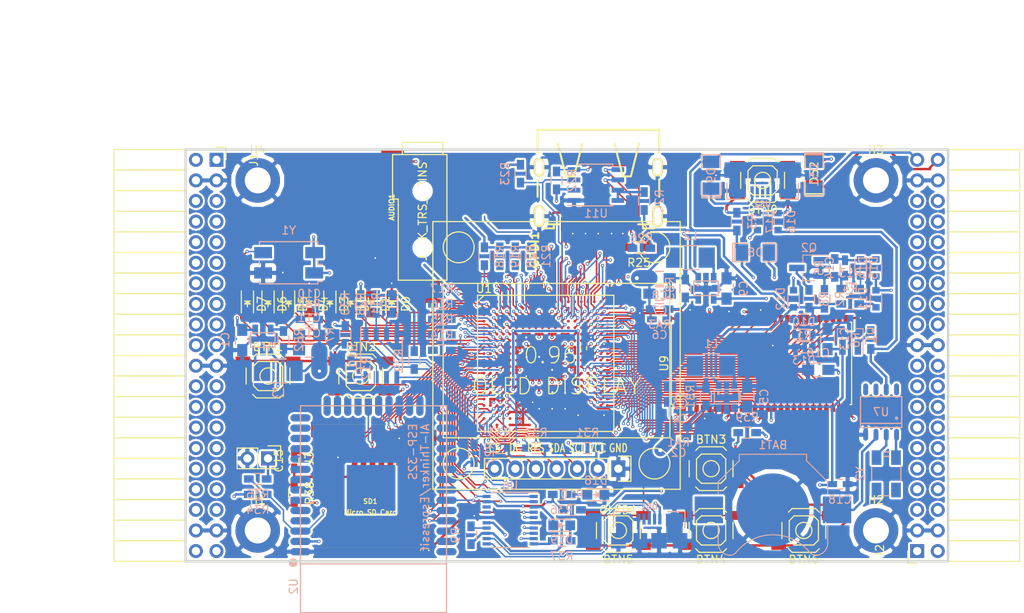
<source format=kicad_pcb>
(kicad_pcb (version 4) (host pcbnew 4.0.5+dfsg1-4)
  (layers (0 F.Cu signal) (1 In1.Cu signal) (2 In2.Cu signal) (31 B.Cu signal) (34 B.Paste user) (35 F.Paste user) (36 B.SilkS user) (37 F.SilkS user) (38 B.Mask user) (39 F.Mask user) (44 Edge.Cuts user))
  (net 0 "")
  (net 1 GND)
  (net 2 +5V)
  (net 3 /gpio/IN5V)
  (net 4 /gpio/OUT5V)
  (net 5 +3V3)
  (net 6 "Net-(L1-Pad1)")
  (net 7 "Net-(L2-Pad1)")
  (net 8 +1V2)
  (net 9 BTN_D)
  (net 10 BTN_F1)
  (net 11 BTN_F2)
  (net 12 BTN_L)
  (net 13 BTN_R)
  (net 14 BTN_U)
  (net 15 /power/FB1)
  (net 16 +2V5)
  (net 17 "Net-(L3-Pad1)")
  (net 18 /power/PWREN)
  (net 19 /power/FB3)
  (net 20 /power/FB2)
  (net 21 "Net-(D9-Pad1)")
  (net 22 /power/VBAT)
  (net 23 JTAG_TDI)
  (net 24 JTAG_TCK)
  (net 25 JTAG_TMS)
  (net 26 JTAG_TDO)
  (net 27 /power/WAKEUPn)
  (net 28 /power/WKUP)
  (net 29 /power/SHUT)
  (net 30 /power/WAKE)
  (net 31 /power/HOLD)
  (net 32 /power/WKn)
  (net 33 /power/OSCI_32k)
  (net 34 /power/OSCO_32k)
  (net 35 "Net-(Q2-Pad3)")
  (net 36 SHUTDOWN)
  (net 37 /analog/AUDIO_L)
  (net 38 /analog/AUDIO_R)
  (net 39 GPDI_5V_SCL)
  (net 40 GPDI_5V_SDA)
  (net 41 GPDI_SDA)
  (net 42 GPDI_SCL)
  (net 43 /gpdi/VREF2)
  (net 44 SD_CMD)
  (net 45 SD_CLK)
  (net 46 SD_D0)
  (net 47 SD_D1)
  (net 48 USB5V)
  (net 49 "Net-(BTN0-Pad1)")
  (net 50 GPDI_CEC)
  (net 51 nRESET)
  (net 52 FTDI_nDTR)
  (net 53 SDRAM_CKE)
  (net 54 SDRAM_A7)
  (net 55 SDRAM_D15)
  (net 56 SDRAM_BA1)
  (net 57 SDRAM_D7)
  (net 58 SDRAM_A6)
  (net 59 SDRAM_CLK)
  (net 60 SDRAM_D13)
  (net 61 SDRAM_BA0)
  (net 62 SDRAM_D6)
  (net 63 SDRAM_A5)
  (net 64 SDRAM_D14)
  (net 65 SDRAM_A11)
  (net 66 SDRAM_D12)
  (net 67 SDRAM_D5)
  (net 68 SDRAM_A4)
  (net 69 SDRAM_A10)
  (net 70 SDRAM_D11)
  (net 71 SDRAM_A3)
  (net 72 SDRAM_D4)
  (net 73 SDRAM_D10)
  (net 74 SDRAM_D9)
  (net 75 SDRAM_A9)
  (net 76 SDRAM_D3)
  (net 77 SDRAM_D8)
  (net 78 SDRAM_A8)
  (net 79 SDRAM_A2)
  (net 80 SDRAM_A1)
  (net 81 SDRAM_A0)
  (net 82 SDRAM_D2)
  (net 83 SDRAM_D1)
  (net 84 SDRAM_D0)
  (net 85 SDRAM_DQM0)
  (net 86 SDRAM_nCS)
  (net 87 SDRAM_nRAS)
  (net 88 SDRAM_DQM1)
  (net 89 SDRAM_nCAS)
  (net 90 SDRAM_nWE)
  (net 91 /flash/FLASH_nWP)
  (net 92 /flash/FLASH_nHOLD)
  (net 93 /flash/FLASH_MOSI)
  (net 94 /flash/FLASH_MISO)
  (net 95 /flash/FLASH_SCK)
  (net 96 /flash/FLASH_nCS)
  (net 97 /flash/FPGA_PROGRAMN)
  (net 98 /flash/FPGA_DONE)
  (net 99 /flash/FPGA_INITN)
  (net 100 OLED_RES)
  (net 101 OLED_DC)
  (net 102 OLED_CS)
  (net 103 WIFI_EN)
  (net 104 FTDI_nRTS)
  (net 105 WIFI_GPIO2)
  (net 106 FTDI_TXD)
  (net 107 FTDI_RXD)
  (net 108 WIFI_RXD)
  (net 109 WIFI_GPIO0)
  (net 110 WIFI_TXD)
  (net 111 GPDI_ETH-)
  (net 112 GPDI_ETH+)
  (net 113 GPDI_D2+)
  (net 114 GPDI_D2-)
  (net 115 GPDI_D1+)
  (net 116 GPDI_D1-)
  (net 117 GPDI_D0+)
  (net 118 GPDI_D0-)
  (net 119 GPDI_CLK+)
  (net 120 GPDI_CLK-)
  (net 121 USB_FPGA_D+)
  (net 122 USB_FPGA_D-)
  (net 123 USB_FTDI_D+)
  (net 124 USB_FTDI_D-)
  (net 125 J1_17-)
  (net 126 J1_17+)
  (net 127 J1_23-)
  (net 128 J1_23+)
  (net 129 J1_25-)
  (net 130 J1_25+)
  (net 131 J1_27-)
  (net 132 J1_27+)
  (net 133 J1_29-)
  (net 134 J1_29+)
  (net 135 J1_31-)
  (net 136 J1_31+)
  (net 137 J1_33-)
  (net 138 J1_33+)
  (net 139 J1_35-)
  (net 140 J1_35+)
  (net 141 J2_5-)
  (net 142 J2_5+)
  (net 143 J2_7-)
  (net 144 J2_7+)
  (net 145 J2_9-)
  (net 146 J2_9+)
  (net 147 J2_13-)
  (net 148 J2_13+)
  (net 149 J2_17-)
  (net 150 J2_17+)
  (net 151 J2_11-)
  (net 152 J2_11+)
  (net 153 J2_23-)
  (net 154 J2_23+)
  (net 155 J1_5-)
  (net 156 J1_5+)
  (net 157 J1_7-)
  (net 158 J1_7+)
  (net 159 J1_9-)
  (net 160 J1_9+)
  (net 161 J1_11-)
  (net 162 J1_11+)
  (net 163 J1_13-)
  (net 164 J1_13+)
  (net 165 J1_15-)
  (net 166 J1_15+)
  (net 167 J2_15-)
  (net 168 J2_15+)
  (net 169 J2_25-)
  (net 170 J2_25+)
  (net 171 J2_27-)
  (net 172 J2_27+)
  (net 173 J2_29-)
  (net 174 J2_29+)
  (net 175 J2_31-)
  (net 176 J2_31+)
  (net 177 J2_33-)
  (net 178 J2_33+)
  (net 179 J2_35-)
  (net 180 J2_35+)
  (net 181 SD_D3)
  (net 182 AUDIO_L3)
  (net 183 AUDIO_L2)
  (net 184 AUDIO_L1)
  (net 185 AUDIO_L0)
  (net 186 AUDIO_R3)
  (net 187 AUDIO_R2)
  (net 188 AUDIO_R1)
  (net 189 AUDIO_R0)
  (net 190 OLED_CLK)
  (net 191 OLED_MOSI)
  (net 192 LED0)
  (net 193 LED1)
  (net 194 LED2)
  (net 195 LED3)
  (net 196 LED4)
  (net 197 LED5)
  (net 198 LED6)
  (net 199 LED7)
  (net 200 BTN_PWRn)
  (net 201 "Net-(J3-Pad1)")
  (net 202 FTDI_nTXLED)
  (net 203 FTDI_nSLEEP)
  (net 204 /blinkey/LED_PWREN)
  (net 205 /blinkey/LED_TXLED)
  (net 206 FT3V3)
  (net 207 /sdcard/SD3V3)
  (net 208 SD_D2)
  (net 209 FTDI_nSUSPEND)
  (net 210 CLK_25MHz)
  (net 211 /blinkey/BTNPUL)
  (net 212 /blinkey/BTNPUR)
  (module lfe5bg381:BGA-381_pitch0.8mm_dia0.4mm (layer F.Cu) (at 138.48 87.8)
    (fp_text reference U1 (at -7.6 -9.2) (layer F.SilkS))
    (fp_text value LFE5U-25F-6BG381C)
    (pad A2 smd circle (at -6.8 -7.6) (size 0.35 0.35) (layers F.Cu F.Paste F.Mask) (net 132 J1_27+))
    (pad A3 smd circle (at -6 -7.6) (size 0.35 0.35) (layers F.Cu F.Paste F.Mask) (net 186 AUDIO_R3))
    (pad A4 smd circle (at -5.2 -7.6) (size 0.35 0.35) (layers F.Cu F.Paste F.Mask) (net 130 J1_25+))
    (pad A5 smd circle (at -4.4 -7.6) (size 0.35 0.35) (layers F.Cu F.Paste F.Mask) (net 129 J1_25-))
    (pad A6 smd circle (at -3.6 -7.6) (size 0.35 0.35) (layers F.Cu F.Paste F.Mask) (net 128 J1_23+))
    (pad A7 smd circle (at -2.8 -7.6) (size 0.35 0.35) (layers F.Cu F.Paste F.Mask) (net 164 J1_13+))
    (pad A8 smd circle (at -2 -7.6) (size 0.35 0.35) (layers F.Cu F.Paste F.Mask) (net 163 J1_13-))
    (pad A9 smd circle (at -1.2 -7.6) (size 0.35 0.35) (layers F.Cu F.Paste F.Mask) (net 159 J1_9-))
    (pad A10 smd circle (at -0.4 -7.6) (size 0.35 0.35) (layers F.Cu F.Paste F.Mask) (net 158 J1_7+))
    (pad A11 smd circle (at 0.4 -7.6) (size 0.35 0.35) (layers F.Cu F.Paste F.Mask) (net 157 J1_7-))
    (pad A12 smd circle (at 1.2 -7.6) (size 0.35 0.35) (layers F.Cu F.Paste F.Mask) (net 112 GPDI_ETH+))
    (pad A13 smd circle (at 2 -7.6) (size 0.35 0.35) (layers F.Cu F.Paste F.Mask) (net 111 GPDI_ETH-))
    (pad A14 smd circle (at 2.8 -7.6) (size 0.35 0.35) (layers F.Cu F.Paste F.Mask) (net 113 GPDI_D2+))
    (pad A15 smd circle (at 3.6 -7.6) (size 0.35 0.35) (layers F.Cu F.Paste F.Mask))
    (pad A16 smd circle (at 4.4 -7.6) (size 0.35 0.35) (layers F.Cu F.Paste F.Mask) (net 115 GPDI_D1+))
    (pad A17 smd circle (at 5.2 -7.6) (size 0.35 0.35) (layers F.Cu F.Paste F.Mask) (net 117 GPDI_D0+))
    (pad A18 smd circle (at 6 -7.6) (size 0.35 0.35) (layers F.Cu F.Paste F.Mask) (net 119 GPDI_CLK+))
    (pad A19 smd circle (at 6.8 -7.6) (size 0.35 0.35) (layers F.Cu F.Paste F.Mask) (net 50 GPDI_CEC))
    (pad B1 smd circle (at -7.6 -6.8) (size 0.35 0.35) (layers F.Cu F.Paste F.Mask) (net 131 J1_27-))
    (pad B2 smd circle (at -6.8 -6.8) (size 0.35 0.35) (layers F.Cu F.Paste F.Mask) (net 192 LED0))
    (pad B3 smd circle (at -6 -6.8) (size 0.35 0.35) (layers F.Cu F.Paste F.Mask) (net 185 AUDIO_L0))
    (pad B4 smd circle (at -5.2 -6.8) (size 0.35 0.35) (layers F.Cu F.Paste F.Mask) (net 133 J1_29-))
    (pad B5 smd circle (at -4.4 -6.8) (size 0.35 0.35) (layers F.Cu F.Paste F.Mask) (net 187 AUDIO_R2))
    (pad B6 smd circle (at -3.6 -6.8) (size 0.35 0.35) (layers F.Cu F.Paste F.Mask) (net 127 J1_23-))
    (pad B7 smd circle (at -2.8 -6.8) (size 0.35 0.35) (layers F.Cu F.Paste F.Mask) (net 1 GND))
    (pad B8 smd circle (at -2 -6.8) (size 0.35 0.35) (layers F.Cu F.Paste F.Mask) (net 165 J1_15-))
    (pad B9 smd circle (at -1.2 -6.8) (size 0.35 0.35) (layers F.Cu F.Paste F.Mask) (net 162 J1_11+))
    (pad B10 smd circle (at -0.4 -6.8) (size 0.35 0.35) (layers F.Cu F.Paste F.Mask) (net 160 J1_9+))
    (pad B11 smd circle (at 0.4 -6.8) (size 0.35 0.35) (layers F.Cu F.Paste F.Mask) (net 156 J1_5+))
    (pad B12 smd circle (at 1.2 -6.8) (size 0.35 0.35) (layers F.Cu F.Paste F.Mask))
    (pad B13 smd circle (at 2 -6.8) (size 0.35 0.35) (layers F.Cu F.Paste F.Mask) (net 178 J2_33+))
    (pad B14 smd circle (at 2.8 -6.8) (size 0.35 0.35) (layers F.Cu F.Paste F.Mask) (net 1 GND))
    (pad B15 smd circle (at 3.6 -6.8) (size 0.35 0.35) (layers F.Cu F.Paste F.Mask) (net 176 J2_31+))
    (pad B16 smd circle (at 4.4 -6.8) (size 0.35 0.35) (layers F.Cu F.Paste F.Mask) (net 116 GPDI_D1-))
    (pad B17 smd circle (at 5.2 -6.8) (size 0.35 0.35) (layers F.Cu F.Paste F.Mask) (net 172 J2_27+))
    (pad B18 smd circle (at 6 -6.8) (size 0.35 0.35) (layers F.Cu F.Paste F.Mask) (net 118 GPDI_D0-))
    (pad B19 smd circle (at 6.8 -6.8) (size 0.35 0.35) (layers F.Cu F.Paste F.Mask) (net 120 GPDI_CLK-))
    (pad B20 smd circle (at 7.6 -6.8) (size 0.35 0.35) (layers F.Cu F.Paste F.Mask) (net 41 GPDI_SDA))
    (pad C1 smd circle (at -7.6 -6) (size 0.35 0.35) (layers F.Cu F.Paste F.Mask) (net 194 LED2))
    (pad C2 smd circle (at -6.8 -6) (size 0.35 0.35) (layers F.Cu F.Paste F.Mask) (net 193 LED1))
    (pad C3 smd circle (at -6 -6) (size 0.35 0.35) (layers F.Cu F.Paste F.Mask) (net 183 AUDIO_L2))
    (pad C4 smd circle (at -5.2 -6) (size 0.35 0.35) (layers F.Cu F.Paste F.Mask) (net 134 J1_29+))
    (pad C5 smd circle (at -4.4 -6) (size 0.35 0.35) (layers F.Cu F.Paste F.Mask) (net 188 AUDIO_R1))
    (pad C6 smd circle (at -3.6 -6) (size 0.35 0.35) (layers F.Cu F.Paste F.Mask) (net 126 J1_17+))
    (pad C7 smd circle (at -2.8 -6) (size 0.35 0.35) (layers F.Cu F.Paste F.Mask) (net 125 J1_17-))
    (pad C8 smd circle (at -2 -6) (size 0.35 0.35) (layers F.Cu F.Paste F.Mask) (net 166 J1_15+))
    (pad C9 smd circle (at -1.2 -6) (size 0.35 0.35) (layers F.Cu F.Paste F.Mask))
    (pad C10 smd circle (at -0.4 -6) (size 0.35 0.35) (layers F.Cu F.Paste F.Mask) (net 161 J1_11-))
    (pad C11 smd circle (at 0.4 -6) (size 0.35 0.35) (layers F.Cu F.Paste F.Mask) (net 155 J1_5-))
    (pad C12 smd circle (at 1.2 -6) (size 0.35 0.35) (layers F.Cu F.Paste F.Mask) (net 42 GPDI_SCL))
    (pad C13 smd circle (at 2 -6) (size 0.35 0.35) (layers F.Cu F.Paste F.Mask) (net 177 J2_33-))
    (pad C14 smd circle (at 2.8 -6) (size 0.35 0.35) (layers F.Cu F.Paste F.Mask) (net 114 GPDI_D2-))
    (pad C15 smd circle (at 3.6 -6) (size 0.35 0.35) (layers F.Cu F.Paste F.Mask) (net 175 J2_31-))
    (pad C16 smd circle (at 4.4 -6) (size 0.35 0.35) (layers F.Cu F.Paste F.Mask) (net 174 J2_29+))
    (pad C17 smd circle (at 5.2 -6) (size 0.35 0.35) (layers F.Cu F.Paste F.Mask) (net 171 J2_27-))
    (pad C18 smd circle (at 6 -6) (size 0.35 0.35) (layers F.Cu F.Paste F.Mask) (net 154 J2_23+))
    (pad C19 smd circle (at 6.8 -6) (size 0.35 0.35) (layers F.Cu F.Paste F.Mask) (net 1 GND))
    (pad C20 smd circle (at 7.6 -6) (size 0.35 0.35) (layers F.Cu F.Paste F.Mask) (net 55 SDRAM_D15))
    (pad D1 smd circle (at -7.6 -5.2) (size 0.35 0.35) (layers F.Cu F.Paste F.Mask) (net 196 LED4))
    (pad D2 smd circle (at -6.8 -5.2) (size 0.35 0.35) (layers F.Cu F.Paste F.Mask) (net 195 LED3))
    (pad D3 smd circle (at -6 -5.2) (size 0.35 0.35) (layers F.Cu F.Paste F.Mask) (net 184 AUDIO_L1))
    (pad D4 smd circle (at -5.2 -5.2) (size 0.35 0.35) (layers F.Cu F.Paste F.Mask) (net 1 GND))
    (pad D5 smd circle (at -4.4 -5.2) (size 0.35 0.35) (layers F.Cu F.Paste F.Mask))
    (pad D6 smd circle (at -3.6 -5.2) (size 0.35 0.35) (layers F.Cu F.Paste F.Mask) (net 200 BTN_PWRn))
    (pad D7 smd circle (at -2.8 -5.2) (size 0.35 0.35) (layers F.Cu F.Paste F.Mask))
    (pad D8 smd circle (at -2 -5.2) (size 0.35 0.35) (layers F.Cu F.Paste F.Mask))
    (pad D9 smd circle (at -1.2 -5.2) (size 0.35 0.35) (layers F.Cu F.Paste F.Mask))
    (pad D10 smd circle (at -0.4 -5.2) (size 0.35 0.35) (layers F.Cu F.Paste F.Mask))
    (pad D11 smd circle (at 0.4 -5.2) (size 0.35 0.35) (layers F.Cu F.Paste F.Mask))
    (pad D12 smd circle (at 1.2 -5.2) (size 0.35 0.35) (layers F.Cu F.Paste F.Mask))
    (pad D13 smd circle (at 2 -5.2) (size 0.35 0.35) (layers F.Cu F.Paste F.Mask) (net 180 J2_35+))
    (pad D14 smd circle (at 2.8 -5.2) (size 0.35 0.35) (layers F.Cu F.Paste F.Mask))
    (pad D15 smd circle (at 3.6 -5.2) (size 0.35 0.35) (layers F.Cu F.Paste F.Mask) (net 170 J2_25+))
    (pad D16 smd circle (at 4.4 -5.2) (size 0.35 0.35) (layers F.Cu F.Paste F.Mask) (net 173 J2_29-))
    (pad D17 smd circle (at 5.2 -5.2) (size 0.35 0.35) (layers F.Cu F.Paste F.Mask) (net 153 J2_23-))
    (pad D18 smd circle (at 6 -5.2) (size 0.35 0.35) (layers F.Cu F.Paste F.Mask) (net 150 J2_17+))
    (pad D19 smd circle (at 6.8 -5.2) (size 0.35 0.35) (layers F.Cu F.Paste F.Mask) (net 64 SDRAM_D14))
    (pad D20 smd circle (at 7.6 -5.2) (size 0.35 0.35) (layers F.Cu F.Paste F.Mask) (net 60 SDRAM_D13))
    (pad E1 smd circle (at -7.6 -4.4) (size 0.35 0.35) (layers F.Cu F.Paste F.Mask) (net 198 LED6))
    (pad E2 smd circle (at -6.8 -4.4) (size 0.35 0.35) (layers F.Cu F.Paste F.Mask) (net 197 LED5))
    (pad E3 smd circle (at -6 -4.4) (size 0.35 0.35) (layers F.Cu F.Paste F.Mask) (net 135 J1_31-))
    (pad E4 smd circle (at -5.2 -4.4) (size 0.35 0.35) (layers F.Cu F.Paste F.Mask))
    (pad E5 smd circle (at -4.4 -4.4) (size 0.35 0.35) (layers F.Cu F.Paste F.Mask) (net 182 AUDIO_L3))
    (pad E6 smd circle (at -3.6 -4.4) (size 0.35 0.35) (layers F.Cu F.Paste F.Mask))
    (pad E7 smd circle (at -2.8 -4.4) (size 0.35 0.35) (layers F.Cu F.Paste F.Mask))
    (pad E8 smd circle (at -2 -4.4) (size 0.35 0.35) (layers F.Cu F.Paste F.Mask))
    (pad E9 smd circle (at -1.2 -4.4) (size 0.35 0.35) (layers F.Cu F.Paste F.Mask))
    (pad E10 smd circle (at -0.4 -4.4) (size 0.35 0.35) (layers F.Cu F.Paste F.Mask))
    (pad E11 smd circle (at 0.4 -4.4) (size 0.35 0.35) (layers F.Cu F.Paste F.Mask))
    (pad E12 smd circle (at 1.2 -4.4) (size 0.35 0.35) (layers F.Cu F.Paste F.Mask))
    (pad E13 smd circle (at 2 -4.4) (size 0.35 0.35) (layers F.Cu F.Paste F.Mask) (net 179 J2_35-))
    (pad E14 smd circle (at 2.8 -4.4) (size 0.35 0.35) (layers F.Cu F.Paste F.Mask))
    (pad E15 smd circle (at 3.6 -4.4) (size 0.35 0.35) (layers F.Cu F.Paste F.Mask) (net 169 J2_25-))
    (pad E16 smd circle (at 4.4 -4.4) (size 0.35 0.35) (layers F.Cu F.Paste F.Mask))
    (pad E17 smd circle (at 5.2 -4.4) (size 0.35 0.35) (layers F.Cu F.Paste F.Mask) (net 149 J2_17-))
    (pad E18 smd circle (at 6 -4.4) (size 0.35 0.35) (layers F.Cu F.Paste F.Mask) (net 72 SDRAM_D4))
    (pad E19 smd circle (at 6.8 -4.4) (size 0.35 0.35) (layers F.Cu F.Paste F.Mask) (net 66 SDRAM_D12))
    (pad E20 smd circle (at 7.6 -4.4) (size 0.35 0.35) (layers F.Cu F.Paste F.Mask) (net 70 SDRAM_D11))
    (pad F1 smd circle (at -7.6 -3.6) (size 0.35 0.35) (layers F.Cu F.Paste F.Mask))
    (pad F2 smd circle (at -6.8 -3.6) (size 0.35 0.35) (layers F.Cu F.Paste F.Mask) (net 210 CLK_25MHz))
    (pad F3 smd circle (at -6 -3.6) (size 0.35 0.35) (layers F.Cu F.Paste F.Mask) (net 137 J1_33-))
    (pad F4 smd circle (at -5.2 -3.6) (size 0.35 0.35) (layers F.Cu F.Paste F.Mask) (net 136 J1_31+))
    (pad F5 smd circle (at -4.4 -3.6) (size 0.35 0.35) (layers F.Cu F.Paste F.Mask) (net 189 AUDIO_R0))
    (pad F6 smd circle (at -3.6 -3.6) (size 0.35 0.35) (layers F.Cu F.Paste F.Mask) (net 16 +2V5))
    (pad F7 smd circle (at -2.8 -3.6) (size 0.35 0.35) (layers F.Cu F.Paste F.Mask) (net 1 GND))
    (pad F8 smd circle (at -2 -3.6) (size 0.35 0.35) (layers F.Cu F.Paste F.Mask) (net 1 GND))
    (pad F9 smd circle (at -1.2 -3.6) (size 0.35 0.35) (layers F.Cu F.Paste F.Mask) (net 5 +3V3))
    (pad F10 smd circle (at -0.4 -3.6) (size 0.35 0.35) (layers F.Cu F.Paste F.Mask) (net 5 +3V3))
    (pad F11 smd circle (at 0.4 -3.6) (size 0.35 0.35) (layers F.Cu F.Paste F.Mask) (net 5 +3V3))
    (pad F12 smd circle (at 1.2 -3.6) (size 0.35 0.35) (layers F.Cu F.Paste F.Mask) (net 5 +3V3))
    (pad F13 smd circle (at 2 -3.6) (size 0.35 0.35) (layers F.Cu F.Paste F.Mask) (net 1 GND))
    (pad F14 smd circle (at 2.8 -3.6) (size 0.35 0.35) (layers F.Cu F.Paste F.Mask) (net 1 GND))
    (pad F15 smd circle (at 3.6 -3.6) (size 0.35 0.35) (layers F.Cu F.Paste F.Mask) (net 16 +2V5))
    (pad F16 smd circle (at 4.4 -3.6) (size 0.35 0.35) (layers F.Cu F.Paste F.Mask))
    (pad F17 smd circle (at 5.2 -3.6) (size 0.35 0.35) (layers F.Cu F.Paste F.Mask) (net 168 J2_15+))
    (pad F18 smd circle (at 6 -3.6) (size 0.35 0.35) (layers F.Cu F.Paste F.Mask) (net 67 SDRAM_D5))
    (pad F19 smd circle (at 6.8 -3.6) (size 0.35 0.35) (layers F.Cu F.Paste F.Mask) (net 73 SDRAM_D10))
    (pad F20 smd circle (at 7.6 -3.6) (size 0.35 0.35) (layers F.Cu F.Paste F.Mask) (net 74 SDRAM_D9))
    (pad G1 smd circle (at -7.6 -2.8) (size 0.35 0.35) (layers F.Cu F.Paste F.Mask))
    (pad G2 smd circle (at -6.8 -2.8) (size 0.35 0.35) (layers F.Cu F.Paste F.Mask) (net 103 WIFI_EN))
    (pad G3 smd circle (at -6 -2.8) (size 0.35 0.35) (layers F.Cu F.Paste F.Mask) (net 138 J1_33+))
    (pad G4 smd circle (at -5.2 -2.8) (size 0.35 0.35) (layers F.Cu F.Paste F.Mask) (net 1 GND))
    (pad G5 smd circle (at -4.4 -2.8) (size 0.35 0.35) (layers F.Cu F.Paste F.Mask) (net 139 J1_35-))
    (pad G6 smd circle (at -3.6 -2.8) (size 0.35 0.35) (layers F.Cu F.Paste F.Mask) (net 1 GND))
    (pad G7 smd circle (at -2.8 -2.8) (size 0.35 0.35) (layers F.Cu F.Paste F.Mask) (net 1 GND))
    (pad G8 smd circle (at -2 -2.8) (size 0.35 0.35) (layers F.Cu F.Paste F.Mask) (net 1 GND))
    (pad G9 smd circle (at -1.2 -2.8) (size 0.35 0.35) (layers F.Cu F.Paste F.Mask) (net 1 GND))
    (pad G10 smd circle (at -0.4 -2.8) (size 0.35 0.35) (layers F.Cu F.Paste F.Mask) (net 1 GND))
    (pad G11 smd circle (at 0.4 -2.8) (size 0.35 0.35) (layers F.Cu F.Paste F.Mask) (net 1 GND))
    (pad G12 smd circle (at 1.2 -2.8) (size 0.35 0.35) (layers F.Cu F.Paste F.Mask) (net 1 GND))
    (pad G13 smd circle (at 2 -2.8) (size 0.35 0.35) (layers F.Cu F.Paste F.Mask) (net 1 GND))
    (pad G14 smd circle (at 2.8 -2.8) (size 0.35 0.35) (layers F.Cu F.Paste F.Mask) (net 1 GND))
    (pad G15 smd circle (at 3.6 -2.8) (size 0.35 0.35) (layers F.Cu F.Paste F.Mask) (net 1 GND))
    (pad G16 smd circle (at 4.4 -2.8) (size 0.35 0.35) (layers F.Cu F.Paste F.Mask))
    (pad G17 smd circle (at 5.2 -2.8) (size 0.35 0.35) (layers F.Cu F.Paste F.Mask) (net 1 GND))
    (pad G18 smd circle (at 6 -2.8) (size 0.35 0.35) (layers F.Cu F.Paste F.Mask) (net 167 J2_15-))
    (pad G19 smd circle (at 6.8 -2.8) (size 0.35 0.35) (layers F.Cu F.Paste F.Mask) (net 77 SDRAM_D8))
    (pad G20 smd circle (at 7.6 -2.8) (size 0.35 0.35) (layers F.Cu F.Paste F.Mask) (net 88 SDRAM_DQM1))
    (pad H1 smd circle (at -7.6 -2) (size 0.35 0.35) (layers F.Cu F.Paste F.Mask) (net 181 SD_D3))
    (pad H2 smd circle (at -6.8 -2) (size 0.35 0.35) (layers F.Cu F.Paste F.Mask) (net 208 SD_D2))
    (pad H3 smd circle (at -6 -2) (size 0.35 0.35) (layers F.Cu F.Paste F.Mask) (net 199 LED7))
    (pad H4 smd circle (at -5.2 -2) (size 0.35 0.35) (layers F.Cu F.Paste F.Mask) (net 140 J1_35+))
    (pad H5 smd circle (at -4.4 -2) (size 0.35 0.35) (layers F.Cu F.Paste F.Mask))
    (pad H6 smd circle (at -3.6 -2) (size 0.35 0.35) (layers F.Cu F.Paste F.Mask) (net 5 +3V3))
    (pad H7 smd circle (at -2.8 -2) (size 0.35 0.35) (layers F.Cu F.Paste F.Mask) (net 5 +3V3))
    (pad H8 smd circle (at -2 -2) (size 0.35 0.35) (layers F.Cu F.Paste F.Mask) (net 8 +1V2))
    (pad H9 smd circle (at -1.2 -2) (size 0.35 0.35) (layers F.Cu F.Paste F.Mask) (net 8 +1V2))
    (pad H10 smd circle (at -0.4 -2) (size 0.35 0.35) (layers F.Cu F.Paste F.Mask) (net 8 +1V2))
    (pad H11 smd circle (at 0.4 -2) (size 0.35 0.35) (layers F.Cu F.Paste F.Mask) (net 8 +1V2))
    (pad H12 smd circle (at 1.2 -2) (size 0.35 0.35) (layers F.Cu F.Paste F.Mask) (net 8 +1V2))
    (pad H13 smd circle (at 2 -2) (size 0.35 0.35) (layers F.Cu F.Paste F.Mask) (net 8 +1V2))
    (pad H14 smd circle (at 2.8 -2) (size 0.35 0.35) (layers F.Cu F.Paste F.Mask) (net 5 +3V3))
    (pad H15 smd circle (at 3.6 -2) (size 0.35 0.35) (layers F.Cu F.Paste F.Mask) (net 5 +3V3))
    (pad H16 smd circle (at 4.4 -2) (size 0.35 0.35) (layers F.Cu F.Paste F.Mask))
    (pad H17 smd circle (at 5.2 -2) (size 0.35 0.35) (layers F.Cu F.Paste F.Mask) (net 147 J2_13-))
    (pad H18 smd circle (at 6 -2) (size 0.35 0.35) (layers F.Cu F.Paste F.Mask) (net 148 J2_13+))
    (pad H19 smd circle (at 6.8 -2) (size 0.35 0.35) (layers F.Cu F.Paste F.Mask) (net 1 GND))
    (pad H20 smd circle (at 7.6 -2) (size 0.35 0.35) (layers F.Cu F.Paste F.Mask) (net 59 SDRAM_CLK))
    (pad J1 smd circle (at -7.6 -1.2) (size 0.35 0.35) (layers F.Cu F.Paste F.Mask) (net 45 SD_CLK))
    (pad J2 smd circle (at -6.8 -1.2) (size 0.35 0.35) (layers F.Cu F.Paste F.Mask) (net 1 GND))
    (pad J3 smd circle (at -6 -1.2) (size 0.35 0.35) (layers F.Cu F.Paste F.Mask) (net 44 SD_CMD))
    (pad J4 smd circle (at -5.2 -1.2) (size 0.35 0.35) (layers F.Cu F.Paste F.Mask) (net 105 WIFI_GPIO2))
    (pad J5 smd circle (at -4.4 -1.2) (size 0.35 0.35) (layers F.Cu F.Paste F.Mask))
    (pad J6 smd circle (at -3.6 -1.2) (size 0.35 0.35) (layers F.Cu F.Paste F.Mask) (net 5 +3V3))
    (pad J7 smd circle (at -2.8 -1.2) (size 0.35 0.35) (layers F.Cu F.Paste F.Mask) (net 1 GND))
    (pad J8 smd circle (at -2 -1.2) (size 0.35 0.35) (layers F.Cu F.Paste F.Mask) (net 8 +1V2))
    (pad J9 smd circle (at -1.2 -1.2) (size 0.35 0.35) (layers F.Cu F.Paste F.Mask) (net 1 GND))
    (pad J10 smd circle (at -0.4 -1.2) (size 0.35 0.35) (layers F.Cu F.Paste F.Mask) (net 1 GND))
    (pad J11 smd circle (at 0.4 -1.2) (size 0.35 0.35) (layers F.Cu F.Paste F.Mask) (net 1 GND))
    (pad J12 smd circle (at 1.2 -1.2) (size 0.35 0.35) (layers F.Cu F.Paste F.Mask) (net 1 GND))
    (pad J13 smd circle (at 2 -1.2) (size 0.35 0.35) (layers F.Cu F.Paste F.Mask) (net 8 +1V2))
    (pad J14 smd circle (at 2.8 -1.2) (size 0.35 0.35) (layers F.Cu F.Paste F.Mask) (net 1 GND))
    (pad J15 smd circle (at 3.6 -1.2) (size 0.35 0.35) (layers F.Cu F.Paste F.Mask) (net 5 +3V3))
    (pad J16 smd circle (at 4.4 -1.2) (size 0.35 0.35) (layers F.Cu F.Paste F.Mask))
    (pad J17 smd circle (at 5.2 -1.2) (size 0.35 0.35) (layers F.Cu F.Paste F.Mask))
    (pad J18 smd circle (at 6 -1.2) (size 0.35 0.35) (layers F.Cu F.Paste F.Mask) (net 76 SDRAM_D3))
    (pad J19 smd circle (at 6.8 -1.2) (size 0.35 0.35) (layers F.Cu F.Paste F.Mask) (net 53 SDRAM_CKE))
    (pad J20 smd circle (at 7.6 -1.2) (size 0.35 0.35) (layers F.Cu F.Paste F.Mask) (net 65 SDRAM_A11))
    (pad K1 smd circle (at -7.6 -0.4) (size 0.35 0.35) (layers F.Cu F.Paste F.Mask) (net 47 SD_D1))
    (pad K2 smd circle (at -6.8 -0.4) (size 0.35 0.35) (layers F.Cu F.Paste F.Mask) (net 46 SD_D0))
    (pad K3 smd circle (at -6 -0.4) (size 0.35 0.35) (layers F.Cu F.Paste F.Mask) (net 108 WIFI_RXD))
    (pad K4 smd circle (at -5.2 -0.4) (size 0.35 0.35) (layers F.Cu F.Paste F.Mask) (net 110 WIFI_TXD))
    (pad K5 smd circle (at -4.4 -0.4) (size 0.35 0.35) (layers F.Cu F.Paste F.Mask) (net 122 USB_FPGA_D-))
    (pad K6 smd circle (at -3.6 -0.4) (size 0.35 0.35) (layers F.Cu F.Paste F.Mask) (net 1 GND))
    (pad K7 smd circle (at -2.8 -0.4) (size 0.35 0.35) (layers F.Cu F.Paste F.Mask) (net 1 GND))
    (pad K8 smd circle (at -2 -0.4) (size 0.35 0.35) (layers F.Cu F.Paste F.Mask) (net 8 +1V2))
    (pad K9 smd circle (at -1.2 -0.4) (size 0.35 0.35) (layers F.Cu F.Paste F.Mask) (net 1 GND))
    (pad K10 smd circle (at -0.4 -0.4) (size 0.35 0.35) (layers F.Cu F.Paste F.Mask) (net 1 GND))
    (pad K11 smd circle (at 0.4 -0.4) (size 0.35 0.35) (layers F.Cu F.Paste F.Mask) (net 1 GND))
    (pad K12 smd circle (at 1.2 -0.4) (size 0.35 0.35) (layers F.Cu F.Paste F.Mask) (net 1 GND))
    (pad K13 smd circle (at 2 -0.4) (size 0.35 0.35) (layers F.Cu F.Paste F.Mask) (net 8 +1V2))
    (pad K14 smd circle (at 2.8 -0.4) (size 0.35 0.35) (layers F.Cu F.Paste F.Mask) (net 1 GND))
    (pad K15 smd circle (at 3.6 -0.4) (size 0.35 0.35) (layers F.Cu F.Paste F.Mask) (net 1 GND))
    (pad K16 smd circle (at 4.4 -0.4) (size 0.35 0.35) (layers F.Cu F.Paste F.Mask))
    (pad K17 smd circle (at 5.2 -0.4) (size 0.35 0.35) (layers F.Cu F.Paste F.Mask))
    (pad K18 smd circle (at 6 -0.4) (size 0.35 0.35) (layers F.Cu F.Paste F.Mask) (net 82 SDRAM_D2))
    (pad K19 smd circle (at 6.8 -0.4) (size 0.35 0.35) (layers F.Cu F.Paste F.Mask) (net 75 SDRAM_A9))
    (pad K20 smd circle (at 7.6 -0.4) (size 0.35 0.35) (layers F.Cu F.Paste F.Mask) (net 78 SDRAM_A8))
    (pad L1 smd circle (at -7.6 0.4) (size 0.35 0.35) (layers F.Cu F.Paste F.Mask))
    (pad L2 smd circle (at -6.8 0.4) (size 0.35 0.35) (layers F.Cu F.Paste F.Mask) (net 109 WIFI_GPIO0))
    (pad L3 smd circle (at -6 0.4) (size 0.35 0.35) (layers F.Cu F.Paste F.Mask))
    (pad L4 smd circle (at -5.2 0.4) (size 0.35 0.35) (layers F.Cu F.Paste F.Mask) (net 107 FTDI_RXD))
    (pad L5 smd circle (at -4.4 0.4) (size 0.35 0.35) (layers F.Cu F.Paste F.Mask) (net 121 USB_FPGA_D+))
    (pad L6 smd circle (at -3.6 0.4) (size 0.35 0.35) (layers F.Cu F.Paste F.Mask) (net 5 +3V3))
    (pad L7 smd circle (at -2.8 0.4) (size 0.35 0.35) (layers F.Cu F.Paste F.Mask) (net 5 +3V3))
    (pad L8 smd circle (at -2 0.4) (size 0.35 0.35) (layers F.Cu F.Paste F.Mask) (net 8 +1V2))
    (pad L9 smd circle (at -1.2 0.4) (size 0.35 0.35) (layers F.Cu F.Paste F.Mask) (net 1 GND))
    (pad L10 smd circle (at -0.4 0.4) (size 0.35 0.35) (layers F.Cu F.Paste F.Mask) (net 1 GND))
    (pad L11 smd circle (at 0.4 0.4) (size 0.35 0.35) (layers F.Cu F.Paste F.Mask) (net 1 GND))
    (pad L12 smd circle (at 1.2 0.4) (size 0.35 0.35) (layers F.Cu F.Paste F.Mask) (net 1 GND))
    (pad L13 smd circle (at 2 0.4) (size 0.35 0.35) (layers F.Cu F.Paste F.Mask) (net 8 +1V2))
    (pad L14 smd circle (at 2.8 0.4) (size 0.35 0.35) (layers F.Cu F.Paste F.Mask) (net 5 +3V3))
    (pad L15 smd circle (at 3.6 0.4) (size 0.35 0.35) (layers F.Cu F.Paste F.Mask) (net 5 +3V3))
    (pad L16 smd circle (at 4.4 0.4) (size 0.35 0.35) (layers F.Cu F.Paste F.Mask) (net 152 J2_11+))
    (pad L17 smd circle (at 5.2 0.4) (size 0.35 0.35) (layers F.Cu F.Paste F.Mask) (net 151 J2_11-))
    (pad L18 smd circle (at 6 0.4) (size 0.35 0.35) (layers F.Cu F.Paste F.Mask) (net 83 SDRAM_D1))
    (pad L19 smd circle (at 6.8 0.4) (size 0.35 0.35) (layers F.Cu F.Paste F.Mask) (net 54 SDRAM_A7))
    (pad L20 smd circle (at 7.6 0.4) (size 0.35 0.35) (layers F.Cu F.Paste F.Mask) (net 58 SDRAM_A6))
    (pad M1 smd circle (at -7.6 1.2) (size 0.35 0.35) (layers F.Cu F.Paste F.Mask) (net 106 FTDI_TXD))
    (pad M2 smd circle (at -6.8 1.2) (size 0.35 0.35) (layers F.Cu F.Paste F.Mask) (net 1 GND))
    (pad M3 smd circle (at -6 1.2) (size 0.35 0.35) (layers F.Cu F.Paste F.Mask) (net 104 FTDI_nRTS))
    (pad M4 smd circle (at -5.2 1.2) (size 0.35 0.35) (layers F.Cu F.Paste F.Mask))
    (pad M5 smd circle (at -4.4 1.2) (size 0.35 0.35) (layers F.Cu F.Paste F.Mask))
    (pad M6 smd circle (at -3.6 1.2) (size 0.35 0.35) (layers F.Cu F.Paste F.Mask) (net 5 +3V3))
    (pad M7 smd circle (at -2.8 1.2) (size 0.35 0.35) (layers F.Cu F.Paste F.Mask) (net 1 GND))
    (pad M8 smd circle (at -2 1.2) (size 0.35 0.35) (layers F.Cu F.Paste F.Mask) (net 8 +1V2))
    (pad M9 smd circle (at -1.2 1.2) (size 0.35 0.35) (layers F.Cu F.Paste F.Mask) (net 1 GND))
    (pad M10 smd circle (at -0.4 1.2) (size 0.35 0.35) (layers F.Cu F.Paste F.Mask) (net 1 GND))
    (pad M11 smd circle (at 0.4 1.2) (size 0.35 0.35) (layers F.Cu F.Paste F.Mask) (net 1 GND))
    (pad M12 smd circle (at 1.2 1.2) (size 0.35 0.35) (layers F.Cu F.Paste F.Mask) (net 1 GND))
    (pad M13 smd circle (at 2 1.2) (size 0.35 0.35) (layers F.Cu F.Paste F.Mask) (net 8 +1V2))
    (pad M14 smd circle (at 2.8 1.2) (size 0.35 0.35) (layers F.Cu F.Paste F.Mask) (net 1 GND))
    (pad M15 smd circle (at 3.6 1.2) (size 0.35 0.35) (layers F.Cu F.Paste F.Mask) (net 5 +3V3))
    (pad M16 smd circle (at 4.4 1.2) (size 0.35 0.35) (layers F.Cu F.Paste F.Mask) (net 1 GND))
    (pad M17 smd circle (at 5.2 1.2) (size 0.35 0.35) (layers F.Cu F.Paste F.Mask) (net 145 J2_9-))
    (pad M18 smd circle (at 6 1.2) (size 0.35 0.35) (layers F.Cu F.Paste F.Mask) (net 84 SDRAM_D0))
    (pad M19 smd circle (at 6.8 1.2) (size 0.35 0.35) (layers F.Cu F.Paste F.Mask) (net 63 SDRAM_A5))
    (pad M20 smd circle (at 7.6 1.2) (size 0.35 0.35) (layers F.Cu F.Paste F.Mask) (net 68 SDRAM_A4))
    (pad N1 smd circle (at -7.6 2) (size 0.35 0.35) (layers F.Cu F.Paste F.Mask) (net 52 FTDI_nDTR))
    (pad N2 smd circle (at -6.8 2) (size 0.35 0.35) (layers F.Cu F.Paste F.Mask) (net 102 OLED_CS))
    (pad N3 smd circle (at -6 2) (size 0.35 0.35) (layers F.Cu F.Paste F.Mask))
    (pad N4 smd circle (at -5.2 2) (size 0.35 0.35) (layers F.Cu F.Paste F.Mask))
    (pad N5 smd circle (at -4.4 2) (size 0.35 0.35) (layers F.Cu F.Paste F.Mask))
    (pad N6 smd circle (at -3.6 2) (size 0.35 0.35) (layers F.Cu F.Paste F.Mask) (net 1 GND))
    (pad N7 smd circle (at -2.8 2) (size 0.35 0.35) (layers F.Cu F.Paste F.Mask) (net 1 GND))
    (pad N8 smd circle (at -2 2) (size 0.35 0.35) (layers F.Cu F.Paste F.Mask) (net 8 +1V2))
    (pad N9 smd circle (at -1.2 2) (size 0.35 0.35) (layers F.Cu F.Paste F.Mask) (net 8 +1V2))
    (pad N10 smd circle (at -0.4 2) (size 0.35 0.35) (layers F.Cu F.Paste F.Mask) (net 8 +1V2))
    (pad N11 smd circle (at 0.4 2) (size 0.35 0.35) (layers F.Cu F.Paste F.Mask) (net 8 +1V2))
    (pad N12 smd circle (at 1.2 2) (size 0.35 0.35) (layers F.Cu F.Paste F.Mask) (net 8 +1V2))
    (pad N13 smd circle (at 2 2) (size 0.35 0.35) (layers F.Cu F.Paste F.Mask) (net 8 +1V2))
    (pad N14 smd circle (at 2.8 2) (size 0.35 0.35) (layers F.Cu F.Paste F.Mask) (net 1 GND))
    (pad N15 smd circle (at 3.6 2) (size 0.35 0.35) (layers F.Cu F.Paste F.Mask) (net 1 GND))
    (pad N16 smd circle (at 4.4 2) (size 0.35 0.35) (layers F.Cu F.Paste F.Mask) (net 146 J2_9+))
    (pad N17 smd circle (at 5.2 2) (size 0.35 0.35) (layers F.Cu F.Paste F.Mask) (net 144 J2_7+))
    (pad N18 smd circle (at 6 2) (size 0.35 0.35) (layers F.Cu F.Paste F.Mask) (net 62 SDRAM_D6))
    (pad N19 smd circle (at 6.8 2) (size 0.35 0.35) (layers F.Cu F.Paste F.Mask) (net 71 SDRAM_A3))
    (pad N20 smd circle (at 7.6 2) (size 0.35 0.35) (layers F.Cu F.Paste F.Mask) (net 79 SDRAM_A2))
    (pad P1 smd circle (at -7.6 2.8) (size 0.35 0.35) (layers F.Cu F.Paste F.Mask) (net 101 OLED_DC))
    (pad P2 smd circle (at -6.8 2.8) (size 0.35 0.35) (layers F.Cu F.Paste F.Mask) (net 100 OLED_RES))
    (pad P3 smd circle (at -6 2.8) (size 0.35 0.35) (layers F.Cu F.Paste F.Mask) (net 191 OLED_MOSI))
    (pad P4 smd circle (at -5.2 2.8) (size 0.35 0.35) (layers F.Cu F.Paste F.Mask) (net 190 OLED_CLK))
    (pad P5 smd circle (at -4.4 2.8) (size 0.35 0.35) (layers F.Cu F.Paste F.Mask))
    (pad P6 smd circle (at -3.6 2.8) (size 0.35 0.35) (layers F.Cu F.Paste F.Mask) (net 16 +2V5))
    (pad P7 smd circle (at -2.8 2.8) (size 0.35 0.35) (layers F.Cu F.Paste F.Mask) (net 1 GND))
    (pad P8 smd circle (at -2 2.8) (size 0.35 0.35) (layers F.Cu F.Paste F.Mask) (net 1 GND))
    (pad P9 smd circle (at -1.2 2.8) (size 0.35 0.35) (layers F.Cu F.Paste F.Mask) (net 5 +3V3))
    (pad P10 smd circle (at -0.4 2.8) (size 0.35 0.35) (layers F.Cu F.Paste F.Mask) (net 5 +3V3))
    (pad P11 smd circle (at 0.4 2.8) (size 0.35 0.35) (layers F.Cu F.Paste F.Mask) (net 1 GND))
    (pad P12 smd circle (at 1.2 2.8) (size 0.35 0.35) (layers F.Cu F.Paste F.Mask) (net 1 GND))
    (pad P13 smd circle (at 2 2.8) (size 0.35 0.35) (layers F.Cu F.Paste F.Mask) (net 1 GND))
    (pad P14 smd circle (at 2.8 2.8) (size 0.35 0.35) (layers F.Cu F.Paste F.Mask) (net 1 GND))
    (pad P15 smd circle (at 3.6 2.8) (size 0.35 0.35) (layers F.Cu F.Paste F.Mask) (net 16 +2V5))
    (pad P16 smd circle (at 4.4 2.8) (size 0.35 0.35) (layers F.Cu F.Paste F.Mask) (net 143 J2_7-))
    (pad P17 smd circle (at 5.2 2.8) (size 0.35 0.35) (layers F.Cu F.Paste F.Mask))
    (pad P18 smd circle (at 6 2.8) (size 0.35 0.35) (layers F.Cu F.Paste F.Mask) (net 57 SDRAM_D7))
    (pad P19 smd circle (at 6.8 2.8) (size 0.35 0.35) (layers F.Cu F.Paste F.Mask) (net 80 SDRAM_A1))
    (pad P20 smd circle (at 7.6 2.8) (size 0.35 0.35) (layers F.Cu F.Paste F.Mask) (net 81 SDRAM_A0))
    (pad R1 smd circle (at -7.6 3.6) (size 0.35 0.35) (layers F.Cu F.Paste F.Mask) (net 10 BTN_F1))
    (pad R2 smd circle (at -6.8 3.6) (size 0.35 0.35) (layers F.Cu F.Paste F.Mask) (net 96 /flash/FLASH_nCS))
    (pad R3 smd circle (at -6 3.6) (size 0.35 0.35) (layers F.Cu F.Paste F.Mask))
    (pad R4 smd circle (at -5.2 3.6) (size 0.35 0.35) (layers F.Cu F.Paste F.Mask) (net 1 GND))
    (pad R5 smd circle (at -4.4 3.6) (size 0.35 0.35) (layers F.Cu F.Paste F.Mask) (net 23 JTAG_TDI))
    (pad R16 smd circle (at 4.4 3.6) (size 0.35 0.35) (layers F.Cu F.Paste F.Mask))
    (pad R17 smd circle (at 5.2 3.6) (size 0.35 0.35) (layers F.Cu F.Paste F.Mask))
    (pad R18 smd circle (at 6 3.6) (size 0.35 0.35) (layers F.Cu F.Paste F.Mask) (net 85 SDRAM_DQM0))
    (pad R19 smd circle (at 6.8 3.6) (size 0.35 0.35) (layers F.Cu F.Paste F.Mask) (net 1 GND))
    (pad R20 smd circle (at 7.6 3.6) (size 0.35 0.35) (layers F.Cu F.Paste F.Mask) (net 69 SDRAM_A10))
    (pad T1 smd circle (at -7.6 4.4) (size 0.35 0.35) (layers F.Cu F.Paste F.Mask) (net 11 BTN_F2))
    (pad T2 smd circle (at -6.8 4.4) (size 0.35 0.35) (layers F.Cu F.Paste F.Mask) (net 5 +3V3))
    (pad T3 smd circle (at -6 4.4) (size 0.35 0.35) (layers F.Cu F.Paste F.Mask) (net 5 +3V3))
    (pad T4 smd circle (at -5.2 4.4) (size 0.35 0.35) (layers F.Cu F.Paste F.Mask) (net 5 +3V3))
    (pad T5 smd circle (at -4.4 4.4) (size 0.35 0.35) (layers F.Cu F.Paste F.Mask) (net 24 JTAG_TCK))
    (pad T6 smd circle (at -3.6 4.4) (size 0.35 0.35) (layers F.Cu F.Paste F.Mask) (net 1 GND))
    (pad T7 smd circle (at -2.8 4.4) (size 0.35 0.35) (layers F.Cu F.Paste F.Mask) (net 1 GND))
    (pad T8 smd circle (at -2 4.4) (size 0.35 0.35) (layers F.Cu F.Paste F.Mask) (net 1 GND))
    (pad T9 smd circle (at -1.2 4.4) (size 0.35 0.35) (layers F.Cu F.Paste F.Mask) (net 1 GND))
    (pad T10 smd circle (at -0.4 4.4) (size 0.35 0.35) (layers F.Cu F.Paste F.Mask) (net 1 GND))
    (pad T11 smd circle (at 0.4 4.4) (size 0.35 0.35) (layers F.Cu F.Paste F.Mask))
    (pad T12 smd circle (at 1.2 4.4) (size 0.35 0.35) (layers F.Cu F.Paste F.Mask))
    (pad T13 smd circle (at 2 4.4) (size 0.35 0.35) (layers F.Cu F.Paste F.Mask))
    (pad T14 smd circle (at 2.8 4.4) (size 0.35 0.35) (layers F.Cu F.Paste F.Mask))
    (pad T15 smd circle (at 3.6 4.4) (size 0.35 0.35) (layers F.Cu F.Paste F.Mask))
    (pad T16 smd circle (at 4.4 4.4) (size 0.35 0.35) (layers F.Cu F.Paste F.Mask))
    (pad T17 smd circle (at 5.2 4.4) (size 0.35 0.35) (layers F.Cu F.Paste F.Mask) (net 89 SDRAM_nCAS))
    (pad T18 smd circle (at 6 4.4) (size 0.35 0.35) (layers F.Cu F.Paste F.Mask) (net 90 SDRAM_nWE))
    (pad T19 smd circle (at 6.8 4.4) (size 0.35 0.35) (layers F.Cu F.Paste F.Mask) (net 56 SDRAM_BA1))
    (pad T20 smd circle (at 7.6 4.4) (size 0.35 0.35) (layers F.Cu F.Paste F.Mask) (net 61 SDRAM_BA0))
    (pad U1 smd circle (at -7.6 5.2) (size 0.35 0.35) (layers F.Cu F.Paste F.Mask) (net 12 BTN_L))
    (pad U2 smd circle (at -6.8 5.2) (size 0.35 0.35) (layers F.Cu F.Paste F.Mask) (net 5 +3V3))
    (pad U3 smd circle (at -6 5.2) (size 0.35 0.35) (layers F.Cu F.Paste F.Mask) (net 95 /flash/FLASH_SCK))
    (pad U4 smd circle (at -5.2 5.2) (size 0.35 0.35) (layers F.Cu F.Paste F.Mask) (net 1 GND))
    (pad U5 smd circle (at -4.4 5.2) (size 0.35 0.35) (layers F.Cu F.Paste F.Mask) (net 25 JTAG_TMS))
    (pad U6 smd circle (at -3.6 5.2) (size 0.35 0.35) (layers F.Cu F.Paste F.Mask) (net 1 GND))
    (pad U7 smd circle (at -2.8 5.2) (size 0.35 0.35) (layers F.Cu F.Paste F.Mask) (net 1 GND))
    (pad U8 smd circle (at -2 5.2) (size 0.35 0.35) (layers F.Cu F.Paste F.Mask) (net 1 GND))
    (pad U9 smd circle (at -1.2 5.2) (size 0.35 0.35) (layers F.Cu F.Paste F.Mask) (net 1 GND))
    (pad U10 smd circle (at -0.4 5.2) (size 0.35 0.35) (layers F.Cu F.Paste F.Mask) (net 1 GND))
    (pad U11 smd circle (at 0.4 5.2) (size 0.35 0.35) (layers F.Cu F.Paste F.Mask) (net 1 GND))
    (pad U12 smd circle (at 1.2 5.2) (size 0.35 0.35) (layers F.Cu F.Paste F.Mask) (net 1 GND))
    (pad U13 smd circle (at 2 5.2) (size 0.35 0.35) (layers F.Cu F.Paste F.Mask) (net 1 GND))
    (pad U14 smd circle (at 2.8 5.2) (size 0.35 0.35) (layers F.Cu F.Paste F.Mask) (net 1 GND))
    (pad U15 smd circle (at 3.6 5.2) (size 0.35 0.35) (layers F.Cu F.Paste F.Mask))
    (pad U16 smd circle (at 4.4 5.2) (size 0.35 0.35) (layers F.Cu F.Paste F.Mask))
    (pad U17 smd circle (at 5.2 5.2) (size 0.35 0.35) (layers F.Cu F.Paste F.Mask) (net 141 J2_5-))
    (pad U18 smd circle (at 6 5.2) (size 0.35 0.35) (layers F.Cu F.Paste F.Mask) (net 142 J2_5+))
    (pad U19 smd circle (at 6.8 5.2) (size 0.35 0.35) (layers F.Cu F.Paste F.Mask) (net 86 SDRAM_nCS))
    (pad U20 smd circle (at 7.6 5.2) (size 0.35 0.35) (layers F.Cu F.Paste F.Mask) (net 87 SDRAM_nRAS))
    (pad V1 smd circle (at -7.6 6) (size 0.35 0.35) (layers F.Cu F.Paste F.Mask) (net 9 BTN_D))
    (pad V2 smd circle (at -6.8 6) (size 0.35 0.35) (layers F.Cu F.Paste F.Mask) (net 94 /flash/FLASH_MISO))
    (pad V3 smd circle (at -6 6) (size 0.35 0.35) (layers F.Cu F.Paste F.Mask) (net 99 /flash/FPGA_INITN))
    (pad V4 smd circle (at -5.2 6) (size 0.35 0.35) (layers F.Cu F.Paste F.Mask) (net 26 JTAG_TDO))
    (pad V5 smd circle (at -4.4 6) (size 0.35 0.35) (layers F.Cu F.Paste F.Mask) (net 1 GND))
    (pad V6 smd circle (at -3.6 6) (size 0.35 0.35) (layers F.Cu F.Paste F.Mask) (net 1 GND))
    (pad V7 smd circle (at -2.8 6) (size 0.35 0.35) (layers F.Cu F.Paste F.Mask) (net 1 GND))
    (pad V8 smd circle (at -2 6) (size 0.35 0.35) (layers F.Cu F.Paste F.Mask) (net 1 GND))
    (pad V9 smd circle (at -1.2 6) (size 0.35 0.35) (layers F.Cu F.Paste F.Mask) (net 1 GND))
    (pad V10 smd circle (at -0.4 6) (size 0.35 0.35) (layers F.Cu F.Paste F.Mask) (net 1 GND))
    (pad V11 smd circle (at 0.4 6) (size 0.35 0.35) (layers F.Cu F.Paste F.Mask) (net 1 GND))
    (pad V12 smd circle (at 1.2 6) (size 0.35 0.35) (layers F.Cu F.Paste F.Mask) (net 1 GND))
    (pad V13 smd circle (at 2 6) (size 0.35 0.35) (layers F.Cu F.Paste F.Mask) (net 1 GND))
    (pad V14 smd circle (at 2.8 6) (size 0.35 0.35) (layers F.Cu F.Paste F.Mask) (net 1 GND))
    (pad V15 smd circle (at 3.6 6) (size 0.35 0.35) (layers F.Cu F.Paste F.Mask) (net 1 GND))
    (pad V16 smd circle (at 4.4 6) (size 0.35 0.35) (layers F.Cu F.Paste F.Mask) (net 1 GND))
    (pad V17 smd circle (at 5.2 6) (size 0.35 0.35) (layers F.Cu F.Paste F.Mask))
    (pad V18 smd circle (at 6 6) (size 0.35 0.35) (layers F.Cu F.Paste F.Mask))
    (pad V19 smd circle (at 6.8 6) (size 0.35 0.35) (layers F.Cu F.Paste F.Mask) (net 1 GND))
    (pad V20 smd circle (at 7.6 6) (size 0.35 0.35) (layers F.Cu F.Paste F.Mask) (net 1 GND))
    (pad W1 smd circle (at -7.6 6.8) (size 0.35 0.35) (layers F.Cu F.Paste F.Mask) (net 14 BTN_U))
    (pad W2 smd circle (at -6.8 6.8) (size 0.35 0.35) (layers F.Cu F.Paste F.Mask) (net 93 /flash/FLASH_MOSI))
    (pad W3 smd circle (at -6 6.8) (size 0.35 0.35) (layers F.Cu F.Paste F.Mask) (net 97 /flash/FPGA_PROGRAMN))
    (pad W4 smd circle (at -5.2 6.8) (size 0.35 0.35) (layers F.Cu F.Paste F.Mask))
    (pad W5 smd circle (at -4.4 6.8) (size 0.35 0.35) (layers F.Cu F.Paste F.Mask))
    (pad W6 smd circle (at -3.6 6.8) (size 0.35 0.35) (layers F.Cu F.Paste F.Mask) (net 1 GND))
    (pad W7 smd circle (at -2.8 6.8) (size 0.35 0.35) (layers F.Cu F.Paste F.Mask) (net 1 GND))
    (pad W8 smd circle (at -2 6.8) (size 0.35 0.35) (layers F.Cu F.Paste F.Mask))
    (pad W9 smd circle (at -1.2 6.8) (size 0.35 0.35) (layers F.Cu F.Paste F.Mask))
    (pad W10 smd circle (at -0.4 6.8) (size 0.35 0.35) (layers F.Cu F.Paste F.Mask))
    (pad W11 smd circle (at 0.4 6.8) (size 0.35 0.35) (layers F.Cu F.Paste F.Mask))
    (pad W12 smd circle (at 1.2 6.8) (size 0.35 0.35) (layers F.Cu F.Paste F.Mask) (net 1 GND))
    (pad W13 smd circle (at 2 6.8) (size 0.35 0.35) (layers F.Cu F.Paste F.Mask))
    (pad W14 smd circle (at 2.8 6.8) (size 0.35 0.35) (layers F.Cu F.Paste F.Mask))
    (pad W15 smd circle (at 3.6 6.8) (size 0.35 0.35) (layers F.Cu F.Paste F.Mask) (net 1 GND))
    (pad W16 smd circle (at 4.4 6.8) (size 0.35 0.35) (layers F.Cu F.Paste F.Mask) (net 1 GND))
    (pad W17 smd circle (at 5.2 6.8) (size 0.35 0.35) (layers F.Cu F.Paste F.Mask))
    (pad W18 smd circle (at 6 6.8) (size 0.35 0.35) (layers F.Cu F.Paste F.Mask))
    (pad W19 smd circle (at 6.8 6.8) (size 0.35 0.35) (layers F.Cu F.Paste F.Mask) (net 1 GND))
    (pad W20 smd circle (at 7.6 6.8) (size 0.35 0.35) (layers F.Cu F.Paste F.Mask))
    (pad Y2 smd circle (at -6.8 7.6) (size 0.35 0.35) (layers F.Cu F.Paste F.Mask) (net 13 BTN_R))
    (pad Y3 smd circle (at -6 7.6) (size 0.35 0.35) (layers F.Cu F.Paste F.Mask) (net 98 /flash/FPGA_DONE))
    (pad Y5 smd circle (at -4.4 7.6) (size 0.35 0.35) (layers F.Cu F.Paste F.Mask) (net 1 GND))
    (pad Y6 smd circle (at -3.6 7.6) (size 0.35 0.35) (layers F.Cu F.Paste F.Mask) (net 1 GND))
    (pad Y7 smd circle (at -2.8 7.6) (size 0.35 0.35) (layers F.Cu F.Paste F.Mask) (net 1 GND))
    (pad Y8 smd circle (at -2 7.6) (size 0.35 0.35) (layers F.Cu F.Paste F.Mask) (net 1 GND))
    (pad Y11 smd circle (at 0.4 7.6) (size 0.35 0.35) (layers F.Cu F.Paste F.Mask) (net 1 GND))
    (pad Y12 smd circle (at 1.2 7.6) (size 0.35 0.35) (layers F.Cu F.Paste F.Mask) (net 1 GND))
    (pad Y14 smd circle (at 2.8 7.6) (size 0.35 0.35) (layers F.Cu F.Paste F.Mask))
    (pad Y15 smd circle (at 3.6 7.6) (size 0.35 0.35) (layers F.Cu F.Paste F.Mask))
    (pad Y16 smd circle (at 4.4 7.6) (size 0.35 0.35) (layers F.Cu F.Paste F.Mask))
    (pad Y17 smd circle (at 5.2 7.6) (size 0.35 0.35) (layers F.Cu F.Paste F.Mask))
    (pad Y19 smd circle (at 6.8 7.6) (size 0.35 0.35) (layers F.Cu F.Paste F.Mask))
  )
  (module Keystone_3000_1x12mm-CoinCell:Keystone_3000_1x12mm-CoinCell (layer B.Cu) (at 166.49 105.87 180)
    (fp_text reference BAT1 (at 0 8 180) (layer B.SilkS) (effects (justify mirror)))
    (fp_text value CR1225)
    (pad 1 smd rect (at -7.9 0 180) (size 3.5 3.3) (layers B.Cu B.Paste B.Mask) (net 22 /power/VBAT))
    (pad 1 smd rect (at 7.9 0 180) (size 3.5 3.3) (layers B.Cu B.Paste B.Mask) (net 22 /power/VBAT))
    (pad 2 smd circle (at 0 0 180) (size 9 9) (layers B.Cu B.Mask) (net 1 GND))
  )
  (module SMD_Packages:SMD-1206_Pol (layer F.Cu) (at 171.57 64.341 90)
    (fp_text reference D52 (at 0 0 90) (layer F.SilkS))
    (fp_text value 2A)
    (pad 1 smd rect (at -1.651 0 90) (size 1.524 2.032) (layers F.Cu F.Paste F.Mask) (net 4 /gpio/OUT5V))
    (pad 2 smd rect (at 1.651 0 90) (size 1.524 2.032) (layers F.Cu F.Paste F.Mask) (net 2 +5V))
  )
  (module SMD_Packages:SMD-1206_Pol (layer B.Cu) (at 171.57 64.595 270)
    (fp_text reference D51 (at 0 0 270) (layer B.SilkS) (effects (justify mirror)))
    (fp_text value 2A)
    (pad 1 smd rect (at -1.651 0 270) (size 1.524 2.032) (layers B.Cu B.Paste B.Mask) (net 2 +5V))
    (pad 2 smd rect (at 1.651 0 270) (size 1.524 2.032) (layers B.Cu B.Paste B.Mask) (net 3 /gpio/IN5V))
  )
  (module micro-sd:MicroSD_TF02D (layer F.Cu) (at 116.87 110.52 180)
    (fp_text reference SD1 (at 0 5.7 180) (layer F.SilkS) (effects (font (size 0.59944 0.59944) (thickness 0.12446))))
    (fp_text value Micro_SD_Card (at 0 4.35 180) (layer F.SilkS) (effects (font (size 0.59944 0.59944) (thickness 0.12446))))
    (pad 1 smd rect (at 1.94 11 180) (size 0.7 1.8) (layers F.Cu F.Paste F.Mask) (net 208 SD_D2))
    (pad 2 smd rect (at 0.84 11 180) (size 0.7 1.8) (layers F.Cu F.Paste F.Mask) (net 181 SD_D3))
    (pad 3 smd rect (at -0.26 11 180) (size 0.7 1.8) (layers F.Cu F.Paste F.Mask) (net 44 SD_CMD))
    (pad 4 smd rect (at -1.36 11 180) (size 0.7 1.8) (layers F.Cu F.Paste F.Mask) (net 207 /sdcard/SD3V3))
    (pad 5 smd rect (at -2.46 11 180) (size 0.7 1.8) (layers F.Cu F.Paste F.Mask) (net 45 SD_CLK))
    (pad 6 smd rect (at -3.56 11 180) (size 0.7 1.8) (layers F.Cu F.Paste F.Mask) (net 1 GND))
    (pad 7 smd rect (at -4.66 11 180) (size 0.7 1.8) (layers F.Cu F.Paste F.Mask) (net 46 SD_D0))
    (pad 8 smd rect (at -5.76 11 180) (size 0.7 1.8) (layers F.Cu F.Paste F.Mask) (net 47 SD_D1))
    (pad S smd rect (at -5.05 0.4 180) (size 1.6 1.4) (layers F.Cu F.Paste F.Mask))
    (pad S smd rect (at 0.75 0.4 180) (size 1.8 1.4) (layers F.Cu F.Paste F.Mask))
    (pad G smd rect (at -7.45 13.55 180) (size 1.4 1.9) (layers F.Cu F.Paste F.Mask))
    (pad G smd rect (at 6.6 14.55 180) (size 1.4 1.9) (layers F.Cu F.Paste F.Mask))
  )
  (module Resistors_SMD:R_1210_HandSoldering (layer B.Cu) (at 158.87 88.09 180)
    (fp_text reference L1 (at 0 2.7 180) (layer B.SilkS) (effects (justify mirror)))
    (fp_text value 2.2uH)
    (pad 1 smd rect (at -2 0 180) (size 2 2.5) (layers B.Cu B.Paste B.Mask) (net 6 "Net-(L1-Pad1)"))
    (pad 2 smd rect (at 2 0 180) (size 2 2.5) (layers B.Cu B.Paste B.Mask) (net 8 +1V2))
  )
  (module TSOT-25:TSOT-25 (layer B.Cu) (at 160.775 91.9)
    (fp_text reference U3 (at 0 -0.5) (layer B.SilkS) (effects (font (size 0.15 0.15) (thickness 0.0375)) (justify mirror)))
    (fp_text value AP3429A)
    (pad 1 smd rect (at -0.95 -1.3) (size 0.7 1.2) (layers B.Cu B.Paste B.Mask) (net 18 /power/PWREN))
    (pad 2 smd rect (at 0 -1.3) (size 0.7 1.2) (layers B.Cu B.Paste B.Mask) (net 1 GND))
    (pad 3 smd rect (at 0.95 -1.3) (size 0.7 1.2) (layers B.Cu B.Paste B.Mask) (net 6 "Net-(L1-Pad1)"))
    (pad 4 smd rect (at 0.95 1.3) (size 0.7 1.2) (layers B.Cu B.Paste B.Mask) (net 2 +5V))
    (pad 5 smd rect (at -0.95 1.3) (size 0.7 1.2) (layers B.Cu B.Paste B.Mask) (net 15 /power/FB1))
  )
  (module Resistors_SMD:R_1210_HandSoldering (layer B.Cu) (at 156.33 74.755 180)
    (fp_text reference L2 (at 0 2.7 180) (layer B.SilkS) (effects (justify mirror)))
    (fp_text value 2.2uH)
    (pad 1 smd rect (at -2 0 180) (size 2 2.5) (layers B.Cu B.Paste B.Mask) (net 7 "Net-(L2-Pad1)"))
    (pad 2 smd rect (at 2 0 180) (size 2 2.5) (layers B.Cu B.Paste B.Mask) (net 5 +3V3))
  )
  (module TSOT-25:TSOT-25 (layer B.Cu) (at 158.235 78.535)
    (fp_text reference U4 (at 0 -0.5) (layer B.SilkS) (effects (font (size 0.15 0.15) (thickness 0.0375)) (justify mirror)))
    (fp_text value AP3429A)
    (pad 1 smd rect (at -0.95 -1.3) (size 0.7 1.2) (layers B.Cu B.Paste B.Mask) (net 18 /power/PWREN))
    (pad 2 smd rect (at 0 -1.3) (size 0.7 1.2) (layers B.Cu B.Paste B.Mask) (net 1 GND))
    (pad 3 smd rect (at 0.95 -1.3) (size 0.7 1.2) (layers B.Cu B.Paste B.Mask) (net 7 "Net-(L2-Pad1)"))
    (pad 4 smd rect (at 0.95 1.3) (size 0.7 1.2) (layers B.Cu B.Paste B.Mask) (net 2 +5V))
    (pad 5 smd rect (at -0.95 1.3) (size 0.7 1.2) (layers B.Cu B.Paste B.Mask) (net 19 /power/FB3))
  )
  (module Buttons_Switches_SMD:SW_SPST_SKQG (layer F.Cu) (at 104.26 89.36)
    (fp_text reference BTN1 (at 0 -3.6) (layer F.SilkS))
    (fp_text value FIRE1)
    (pad 1 smd rect (at -3.1 -1.85) (size 1.8 1.1) (layers F.Cu F.Paste F.Mask) (net 211 /blinkey/BTNPUL))
    (pad 1 smd rect (at 3.1 -1.85) (size 1.8 1.1) (layers F.Cu F.Paste F.Mask) (net 211 /blinkey/BTNPUL))
    (pad 2 smd rect (at -3.1 1.85) (size 1.8 1.1) (layers F.Cu F.Paste F.Mask) (net 10 BTN_F1))
    (pad 2 smd rect (at 3.1 1.85) (size 1.8 1.1) (layers F.Cu F.Paste F.Mask) (net 10 BTN_F1))
  )
  (module Buttons_Switches_SMD:SW_SPST_SKQG (layer F.Cu) (at 115.69 89.36)
    (fp_text reference BTN2 (at 0 -3.6) (layer F.SilkS))
    (fp_text value FIRE2)
    (pad 1 smd rect (at -3.1 -1.85) (size 1.8 1.1) (layers F.Cu F.Paste F.Mask) (net 211 /blinkey/BTNPUL))
    (pad 1 smd rect (at 3.1 -1.85) (size 1.8 1.1) (layers F.Cu F.Paste F.Mask) (net 211 /blinkey/BTNPUL))
    (pad 2 smd rect (at -3.1 1.85) (size 1.8 1.1) (layers F.Cu F.Paste F.Mask) (net 11 BTN_F2))
    (pad 2 smd rect (at 3.1 1.85) (size 1.8 1.1) (layers F.Cu F.Paste F.Mask) (net 11 BTN_F2))
  )
  (module Buttons_Switches_SMD:SW_SPST_SKQG (layer F.Cu) (at 158.87 100.79)
    (fp_text reference BTN3 (at 0 -3.6) (layer F.SilkS))
    (fp_text value UP)
    (pad 1 smd rect (at -3.1 -1.85) (size 1.8 1.1) (layers F.Cu F.Paste F.Mask) (net 212 /blinkey/BTNPUR))
    (pad 1 smd rect (at 3.1 -1.85) (size 1.8 1.1) (layers F.Cu F.Paste F.Mask) (net 212 /blinkey/BTNPUR))
    (pad 2 smd rect (at -3.1 1.85) (size 1.8 1.1) (layers F.Cu F.Paste F.Mask) (net 14 BTN_U))
    (pad 2 smd rect (at 3.1 1.85) (size 1.8 1.1) (layers F.Cu F.Paste F.Mask) (net 14 BTN_U))
  )
  (module Buttons_Switches_SMD:SW_SPST_SKQG (layer F.Cu) (at 158.87 108.41 180)
    (fp_text reference BTN4 (at 0 -3.6 180) (layer F.SilkS))
    (fp_text value DOWN)
    (pad 1 smd rect (at -3.1 -1.85 180) (size 1.8 1.1) (layers F.Cu F.Paste F.Mask) (net 212 /blinkey/BTNPUR))
    (pad 1 smd rect (at 3.1 -1.85 180) (size 1.8 1.1) (layers F.Cu F.Paste F.Mask) (net 212 /blinkey/BTNPUR))
    (pad 2 smd rect (at -3.1 1.85 180) (size 1.8 1.1) (layers F.Cu F.Paste F.Mask) (net 9 BTN_D))
    (pad 2 smd rect (at 3.1 1.85 180) (size 1.8 1.1) (layers F.Cu F.Paste F.Mask) (net 9 BTN_D))
  )
  (module Buttons_Switches_SMD:SW_SPST_SKQG (layer F.Cu) (at 147.44 108.41 180)
    (fp_text reference BTN5 (at 0 -3.6 180) (layer F.SilkS))
    (fp_text value LEFT)
    (pad 1 smd rect (at -3.1 -1.85 180) (size 1.8 1.1) (layers F.Cu F.Paste F.Mask) (net 212 /blinkey/BTNPUR))
    (pad 1 smd rect (at 3.1 -1.85 180) (size 1.8 1.1) (layers F.Cu F.Paste F.Mask) (net 212 /blinkey/BTNPUR))
    (pad 2 smd rect (at -3.1 1.85 180) (size 1.8 1.1) (layers F.Cu F.Paste F.Mask) (net 12 BTN_L))
    (pad 2 smd rect (at 3.1 1.85 180) (size 1.8 1.1) (layers F.Cu F.Paste F.Mask) (net 12 BTN_L))
  )
  (module Buttons_Switches_SMD:SW_SPST_SKQG (layer F.Cu) (at 170.3 108.41 180)
    (fp_text reference BTN6 (at 0 -3.6 180) (layer F.SilkS))
    (fp_text value RIGHT)
    (pad 1 smd rect (at -3.1 -1.85 180) (size 1.8 1.1) (layers F.Cu F.Paste F.Mask) (net 212 /blinkey/BTNPUR))
    (pad 1 smd rect (at 3.1 -1.85 180) (size 1.8 1.1) (layers F.Cu F.Paste F.Mask) (net 212 /blinkey/BTNPUR))
    (pad 2 smd rect (at -3.1 1.85 180) (size 1.8 1.1) (layers F.Cu F.Paste F.Mask) (net 13 BTN_R))
    (pad 2 smd rect (at 3.1 1.85 180) (size 1.8 1.1) (layers F.Cu F.Paste F.Mask) (net 13 BTN_R))
  )
  (module LEDs:LED_0805 (layer F.Cu) (at 119.5 80.47 270)
    (fp_text reference D0 (at 0 -1.75 270) (layer F.SilkS))
    (fp_text value LED)
    (pad 2 smd rect (at 1.04902 0 90) (size 1.19888 1.19888) (layers F.Cu F.Paste F.Mask) (net 192 LED0))
    (pad 1 smd rect (at -1.04902 0 90) (size 1.19888 1.19888) (layers F.Cu F.Paste F.Mask) (net 1 GND))
  )
  (module LEDs:LED_0805 (layer F.Cu) (at 116.96 80.47 270)
    (fp_text reference D1 (at 0 -1.75 270) (layer F.SilkS))
    (fp_text value LED)
    (pad 2 smd rect (at 1.04902 0 90) (size 1.19888 1.19888) (layers F.Cu F.Paste F.Mask) (net 193 LED1))
    (pad 1 smd rect (at -1.04902 0 90) (size 1.19888 1.19888) (layers F.Cu F.Paste F.Mask) (net 1 GND))
  )
  (module LEDs:LED_0805 (layer F.Cu) (at 114.42 80.47 270)
    (fp_text reference D2 (at 0 -1.75 270) (layer F.SilkS))
    (fp_text value LED)
    (pad 2 smd rect (at 1.04902 0 90) (size 1.19888 1.19888) (layers F.Cu F.Paste F.Mask) (net 194 LED2))
    (pad 1 smd rect (at -1.04902 0 90) (size 1.19888 1.19888) (layers F.Cu F.Paste F.Mask) (net 1 GND))
  )
  (module LEDs:LED_0805 (layer F.Cu) (at 111.88 80.47 270)
    (fp_text reference D3 (at 0 -1.75 270) (layer F.SilkS))
    (fp_text value LED)
    (pad 2 smd rect (at 1.04902 0 90) (size 1.19888 1.19888) (layers F.Cu F.Paste F.Mask) (net 195 LED3))
    (pad 1 smd rect (at -1.04902 0 90) (size 1.19888 1.19888) (layers F.Cu F.Paste F.Mask) (net 1 GND))
  )
  (module LEDs:LED_0805 (layer F.Cu) (at 109.34 80.47 270)
    (fp_text reference D4 (at 0 -1.75 270) (layer F.SilkS))
    (fp_text value LED)
    (pad 2 smd rect (at 1.04902 0 90) (size 1.19888 1.19888) (layers F.Cu F.Paste F.Mask) (net 196 LED4))
    (pad 1 smd rect (at -1.04902 0 90) (size 1.19888 1.19888) (layers F.Cu F.Paste F.Mask) (net 1 GND))
  )
  (module LEDs:LED_0805 (layer F.Cu) (at 106.8 80.47 270)
    (fp_text reference D5 (at 0 -1.75 270) (layer F.SilkS))
    (fp_text value LED)
    (pad 2 smd rect (at 1.04902 0 90) (size 1.19888 1.19888) (layers F.Cu F.Paste F.Mask) (net 197 LED5))
    (pad 1 smd rect (at -1.04902 0 90) (size 1.19888 1.19888) (layers F.Cu F.Paste F.Mask) (net 1 GND))
  )
  (module LEDs:LED_0805 (layer F.Cu) (at 104.26 80.47 270)
    (fp_text reference D6 (at 0 -1.75 270) (layer F.SilkS))
    (fp_text value LED)
    (pad 2 smd rect (at 1.04902 0 90) (size 1.19888 1.19888) (layers F.Cu F.Paste F.Mask) (net 198 LED6))
    (pad 1 smd rect (at -1.04902 0 90) (size 1.19888 1.19888) (layers F.Cu F.Paste F.Mask) (net 1 GND))
  )
  (module LEDs:LED_0805 (layer F.Cu) (at 101.72 80.47 270)
    (fp_text reference D7 (at 0 -1.75 270) (layer F.SilkS))
    (fp_text value LED)
    (pad 2 smd rect (at 1.04902 0 90) (size 1.19888 1.19888) (layers F.Cu F.Paste F.Mask) (net 199 LED7))
    (pad 1 smd rect (at -1.04902 0 90) (size 1.19888 1.19888) (layers F.Cu F.Paste F.Mask) (net 1 GND))
  )
  (module Resistors_SMD:R_1210_HandSoldering (layer B.Cu) (at 105.53 88.725)
    (fp_text reference L3 (at 0 2.7) (layer B.SilkS) (effects (justify mirror)))
    (fp_text value 2.2uH)
    (pad 1 smd rect (at -2 0) (size 2 2.5) (layers B.Cu B.Paste B.Mask) (net 17 "Net-(L3-Pad1)"))
    (pad 2 smd rect (at 2 0) (size 2 2.5) (layers B.Cu B.Paste B.Mask) (net 16 +2V5))
  )
  (module TSOT-25:TSOT-25 (layer B.Cu) (at 103.625 84.915 180)
    (fp_text reference U5 (at 0 -0.5 180) (layer B.SilkS) (effects (font (size 0.15 0.15) (thickness 0.0375)) (justify mirror)))
    (fp_text value AP3429A)
    (pad 1 smd rect (at -0.95 -1.3 180) (size 0.7 1.2) (layers B.Cu B.Paste B.Mask) (net 18 /power/PWREN))
    (pad 2 smd rect (at 0 -1.3 180) (size 0.7 1.2) (layers B.Cu B.Paste B.Mask) (net 1 GND))
    (pad 3 smd rect (at 0.95 -1.3 180) (size 0.7 1.2) (layers B.Cu B.Paste B.Mask) (net 17 "Net-(L3-Pad1)"))
    (pad 4 smd rect (at 0.95 1.3 180) (size 0.7 1.2) (layers B.Cu B.Paste B.Mask) (net 2 +5V))
    (pad 5 smd rect (at -0.95 1.3 180) (size 0.7 1.2) (layers B.Cu B.Paste B.Mask) (net 20 /power/FB2))
  )
  (module Capacitors_SMD:C_0805_HandSoldering (layer B.Cu) (at 101.085 84.915 270)
    (fp_text reference C1 (at 0 2.1 270) (layer B.SilkS) (effects (justify mirror)))
    (fp_text value 22uF)
    (pad 1 smd rect (at -1.25 0 270) (size 1.5 1.25) (layers B.Cu B.Paste B.Mask) (net 2 +5V))
    (pad 2 smd rect (at 1.25 0 270) (size 1.5 1.25) (layers B.Cu B.Paste B.Mask) (net 1 GND))
  )
  (module Capacitors_SMD:C_0805_HandSoldering (layer B.Cu) (at 155.06 90.63)
    (fp_text reference C3 (at 0 2.1) (layer B.SilkS) (effects (justify mirror)))
    (fp_text value 22uF)
    (pad 1 smd rect (at -1.25 0) (size 1.5 1.25) (layers B.Cu B.Paste B.Mask) (net 8 +1V2))
    (pad 2 smd rect (at 1.25 0) (size 1.5 1.25) (layers B.Cu B.Paste B.Mask) (net 1 GND))
  )
  (module Capacitors_SMD:C_0805_HandSoldering (layer B.Cu) (at 155.06 92.535)
    (fp_text reference C4 (at 0 2.1) (layer B.SilkS) (effects (justify mirror)))
    (fp_text value 22uF)
    (pad 1 smd rect (at -1.25 0) (size 1.5 1.25) (layers B.Cu B.Paste B.Mask) (net 8 +1V2))
    (pad 2 smd rect (at 1.25 0) (size 1.5 1.25) (layers B.Cu B.Paste B.Mask) (net 1 GND))
  )
  (module Capacitors_SMD:C_0805_HandSoldering (layer B.Cu) (at 163.315 91.9 90)
    (fp_text reference C5 (at 0 2.1 90) (layer B.SilkS) (effects (justify mirror)))
    (fp_text value 22uF)
    (pad 1 smd rect (at -1.25 0 90) (size 1.5 1.25) (layers B.Cu B.Paste B.Mask) (net 2 +5V))
    (pad 2 smd rect (at 1.25 0 90) (size 1.5 1.25) (layers B.Cu B.Paste B.Mask) (net 1 GND))
  )
  (module Capacitors_SMD:C_0805_HandSoldering (layer B.Cu) (at 152.52 79.2)
    (fp_text reference C7 (at 0 2.1) (layer B.SilkS) (effects (justify mirror)))
    (fp_text value 22uF)
    (pad 1 smd rect (at -1.25 0) (size 1.5 1.25) (layers B.Cu B.Paste B.Mask) (net 5 +3V3))
    (pad 2 smd rect (at 1.25 0) (size 1.5 1.25) (layers B.Cu B.Paste B.Mask) (net 1 GND))
  )
  (module Capacitors_SMD:C_0805_HandSoldering (layer B.Cu) (at 152.52 77.295)
    (fp_text reference C8 (at 0 2.1) (layer B.SilkS) (effects (justify mirror)))
    (fp_text value 22uF)
    (pad 1 smd rect (at -1.25 0) (size 1.5 1.25) (layers B.Cu B.Paste B.Mask) (net 5 +3V3))
    (pad 2 smd rect (at 1.25 0) (size 1.5 1.25) (layers B.Cu B.Paste B.Mask) (net 1 GND))
  )
  (module Capacitors_SMD:C_0805_HandSoldering (layer B.Cu) (at 160.775 78.565 90)
    (fp_text reference C9 (at 0 2.1 90) (layer B.SilkS) (effects (justify mirror)))
    (fp_text value 22uF)
    (pad 1 smd rect (at -1.25 0 90) (size 1.5 1.25) (layers B.Cu B.Paste B.Mask) (net 2 +5V))
    (pad 2 smd rect (at 1.25 0 90) (size 1.5 1.25) (layers B.Cu B.Paste B.Mask) (net 1 GND))
  )
  (module Capacitors_SMD:C_0805_HandSoldering (layer B.Cu) (at 109.34 84.28 180)
    (fp_text reference C11 (at 0 2.1 180) (layer B.SilkS) (effects (justify mirror)))
    (fp_text value 22uF)
    (pad 1 smd rect (at -1.25 0 180) (size 1.5 1.25) (layers B.Cu B.Paste B.Mask) (net 16 +2V5))
    (pad 2 smd rect (at 1.25 0 180) (size 1.5 1.25) (layers B.Cu B.Paste B.Mask) (net 1 GND))
  )
  (module Capacitors_SMD:C_0805_HandSoldering (layer B.Cu) (at 109.34 86.185 180)
    (fp_text reference C12 (at 0 2.1 180) (layer B.SilkS) (effects (justify mirror)))
    (fp_text value 22uF)
    (pad 1 smd rect (at -1.25 0 180) (size 1.5 1.25) (layers B.Cu B.Paste B.Mask) (net 16 +2V5))
    (pad 2 smd rect (at 1.25 0 180) (size 1.5 1.25) (layers B.Cu B.Paste B.Mask) (net 1 GND))
  )
  (module SMD_Packages:SMD-1206_Pol (layer B.Cu) (at 164.331 74.12)
    (fp_text reference D8 (at 0 0) (layer B.SilkS) (effects (justify mirror)))
    (fp_text value 2A)
    (pad 1 smd rect (at -1.651 0) (size 1.524 2.032) (layers B.Cu B.Paste B.Mask) (net 2 +5V))
    (pad 2 smd rect (at 1.651 0) (size 1.524 2.032) (layers B.Cu B.Paste B.Mask) (net 48 USB5V))
  )
  (module SMD_Packages:SMD-1206_Pol (layer B.Cu) (at 158.87 64.595 90)
    (fp_text reference D9 (at 0 0 90) (layer B.SilkS) (effects (justify mirror)))
    (fp_text value 2A)
    (pad 1 smd rect (at -1.651 0 90) (size 1.524 2.032) (layers B.Cu B.Paste B.Mask) (net 21 "Net-(D9-Pad1)"))
    (pad 2 smd rect (at 1.651 0 90) (size 1.524 2.032) (layers B.Cu B.Paste B.Mask) (net 2 +5V))
  )
  (module Power_Integrations:SO-8 (layer B.Cu) (at 179.825 93.805 180)
    (fp_text reference U7 (at 0 0 180) (layer B.SilkS) (effects (justify mirror)))
    (fp_text value PCF8523)
    (pad 1 smd oval (at -1.905 -2.794 180) (size 0.6096 1.4732) (layers B.Cu B.Paste B.Mask) (net 33 /power/OSCI_32k))
    (pad 2 smd oval (at -0.635 -2.794 180) (size 0.6096 1.4732) (layers B.Cu B.Paste B.Mask) (net 34 /power/OSCO_32k))
    (pad 3 smd oval (at 0.635 -2.794 180) (size 0.6096 1.4732) (layers B.Cu B.Paste B.Mask) (net 22 /power/VBAT))
    (pad 4 smd oval (at 1.905 -2.794 180) (size 0.6096 1.4732) (layers B.Cu B.Paste B.Mask) (net 1 GND))
    (pad 5 smd oval (at 1.905 2.794 180) (size 0.6096 1.4732) (layers B.Cu B.Paste B.Mask))
    (pad 6 smd oval (at 0.635 2.794 180) (size 0.6096 1.4732) (layers B.Cu B.Paste B.Mask))
    (pad 7 smd oval (at -0.635 2.794 180) (size 0.6096 1.4732) (layers B.Cu B.Paste B.Mask) (net 27 /power/WAKEUPn))
    (pad 8 smd oval (at -1.905 2.794 180) (size 0.6096 1.4732) (layers B.Cu B.Paste B.Mask) (net 16 +2V5))
  )
  (module Capacitors_SMD:C_0805_HandSoldering (layer B.Cu) (at 173.221 84.788 90)
    (fp_text reference C13 (at 0 2.1 90) (layer B.SilkS) (effects (justify mirror)))
    (fp_text value 2.2uF)
    (pad 1 smd rect (at -1.25 0 90) (size 1.5 1.25) (layers B.Cu B.Paste B.Mask) (net 2 +5V))
    (pad 2 smd rect (at 1.25 0 90) (size 1.5 1.25) (layers B.Cu B.Paste B.Mask) (net 28 /power/WKUP))
  )
  (module Diodes_SMD:D_0805 (layer B.Cu) (at 170.3 84.28)
    (fp_text reference D10 (at 0 -1.6) (layer B.SilkS) (effects (justify mirror)))
    (fp_text value 1N4148)
    (pad 1 smd rect (at -1.05 0) (size 0.8 0.9) (layers B.Cu B.Paste B.Mask) (net 30 /power/WAKE))
    (pad 2 smd rect (at 1.05 0) (size 0.8 0.9) (layers B.Cu B.Paste B.Mask) (net 28 /power/WKUP))
  )
  (module Diodes_SMD:D_0805 (layer B.Cu) (at 179.19 79.835 90)
    (fp_text reference D11 (at 0 -1.6 90) (layer B.SilkS) (effects (justify mirror)))
    (fp_text value 1N4148)
    (pad 1 smd rect (at -1.05 0 90) (size 0.8 0.9) (layers B.Cu B.Paste B.Mask) (net 31 /power/HOLD))
    (pad 2 smd rect (at 1.05 0 90) (size 0.8 0.9) (layers B.Cu B.Paste B.Mask) (net 5 +3V3))
  )
  (module Diodes_SMD:D_0805 (layer B.Cu) (at 177.285 76.025 270)
    (fp_text reference D15 (at 0 -1.6 270) (layer B.SilkS) (effects (justify mirror)))
    (fp_text value BAT42)
    (pad 1 smd rect (at -1.05 0 270) (size 0.8 0.9) (layers B.Cu B.Paste B.Mask) (net 29 /power/SHUT))
    (pad 2 smd rect (at 1.05 0 270) (size 0.8 0.9) (layers B.Cu B.Paste B.Mask) (net 36 SHUTDOWN))
  )
  (module Diodes_SMD:D_0805 (layer B.Cu) (at 169.03 79.835 90)
    (fp_text reference D12 (at 0 -1.6 90) (layer B.SilkS) (effects (justify mirror)))
    (fp_text value 1N4148)
    (pad 1 smd rect (at -1.05 0 90) (size 0.8 0.9) (layers B.Cu B.Paste B.Mask) (net 18 /power/PWREN))
    (pad 2 smd rect (at 1.05 0 90) (size 0.8 0.9) (layers B.Cu B.Paste B.Mask) (net 209 FTDI_nSUSPEND))
  )
  (module audio-jack:CUI_SJ-43516-SMT (layer F.Cu) (at 123.31 69.04 270)
    (fp_text reference AUDIO1 (at -0.5 3.8 270) (layer F.SilkS) (effects (font (size 0.6096 0.6096) (thickness 0.1524))))
    (fp_text value JACK_TRS_6PINS (at 0 0 270) (layer F.SilkS))
    (pad 1 smd rect (at -6.4 3.7 270) (size 2.2 2.8) (layers F.Cu F.Paste F.Mask) (net 37 /analog/AUDIO_L))
    (pad 4 smd rect (at -3.6 3.7 270) (size 2.2 2.8) (layers F.Cu F.Paste F.Mask))
    (pad 2 smd rect (at 5.8 3.7 270) (size 2.8 2.8) (layers F.Cu F.Paste F.Mask) (net 1 GND))
    (pad 5 smd rect (at 9.9 -0.75 270) (size 2.8 2.8) (layers F.Cu F.Paste F.Mask))
    (pad 3 smd rect (at -1.7 -3.7 270) (size 2 2.8) (layers F.Cu F.Paste F.Mask) (net 38 /analog/AUDIO_R))
    (pad 6 smd rect (at -4.5 -3.7 270) (size 2 2.8) (layers F.Cu F.Paste F.Mask))
    (pad "" np_thru_hole circle (at -2.5 0 270) (size 1.7 1.7) (drill 1.7) (layers *.Cu *.Mask F.SilkS) (clearance 0.4))
    (pad "" np_thru_hole circle (at 4.5 0 270) (size 1.7 1.7) (drill 1.7) (layers *.Cu *.Mask F.SilkS) (clearance 0.4))
  )
  (module TSOP54:TSOP54 (layer F.Cu) (at 165.08 87.8 90)
    (fp_text reference U9 (at 0 -12 90) (layer F.SilkS))
    (fp_text value MT48LC16M16A2TG)
    (pad 28 smd rect (at 5.53 10.4 90) (size 0.9 0.56) (layers F.Cu F.Paste F.Mask) (net 1 GND))
    (pad 1 smd rect (at -5.53 -10.4 90) (size 0.9 0.56) (layers F.Cu F.Paste F.Mask) (net 5 +3V3))
    (pad 2 smd rect (at -5.53 -9.6 90) (size 0.9 0.56) (layers F.Cu F.Paste F.Mask) (net 84 SDRAM_D0))
    (pad 3 smd rect (at -5.53 -8.8 90) (size 0.9 0.56) (layers F.Cu F.Paste F.Mask) (net 5 +3V3))
    (pad 4 smd rect (at -5.53 -8 90) (size 0.9 0.56) (layers F.Cu F.Paste F.Mask) (net 83 SDRAM_D1))
    (pad 5 smd rect (at -5.53 -7.2 90) (size 0.9 0.56) (layers F.Cu F.Paste F.Mask) (net 82 SDRAM_D2))
    (pad 6 smd rect (at -5.53 -6.4 90) (size 0.9 0.56) (layers F.Cu F.Paste F.Mask) (net 1 GND))
    (pad 7 smd rect (at -5.53 -5.6 90) (size 0.9 0.56) (layers F.Cu F.Paste F.Mask) (net 76 SDRAM_D3))
    (pad 8 smd rect (at -5.53 -4.8 90) (size 0.9 0.56) (layers F.Cu F.Paste F.Mask) (net 72 SDRAM_D4))
    (pad 9 smd rect (at -5.53 -4 90) (size 0.9 0.56) (layers F.Cu F.Paste F.Mask) (net 5 +3V3))
    (pad 10 smd rect (at -5.53 -3.2 90) (size 0.9 0.56) (layers F.Cu F.Paste F.Mask) (net 67 SDRAM_D5))
    (pad 11 smd rect (at -5.53 -2.4 90) (size 0.9 0.56) (layers F.Cu F.Paste F.Mask) (net 62 SDRAM_D6))
    (pad 12 smd rect (at -5.53 -1.6 90) (size 0.9 0.56) (layers F.Cu F.Paste F.Mask) (net 1 GND))
    (pad 13 smd rect (at -5.53 -0.8 90) (size 0.9 0.56) (layers F.Cu F.Paste F.Mask) (net 57 SDRAM_D7))
    (pad 14 smd rect (at -5.53 0 90) (size 0.9 0.56) (layers F.Cu F.Paste F.Mask) (net 5 +3V3))
    (pad 15 smd rect (at -5.53 0.8 90) (size 0.9 0.56) (layers F.Cu F.Paste F.Mask) (net 85 SDRAM_DQM0))
    (pad 16 smd rect (at -5.53 1.6 90) (size 0.9 0.56) (layers F.Cu F.Paste F.Mask) (net 90 SDRAM_nWE))
    (pad 17 smd rect (at -5.53 2.4 90) (size 0.9 0.56) (layers F.Cu F.Paste F.Mask) (net 89 SDRAM_nCAS))
    (pad 18 smd rect (at -5.53 3.2 90) (size 0.9 0.56) (layers F.Cu F.Paste F.Mask) (net 87 SDRAM_nRAS))
    (pad 19 smd rect (at -5.53 4 90) (size 0.9 0.56) (layers F.Cu F.Paste F.Mask) (net 86 SDRAM_nCS))
    (pad 20 smd rect (at -5.53 4.8 90) (size 0.9 0.56) (layers F.Cu F.Paste F.Mask) (net 61 SDRAM_BA0))
    (pad 21 smd rect (at -5.53 5.6 90) (size 0.9 0.56) (layers F.Cu F.Paste F.Mask) (net 56 SDRAM_BA1))
    (pad 22 smd rect (at -5.53 6.4 90) (size 0.9 0.56) (layers F.Cu F.Paste F.Mask) (net 69 SDRAM_A10))
    (pad 23 smd rect (at -5.53 7.2 90) (size 0.9 0.56) (layers F.Cu F.Paste F.Mask) (net 81 SDRAM_A0))
    (pad 24 smd rect (at -5.53 8 90) (size 0.9 0.56) (layers F.Cu F.Paste F.Mask) (net 80 SDRAM_A1))
    (pad 25 smd rect (at -5.53 8.8 90) (size 0.9 0.56) (layers F.Cu F.Paste F.Mask) (net 79 SDRAM_A2))
    (pad 26 smd rect (at -5.53 9.6 90) (size 0.9 0.56) (layers F.Cu F.Paste F.Mask) (net 71 SDRAM_A3))
    (pad 27 smd rect (at -5.53 10.4 90) (size 0.9 0.56) (layers F.Cu F.Paste F.Mask) (net 5 +3V3))
    (pad 29 smd rect (at 5.53 9.6 90) (size 0.9 0.56) (layers F.Cu F.Paste F.Mask) (net 68 SDRAM_A4))
    (pad 30 smd rect (at 5.53 8.8 90) (size 0.9 0.56) (layers F.Cu F.Paste F.Mask) (net 63 SDRAM_A5))
    (pad 31 smd rect (at 5.53 8 90) (size 0.9 0.56) (layers F.Cu F.Paste F.Mask) (net 58 SDRAM_A6))
    (pad 32 smd rect (at 5.53 7.2 90) (size 0.9 0.56) (layers F.Cu F.Paste F.Mask) (net 54 SDRAM_A7))
    (pad 33 smd rect (at 5.53 6.4 90) (size 0.9 0.56) (layers F.Cu F.Paste F.Mask) (net 78 SDRAM_A8))
    (pad 34 smd rect (at 5.53 5.6 90) (size 0.9 0.56) (layers F.Cu F.Paste F.Mask) (net 75 SDRAM_A9))
    (pad 35 smd rect (at 5.53 4.8 90) (size 0.9 0.56) (layers F.Cu F.Paste F.Mask) (net 65 SDRAM_A11))
    (pad 36 smd rect (at 5.53 4 90) (size 0.9 0.56) (layers F.Cu F.Paste F.Mask))
    (pad 37 smd rect (at 5.53 3.2 90) (size 0.9 0.56) (layers F.Cu F.Paste F.Mask) (net 53 SDRAM_CKE))
    (pad 38 smd rect (at 5.53 2.4 90) (size 0.9 0.56) (layers F.Cu F.Paste F.Mask) (net 59 SDRAM_CLK))
    (pad 39 smd rect (at 5.53 1.6 90) (size 0.9 0.56) (layers F.Cu F.Paste F.Mask) (net 88 SDRAM_DQM1))
    (pad 40 smd rect (at 5.53 0.8 90) (size 0.9 0.56) (layers F.Cu F.Paste F.Mask))
    (pad 41 smd rect (at 5.53 0 90) (size 0.9 0.56) (layers F.Cu F.Paste F.Mask) (net 1 GND))
    (pad 42 smd rect (at 5.53 -0.8 90) (size 0.9 0.56) (layers F.Cu F.Paste F.Mask) (net 77 SDRAM_D8))
    (pad 43 smd rect (at 5.53 -1.6 90) (size 0.9 0.56) (layers F.Cu F.Paste F.Mask) (net 5 +3V3))
    (pad 44 smd rect (at 5.53 -2.4 90) (size 0.9 0.56) (layers F.Cu F.Paste F.Mask) (net 74 SDRAM_D9))
    (pad 45 smd rect (at 5.53 -3.2 90) (size 0.9 0.56) (layers F.Cu F.Paste F.Mask) (net 73 SDRAM_D10))
    (pad 46 smd rect (at 5.53 -4 90) (size 0.9 0.56) (layers F.Cu F.Paste F.Mask) (net 1 GND))
    (pad 47 smd rect (at 5.53 -4.8 90) (size 0.9 0.56) (layers F.Cu F.Paste F.Mask) (net 70 SDRAM_D11))
    (pad 48 smd rect (at 5.53 -5.6 90) (size 0.9 0.56) (layers F.Cu F.Paste F.Mask) (net 66 SDRAM_D12))
    (pad 49 smd rect (at 5.53 -6.4 90) (size 0.9 0.56) (layers F.Cu F.Paste F.Mask) (net 5 +3V3))
    (pad 50 smd rect (at 5.53 -7.2 90) (size 0.9 0.56) (layers F.Cu F.Paste F.Mask) (net 60 SDRAM_D13))
    (pad 51 smd rect (at 5.53 -8 90) (size 0.9 0.56) (layers F.Cu F.Paste F.Mask) (net 64 SDRAM_D14))
    (pad 52 smd rect (at 5.53 -8.8 90) (size 0.9 0.56) (layers F.Cu F.Paste F.Mask) (net 1 GND))
    (pad 53 smd rect (at 5.53 -9.6 90) (size 0.9 0.56) (layers F.Cu F.Paste F.Mask) (net 55 SDRAM_D15))
    (pad 54 smd rect (at 5.53 -10.4 90) (size 0.9 0.56) (layers F.Cu F.Paste F.Mask) (net 1 GND))
  )
  (module TO_SOT_Packages_SMD:SOT-23_Handsoldering (layer B.Cu) (at 176.015 84.28 90)
    (fp_text reference Q1 (at 0 2.5 90) (layer B.SilkS) (effects (justify mirror)))
    (fp_text value BC857)
    (pad 1 smd rect (at -1.5 0.95 90) (size 1.9 0.8) (layers B.Cu B.Paste B.Mask) (net 32 /power/WKn))
    (pad 2 smd rect (at -1.5 -0.95 90) (size 1.9 0.8) (layers B.Cu B.Paste B.Mask) (net 2 +5V))
    (pad 3 smd rect (at 1.5 0 90) (size 1.9 0.8) (layers B.Cu B.Paste B.Mask) (net 28 /power/WKUP))
  )
  (module TO_SOT_Packages_SMD:SOT-23_Handsoldering (layer B.Cu) (at 170.935 76.025 180)
    (fp_text reference Q2 (at 0 2.5 180) (layer B.SilkS) (effects (justify mirror)))
    (fp_text value 2N7002)
    (pad 1 smd rect (at -1.5 0.95 180) (size 1.9 0.8) (layers B.Cu B.Paste B.Mask) (net 29 /power/SHUT))
    (pad 2 smd rect (at -1.5 -0.95 180) (size 1.9 0.8) (layers B.Cu B.Paste B.Mask) (net 1 GND))
    (pad 3 smd rect (at 1.5 0 180) (size 1.9 0.8) (layers B.Cu B.Paste B.Mask) (net 35 "Net-(Q2-Pad3)"))
  )
  (module Capacitors_SMD:C_0603_HandSoldering (layer B.Cu) (at 154.86 96.91)
    (fp_text reference C2 (at 0 1.9) (layer B.SilkS) (effects (justify mirror)))
    (fp_text value 470pF)
    (pad 1 smd rect (at -0.95 0) (size 1.2 0.75) (layers B.Cu B.Paste B.Mask) (net 8 +1V2))
    (pad 2 smd rect (at 0.95 0) (size 1.2 0.75) (layers B.Cu B.Paste B.Mask) (net 15 /power/FB1))
  )
  (module Capacitors_SMD:C_0603_HandSoldering (layer B.Cu) (at 152.52 82.375)
    (fp_text reference C6 (at 0 1.9) (layer B.SilkS) (effects (justify mirror)))
    (fp_text value 470pF)
    (pad 1 smd rect (at -0.95 0) (size 1.2 0.75) (layers B.Cu B.Paste B.Mask) (net 5 +3V3))
    (pad 2 smd rect (at 0.95 0) (size 1.2 0.75) (layers B.Cu B.Paste B.Mask) (net 19 /power/FB3))
  )
  (module Capacitors_SMD:C_0603_HandSoldering (layer B.Cu) (at 109.34 81.105 180)
    (fp_text reference C10 (at 0 1.9 180) (layer B.SilkS) (effects (justify mirror)))
    (fp_text value 470pF)
    (pad 1 smd rect (at -0.95 0 180) (size 1.2 0.75) (layers B.Cu B.Paste B.Mask) (net 16 +2V5))
    (pad 2 smd rect (at 0.95 0 180) (size 1.2 0.75) (layers B.Cu B.Paste B.Mask) (net 20 /power/FB2))
  )
  (module Capacitors_SMD:C_0603_HandSoldering (layer B.Cu) (at 175.38 76.025 270)
    (fp_text reference C14 (at 0 1.9 270) (layer B.SilkS) (effects (justify mirror)))
    (fp_text value 100nF)
    (pad 1 smd rect (at -0.95 0 270) (size 1.2 0.75) (layers B.Cu B.Paste B.Mask) (net 29 /power/SHUT))
    (pad 2 smd rect (at 0.95 0 270) (size 1.2 0.75) (layers B.Cu B.Paste B.Mask) (net 1 GND))
  )
  (module Resistors_SMD:R_0603_HandSoldering (layer B.Cu) (at 170.3 82.375)
    (fp_text reference R1 (at 0 1.9) (layer B.SilkS) (effects (justify mirror)))
    (fp_text value 15k)
    (pad 1 smd rect (at -1.1 0) (size 1.2 0.9) (layers B.Cu B.Paste B.Mask) (net 30 /power/WAKE))
    (pad 2 smd rect (at 1.1 0) (size 1.2 0.9) (layers B.Cu B.Paste B.Mask) (net 18 /power/PWREN))
  )
  (module Resistors_SMD:R_0603_HandSoldering (layer B.Cu) (at 172.84 79.835 90)
    (fp_text reference R2 (at 0 1.9 90) (layer B.SilkS) (effects (justify mirror)))
    (fp_text value 47k)
    (pad 1 smd rect (at -1.1 0 90) (size 1.2 0.9) (layers B.Cu B.Paste B.Mask) (net 18 /power/PWREN))
    (pad 2 smd rect (at 1.1 0 90) (size 1.2 0.9) (layers B.Cu B.Paste B.Mask) (net 1 GND))
  )
  (module Resistors_SMD:R_0603_HandSoldering (layer B.Cu) (at 176.015 80.47 180)
    (fp_text reference R4 (at 0 1.9 180) (layer B.SilkS) (effects (justify mirror)))
    (fp_text value 15k)
    (pad 1 smd rect (at -1.1 0 180) (size 1.2 0.9) (layers B.Cu B.Paste B.Mask) (net 31 /power/HOLD))
    (pad 2 smd rect (at 1.1 0 180) (size 1.2 0.9) (layers B.Cu B.Paste B.Mask) (net 18 /power/PWREN))
  )
  (module Resistors_SMD:R_0603_HandSoldering (layer B.Cu) (at 174.11 76.025 270)
    (fp_text reference R5 (at 0 1.9 270) (layer B.SilkS) (effects (justify mirror)))
    (fp_text value 4.7M)
    (pad 1 smd rect (at -1.1 0 270) (size 1.2 0.9) (layers B.Cu B.Paste B.Mask) (net 29 /power/SHUT))
    (pad 2 smd rect (at 1.1 0 270) (size 1.2 0.9) (layers B.Cu B.Paste B.Mask) (net 1 GND))
  )
  (module Resistors_SMD:R_0603_HandSoldering (layer B.Cu) (at 178.555 84.915 270)
    (fp_text reference R6 (at 0 1.9 270) (layer B.SilkS) (effects (justify mirror)))
    (fp_text value 1k)
    (pad 1 smd rect (at -1.1 0 270) (size 1.2 0.9) (layers B.Cu B.Paste B.Mask) (net 32 /power/WKn))
    (pad 2 smd rect (at 1.1 0 270) (size 1.2 0.9) (layers B.Cu B.Paste B.Mask) (net 27 /power/WAKEUPn))
  )
  (module Resistors_SMD:R_0603_HandSoldering (layer B.Cu) (at 113.785 84.28 270)
    (fp_text reference R7 (at 0 1.9 270) (layer B.SilkS) (effects (justify mirror)))
    (fp_text value 220)
    (pad 1 smd rect (at -1.1 0 270) (size 1.2 0.9) (layers B.Cu B.Paste B.Mask) (net 5 +3V3))
    (pad 2 smd rect (at 1.1 0 270) (size 1.2 0.9) (layers B.Cu B.Paste B.Mask) (net 211 /blinkey/BTNPUL))
  )
  (module Resistors_SMD:R_0603_HandSoldering (layer B.Cu) (at 170.935 79.835 90)
    (fp_text reference R8 (at 0 1.9 90) (layer B.SilkS) (effects (justify mirror)))
    (fp_text value 1k)
    (pad 1 smd rect (at -1.1 0 90) (size 1.2 0.9) (layers B.Cu B.Paste B.Mask) (net 18 /power/PWREN))
    (pad 2 smd rect (at 1.1 0 90) (size 1.2 0.9) (layers B.Cu B.Paste B.Mask) (net 35 "Net-(Q2-Pad3)"))
  )
  (module Resistors_SMD:R_0603_HandSoldering (layer B.Cu) (at 129.28 109 270)
    (fp_text reference R9 (at 0 1.9 270) (layer B.SilkS) (effects (justify mirror)))
    (fp_text value 15k)
    (pad 1 smd rect (at -1.1 0 270) (size 1.2 0.9) (layers B.Cu B.Paste B.Mask) (net 51 nRESET))
    (pad 2 smd rect (at 1.1 0 270) (size 1.2 0.9) (layers B.Cu B.Paste B.Mask) (net 206 FT3V3))
  )
  (module Resistors_SMD:R_0603_HandSoldering (layer B.Cu) (at 141.725 105.87 180)
    (fp_text reference R10 (at 0 1.9 180) (layer B.SilkS) (effects (justify mirror)))
    (fp_text value 220)
    (pad 1 smd rect (at -1.1 0 180) (size 1.2 0.9) (layers B.Cu B.Paste B.Mask) (net 209 FTDI_nSUSPEND))
    (pad 2 smd rect (at 1.1 0 180) (size 1.2 0.9) (layers B.Cu B.Paste B.Mask) (net 203 FTDI_nSLEEP))
  )
  (module Resistors_SMD:R_0603_HandSoldering (layer B.Cu) (at 176.015 78.565 180)
    (fp_text reference R13 (at 0 1.9 180) (layer B.SilkS) (effects (justify mirror)))
    (fp_text value 15k)
    (pad 1 smd rect (at -1.1 0 180) (size 1.2 0.9) (layers B.Cu B.Paste B.Mask) (net 36 SHUTDOWN))
    (pad 2 smd rect (at 1.1 0 180) (size 1.2 0.9) (layers B.Cu B.Paste B.Mask) (net 1 GND))
  )
  (module Resistors_SMD:R_0603_HandSoldering (layer B.Cu) (at 154.86 95.64)
    (fp_text reference RA1 (at 0 1.9) (layer B.SilkS) (effects (justify mirror)))
    (fp_text value 15k)
    (pad 1 smd rect (at -1.1 0) (size 1.2 0.9) (layers B.Cu B.Paste B.Mask) (net 8 +1V2))
    (pad 2 smd rect (at 1.1 0) (size 1.2 0.9) (layers B.Cu B.Paste B.Mask) (net 15 /power/FB1))
  )
  (module Resistors_SMD:R_0603_HandSoldering (layer B.Cu) (at 109.34 82.375 180)
    (fp_text reference RA2 (at 0 1.9 180) (layer B.SilkS) (effects (justify mirror)))
    (fp_text value 15k)
    (pad 1 smd rect (at -1.1 0 180) (size 1.2 0.9) (layers B.Cu B.Paste B.Mask) (net 16 +2V5))
    (pad 2 smd rect (at 1.1 0 180) (size 1.2 0.9) (layers B.Cu B.Paste B.Mask) (net 20 /power/FB2))
  )
  (module Resistors_SMD:R_0603_HandSoldering (layer B.Cu) (at 152.52 81.105)
    (fp_text reference RA3 (at 0 1.9) (layer B.SilkS) (effects (justify mirror)))
    (fp_text value 15k)
    (pad 1 smd rect (at -1.1 0) (size 1.2 0.9) (layers B.Cu B.Paste B.Mask) (net 5 +3V3))
    (pad 2 smd rect (at 1.1 0) (size 1.2 0.9) (layers B.Cu B.Paste B.Mask) (net 19 /power/FB3))
  )
  (module Resistors_SMD:R_0603_HandSoldering (layer B.Cu) (at 158.235 91.9 270)
    (fp_text reference RB1 (at 0 1.9 270) (layer B.SilkS) (effects (justify mirror)))
    (fp_text value 15k)
    (pad 1 smd rect (at -1.1 0 270) (size 1.2 0.9) (layers B.Cu B.Paste B.Mask) (net 1 GND))
    (pad 2 smd rect (at 1.1 0 270) (size 1.2 0.9) (layers B.Cu B.Paste B.Mask) (net 15 /power/FB1))
  )
  (module Resistors_SMD:R_0603_HandSoldering (layer B.Cu) (at 106.165 84.915 90)
    (fp_text reference RB2 (at 0 1.9 90) (layer B.SilkS) (effects (justify mirror)))
    (fp_text value 4.7k)
    (pad 1 smd rect (at -1.1 0 90) (size 1.2 0.9) (layers B.Cu B.Paste B.Mask) (net 1 GND))
    (pad 2 smd rect (at 1.1 0 90) (size 1.2 0.9) (layers B.Cu B.Paste B.Mask) (net 20 /power/FB2))
  )
  (module Resistors_SMD:R_0603_HandSoldering (layer B.Cu) (at 155.695 78.565 270)
    (fp_text reference RB3 (at 0 1.9 270) (layer B.SilkS) (effects (justify mirror)))
    (fp_text value 3.3k)
    (pad 1 smd rect (at -1.1 0 270) (size 1.2 0.9) (layers B.Cu B.Paste B.Mask) (net 1 GND))
    (pad 2 smd rect (at 1.1 0 270) (size 1.2 0.9) (layers B.Cu B.Paste B.Mask) (net 19 /power/FB3))
  )
  (module Resistors_SMD:R_0603_HandSoldering (layer B.Cu) (at 125.682 86.185 180)
    (fp_text reference R14 (at 0 1.9 180) (layer B.SilkS) (effects (justify mirror)))
    (fp_text value 800)
    (pad 1 smd rect (at -1.1 0 180) (size 1.2 0.9) (layers B.Cu B.Paste B.Mask) (net 182 AUDIO_L3))
    (pad 2 smd rect (at 1.1 0 180) (size 1.2 0.9) (layers B.Cu B.Paste B.Mask) (net 37 /analog/AUDIO_L))
  )
  (module Resistors_SMD:R_0603_HandSoldering (layer B.Cu) (at 125.682 84.279 180)
    (fp_text reference R15 (at 0 1.9 180) (layer B.SilkS) (effects (justify mirror)))
    (fp_text value 400)
    (pad 1 smd rect (at -1.1 0 180) (size 1.2 0.9) (layers B.Cu B.Paste B.Mask) (net 183 AUDIO_L2))
    (pad 2 smd rect (at 1.1 0 180) (size 1.2 0.9) (layers B.Cu B.Paste B.Mask) (net 37 /analog/AUDIO_L))
  )
  (module Resistors_SMD:R_0603_HandSoldering (layer B.Cu) (at 125.682 82.375 180)
    (fp_text reference R16 (at 0 1.9 180) (layer B.SilkS) (effects (justify mirror)))
    (fp_text value 200)
    (pad 1 smd rect (at -1.1 0 180) (size 1.2 0.9) (layers B.Cu B.Paste B.Mask) (net 184 AUDIO_L1))
    (pad 2 smd rect (at 1.1 0 180) (size 1.2 0.9) (layers B.Cu B.Paste B.Mask) (net 37 /analog/AUDIO_L))
  )
  (module Resistors_SMD:R_0603_HandSoldering (layer B.Cu) (at 125.682 80.47 180)
    (fp_text reference R17 (at 0 1.9 180) (layer B.SilkS) (effects (justify mirror)))
    (fp_text value 100)
    (pad 1 smd rect (at -1.1 0 180) (size 1.2 0.9) (layers B.Cu B.Paste B.Mask) (net 185 AUDIO_L0))
    (pad 2 smd rect (at 1.1 0 180) (size 1.2 0.9) (layers B.Cu B.Paste B.Mask) (net 37 /analog/AUDIO_L))
  )
  (module Resistors_SMD:R_0603_HandSoldering (layer B.Cu) (at 130.93 74.587 90)
    (fp_text reference R18 (at 0 1.9 90) (layer B.SilkS) (effects (justify mirror)))
    (fp_text value 800)
    (pad 1 smd rect (at -1.1 0 90) (size 1.2 0.9) (layers B.Cu B.Paste B.Mask) (net 186 AUDIO_R3))
    (pad 2 smd rect (at 1.1 0 90) (size 1.2 0.9) (layers B.Cu B.Paste B.Mask) (net 38 /analog/AUDIO_R))
  )
  (module Resistors_SMD:R_0603_HandSoldering (layer B.Cu) (at 132.835 74.587 90)
    (fp_text reference R19 (at 0 1.9 90) (layer B.SilkS) (effects (justify mirror)))
    (fp_text value 400)
    (pad 1 smd rect (at -1.1 0 90) (size 1.2 0.9) (layers B.Cu B.Paste B.Mask) (net 187 AUDIO_R2))
    (pad 2 smd rect (at 1.1 0 90) (size 1.2 0.9) (layers B.Cu B.Paste B.Mask) (net 38 /analog/AUDIO_R))
  )
  (module Resistors_SMD:R_0603_HandSoldering (layer B.Cu) (at 134.74 74.587 90)
    (fp_text reference R20 (at 0 1.9 90) (layer B.SilkS) (effects (justify mirror)))
    (fp_text value 200)
    (pad 1 smd rect (at -1.1 0 90) (size 1.2 0.9) (layers B.Cu B.Paste B.Mask) (net 188 AUDIO_R1))
    (pad 2 smd rect (at 1.1 0 90) (size 1.2 0.9) (layers B.Cu B.Paste B.Mask) (net 38 /analog/AUDIO_R))
  )
  (module Resistors_SMD:R_0603_HandSoldering (layer B.Cu) (at 136.645 74.587 90)
    (fp_text reference R21 (at 0 1.9 90) (layer B.SilkS) (effects (justify mirror)))
    (fp_text value 100)
    (pad 1 smd rect (at -1.1 0 90) (size 1.2 0.9) (layers B.Cu B.Paste B.Mask) (net 189 AUDIO_R0))
    (pad 2 smd rect (at 1.1 0 90) (size 1.2 0.9) (layers B.Cu B.Paste B.Mask) (net 38 /analog/AUDIO_R))
  )
  (module hdmi-swm-19:hdmi-swm-19 (layer F.Cu) (at 144.98 65.05)
    (fp_text reference GPDI1 (at -7.874 8.763 90) (layer F.SilkS) (effects (font (size 1.016 1.016) (thickness 0.254))))
    (fp_text value MICRO-GPDI-D)
    (pad 0 thru_hole oval (at 7.3 4.6) (size 1.3 2.7) (drill oval 0.8 2.2) (layers *.Cu *.Mask F.SilkS) (net 1 GND))
    (pad 0 thru_hole oval (at -7.3 4.6) (size 1.3 2.7) (drill oval 0.8 2.2) (layers *.Cu *.Mask F.SilkS) (net 1 GND))
    (pad 0 thru_hole oval (at -7.3 -1.45) (size 1.3 2.3) (drill oval 0.8 1.8) (layers *.Cu *.Mask F.SilkS) (net 1 GND))
    (pad 1 smd rect (at -4.5 5.55 90) (size 1.6 0.25) (layers F.Cu F.Paste F.Mask) (net 111 GPDI_ETH-))
    (pad 2 smd rect (at -4 5.55 90) (size 1.6 0.25) (layers F.Cu F.Paste F.Mask) (net 112 GPDI_ETH+))
    (pad 3 smd rect (at -3.5 5.55 90) (size 1.6 0.25) (layers F.Cu F.Paste F.Mask) (net 113 GPDI_D2+))
    (pad 4 smd rect (at -3 5.55 90) (size 1.6 0.25) (layers F.Cu F.Paste F.Mask) (net 1 GND))
    (pad 5 smd rect (at -2.5 5.55 90) (size 1.6 0.25) (layers F.Cu F.Paste F.Mask) (net 114 GPDI_D2-))
    (pad 6 smd rect (at -2 5.55 90) (size 1.6 0.25) (layers F.Cu F.Paste F.Mask) (net 115 GPDI_D1+))
    (pad 7 smd rect (at -1.5 5.55 90) (size 1.6 0.25) (layers F.Cu F.Paste F.Mask) (net 1 GND))
    (pad 8 smd rect (at -1 5.55 90) (size 1.6 0.25) (layers F.Cu F.Paste F.Mask) (net 116 GPDI_D1-))
    (pad 9 smd rect (at -0.5 5.55 90) (size 1.6 0.25) (layers F.Cu F.Paste F.Mask) (net 117 GPDI_D0+))
    (pad 10 smd rect (at 0 5.55 90) (size 1.6 0.25) (layers F.Cu F.Paste F.Mask) (net 1 GND))
    (pad 11 smd rect (at 0.5 5.55 90) (size 1.6 0.25) (layers F.Cu F.Paste F.Mask) (net 118 GPDI_D0-))
    (pad 12 smd rect (at 1 5.55 90) (size 1.6 0.25) (layers F.Cu F.Paste F.Mask) (net 119 GPDI_CLK+))
    (pad 13 smd rect (at 1.5 5.55 90) (size 1.6 0.25) (layers F.Cu F.Paste F.Mask) (net 1 GND))
    (pad 14 smd rect (at 2 5.55 90) (size 1.6 0.25) (layers F.Cu F.Paste F.Mask) (net 120 GPDI_CLK-))
    (pad 15 smd rect (at 2.5 5.55 90) (size 1.6 0.25) (layers F.Cu F.Paste F.Mask) (net 50 GPDI_CEC))
    (pad 16 smd rect (at 3 5.55 90) (size 1.6 0.25) (layers F.Cu F.Paste F.Mask) (net 1 GND))
    (pad 17 smd rect (at 3.5 5.55 90) (size 1.6 0.25) (layers F.Cu F.Paste F.Mask) (net 39 GPDI_5V_SCL))
    (pad 18 smd rect (at 4 5.55 90) (size 1.6 0.25) (layers F.Cu F.Paste F.Mask) (net 40 GPDI_5V_SDA))
    (pad 19 smd rect (at 4.5 5.55 90) (size 1.6 0.25) (layers F.Cu F.Paste F.Mask) (net 2 +5V))
    (pad 0 thru_hole oval (at 7.3 -1.45) (size 1.3 2.3) (drill oval 0.8 1.8) (layers *.Cu *.Mask F.SilkS) (net 1 GND))
  )
  (module Housings_SOIC:SOIC-8_3.9x4.9mm_Pitch1.27mm (layer B.Cu) (at 118.23 86.82 270)
    (fp_text reference U10 (at 0 3.5 270) (layer B.SilkS) (effects (justify mirror)))
    (fp_text value S25FL164K0XMFI011)
    (pad 1 smd rect (at -2.7 1.905 270) (size 1.55 0.6) (layers B.Cu B.Paste B.Mask) (net 96 /flash/FLASH_nCS))
    (pad 2 smd rect (at -2.7 0.635 270) (size 1.55 0.6) (layers B.Cu B.Paste B.Mask) (net 94 /flash/FLASH_MISO))
    (pad 3 smd rect (at -2.7 -0.635 270) (size 1.55 0.6) (layers B.Cu B.Paste B.Mask) (net 91 /flash/FLASH_nWP))
    (pad 4 smd rect (at -2.7 -1.905 270) (size 1.55 0.6) (layers B.Cu B.Paste B.Mask) (net 1 GND))
    (pad 5 smd rect (at 2.7 -1.905 270) (size 1.55 0.6) (layers B.Cu B.Paste B.Mask) (net 93 /flash/FLASH_MOSI))
    (pad 6 smd rect (at 2.7 -0.635 270) (size 1.55 0.6) (layers B.Cu B.Paste B.Mask) (net 95 /flash/FLASH_SCK))
    (pad 7 smd rect (at 2.7 0.635 270) (size 1.55 0.6) (layers B.Cu B.Paste B.Mask) (net 92 /flash/FLASH_nHOLD))
    (pad 8 smd rect (at 2.7 1.905 270) (size 1.55 0.6) (layers B.Cu B.Paste B.Mask) (net 5 +3V3))
  )
  (module Capacitors_SMD:C_0603_HandSoldering (layer B.Cu) (at 174.745 102.695)
    (fp_text reference C18 (at 0 1.9) (layer B.SilkS) (effects (justify mirror)))
    (fp_text value 100nF)
    (pad 1 smd rect (at -0.95 0) (size 1.2 0.75) (layers B.Cu B.Paste B.Mask) (net 2 +5V))
    (pad 2 smd rect (at 0.95 0) (size 1.2 0.75) (layers B.Cu B.Paste B.Mask) (net 1 GND))
  )
  (module Housings_SOIC:SOIC-8_3.9x4.9mm_Pitch1.27mm (layer B.Cu) (at 144.68 65.8)
    (fp_text reference U11 (at 0 3.5) (layer B.SilkS) (effects (justify mirror)))
    (fp_text value PCA9306DCTR)
    (pad 1 smd rect (at -2.7 1.905) (size 1.55 0.6) (layers B.Cu B.Paste B.Mask) (net 1 GND))
    (pad 2 smd rect (at -2.7 0.635) (size 1.55 0.6) (layers B.Cu B.Paste B.Mask) (net 5 +3V3))
    (pad 3 smd rect (at -2.7 -0.635) (size 1.55 0.6) (layers B.Cu B.Paste B.Mask) (net 42 GPDI_SCL))
    (pad 4 smd rect (at -2.7 -1.905) (size 1.55 0.6) (layers B.Cu B.Paste B.Mask) (net 41 GPDI_SDA))
    (pad 5 smd rect (at 2.7 -1.905) (size 1.55 0.6) (layers B.Cu B.Paste B.Mask) (net 40 GPDI_5V_SDA))
    (pad 6 smd rect (at 2.7 -0.635) (size 1.55 0.6) (layers B.Cu B.Paste B.Mask) (net 39 GPDI_5V_SCL))
    (pad 7 smd rect (at 2.7 0.635) (size 1.55 0.6) (layers B.Cu B.Paste B.Mask) (net 43 /gpdi/VREF2))
    (pad 8 smd rect (at 2.7 1.905) (size 1.55 0.6) (layers B.Cu B.Paste B.Mask) (net 43 /gpdi/VREF2))
  )
  (module Diodes_SMD:D_0805 (layer B.Cu) (at 170.3 85.804 180)
    (fp_text reference D13 (at 0 -1.6 180) (layer B.SilkS) (effects (justify mirror)))
    (fp_text value 1N4148)
    (pad 1 smd rect (at -1.05 0 180) (size 0.8 0.9) (layers B.Cu B.Paste B.Mask) (net 28 /power/WKUP))
    (pad 2 smd rect (at 1.05 0 180) (size 0.8 0.9) (layers B.Cu B.Paste B.Mask) (net 1 GND))
  )
  (module Diodes_SMD:D_0805 (layer B.Cu) (at 179.19 76.025 90)
    (fp_text reference D14 (at 0 -1.6 90) (layer B.SilkS) (effects (justify mirror)))
    (fp_text value 1N4148)
    (pad 1 smd rect (at -1.05 0 90) (size 0.8 0.9) (layers B.Cu B.Paste B.Mask) (net 5 +3V3))
    (pad 2 smd rect (at 1.05 0 90) (size 0.8 0.9) (layers B.Cu B.Paste B.Mask) (net 29 /power/SHUT))
  )
  (module ESP32-footprints-Lib:ESP-32S (layer B.Cu) (at 117.313 101.513)
    (fp_text reference U2 (at -9.9 13.8 90) (layer B.SilkS) (effects (justify mirror)))
    (fp_text value ESP-32S)
    (fp_text user AI-Thinker/Espressif (at 6.3 1.6 270) (layer B.SilkS) (effects (justify mirror)))
    (fp_text user ESP-32S (at 4.8 -2.8 270) (layer B.SilkS) (effects (justify mirror)))
    (pad 38 smd oval (at 8.947434 9.517338 180) (size 2.5 0.9) (layers B.Cu B.Paste B.Mask))
    (pad 37 smd oval (at 8.947434 8.247338 180) (size 2.5 0.9) (layers B.Cu B.Paste B.Mask))
    (pad 36 smd oval (at 8.947434 6.977338 180) (size 2.5 0.9) (layers B.Cu B.Paste B.Mask))
    (pad 35 smd oval (at 8.947434 5.707338 180) (size 2.5 0.9) (layers B.Cu B.Paste B.Mask) (net 110 WIFI_TXD))
    (pad 34 smd oval (at 8.947434 4.437338 180) (size 2.5 0.9) (layers B.Cu B.Paste B.Mask) (net 108 WIFI_RXD))
    (pad 33 smd oval (at 8.947434 3.167338 180) (size 2.5 0.9) (layers B.Cu B.Paste B.Mask) (net 25 JTAG_TMS))
    (pad 32 smd oval (at 8.947434 1.897338 180) (size 2.5 0.9) (layers B.Cu B.Paste B.Mask) (net 26 JTAG_TDO))
    (pad 31 smd oval (at 8.947434 0.627338 180) (size 2.5 0.9) (layers B.Cu B.Paste B.Mask) (net 23 JTAG_TDI))
    (pad 30 smd oval (at 8.947434 -0.642662 180) (size 2.5 0.9) (layers B.Cu B.Paste B.Mask) (net 24 JTAG_TCK))
    (pad 29 smd oval (at 8.947434 -1.912662 180) (size 2.5 0.9) (layers B.Cu B.Paste B.Mask))
    (pad 28 smd oval (at 8.947434 -3.182662 180) (size 2.5 0.9) (layers B.Cu B.Paste B.Mask))
    (pad 27 smd oval (at 8.947434 -4.452662 180) (size 2.5 0.9) (layers B.Cu B.Paste B.Mask))
    (pad 26 smd oval (at 8.947434 -5.722662 180) (size 2.5 0.9) (layers B.Cu B.Paste B.Mask))
    (pad 25 smd oval (at 8.947434 -6.992662 180) (size 2.5 0.9) (layers B.Cu B.Paste B.Mask) (net 109 WIFI_GPIO0))
    (pad 24 smd oval (at 5.662434 -8.482662 180) (size 0.9 2.5) (layers B.Cu B.Paste B.Mask) (net 105 WIFI_GPIO2))
    (pad 23 smd oval (at 4.392434 -8.482662 180) (size 0.9 2.5) (layers B.Cu B.Paste B.Mask))
    (pad 22 smd oval (at 3.122434 -8.482662 180) (size 0.9 2.5) (layers B.Cu B.Paste B.Mask) (net 47 SD_D1))
    (pad 21 smd oval (at 1.852434 -8.482662 180) (size 0.9 2.5) (layers B.Cu B.Paste B.Mask) (net 46 SD_D0))
    (pad 20 smd oval (at 0.582434 -8.482662 180) (size 0.9 2.5) (layers B.Cu B.Paste B.Mask) (net 45 SD_CLK))
    (pad 19 smd oval (at -0.687566 -8.482662 180) (size 0.9 2.5) (layers B.Cu B.Paste B.Mask) (net 44 SD_CMD))
    (pad 18 smd oval (at -1.957566 -8.482662 180) (size 0.9 2.5) (layers B.Cu B.Paste B.Mask))
    (pad 17 smd oval (at -3.227566 -8.482662 180) (size 0.9 2.5) (layers B.Cu B.Paste B.Mask))
    (pad 16 smd oval (at -4.497566 -8.482662 180) (size 0.9 2.5) (layers B.Cu B.Paste B.Mask))
    (pad 15 smd oval (at -5.767566 -8.482662 180) (size 0.9 2.5) (layers B.Cu B.Paste B.Mask))
    (pad 14 smd oval (at -9.052566 -6.992662 180) (size 2.5 0.9) (layers B.Cu B.Paste B.Mask))
    (pad 13 smd oval (at -9.052566 -5.722662 180) (size 2.5 0.9) (layers B.Cu B.Paste B.Mask))
    (pad 12 smd oval (at -9.052566 -4.452662 180) (size 2.5 0.9) (layers B.Cu B.Paste B.Mask))
    (pad 11 smd oval (at -9.052566 -3.182662 180) (size 2.5 0.9) (layers B.Cu B.Paste B.Mask))
    (pad 10 smd oval (at -9.052566 -1.912662 180) (size 2.5 0.9) (layers B.Cu B.Paste B.Mask))
    (pad 9 smd oval (at -9.052566 -0.642662 180) (size 2.5 0.9) (layers B.Cu B.Paste B.Mask))
    (pad 8 smd oval (at -9.052566 0.627338 180) (size 2.5 0.9) (layers B.Cu B.Paste B.Mask))
    (pad 7 smd oval (at -9.052566 1.897338 180) (size 2.5 0.9) (layers B.Cu B.Paste B.Mask))
    (pad 6 smd oval (at -9.052566 3.167338 180) (size 2.5 0.9) (layers B.Cu B.Paste B.Mask))
    (pad 5 smd oval (at -9.052566 4.437338 180) (size 2.5 0.9) (layers B.Cu B.Paste B.Mask))
    (pad 4 smd oval (at -9.052566 5.707338 180) (size 2.5 0.9) (layers B.Cu B.Paste B.Mask))
    (pad 3 smd oval (at -9.052566 6.977338 180) (size 2.5 0.9) (layers B.Cu B.Paste B.Mask) (net 103 WIFI_EN))
    (pad 2 smd oval (at -9.052566 8.247338 180) (size 2.5 0.9) (layers B.Cu B.Paste B.Mask) (net 5 +3V3))
    (pad 1 smd oval (at -9.052566 9.517338 180) (size 2.5 0.9) (layers B.Cu B.Paste B.Mask) (net 1 GND))
    (pad 39 smd rect (at -0.352566 1.817338 180) (size 6 6) (layers B.Cu B.Paste B.Mask))
  )
  (module Socket_Strips:Socket_Strip_Angled_2x20 (layer F.Cu) (at 97.91 62.69 270)
    (fp_text reference J1 (at 0 -4.6 270) (layer F.SilkS))
    (fp_text value CONN_02X20)
    (pad 1 thru_hole rect (at 0 0 270) (size 1.7272 1.7272) (drill 1.016) (layers *.Cu *.Mask) (net 5 +3V3))
    (pad 2 thru_hole oval (at 0 2.54 270) (size 1.7272 1.7272) (drill 1.016) (layers *.Cu *.Mask) (net 5 +3V3))
    (pad 3 thru_hole oval (at 2.54 0 270) (size 1.7272 1.7272) (drill 1.016) (layers *.Cu *.Mask) (net 1 GND))
    (pad 4 thru_hole oval (at 2.54 2.54 270) (size 1.7272 1.7272) (drill 1.016) (layers *.Cu *.Mask) (net 1 GND))
    (pad 5 thru_hole oval (at 5.08 0 270) (size 1.7272 1.7272) (drill 1.016) (layers *.Cu *.Mask) (net 155 J1_5-))
    (pad 6 thru_hole oval (at 5.08 2.54 270) (size 1.7272 1.7272) (drill 1.016) (layers *.Cu *.Mask) (net 156 J1_5+))
    (pad 7 thru_hole oval (at 7.62 0 270) (size 1.7272 1.7272) (drill 1.016) (layers *.Cu *.Mask) (net 157 J1_7-))
    (pad 8 thru_hole oval (at 7.62 2.54 270) (size 1.7272 1.7272) (drill 1.016) (layers *.Cu *.Mask) (net 158 J1_7+))
    (pad 9 thru_hole oval (at 10.16 0 270) (size 1.7272 1.7272) (drill 1.016) (layers *.Cu *.Mask) (net 159 J1_9-))
    (pad 10 thru_hole oval (at 10.16 2.54 270) (size 1.7272 1.7272) (drill 1.016) (layers *.Cu *.Mask) (net 160 J1_9+))
    (pad 11 thru_hole oval (at 12.7 0 270) (size 1.7272 1.7272) (drill 1.016) (layers *.Cu *.Mask) (net 161 J1_11-))
    (pad 12 thru_hole oval (at 12.7 2.54 270) (size 1.7272 1.7272) (drill 1.016) (layers *.Cu *.Mask) (net 162 J1_11+))
    (pad 13 thru_hole oval (at 15.24 0 270) (size 1.7272 1.7272) (drill 1.016) (layers *.Cu *.Mask) (net 163 J1_13-))
    (pad 14 thru_hole oval (at 15.24 2.54 270) (size 1.7272 1.7272) (drill 1.016) (layers *.Cu *.Mask) (net 164 J1_13+))
    (pad 15 thru_hole oval (at 17.78 0 270) (size 1.7272 1.7272) (drill 1.016) (layers *.Cu *.Mask) (net 165 J1_15-))
    (pad 16 thru_hole oval (at 17.78 2.54 270) (size 1.7272 1.7272) (drill 1.016) (layers *.Cu *.Mask) (net 166 J1_15+))
    (pad 17 thru_hole oval (at 20.32 0 270) (size 1.7272 1.7272) (drill 1.016) (layers *.Cu *.Mask) (net 125 J1_17-))
    (pad 18 thru_hole oval (at 20.32 2.54 270) (size 1.7272 1.7272) (drill 1.016) (layers *.Cu *.Mask) (net 126 J1_17+))
    (pad 19 thru_hole oval (at 22.86 0 270) (size 1.7272 1.7272) (drill 1.016) (layers *.Cu *.Mask) (net 5 +3V3))
    (pad 20 thru_hole oval (at 22.86 2.54 270) (size 1.7272 1.7272) (drill 1.016) (layers *.Cu *.Mask) (net 5 +3V3))
    (pad 21 thru_hole oval (at 25.4 0 270) (size 1.7272 1.7272) (drill 1.016) (layers *.Cu *.Mask) (net 1 GND))
    (pad 22 thru_hole oval (at 25.4 2.54 270) (size 1.7272 1.7272) (drill 1.016) (layers *.Cu *.Mask) (net 1 GND))
    (pad 23 thru_hole oval (at 27.94 0 270) (size 1.7272 1.7272) (drill 1.016) (layers *.Cu *.Mask) (net 127 J1_23-))
    (pad 24 thru_hole oval (at 27.94 2.54 270) (size 1.7272 1.7272) (drill 1.016) (layers *.Cu *.Mask) (net 128 J1_23+))
    (pad 25 thru_hole oval (at 30.48 0 270) (size 1.7272 1.7272) (drill 1.016) (layers *.Cu *.Mask) (net 129 J1_25-))
    (pad 26 thru_hole oval (at 30.48 2.54 270) (size 1.7272 1.7272) (drill 1.016) (layers *.Cu *.Mask) (net 130 J1_25+))
    (pad 27 thru_hole oval (at 33.02 0 270) (size 1.7272 1.7272) (drill 1.016) (layers *.Cu *.Mask) (net 131 J1_27-))
    (pad 28 thru_hole oval (at 33.02 2.54 270) (size 1.7272 1.7272) (drill 1.016) (layers *.Cu *.Mask) (net 132 J1_27+))
    (pad 29 thru_hole oval (at 35.56 0 270) (size 1.7272 1.7272) (drill 1.016) (layers *.Cu *.Mask) (net 133 J1_29-))
    (pad 30 thru_hole oval (at 35.56 2.54 270) (size 1.7272 1.7272) (drill 1.016) (layers *.Cu *.Mask) (net 134 J1_29+))
    (pad 31 thru_hole oval (at 38.1 0 270) (size 1.7272 1.7272) (drill 1.016) (layers *.Cu *.Mask) (net 135 J1_31-))
    (pad 32 thru_hole oval (at 38.1 2.54 270) (size 1.7272 1.7272) (drill 1.016) (layers *.Cu *.Mask) (net 136 J1_31+))
    (pad 33 thru_hole oval (at 40.64 0 270) (size 1.7272 1.7272) (drill 1.016) (layers *.Cu *.Mask) (net 137 J1_33-))
    (pad 34 thru_hole oval (at 40.64 2.54 270) (size 1.7272 1.7272) (drill 1.016) (layers *.Cu *.Mask) (net 138 J1_33+))
    (pad 35 thru_hole oval (at 43.18 0 270) (size 1.7272 1.7272) (drill 1.016) (layers *.Cu *.Mask) (net 139 J1_35-))
    (pad 36 thru_hole oval (at 43.18 2.54 270) (size 1.7272 1.7272) (drill 1.016) (layers *.Cu *.Mask) (net 140 J1_35+))
    (pad 37 thru_hole oval (at 45.72 0 270) (size 1.7272 1.7272) (drill 1.016) (layers *.Cu *.Mask) (net 1 GND))
    (pad 38 thru_hole oval (at 45.72 2.54 270) (size 1.7272 1.7272) (drill 1.016) (layers *.Cu *.Mask) (net 1 GND))
    (pad 39 thru_hole oval (at 48.26 0 270) (size 1.7272 1.7272) (drill 1.016) (layers *.Cu *.Mask) (net 5 +3V3))
    (pad 40 thru_hole oval (at 48.26 2.54 270) (size 1.7272 1.7272) (drill 1.016) (layers *.Cu *.Mask) (net 5 +3V3))
  )
  (module Socket_Strips:Socket_Strip_Angled_2x20 (layer F.Cu) (at 184.27 110.95 90)
    (fp_text reference J2 (at 0 -4.6 90) (layer F.SilkS))
    (fp_text value CONN_02X20)
    (pad 1 thru_hole rect (at 0 0 90) (size 1.7272 1.7272) (drill 1.016) (layers *.Cu *.Mask) (net 5 +3V3))
    (pad 2 thru_hole oval (at 0 2.54 90) (size 1.7272 1.7272) (drill 1.016) (layers *.Cu *.Mask) (net 5 +3V3))
    (pad 3 thru_hole oval (at 2.54 0 90) (size 1.7272 1.7272) (drill 1.016) (layers *.Cu *.Mask) (net 1 GND))
    (pad 4 thru_hole oval (at 2.54 2.54 90) (size 1.7272 1.7272) (drill 1.016) (layers *.Cu *.Mask) (net 1 GND))
    (pad 5 thru_hole oval (at 5.08 0 90) (size 1.7272 1.7272) (drill 1.016) (layers *.Cu *.Mask) (net 141 J2_5-))
    (pad 6 thru_hole oval (at 5.08 2.54 90) (size 1.7272 1.7272) (drill 1.016) (layers *.Cu *.Mask) (net 142 J2_5+))
    (pad 7 thru_hole oval (at 7.62 0 90) (size 1.7272 1.7272) (drill 1.016) (layers *.Cu *.Mask) (net 143 J2_7-))
    (pad 8 thru_hole oval (at 7.62 2.54 90) (size 1.7272 1.7272) (drill 1.016) (layers *.Cu *.Mask) (net 144 J2_7+))
    (pad 9 thru_hole oval (at 10.16 0 90) (size 1.7272 1.7272) (drill 1.016) (layers *.Cu *.Mask) (net 145 J2_9-))
    (pad 10 thru_hole oval (at 10.16 2.54 90) (size 1.7272 1.7272) (drill 1.016) (layers *.Cu *.Mask) (net 146 J2_9+))
    (pad 11 thru_hole oval (at 12.7 0 90) (size 1.7272 1.7272) (drill 1.016) (layers *.Cu *.Mask) (net 151 J2_11-))
    (pad 12 thru_hole oval (at 12.7 2.54 90) (size 1.7272 1.7272) (drill 1.016) (layers *.Cu *.Mask) (net 152 J2_11+))
    (pad 13 thru_hole oval (at 15.24 0 90) (size 1.7272 1.7272) (drill 1.016) (layers *.Cu *.Mask) (net 147 J2_13-))
    (pad 14 thru_hole oval (at 15.24 2.54 90) (size 1.7272 1.7272) (drill 1.016) (layers *.Cu *.Mask) (net 148 J2_13+))
    (pad 15 thru_hole oval (at 17.78 0 90) (size 1.7272 1.7272) (drill 1.016) (layers *.Cu *.Mask) (net 167 J2_15-))
    (pad 16 thru_hole oval (at 17.78 2.54 90) (size 1.7272 1.7272) (drill 1.016) (layers *.Cu *.Mask) (net 168 J2_15+))
    (pad 17 thru_hole oval (at 20.32 0 90) (size 1.7272 1.7272) (drill 1.016) (layers *.Cu *.Mask) (net 149 J2_17-))
    (pad 18 thru_hole oval (at 20.32 2.54 90) (size 1.7272 1.7272) (drill 1.016) (layers *.Cu *.Mask) (net 150 J2_17+))
    (pad 19 thru_hole oval (at 22.86 0 90) (size 1.7272 1.7272) (drill 1.016) (layers *.Cu *.Mask) (net 5 +3V3))
    (pad 20 thru_hole oval (at 22.86 2.54 90) (size 1.7272 1.7272) (drill 1.016) (layers *.Cu *.Mask) (net 5 +3V3))
    (pad 21 thru_hole oval (at 25.4 0 90) (size 1.7272 1.7272) (drill 1.016) (layers *.Cu *.Mask) (net 1 GND))
    (pad 22 thru_hole oval (at 25.4 2.54 90) (size 1.7272 1.7272) (drill 1.016) (layers *.Cu *.Mask) (net 1 GND))
    (pad 23 thru_hole oval (at 27.94 0 90) (size 1.7272 1.7272) (drill 1.016) (layers *.Cu *.Mask) (net 153 J2_23-))
    (pad 24 thru_hole oval (at 27.94 2.54 90) (size 1.7272 1.7272) (drill 1.016) (layers *.Cu *.Mask) (net 154 J2_23+))
    (pad 25 thru_hole oval (at 30.48 0 90) (size 1.7272 1.7272) (drill 1.016) (layers *.Cu *.Mask) (net 169 J2_25-))
    (pad 26 thru_hole oval (at 30.48 2.54 90) (size 1.7272 1.7272) (drill 1.016) (layers *.Cu *.Mask) (net 170 J2_25+))
    (pad 27 thru_hole oval (at 33.02 0 90) (size 1.7272 1.7272) (drill 1.016) (layers *.Cu *.Mask) (net 171 J2_27-))
    (pad 28 thru_hole oval (at 33.02 2.54 90) (size 1.7272 1.7272) (drill 1.016) (layers *.Cu *.Mask) (net 172 J2_27+))
    (pad 29 thru_hole oval (at 35.56 0 90) (size 1.7272 1.7272) (drill 1.016) (layers *.Cu *.Mask) (net 173 J2_29-))
    (pad 30 thru_hole oval (at 35.56 2.54 90) (size 1.7272 1.7272) (drill 1.016) (layers *.Cu *.Mask) (net 174 J2_29+))
    (pad 31 thru_hole oval (at 38.1 0 90) (size 1.7272 1.7272) (drill 1.016) (layers *.Cu *.Mask) (net 175 J2_31-))
    (pad 32 thru_hole oval (at 38.1 2.54 90) (size 1.7272 1.7272) (drill 1.016) (layers *.Cu *.Mask) (net 176 J2_31+))
    (pad 33 thru_hole oval (at 40.64 0 90) (size 1.7272 1.7272) (drill 1.016) (layers *.Cu *.Mask) (net 177 J2_33-))
    (pad 34 thru_hole oval (at 40.64 2.54 90) (size 1.7272 1.7272) (drill 1.016) (layers *.Cu *.Mask) (net 178 J2_33+))
    (pad 35 thru_hole oval (at 43.18 0 90) (size 1.7272 1.7272) (drill 1.016) (layers *.Cu *.Mask) (net 179 J2_35-))
    (pad 36 thru_hole oval (at 43.18 2.54 90) (size 1.7272 1.7272) (drill 1.016) (layers *.Cu *.Mask) (net 180 J2_35+))
    (pad 37 thru_hole oval (at 45.72 0 90) (size 1.7272 1.7272) (drill 1.016) (layers *.Cu *.Mask) (net 1 GND))
    (pad 38 thru_hole oval (at 45.72 2.54 90) (size 1.7272 1.7272) (drill 1.016) (layers *.Cu *.Mask) (net 1 GND))
    (pad 39 thru_hole oval (at 48.26 0 90) (size 1.7272 1.7272) (drill 1.016) (layers *.Cu *.Mask) (net 3 /gpio/IN5V))
    (pad 40 thru_hole oval (at 48.26 2.54 90) (size 1.7272 1.7272) (drill 1.016) (layers *.Cu *.Mask) (net 4 /gpio/OUT5V))
  )
  (module Mounting_Holes:MountingHole_3.2mm_M3_ISO14580_Pad (layer F.Cu) (at 102.99 108.41)
    (fp_text reference H1 (at 0 -3.75) (layer F.SilkS))
    (fp_text value HOLE)
    (pad 1 thru_hole circle (at 0 0) (size 5.5 5.5) (drill 3.2) (layers *.Cu *.Mask) (net 1 GND))
  )
  (module Mounting_Holes:MountingHole_3.2mm_M3_ISO14580_Pad (layer F.Cu) (at 179.19 108.41)
    (fp_text reference H2 (at 0 -3.75) (layer F.SilkS))
    (fp_text value HOLE)
    (pad 1 thru_hole circle (at 0 0) (size 5.5 5.5) (drill 3.2) (layers *.Cu *.Mask) (net 1 GND))
  )
  (module Mounting_Holes:MountingHole_3.2mm_M3_ISO14580_Pad (layer F.Cu) (at 179.19 65.23)
    (fp_text reference H3 (at 0 -3.75) (layer F.SilkS))
    (fp_text value HOLE)
    (pad 1 thru_hole circle (at 0 0) (size 5.5 5.5) (drill 3.2) (layers *.Cu *.Mask) (net 1 GND))
  )
  (module Mounting_Holes:MountingHole_3.2mm_M3_ISO14580_Pad (layer F.Cu) (at 102.99 65.23)
    (fp_text reference H4 (at 0 -3.75) (layer F.SilkS))
    (fp_text value HOLE)
    (pad 1 thru_hole circle (at 0 0) (size 5.5 5.5) (drill 3.2) (layers *.Cu *.Mask) (net 1 GND))
  )
  (module Buttons_Switches_SMD:SW_SPST_SKQG (layer F.Cu) (at 165.22 65.23 180)
    (fp_text reference BTN0 (at 0 -3.6 180) (layer F.SilkS))
    (fp_text value POWER)
    (pad 1 smd rect (at -3.1 -1.85 180) (size 1.8 1.1) (layers F.Cu F.Paste F.Mask) (net 49 "Net-(BTN0-Pad1)"))
    (pad 1 smd rect (at 3.1 -1.85 180) (size 1.8 1.1) (layers F.Cu F.Paste F.Mask) (net 49 "Net-(BTN0-Pad1)"))
    (pad 2 smd rect (at -3.1 1.85 180) (size 1.8 1.1) (layers F.Cu F.Paste F.Mask) (net 1 GND))
    (pad 2 smd rect (at 3.1 1.85 180) (size 1.8 1.1) (layers F.Cu F.Paste F.Mask) (net 1 GND))
  )
  (module Diodes_SMD:D_0805 (layer B.Cu) (at 167.125 70.31 270)
    (fp_text reference D16 (at 0 -1.6 270) (layer B.SilkS) (effects (justify mirror)))
    (fp_text value 1N4148)
    (pad 1 smd rect (at -1.05 0 270) (size 0.8 0.9) (layers B.Cu B.Paste B.Mask) (net 49 "Net-(BTN0-Pad1)"))
    (pad 2 smd rect (at 1.05 0 270) (size 0.8 0.9) (layers B.Cu B.Paste B.Mask) (net 27 /power/WAKEUPn))
  )
  (module Diodes_SMD:D_0805 (layer B.Cu) (at 164.585 70.31 270)
    (fp_text reference D17 (at 0 -1.6 270) (layer B.SilkS) (effects (justify mirror)))
    (fp_text value 1N4148)
    (pad 1 smd rect (at -1.05 0 270) (size 0.8 0.9) (layers B.Cu B.Paste B.Mask) (net 49 "Net-(BTN0-Pad1)"))
    (pad 2 smd rect (at 1.05 0 270) (size 0.8 0.9) (layers B.Cu B.Paste B.Mask) (net 200 BTN_PWRn))
  )
  (module Resistors_SMD:R_0603_HandSoldering (layer B.Cu) (at 162.045 70.31 90)
    (fp_text reference R3 (at 0 1.9 90) (layer B.SilkS) (effects (justify mirror)))
    (fp_text value 4.7k)
    (pad 1 smd rect (at -1.1 0 90) (size 1.2 0.9) (layers B.Cu B.Paste B.Mask) (net 2 +5V))
    (pad 2 smd rect (at 1.1 0 90) (size 1.2 0.9) (layers B.Cu B.Paste B.Mask) (net 49 "Net-(BTN0-Pad1)"))
  )
  (module Resistors_SMD:R_0603_HandSoldering (layer B.Cu) (at 139.82 65.23 90)
    (fp_text reference R22 (at 0 1.9 90) (layer B.SilkS) (effects (justify mirror)))
    (fp_text value 2.2k)
    (pad 1 smd rect (at -1.1 0 90) (size 1.2 0.9) (layers B.Cu B.Paste B.Mask) (net 5 +3V3))
    (pad 2 smd rect (at 1.1 0 90) (size 1.2 0.9) (layers B.Cu B.Paste B.Mask) (net 41 GPDI_SDA))
  )
  (module Resistors_SMD:R_0603_HandSoldering (layer B.Cu) (at 135.375 64.4 270)
    (fp_text reference R23 (at 0 1.9 270) (layer B.SilkS) (effects (justify mirror)))
    (fp_text value 2.2k)
    (pad 1 smd rect (at -1.1 0 270) (size 1.2 0.9) (layers B.Cu B.Paste B.Mask) (net 5 +3V3))
    (pad 2 smd rect (at 1.1 0 270) (size 1.2 0.9) (layers B.Cu B.Paste B.Mask) (net 42 GPDI_SCL))
  )
  (module Resistors_SMD:R_0603_HandSoldering (layer B.Cu) (at 150.615 67.77 90)
    (fp_text reference R24 (at 0 1.9 90) (layer B.SilkS) (effects (justify mirror)))
    (fp_text value 100k)
    (pad 1 smd rect (at -1.1 0 90) (size 1.2 0.9) (layers B.Cu B.Paste B.Mask) (net 2 +5V))
    (pad 2 smd rect (at 1.1 0 90) (size 1.2 0.9) (layers B.Cu B.Paste B.Mask) (net 43 /gpdi/VREF2))
  )
  (module Resistors_SMD:R_0603_HandSoldering (layer F.Cu) (at 149.98 73.485 180)
    (fp_text reference R25 (at 0 -1.9 180) (layer F.SilkS))
    (fp_text value 470)
    (pad 1 smd rect (at -1.1 0 180) (size 1.2 0.9) (layers F.Cu F.Paste F.Mask) (net 2 +5V))
    (pad 2 smd rect (at 1.1 0 180) (size 1.2 0.9) (layers F.Cu F.Paste F.Mask) (net 39 GPDI_5V_SCL))
  )
  (module Resistors_SMD:R_0603_HandSoldering (layer B.Cu) (at 150.28 73.6 180)
    (fp_text reference R26 (at 0 1.27 180) (layer B.SilkS) (effects (justify mirror)))
    (fp_text value 470)
    (pad 1 smd rect (at -1.1 0 180) (size 1.2 0.9) (layers B.Cu B.Paste B.Mask) (net 2 +5V))
    (pad 2 smd rect (at 1.1 0 180) (size 1.2 0.9) (layers B.Cu B.Paste B.Mask) (net 40 GPDI_5V_SDA))
  )
  (module Housings_SSOP:SSOP-20_4.4x6.5mm_Pitch0.65mm (layer B.Cu) (at 134.105 107.14 180)
    (fp_text reference U6 (at 0 4.3 180) (layer B.SilkS) (effects (justify mirror)))
    (fp_text value FT231XS)
    (pad 1 smd rect (at -2.9 2.925 180) (size 1 0.4) (layers B.Cu B.Paste B.Mask) (net 52 FTDI_nDTR))
    (pad 2 smd rect (at -2.9 2.275 180) (size 1 0.4) (layers B.Cu B.Paste B.Mask) (net 104 FTDI_nRTS))
    (pad 3 smd rect (at -2.9 1.625 180) (size 1 0.4) (layers B.Cu B.Paste B.Mask) (net 206 FT3V3))
    (pad 4 smd rect (at -2.9 0.975 180) (size 1 0.4) (layers B.Cu B.Paste B.Mask) (net 107 FTDI_RXD))
    (pad 5 smd rect (at -2.9 0.325 180) (size 1 0.4) (layers B.Cu B.Paste B.Mask) (net 23 JTAG_TDI))
    (pad 6 smd rect (at -2.9 -0.325 180) (size 1 0.4) (layers B.Cu B.Paste B.Mask) (net 1 GND))
    (pad 7 smd rect (at -2.9 -0.975 180) (size 1 0.4) (layers B.Cu B.Paste B.Mask) (net 24 JTAG_TCK))
    (pad 8 smd rect (at -2.9 -1.625 180) (size 1 0.4) (layers B.Cu B.Paste B.Mask) (net 25 JTAG_TMS))
    (pad 9 smd rect (at -2.9 -2.275 180) (size 1 0.4) (layers B.Cu B.Paste B.Mask) (net 26 JTAG_TDO))
    (pad 10 smd rect (at -2.9 -2.925 180) (size 1 0.4) (layers B.Cu B.Paste B.Mask) (net 202 FTDI_nTXLED))
    (pad 11 smd rect (at 2.9 -2.925 180) (size 1 0.4) (layers B.Cu B.Paste B.Mask) (net 123 USB_FTDI_D+))
    (pad 12 smd rect (at 2.9 -2.275 180) (size 1 0.4) (layers B.Cu B.Paste B.Mask) (net 124 USB_FTDI_D-))
    (pad 13 smd rect (at 2.9 -1.625 180) (size 1 0.4) (layers B.Cu B.Paste B.Mask) (net 206 FT3V3))
    (pad 14 smd rect (at 2.9 -0.975 180) (size 1 0.4) (layers B.Cu B.Paste B.Mask) (net 51 nRESET))
    (pad 15 smd rect (at 2.9 -0.325 180) (size 1 0.4) (layers B.Cu B.Paste B.Mask) (net 2 +5V))
    (pad 16 smd rect (at 2.9 0.325 180) (size 1 0.4) (layers B.Cu B.Paste B.Mask) (net 1 GND))
    (pad 17 smd rect (at 2.9 0.975 180) (size 1 0.4) (layers B.Cu B.Paste B.Mask))
    (pad 18 smd rect (at 2.9 1.625 180) (size 1 0.4) (layers B.Cu B.Paste B.Mask))
    (pad 19 smd rect (at 2.9 2.275 180) (size 1 0.4) (layers B.Cu B.Paste B.Mask) (net 203 FTDI_nSLEEP))
    (pad 20 smd rect (at 2.9 2.925 180) (size 1 0.4) (layers B.Cu B.Paste B.Mask) (net 106 FTDI_TXD))
  )
  (module Resistors_SMD:R_0603_HandSoldering (layer B.Cu) (at 119.5 80.47 270)
    (fp_text reference R11 (at 0 1.9 270) (layer B.SilkS) (effects (justify mirror)))
    (fp_text value 10k)
    (pad 1 smd rect (at -1.1 0 270) (size 1.2 0.9) (layers B.Cu B.Paste B.Mask) (net 5 +3V3))
    (pad 2 smd rect (at 1.1 0 270) (size 1.2 0.9) (layers B.Cu B.Paste B.Mask) (net 91 /flash/FLASH_nWP))
  )
  (module Resistors_SMD:R_0603_HandSoldering (layer B.Cu) (at 114.48 88.4 90)
    (fp_text reference R12 (at 0 1.9 90) (layer B.SilkS) (effects (justify mirror)))
    (fp_text value 10k)
    (pad 1 smd rect (at -1.1 0 90) (size 1.2 0.9) (layers B.Cu B.Paste B.Mask) (net 5 +3V3))
    (pad 2 smd rect (at 1.1 0 90) (size 1.2 0.9) (layers B.Cu B.Paste B.Mask) (net 92 /flash/FLASH_nHOLD))
  )
  (module Resistors_SMD:R_0603_HandSoldering (layer B.Cu) (at 129.66 98.885 90)
    (fp_text reference R27 (at 0 1.9 90) (layer B.SilkS) (effects (justify mirror)))
    (fp_text value 10k)
    (pad 1 smd rect (at -1.1 0 90) (size 1.2 0.9) (layers B.Cu B.Paste B.Mask) (net 5 +3V3))
    (pad 2 smd rect (at 1.1 0 90) (size 1.2 0.9) (layers B.Cu B.Paste B.Mask) (net 93 /flash/FLASH_MOSI))
  )
  (module Resistors_SMD:R_0603_HandSoldering (layer B.Cu) (at 117.595 80.47 270)
    (fp_text reference R28 (at 0 1.9 270) (layer B.SilkS) (effects (justify mirror)))
    (fp_text value 10k)
    (pad 1 smd rect (at -1.1 0 270) (size 1.2 0.9) (layers B.Cu B.Paste B.Mask) (net 5 +3V3))
    (pad 2 smd rect (at 1.1 0 270) (size 1.2 0.9) (layers B.Cu B.Paste B.Mask) (net 94 /flash/FLASH_MISO))
  )
  (module Resistors_SMD:R_0603_HandSoldering (layer B.Cu) (at 122.28 87.4 270)
    (fp_text reference R29 (at 0 1.9 270) (layer B.SilkS) (effects (justify mirror)))
    (fp_text value 1k)
    (pad 1 smd rect (at -1.1 0 270) (size 1.2 0.9) (layers B.Cu B.Paste B.Mask) (net 5 +3V3))
    (pad 2 smd rect (at 1.1 0 270) (size 1.2 0.9) (layers B.Cu B.Paste B.Mask) (net 95 /flash/FLASH_SCK))
  )
  (module Resistors_SMD:R_0603_HandSoldering (layer B.Cu) (at 115.69 80.47 270)
    (fp_text reference R30 (at 0 1.9 270) (layer B.SilkS) (effects (justify mirror)))
    (fp_text value 4.7k)
    (pad 1 smd rect (at -1.1 0 270) (size 1.2 0.9) (layers B.Cu B.Paste B.Mask) (net 5 +3V3))
    (pad 2 smd rect (at 1.1 0 270) (size 1.2 0.9) (layers B.Cu B.Paste B.Mask) (net 96 /flash/FLASH_nCS))
  )
  (module Resistors_SMD:R_0603_HandSoldering (layer B.Cu) (at 143.63 98.25 180)
    (fp_text reference R31 (at 0 1.9 180) (layer B.SilkS) (effects (justify mirror)))
    (fp_text value 10k)
    (pad 1 smd rect (at -1.1 0 180) (size 1.2 0.9) (layers B.Cu B.Paste B.Mask) (net 5 +3V3))
    (pad 2 smd rect (at 1.1 0 180) (size 1.2 0.9) (layers B.Cu B.Paste B.Mask) (net 97 /flash/FPGA_PROGRAMN))
  )
  (module Resistors_SMD:R_0603_HandSoldering (layer B.Cu) (at 137.28 98.25 180)
    (fp_text reference R32 (at 0 1.9 180) (layer B.SilkS) (effects (justify mirror)))
    (fp_text value 10k)
    (pad 1 smd rect (at -1.1 0 180) (size 1.2 0.9) (layers B.Cu B.Paste B.Mask) (net 5 +3V3))
    (pad 2 smd rect (at 1.1 0 180) (size 1.2 0.9) (layers B.Cu B.Paste B.Mask) (net 98 /flash/FPGA_DONE))
  )
  (module Resistors_SMD:R_0603_HandSoldering (layer B.Cu) (at 132.835 98.25 180)
    (fp_text reference R33 (at 0 1.9 180) (layer B.SilkS) (effects (justify mirror)))
    (fp_text value 10k)
    (pad 1 smd rect (at -1.1 0 180) (size 1.2 0.9) (layers B.Cu B.Paste B.Mask) (net 5 +3V3))
    (pad 2 smd rect (at 1.1 0 180) (size 1.2 0.9) (layers B.Cu B.Paste B.Mask) (net 99 /flash/FPGA_INITN))
  )
  (module Resistors_SMD:R_0603_HandSoldering (layer B.Cu) (at 102.99 103.965)
    (fp_text reference R34 (at 0 1.9) (layer B.SilkS) (effects (justify mirror)))
    (fp_text value 15k)
    (pad 1 smd rect (at -1.1 0) (size 1.2 0.9) (layers B.Cu B.Paste B.Mask) (net 5 +3V3))
    (pad 2 smd rect (at 1.1 0) (size 1.2 0.9) (layers B.Cu B.Paste B.Mask) (net 103 WIFI_EN))
  )
  (module abs25:Crystal_SMD_ABS25 (layer B.Cu) (at 180.46 101.425 270)
    (fp_text reference Y2 (at 0 3.2 270) (layer B.SilkS) (effects (justify mirror)))
    (fp_text value 32768Hz)
    (pad 4 smd rect (at -2 1.2 270) (size 1.8 1.2) (layers B.Cu B.Paste B.Mask) (net 34 /power/OSCO_32k))
    (pad 3 smd rect (at 2 1.2 270) (size 1.8 1.2) (layers B.Cu B.Paste B.Mask))
    (pad 2 smd rect (at 2 -1.2 270) (size 1.8 1.2) (layers B.Cu B.Paste B.Mask))
    (pad 1 smd rect (at -2 -1.2 270) (size 1.8 1.2) (layers B.Cu B.Paste B.Mask) (net 33 /power/OSCI_32k))
  )
  (module oscxo:Crystal_SMD_7050_4Pads (layer B.Cu) (at 106.8 75.39 180)
    (fp_text reference Y1 (at 0 4 180) (layer B.SilkS) (effects (justify mirror)))
    (fp_text value FNETHE025)
    (pad 1 smd rect (at -3.15 -1.25 180) (size 2.2 1.4) (layers B.Cu B.Paste B.Mask) (net 5 +3V3))
    (pad 2 smd rect (at 3.15 -1.25 180) (size 2.2 1.4) (layers B.Cu B.Paste B.Mask) (net 1 GND))
    (pad 3 smd rect (at 3.15 1.25 180) (size 2.2 1.4) (layers B.Cu B.Paste B.Mask) (net 210 CLK_25MHz))
    (pad 4 smd rect (at -3.15 1.25 180) (size 2.2 1.4) (layers B.Cu B.Paste B.Mask) (net 5 +3V3))
  )
  (module Socket_Strips:Socket_Strip_Straight_2x01 (layer F.Cu) (at 104.26 99.52 270)
    (fp_text reference J3 (at 0 -5.1 270) (layer F.SilkS))
    (fp_text value WIFI_OFF)
    (pad 1 thru_hole rect (at 0 0 270) (size 1.7272 1.7272) (drill 1.016) (layers *.Cu *.Mask) (net 201 "Net-(J3-Pad1)"))
    (pad 2 thru_hole oval (at 0 2.54 270) (size 1.7272 1.7272) (drill 1.016) (layers *.Cu *.Mask) (net 1 GND))
  )
  (module oled:oled_13xx (layer F.Cu) (at 139.82 100.79 180)
    (fp_text reference OLED1 (at -7.62 -5.1 180) (layer F.SilkS))
    (fp_text value SSD_1331)
    (fp_text user CS (at 7.62 2.54 180) (layer F.SilkS) (effects (font (size 1 0.75))))
    (fp_text user DC (at 5.08 2.54 180) (layer F.SilkS) (effects (font (size 1 0.75))))
    (fp_text user RES (at 2.54 2.54 180) (layer F.SilkS) (effects (font (size 1 0.75))))
    (fp_text user SDA (at 0 2.54 180) (layer F.SilkS) (effects (font (size 1 0.75))))
    (fp_text user SCL (at -2.54 2.54 180) (layer F.SilkS) (effects (font (size 1 0.75))))
    (fp_text user VCC (at -5.08 2.54 180) (layer F.SilkS) (effects (font (size 1 0.75))))
    (fp_text user GND (at -7.62 2.54 180) (layer F.SilkS) (effects (font (size 1 0.75))))
    (fp_text user 0.96" (at 0 13.97 180) (layer F.SilkS) (effects (font (size 2 2))))
    (fp_text user "OLED DISPLAY" (at 0 10.16 180) (layer F.SilkS) (effects (font (size 2 2))))
    (pad 1 thru_hole rect (at -7.62 0 180) (size 1.7272 2.032) (drill 1.016) (layers *.Cu *.Mask) (net 1 GND))
    (pad 2 thru_hole oval (at -5.08 0 180) (size 1.7272 2.032) (drill 1.016) (layers *.Cu *.Mask) (net 5 +3V3))
    (pad 3 thru_hole oval (at -2.54 0 180) (size 1.7272 2.032) (drill 1.016) (layers *.Cu *.Mask) (net 190 OLED_CLK))
    (pad 4 thru_hole oval (at 0 0 180) (size 1.7272 2.032) (drill 1.016) (layers *.Cu *.Mask) (net 191 OLED_MOSI))
    (pad 5 thru_hole oval (at 2.54 0 180) (size 1.7272 2.032) (drill 1.016) (layers *.Cu *.Mask) (net 100 OLED_RES))
    (pad 6 thru_hole oval (at 5.08 0 180) (size 1.7272 2.032) (drill 1.016) (layers *.Cu *.Mask) (net 101 OLED_DC))
    (pad 7 thru_hole oval (at 7.62 0 180) (size 1.7272 2.032) (drill 1.016) (layers *.Cu *.Mask) (net 102 OLED_CS))
  )
  (module Resistors_SMD:R_0603_HandSoldering (layer B.Cu) (at 102.99 102.06)
    (fp_text reference R35 (at 0 1.9) (layer B.SilkS) (effects (justify mirror)))
    (fp_text value 470)
    (pad 1 smd rect (at -1.1 0) (size 1.2 0.9) (layers B.Cu B.Paste B.Mask) (net 103 WIFI_EN))
    (pad 2 smd rect (at 1.1 0) (size 1.2 0.9) (layers B.Cu B.Paste B.Mask) (net 201 "Net-(J3-Pad1)"))
  )
  (module LEDs:LED_0805 (layer B.Cu) (at 144.68 104 180)
    (fp_text reference D18 (at 0 1.75 180) (layer B.SilkS) (effects (justify mirror)))
    (fp_text value LED)
    (pad 2 smd rect (at 1.04902 0) (size 1.19888 1.19888) (layers B.Cu B.Paste B.Mask) (net 204 /blinkey/LED_PWREN))
    (pad 1 smd rect (at -1.04902 0) (size 1.19888 1.19888) (layers B.Cu B.Paste B.Mask) (net 1 GND))
  )
  (module LEDs:LED_0805 (layer B.Cu) (at 140.455 107.775)
    (fp_text reference D19 (at 0 1.75) (layer B.SilkS) (effects (justify mirror)))
    (fp_text value LED)
    (pad 2 smd rect (at 1.04902 0 180) (size 1.19888 1.19888) (layers B.Cu B.Paste B.Mask) (net 205 /blinkey/LED_TXLED))
    (pad 1 smd rect (at -1.04902 0 180) (size 1.19888 1.19888) (layers B.Cu B.Paste B.Mask) (net 206 FT3V3))
  )
  (module Resistors_SMD:R_0603_HandSoldering (layer B.Cu) (at 140.455 103.965)
    (fp_text reference R36 (at 0 1.9) (layer B.SilkS) (effects (justify mirror)))
    (fp_text value 330k)
    (pad 1 smd rect (at -1.1 0) (size 1.2 0.9) (layers B.Cu B.Paste B.Mask) (net 203 FTDI_nSLEEP))
    (pad 2 smd rect (at 1.1 0) (size 1.2 0.9) (layers B.Cu B.Paste B.Mask) (net 204 /blinkey/LED_PWREN))
  )
  (module Resistors_SMD:R_0603_HandSoldering (layer B.Cu) (at 140.455 109.68)
    (fp_text reference R37 (at 0 1.9) (layer B.SilkS) (effects (justify mirror)))
    (fp_text value 1k)
    (pad 1 smd rect (at -1.1 0) (size 1.2 0.9) (layers B.Cu B.Paste B.Mask) (net 202 FTDI_nTXLED))
    (pad 2 smd rect (at 1.1 0) (size 1.2 0.9) (layers B.Cu B.Paste B.Mask) (net 205 /blinkey/LED_TXLED))
  )
  (module Capacitors_SMD:C_0603_HandSoldering (layer F.Cu) (at 107.48 99.8 90)
    (fp_text reference C15 (at 0 -1.9 90) (layer F.SilkS))
    (fp_text value 22uF)
    (pad 1 smd rect (at -0.95 0 90) (size 1.2 0.75) (layers F.Cu F.Paste F.Mask) (net 207 /sdcard/SD3V3))
    (pad 2 smd rect (at 0.95 0 90) (size 1.2 0.75) (layers F.Cu F.Paste F.Mask) (net 1 GND))
  )
  (module Resistors_SMD:R_0603_HandSoldering (layer F.Cu) (at 107.48 103.8 270)
    (fp_text reference R38 (at 0 -1.9 270) (layer F.SilkS))
    (fp_text value 1R0)
    (pad 1 smd rect (at -1.1 0 270) (size 1.2 0.9) (layers F.Cu F.Paste F.Mask) (net 207 /sdcard/SD3V3))
    (pad 2 smd rect (at 1.1 0 270) (size 1.2 0.9) (layers F.Cu F.Paste F.Mask) (net 5 +3V3))
  )
  (module usb_otg:USB-MICRO-B-FCI-10118192-0001LF (layer B.Cu) (at 151.25 109.68 180)
    (fp_text reference US1 (at 0 4.2 180) (layer B.SilkS) (effects (font (size 0.7 0.7)) (justify mirror)))
    (fp_text value USB_FTDI hide)
    (pad 6 smd rect (at -3.1 2.55 180) (size 2.1 1.6) (layers B.Cu B.Paste B.Mask) (net 1 GND))
    (pad 6 smd rect (at 3.1 2.55 180) (size 2.1 1.6) (layers B.Cu B.Paste B.Mask) (net 1 GND))
    (pad 6 smd rect (at -1.2 0 180) (size 1.9 1.9) (layers B.Cu B.Paste B.Mask) (net 1 GND))
    (pad 6 smd rect (at 1.2 0 180) (size 1.9 1.9) (layers B.Cu B.Paste B.Mask) (net 1 GND))
    (pad 1 smd rect (at -1.3 2.675 180) (size 0.4 1.35) (layers B.Cu B.Paste B.Mask) (net 48 USB5V))
    (pad 2 smd rect (at -0.65 2.675 180) (size 0.4 1.35) (layers B.Cu B.Paste B.Mask) (net 124 USB_FTDI_D-))
    (pad 3 smd rect (at 0 2.675 180) (size 0.4 1.35) (layers B.Cu B.Paste B.Mask) (net 123 USB_FTDI_D+))
    (pad 4 smd rect (at 0.65 2.675 180) (size 0.4 1.35) (layers B.Cu B.Paste B.Mask))
    (pad 5 smd rect (at 1.3 2.675 180) (size 0.4 1.35) (layers B.Cu B.Paste B.Mask) (net 1 GND))
    (pad 6 smd rect (at -3.8 0 180) (size 1.8 1.9) (layers B.Cu B.Paste B.Mask) (net 1 GND))
    (pad 6 smd rect (at 3.8 0 180) (size 1.8 1.9) (layers B.Cu B.Paste B.Mask) (net 1 GND))
  )
  (module usb_otg:USB-MICRO-B-FCI-10118192-0001LF (layer B.Cu) (at 165.22 63.96)
    (fp_text reference US2 (at 0 4.2) (layer B.SilkS) (effects (font (size 0.7 0.7)) (justify mirror)))
    (fp_text value USB_FPGA hide)
    (pad 6 smd rect (at -3.1 2.55) (size 2.1 1.6) (layers B.Cu B.Paste B.Mask) (net 1 GND))
    (pad 6 smd rect (at 3.1 2.55) (size 2.1 1.6) (layers B.Cu B.Paste B.Mask) (net 1 GND))
    (pad 6 smd rect (at -1.2 0) (size 1.9 1.9) (layers B.Cu B.Paste B.Mask) (net 1 GND))
    (pad 6 smd rect (at 1.2 0) (size 1.9 1.9) (layers B.Cu B.Paste B.Mask) (net 1 GND))
    (pad 1 smd rect (at -1.3 2.675) (size 0.4 1.35) (layers B.Cu B.Paste B.Mask) (net 21 "Net-(D9-Pad1)"))
    (pad 2 smd rect (at -0.65 2.675) (size 0.4 1.35) (layers B.Cu B.Paste B.Mask) (net 122 USB_FPGA_D-))
    (pad 3 smd rect (at 0 2.675) (size 0.4 1.35) (layers B.Cu B.Paste B.Mask) (net 121 USB_FPGA_D+))
    (pad 4 smd rect (at 0.65 2.675) (size 0.4 1.35) (layers B.Cu B.Paste B.Mask))
    (pad 5 smd rect (at 1.3 2.675) (size 0.4 1.35) (layers B.Cu B.Paste B.Mask) (net 1 GND))
    (pad 6 smd rect (at -3.8 0) (size 1.8 1.9) (layers B.Cu B.Paste B.Mask) (net 1 GND))
    (pad 6 smd rect (at 3.8 0) (size 1.8 1.9) (layers B.Cu B.Paste B.Mask) (net 1 GND))
  )
  (module Capacitors_SMD:C_0805_HandSoldering (layer B.Cu) (at 172.08 88.6 180)
    (fp_text reference C16 (at 0 2.1 180) (layer B.SilkS) (effects (justify mirror)))
    (fp_text value 2.2uF)
    (pad 1 smd rect (at -1.25 0 180) (size 1.5 1.25) (layers B.Cu B.Paste B.Mask) (net 5 +3V3))
    (pad 2 smd rect (at 1.25 0 180) (size 1.5 1.25) (layers B.Cu B.Paste B.Mask) (net 1 GND))
  )
  (module Resistors_SMD:R_0603_HandSoldering (layer B.Cu) (at 163.315 96.345 180)
    (fp_text reference R39 (at 0 1.9 180) (layer B.SilkS) (effects (justify mirror)))
    (fp_text value 220)
    (pad 1 smd rect (at -1.1 0 180) (size 1.2 0.9) (layers B.Cu B.Paste B.Mask) (net 5 +3V3))
    (pad 2 smd rect (at 1.1 0 180) (size 1.2 0.9) (layers B.Cu B.Paste B.Mask) (net 212 /blinkey/BTNPUR))
  )
  (gr_line (start 94.1 61.42) (end 94.1 112.22) (layer Edge.Cuts) (width 0.3))
  (gr_line (start 188.08 61.42) (end 94.1 61.42) (layer Edge.Cuts) (width 0.3))
  (gr_line (start 188.08 112.22) (end 188.08 61.42) (layer Edge.Cuts) (width 0.3))
  (gr_line (start 94.1 112.22) (end 188.08 112.22) (layer Edge.Cuts) (width 0.3))
  (segment (start 130.95 69.65) (end 130.95 70.05) (width 0.19) (layer B.Cu) (net 0))
  (segment (start 132.5 71.6) (end 136.534529 71.6) (width 0.19) (layer B.Cu) (net 0))
  (segment (start 130.95 70.05) (end 132.5 71.6) (width 0.19) (layer B.Cu) (net 0))
  (segment (start 123.523601 75.662999) (end 128.08 80.219398) (width 0.3) (layer B.Cu) (net 0))
  (segment (start 168.346 85.6) (end 166.48 85.6) (width 0.3) (layer B.Cu) (net 1))
  (via (at 166.48 85.6) (size 0.4) (drill 0.2) (layers F.Cu B.Cu) (net 1))
  (segment (start 169.25 85.804) (end 168.55 85.804) (width 0.3) (layer B.Cu) (net 1))
  (segment (start 168.55 85.804) (end 168.346 85.6) (width 0.3) (layer B.Cu) (net 1))
  (via (at 146.60299 71.79299) (size 0.4) (drill 0.2) (layers F.Cu B.Cu) (net 1))
  (via (at 141.828352 71.79299) (size 0.4) (drill 0.2) (layers F.Cu B.Cu) (net 1))
  (via (at 144.966727 71.79299) (size 0.4) (drill 0.2) (layers F.Cu B.Cu) (net 1))
  (via (at 143.392702 71.79299) (size 0.4) (drill 0.2) (layers F.Cu B.Cu) (net 1))
  (via (at 147.987057 71.79299) (size 0.4) (drill 0.2) (layers F.Cu B.Cu) (net 1))
  (segment (start 146.48 71.7) (end 146.57299 71.79299) (width 0.3) (layer F.Cu) (net 1))
  (segment (start 146.57299 71.79299) (end 146.60299 71.79299) (width 0.3) (layer F.Cu) (net 1))
  (segment (start 141.88701 71.79299) (end 141.828352 71.79299) (width 0.3) (layer F.Cu) (net 1))
  (segment (start 147.98 71.785933) (end 147.987057 71.79299) (width 0.3) (layer F.Cu) (net 1))
  (segment (start 141.98 70.6) (end 141.98 71.7) (width 0.3) (layer F.Cu) (net 1))
  (segment (start 143.48 71.705692) (end 143.392702 71.79299) (width 0.3) (layer F.Cu) (net 1))
  (segment (start 141.98 71.7) (end 141.88701 71.79299) (width 0.3) (layer F.Cu) (net 1))
  (segment (start 144.98 71.779717) (end 144.966727 71.79299) (width 0.3) (layer F.Cu) (net 1))
  (segment (start 146.48 70.6) (end 146.48 71.7) (width 0.3) (layer F.Cu) (net 1))
  (segment (start 147.98 70.6) (end 147.98 71.785933) (width 0.3) (layer F.Cu) (net 1))
  (segment (start 143.48 70.6) (end 143.48 71.705692) (width 0.3) (layer F.Cu) (net 1))
  (segment (start 144.98 70.6) (end 144.98 71.779717) (width 0.3) (layer F.Cu) (net 1))
  (segment (start 168.32 63.38) (end 162.12 63.38) (width 0.3) (layer F.Cu) (net 1))
  (segment (start 162.12 63.38) (end 162.12 64.23) (width 0.3) (layer F.Cu) (net 1))
  (segment (start 162.12 64.23) (end 161.755 64.595) (width 0.3) (layer F.Cu) (net 1))
  (segment (start 161.755 64.595) (end 159.485 64.595) (width 0.3) (layer F.Cu) (net 1))
  (segment (start 159.485 64.595) (end 159.48 64.6) (width 0.3) (layer F.Cu) (net 1))
  (via (at 159.48 64.6) (size 0.4) (drill 0.2) (layers F.Cu B.Cu) (net 1))
  (via (at 161.995 77.315) (size 0.4) (drill 0.2) (layers F.Cu B.Cu) (net 1))
  (segment (start 160.775 77.315) (end 161.995 77.315) (width 0.3) (layer B.Cu) (net 1))
  (segment (start 165.058793 81.304197) (end 164.978793 81.224197) (width 0.3) (layer F.Cu) (net 1))
  (segment (start 165.08 81.325404) (end 165.058793 81.304197) (width 0.3) (layer F.Cu) (net 1))
  (segment (start 165.08 82.27) (end 165.08 81.325404) (width 0.3) (layer F.Cu) (net 1))
  (via (at 164.978793 81.224197) (size 0.4) (drill 0.2) (layers F.Cu B.Cu) (net 1))
  (segment (start 129.68 106.6) (end 128.35701 106.6) (width 0.3) (layer F.Cu) (net 1))
  (segment (start 128.35701 106.6) (end 124.279999 110.677011) (width 0.3) (layer F.Cu) (net 1))
  (segment (start 124.279999 110.677011) (end 124.08 110.87701) (width 0.3) (layer F.Cu) (net 1))
  (via (at 124.08 110.87701) (size 0.4) (drill 0.2) (layers F.Cu B.Cu) (net 1))
  (segment (start 141.28 81) (end 140.88 81.4) (width 0.3) (layer F.Cu) (net 1))
  (via (at 140.88 81.4) (size 0.4) (drill 0.2) (layers F.Cu B.Cu) (net 1))
  (segment (start 105.09 76.6) (end 106.08 76.6) (width 0.3) (layer B.Cu) (net 1))
  (via (at 106.08 76.6) (size 0.4) (drill 0.2) (layers F.Cu B.Cu) (net 1))
  (segment (start 103.65 76.64) (end 105.05 76.64) (width 0.3) (layer B.Cu) (net 1))
  (segment (start 105.05 76.64) (end 105.09 76.6) (width 0.3) (layer B.Cu) (net 1))
  (segment (start 131.419477 86.6) (end 131.380496 86.561019) (width 0.3) (layer F.Cu) (net 1))
  (segment (start 131.68 86.6) (end 131.419477 86.6) (width 0.3) (layer F.Cu) (net 1))
  (via (at 131.380496 86.561019) (size 0.4) (drill 0.2) (layers F.Cu B.Cu) (net 1))
  (via (at 119.5 77.93) (size 0.4) (drill 0.2) (layers F.Cu B.Cu) (net 1))
  (segment (start 119.5 79.42098) (end 119.5 77.93) (width 0.3) (layer F.Cu) (net 1))
  (segment (start 135.685174 89.394826) (end 135.802332 89.394826) (width 0.3) (layer F.Cu) (net 1))
  (segment (start 135.68 89.4) (end 135.685174 89.394826) (width 0.3) (layer F.Cu) (net 1))
  (via (at 136.085174 89.394826) (size 0.4) (drill 0.2) (layers F.Cu B.Cu) (net 1))
  (segment (start 135.802332 89.394826) (end 136.085174 89.394826) (width 0.3) (layer F.Cu) (net 1))
  (via (at 109.34 77.93) (size 0.4) (drill 0.2) (layers F.Cu B.Cu) (net 1))
  (segment (start 109.34 79.42098) (end 109.34 77.93) (width 0.3) (layer F.Cu) (net 1))
  (segment (start 145.454999 91.225001) (end 145.68 91) (width 0.3) (layer F.Cu) (net 1))
  (via (at 145.68 91) (size 0.4) (drill 0.2) (layers F.Cu B.Cu) (net 1))
  (segment (start 145.28 91.4) (end 145.454999 91.225001) (width 0.3) (layer F.Cu) (net 1))
  (via (at 135.28 80.6) (size 0.4) (drill 0.2) (layers F.Cu B.Cu) (net 1))
  (segment (start 135.68 81) (end 135.28 80.6) (width 0.3) (layer F.Cu) (net 1))
  (segment (start 135.054999 84.825001) (end 137.08 84.825001) (width 0.3) (layer F.Cu) (net 1))
  (segment (start 137.28 85) (end 137.105001 84.825001) (width 0.3) (layer F.Cu) (net 1))
  (segment (start 137.105001 84.825001) (end 137.08 84.825001) (width 0.3) (layer F.Cu) (net 1))
  (segment (start 138.28 85.088351) (end 137.368351 85.088351) (width 0.3) (layer F.Cu) (net 1))
  (segment (start 137.368351 85.088351) (end 137.28 85) (width 0.3) (layer F.Cu) (net 1))
  (segment (start 139.68 86.6) (end 139.28 87) (width 0.3) (layer F.Cu) (net 1))
  (segment (start 139.68 88.2) (end 139.68 89) (width 0.3) (layer F.Cu) (net 1))
  (segment (start 139.68 87.4) (end 139.68 88.2) (width 0.3) (layer F.Cu) (net 1))
  (segment (start 139.68 86.6) (end 139.68 87.4) (width 0.3) (layer F.Cu) (net 1))
  (segment (start 137.28 88.2) (end 137.28 89) (width 0.3) (layer F.Cu) (net 1))
  (segment (start 137.28 87.4) (end 137.28 88.2) (width 0.3) (layer F.Cu) (net 1))
  (segment (start 137.28 86.6) (end 137.28 87.4) (width 0.3) (layer F.Cu) (net 1))
  (segment (start 138.88 87.4) (end 138.88 88.2) (width 0.3) (layer F.Cu) (net 1))
  (segment (start 138.88 86.6) (end 138.88 87.4) (width 0.3) (layer F.Cu) (net 1))
  (segment (start 138.08 87.4) (end 138.08 86.6) (width 0.3) (layer F.Cu) (net 1))
  (segment (start 138.08 88.2) (end 138.08 87.4) (width 0.3) (layer F.Cu) (net 1))
  (segment (start 138.08 89) (end 138.08 88.2) (width 0.3) (layer F.Cu) (net 1))
  (segment (start 138.08 88.2) (end 138.88 88.2) (width 0.3) (layer F.Cu) (net 1))
  (segment (start 138.08 87.4) (end 138.88 87.4) (width 0.3) (layer F.Cu) (net 1))
  (segment (start 137.28 87.4) (end 138.08 87.4) (width 0.3) (layer F.Cu) (net 1))
  (segment (start 117.87 74.8) (end 117.48 74.8) (width 0.3) (layer F.Cu) (net 1))
  (via (at 117.48 74.8) (size 0.4) (drill 0.2) (layers F.Cu B.Cu) (net 1))
  (segment (start 119.61 74.84) (end 117.91 74.84) (width 0.3) (layer F.Cu) (net 1))
  (segment (start 117.91 74.84) (end 117.87 74.8) (width 0.3) (layer F.Cu) (net 1))
  (segment (start 145.454999 81.625001) (end 145.68 81.4) (width 0.3) (layer F.Cu) (net 1))
  (via (at 145.68 81.4) (size 0.4) (drill 0.2) (layers F.Cu B.Cu) (net 1))
  (segment (start 145.28 81.8) (end 145.454999 81.625001) (width 0.3) (layer F.Cu) (net 1))
  (segment (start 176.13 82.2) (end 177.28 82.2) (width 0.3) (layer F.Cu) (net 1))
  (via (at 177.28 82.2) (size 0.4) (drill 0.2) (layers F.Cu B.Cu) (net 1))
  (segment (start 175.48 82.27) (end 176.06 82.27) (width 0.3) (layer F.Cu) (net 1))
  (segment (start 176.06 82.27) (end 176.13 82.2) (width 0.3) (layer F.Cu) (net 1))
  (segment (start 139.08 69.6) (end 137.73 69.6) (width 0.3) (layer B.Cu) (net 1))
  (segment (start 137.73 69.6) (end 137.68 69.65) (width 0.3) (layer B.Cu) (net 1))
  (segment (start 139.48 69.2) (end 139.08 69.6) (width 0.3) (layer F.Cu) (net 1))
  (via (at 139.08 69.6) (size 0.4) (drill 0.2) (layers F.Cu B.Cu) (net 1))
  (segment (start 142.28 69.2) (end 139.48 69.2) (width 0.3) (layer F.Cu) (net 1))
  (segment (start 150.13 62.4) (end 151.33 63.6) (width 0.3) (layer B.Cu) (net 1))
  (segment (start 151.33 63.6) (end 152.28 63.6) (width 0.3) (layer B.Cu) (net 1))
  (segment (start 138.08 62.4) (end 150.13 62.4) (width 0.3) (layer B.Cu) (net 1))
  (segment (start 137.68 62.8) (end 138.08 62.4) (width 0.3) (layer B.Cu) (net 1))
  (segment (start 137.68 63.6) (end 137.68 62.8) (width 0.3) (layer B.Cu) (net 1))
  (segment (start 137.68 63.6) (end 137.68 63) (width 0.3) (layer B.Cu) (net 1))
  (via (at 120.43 97.05) (size 0.4) (drill 0.2) (layers F.Cu B.Cu) (net 1))
  (segment (start 120.43 99.52) (end 120.43 97.05) (width 0.3) (layer F.Cu) (net 1))
  (segment (start 108.705 99.4) (end 112.88 99.4) (width 0.3) (layer F.Cu) (net 1))
  (via (at 112.88 99.4) (size 0.4) (drill 0.2) (layers F.Cu B.Cu) (net 1))
  (segment (start 107.48 98.85) (end 108.155 98.85) (width 0.3) (layer F.Cu) (net 1))
  (segment (start 108.155 98.85) (end 108.705 99.4) (width 0.3) (layer F.Cu) (net 1))
  (segment (start 153.43 81.6) (end 150.08 81.6) (width 0.3) (layer F.Cu) (net 1))
  (via (at 150.08 81.6) (size 0.4) (drill 0.2) (layers F.Cu B.Cu) (net 1))
  (segment (start 154.68 82.27) (end 154.1 82.27) (width 0.3) (layer F.Cu) (net 1))
  (segment (start 154.1 82.27) (end 153.43 81.6) (width 0.3) (layer F.Cu) (net 1))
  (segment (start 161.08 81.52) (end 161.08 81.4) (width 0.3) (layer F.Cu) (net 1))
  (via (at 161.08 81.4) (size 0.4) (drill 0.2) (layers F.Cu B.Cu) (net 1))
  (segment (start 161.08 82.27) (end 161.08 81.52) (width 0.3) (layer F.Cu) (net 1))
  (via (at 156.28 81.2) (size 0.4) (drill 0.2) (layers F.Cu B.Cu) (net 1))
  (segment (start 156.28 82.27) (end 156.28 81.2) (width 0.3) (layer F.Cu) (net 1))
  (segment (start 166.52 66.635) (end 168.195 66.635) (width 0.3) (layer B.Cu) (net 1))
  (segment (start 168.195 66.635) (end 168.32 66.51) (width 0.3) (layer B.Cu) (net 1))
  (segment (start 149.95 107.005) (end 148.275 107.005) (width 0.3) (layer B.Cu) (net 1))
  (segment (start 148.275 107.005) (end 148.15 107.13) (width 0.3) (layer B.Cu) (net 1))
  (segment (start 134.345 107.465) (end 133.695 106.815) (width 0.3) (layer B.Cu) (net 1))
  (segment (start 133.695 106.815) (end 131.205 106.815) (width 0.3) (layer B.Cu) (net 1))
  (segment (start 137.005 107.465) (end 134.345 107.465) (width 0.3) (layer B.Cu) (net 1))
  (segment (start 130.19 106.6) (end 129.68 106.6) (width 0.3) (layer B.Cu) (net 1))
  (via (at 129.68 106.6) (size 0.4) (drill 0.2) (layers F.Cu B.Cu) (net 1))
  (segment (start 131.205 106.815) (end 130.405 106.815) (width 0.3) (layer B.Cu) (net 1))
  (segment (start 130.405 106.815) (end 130.19 106.6) (width 0.3) (layer B.Cu) (net 1))
  (segment (start 170.08 64.6) (end 170.68 64.6) (width 0.3) (layer B.Cu) (net 1))
  (segment (start 169.02 63.96) (end 169.44 63.96) (width 0.3) (layer B.Cu) (net 1))
  (segment (start 169.44 63.96) (end 170.08 64.6) (width 0.3) (layer B.Cu) (net 1))
  (segment (start 169.02 63.96) (end 169.24 63.96) (width 0.3) (layer B.Cu) (net 1))
  (segment (start 160.48 64.6) (end 159.48 64.6) (width 0.3) (layer B.Cu) (net 1))
  (segment (start 161.12 63.96) (end 160.48 64.6) (width 0.3) (layer B.Cu) (net 1))
  (segment (start 161.42 63.96) (end 161.12 63.96) (width 0.3) (layer B.Cu) (net 1))
  (segment (start 169.24 63.96) (end 169.88 64.6) (width 0.3) (layer B.Cu) (net 1))
  (segment (start 161.42 63.96) (end 169.02 63.96) (width 2) (layer B.Cu) (net 1))
  (segment (start 162.12 66.51) (end 162.12 64.66) (width 2) (layer B.Cu) (net 1))
  (segment (start 162.12 64.66) (end 161.42 63.96) (width 0.3) (layer B.Cu) (net 1))
  (segment (start 168.32 66.51) (end 168.32 64.66) (width 2) (layer B.Cu) (net 1))
  (segment (start 168.32 64.66) (end 169.02 63.96) (width 0.3) (layer B.Cu) (net 1))
  (segment (start 154.35 107.13) (end 154.35 108.98) (width 2) (layer B.Cu) (net 1))
  (segment (start 154.35 108.98) (end 155.05 109.68) (width 0.3) (layer B.Cu) (net 1))
  (segment (start 148.15 107.13) (end 148.15 108.98) (width 2) (layer B.Cu) (net 1))
  (segment (start 148.15 108.98) (end 147.45 109.68) (width 0.3) (layer B.Cu) (net 1))
  (segment (start 141.48 89.8) (end 141.48 89.2) (width 0.3) (layer F.Cu) (net 1))
  (segment (start 141.48 89.2) (end 141.28 89) (width 0.3) (layer F.Cu) (net 1))
  (segment (start 141.28 89.8) (end 141.48 89.8) (width 0.3) (layer F.Cu) (net 1))
  (segment (start 141.48 89.8) (end 142.08 89.8) (width 0.3) (layer F.Cu) (net 1))
  (segment (start 141.454999 90.425001) (end 141.454999 89.825001) (width 0.3) (layer F.Cu) (net 1))
  (segment (start 141.454999 89.825001) (end 141.48 89.8) (width 0.3) (layer F.Cu) (net 1))
  (via (at 131.28 89.4) (size 0.4) (drill 0.2) (layers F.Cu B.Cu) (net 1))
  (segment (start 131.68 89) (end 131.28 89.4) (width 0.3) (layer F.Cu) (net 1))
  (via (at 162.56 95) (size 0.4) (drill 0.2) (layers F.Cu B.Cu) (net 1))
  (segment (start 163.48 93.33) (end 163.48 94.08) (width 0.3) (layer F.Cu) (net 1))
  (segment (start 163.48 94.08) (end 162.56 95) (width 0.3) (layer F.Cu) (net 1))
  (segment (start 158.68 93.33) (end 158.68 94.005008) (width 0.3) (layer F.Cu) (net 1))
  (segment (start 158.68 94.005008) (end 158.085008 94.6) (width 0.3) (layer F.Cu) (net 1))
  (segment (start 158.085008 94.6) (end 158.08 94.6) (width 0.3) (layer F.Cu) (net 1))
  (via (at 158.08 94.6) (size 0.4) (drill 0.2) (layers F.Cu B.Cu) (net 1))
  (segment (start 133.699841 94.180159) (end 133.690245 94.180159) (width 0.3) (layer F.Cu) (net 1))
  (segment (start 134.08 93.8) (end 133.699841 94.180159) (width 0.3) (layer F.Cu) (net 1))
  (via (at 133.690245 94.180159) (size 0.4) (drill 0.2) (layers F.Cu B.Cu) (net 1))
  (segment (start 102.21 84.915) (end 103.625 84.915) (width 0.3) (layer B.Cu) (net 1))
  (segment (start 103.625 84.915) (end 105.215 84.915) (width 0.3) (layer B.Cu) (net 1))
  (segment (start 103.625 86.215) (end 103.625 84.915) (width 0.3) (layer B.Cu) (net 1))
  (segment (start 105.215 84.915) (end 106.165 85.865) (width 0.3) (layer B.Cu) (net 1))
  (segment (start 106.165 85.865) (end 106.165 86.015) (width 0.3) (layer B.Cu) (net 1))
  (segment (start 101.085 86.165) (end 101.085 86.04) (width 0.3) (layer B.Cu) (net 1))
  (segment (start 101.085 86.04) (end 102.21 84.915) (width 0.3) (layer B.Cu) (net 1))
  (segment (start 106.165 86.015) (end 107.92 86.015) (width 0.3) (layer B.Cu) (net 1))
  (segment (start 107.92 86.015) (end 108.09 86.185) (width 0.3) (layer B.Cu) (net 1))
  (segment (start 139.085645 91.132701) (end 139.312644 91.3597) (width 0.3) (layer F.Cu) (net 1))
  (segment (start 138.88 90.927056) (end 139.085645 91.132701) (width 0.3) (layer F.Cu) (net 1))
  (segment (start 138.88 90.6) (end 138.88 90.927056) (width 0.3) (layer F.Cu) (net 1))
  (segment (start 139.085645 91.132701) (end 139.312644 91.3597) (width 0.3) (layer B.Cu) (net 1))
  (segment (start 138.48 89.4) (end 138.48 90.527056) (width 0.3) (layer B.Cu) (net 1))
  (segment (start 139.28 88.6) (end 138.48 89.4) (width 0.3) (layer B.Cu) (net 1))
  (segment (start 138.48 90.527056) (end 139.085645 91.132701) (width 0.3) (layer B.Cu) (net 1))
  (via (at 139.312644 91.3597) (size 0.454) (drill 0.254) (layers F.Cu B.Cu) (net 1))
  (segment (start 140.874194 90.605806) (end 140.874194 91.150511) (width 0.3) (layer F.Cu) (net 1))
  (segment (start 140.88 90.6) (end 140.874194 90.605806) (width 0.3) (layer F.Cu) (net 1))
  (segment (start 140.874194 91.150511) (end 140.874194 91.433353) (width 0.3) (layer F.Cu) (net 1))
  (via (at 140.874194 91.433353) (size 0.4) (drill 0.2) (layers F.Cu B.Cu) (net 1))
  (segment (start 140.48 90.6) (end 140.88 90.6) (width 0.3) (layer F.Cu) (net 1))
  (segment (start 140.88 90.6) (end 141.28 90.6) (width 0.3) (layer F.Cu) (net 1))
  (segment (start 139.68 90.6) (end 140.48 90.6) (width 0.3) (layer F.Cu) (net 1))
  (segment (start 138.88 90.6) (end 139.68 90.6) (width 0.3) (layer F.Cu) (net 1))
  (segment (start 153.77 77.295) (end 155.525 77.295) (width 0.3) (layer B.Cu) (net 1))
  (segment (start 155.525 77.295) (end 155.695 77.465) (width 0.3) (layer B.Cu) (net 1))
  (segment (start 153.77 79.2) (end 153.77 77.295) (width 0.3) (layer B.Cu) (net 1))
  (segment (start 174.11 77.125) (end 174.745 77.125) (width 0.3) (layer B.Cu) (net 1))
  (segment (start 174.745 77.125) (end 175.23 77.125) (width 0.3) (layer B.Cu) (net 1))
  (segment (start 174.915 78.565) (end 174.915 77.295) (width 0.3) (layer B.Cu) (net 1))
  (segment (start 174.915 77.295) (end 174.745 77.125) (width 0.3) (layer B.Cu) (net 1))
  (segment (start 172.84 78.735) (end 172.84 77.38) (width 0.3) (layer B.Cu) (net 1))
  (segment (start 172.84 77.38) (end 172.435 76.975) (width 0.3) (layer B.Cu) (net 1))
  (segment (start 175.23 77.125) (end 175.38 76.975) (width 0.3) (layer B.Cu) (net 1))
  (segment (start 172.435 76.975) (end 173.96 76.975) (width 0.3) (layer B.Cu) (net 1))
  (segment (start 173.96 76.975) (end 174.11 77.125) (width 0.3) (layer B.Cu) (net 1))
  (segment (start 145.28 85.8) (end 145.65799 85.42201) (width 0.3) (layer F.Cu) (net 1))
  (via (at 145.68 85.42201) (size 0.4) (drill 0.2) (layers F.Cu B.Cu) (net 1))
  (segment (start 145.65799 85.42201) (end 145.68 85.42201) (width 0.3) (layer F.Cu) (net 1))
  (segment (start 133.28 85) (end 132.880424 84.600424) (width 0.3) (layer F.Cu) (net 1))
  (segment (start 132.880424 84.600424) (end 132.880424 84.565132) (width 0.3) (layer F.Cu) (net 1))
  (via (at 132.880424 84.565132) (size 0.4) (drill 0.2) (layers F.Cu B.Cu) (net 1))
  (segment (start 141.28 85) (end 141.28 84.8) (width 0.3) (layer F.Cu) (net 1))
  (segment (start 141.28 84.2) (end 141.28 85) (width 0.3) (layer F.Cu) (net 1))
  (segment (start 140.48 84.2) (end 141.28 84.2) (width 0.3) (layer F.Cu) (net 1))
  (segment (start 141.28 84.8) (end 141.28 84.2) (width 0.3) (layer F.Cu) (net 1))
  (segment (start 141.905001 84.825001) (end 141.305001 84.825001) (width 0.3) (layer F.Cu) (net 1))
  (segment (start 141.305001 84.825001) (end 141.28 84.8) (width 0.3) (layer F.Cu) (net 1))
  (segment (start 140.48 85) (end 140.48 84.2) (width 0.3) (layer F.Cu) (net 1))
  (segment (start 139.68 85) (end 139.68 84.898347) (width 0.3) (layer F.Cu) (net 1))
  (segment (start 139.68 84.898347) (end 139.753346 84.825001) (width 0.3) (layer F.Cu) (net 1))
  (segment (start 138.28 85.088351) (end 138.68 85.088351) (width 0.3) (layer F.Cu) (net 1))
  (segment (start 138.28 85.088351) (end 139.489996 85.088351) (width 0.3) (layer F.Cu) (net 1))
  (segment (start 138.08 85) (end 138.191649 85) (width 0.3) (layer F.Cu) (net 1))
  (segment (start 138.191649 85) (end 138.28 85.088351) (width 0.3) (layer F.Cu) (net 1))
  (segment (start 138.88 85) (end 138.768351 85) (width 0.3) (layer F.Cu) (net 1))
  (segment (start 138.768351 85) (end 138.68 85.088351) (width 0.3) (layer F.Cu) (net 1))
  (segment (start 135.68 84.2) (end 135.68 84.8) (width 0.3) (layer F.Cu) (net 1))
  (segment (start 135.68 84.8) (end 135.68 85) (width 0.3) (layer F.Cu) (net 1))
  (segment (start 135.054999 84.825001) (end 135.654999 84.825001) (width 0.3) (layer F.Cu) (net 1))
  (segment (start 135.654999 84.825001) (end 135.68 84.8) (width 0.3) (layer F.Cu) (net 1))
  (segment (start 136.48 85) (end 136.48 84.2) (width 0.3) (layer F.Cu) (net 1))
  (segment (start 134.88 85) (end 135.054999 84.825001) (width 0.3) (layer F.Cu) (net 1))
  (segment (start 138.88 87.4) (end 139.68 87.4) (width 0.3) (layer F.Cu) (net 1))
  (segment (start 138.88 88.2) (end 138.88 89) (width 0.3) (layer F.Cu) (net 1))
  (segment (start 138.88 88.2) (end 139.68 88.2) (width 0.3) (layer F.Cu) (net 1))
  (segment (start 137.28 88.2) (end 138.08 88.2) (width 0.3) (layer F.Cu) (net 1))
  (segment (start 141.28 90.6) (end 141.454999 90.425001) (width 0.3) (layer F.Cu) (net 1))
  (segment (start 142.28 69.2) (end 143.48 69.2) (width 0.3) (layer F.Cu) (net 1))
  (segment (start 143.48 69.2) (end 144.98 69.2) (width 0.3) (layer F.Cu) (net 1))
  (segment (start 143.48 70.6) (end 143.48 69.2) (width 0.3) (layer F.Cu) (net 1))
  (segment (start 144.98 69.2) (end 146.48 69.2) (width 0.3) (layer F.Cu) (net 1))
  (segment (start 144.98 70.6) (end 144.98 69.2) (width 0.3) (layer F.Cu) (net 1))
  (segment (start 146.48 69.2) (end 147.78 69.2) (width 0.3) (layer F.Cu) (net 1))
  (segment (start 146.48 70.6) (end 146.48 69.2) (width 0.3) (layer F.Cu) (net 1))
  (segment (start 147.98 69.4) (end 147.98 70.6) (width 0.3) (layer F.Cu) (net 1))
  (segment (start 147.78 69.2) (end 147.98 69.4) (width 0.3) (layer F.Cu) (net 1))
  (segment (start 141.98 70.6) (end 141.98 69.5) (width 0.3) (layer F.Cu) (net 1))
  (segment (start 141.98 69.5) (end 142.28 69.2) (width 0.3) (layer F.Cu) (net 1))
  (segment (start 116.96 79.42098) (end 119.5 79.42098) (width 0.3) (layer F.Cu) (net 1))
  (segment (start 114.42 79.42098) (end 116.96 79.42098) (width 0.3) (layer F.Cu) (net 1))
  (segment (start 111.88 79.42098) (end 114.42 79.42098) (width 0.3) (layer F.Cu) (net 1))
  (segment (start 109.34 79.42098) (end 111.88 79.42098) (width 0.3) (layer F.Cu) (net 1))
  (segment (start 106.8 79.42098) (end 109.34 79.42098) (width 0.3) (layer F.Cu) (net 1))
  (segment (start 104.26 79.42098) (end 106.8 79.42098) (width 0.3) (layer F.Cu) (net 1))
  (segment (start 101.72 79.42098) (end 104.26 79.42098) (width 0.3) (layer F.Cu) (net 1))
  (via (at 144.08 84.6) (size 0.4) (drill 0.2) (layers F.Cu B.Cu) (net 1))
  (segment (start 143.68 85) (end 144.08 84.6) (width 0.3) (layer F.Cu) (net 1))
  (segment (start 142.08 89.8) (end 142.88 89) (width 0.3) (layer F.Cu) (net 1))
  (via (at 145.68 94.2) (size 0.4) (drill 0.2) (layers F.Cu B.Cu) (net 1))
  (segment (start 145.68 93.8) (end 145.28 93.8) (width 0.3) (layer F.Cu) (net 1))
  (segment (start 146.08 93.8) (end 145.68 93.8) (width 0.3) (layer F.Cu) (net 1))
  (segment (start 145.68 93.8) (end 145.68 94.2) (width 0.3) (layer F.Cu) (net 1))
  (segment (start 135.68 89.4) (end 135.68 89.8) (width 0.3) (layer F.Cu) (net 1))
  (segment (start 135.68 89) (end 135.68 89.4) (width 0.3) (layer F.Cu) (net 1))
  (via (at 135.28 95) (size 0.4) (drill 0.2) (layers F.Cu B.Cu) (net 1))
  (segment (start 135.28 95.4) (end 135.68 95.4) (width 0.3) (layer F.Cu) (net 1))
  (segment (start 134.88 95.4) (end 135.28 95.4) (width 0.3) (layer F.Cu) (net 1))
  (segment (start 135.28 95.4) (end 135.28 95) (width 0.3) (layer F.Cu) (net 1))
  (via (at 135.28 94.2) (size 0.4) (drill 0.2) (layers F.Cu B.Cu) (net 1))
  (segment (start 135.28 93.8) (end 135.68 93.8) (width 0.3) (layer F.Cu) (net 1))
  (segment (start 134.88 93.8) (end 135.28 93.8) (width 0.3) (layer F.Cu) (net 1))
  (segment (start 135.28 93.8) (end 135.28 94.2) (width 0.3) (layer F.Cu) (net 1))
  (via (at 142.48 94.2) (size 0.4) (drill 0.2) (layers F.Cu B.Cu) (net 1))
  (segment (start 142.48 93.8) (end 142.08 93.8) (width 0.3) (layer F.Cu) (net 1))
  (segment (start 142.88 93.8) (end 142.48 93.8) (width 0.3) (layer F.Cu) (net 1))
  (segment (start 142.48 93.8) (end 142.48 94.2) (width 0.3) (layer F.Cu) (net 1))
  (via (at 140.88 93.4) (size 0.4) (drill 0.2) (layers F.Cu B.Cu) (net 1))
  (segment (start 140.88 93) (end 141.28 93) (width 0.3) (layer F.Cu) (net 1))
  (segment (start 140.48 93) (end 140.88 93) (width 0.3) (layer F.Cu) (net 1))
  (segment (start 140.88 93) (end 140.88 93.4) (width 0.3) (layer F.Cu) (net 1))
  (via (at 139.28 93.4) (size 0.4) (drill 0.2) (layers F.Cu B.Cu) (net 1))
  (segment (start 139.28 93) (end 138.88 93) (width 0.3) (layer F.Cu) (net 1))
  (segment (start 139.68 93) (end 139.28 93) (width 0.3) (layer F.Cu) (net 1))
  (segment (start 139.28 93) (end 139.28 93.4) (width 0.3) (layer F.Cu) (net 1))
  (via (at 137.68 93.4) (size 0.4) (drill 0.2) (layers F.Cu B.Cu) (net 1))
  (segment (start 137.68 93) (end 137.28 93) (width 0.3) (layer F.Cu) (net 1))
  (segment (start 137.68 93) (end 137.68 93.4) (width 0.3) (layer F.Cu) (net 1))
  (segment (start 138.08 93) (end 137.68 93) (width 0.3) (layer F.Cu) (net 1))
  (via (at 136.08 93.4) (size 0.4) (drill 0.2) (layers F.Cu B.Cu) (net 1))
  (segment (start 136.08 93) (end 135.68 93) (width 0.3) (layer F.Cu) (net 1))
  (segment (start 136.48 93) (end 136.08 93) (width 0.3) (layer F.Cu) (net 1))
  (segment (start 136.08 93) (end 136.08 93.4) (width 0.3) (layer F.Cu) (net 1))
  (via (at 136.88 92.6) (size 0.4) (drill 0.2) (layers F.Cu B.Cu) (net 1))
  (segment (start 136.88 93) (end 136.48 93) (width 0.3) (layer F.Cu) (net 1))
  (segment (start 137.28 93) (end 136.88 93) (width 0.3) (layer F.Cu) (net 1))
  (segment (start 136.88 93) (end 136.88 92.6) (width 0.3) (layer F.Cu) (net 1))
  (via (at 135.28 92.6) (size 0.4) (drill 0.2) (layers F.Cu B.Cu) (net 1))
  (segment (start 135.28 93) (end 135.68 93) (width 0.3) (layer F.Cu) (net 1))
  (segment (start 134.88 93) (end 135.28 93) (width 0.3) (layer F.Cu) (net 1))
  (segment (start 135.28 93) (end 135.28 92.6) (width 0.3) (layer F.Cu) (net 1))
  (segment (start 133.28 91.4) (end 132.88 91.8) (width 0.3) (layer F.Cu) (net 1))
  (via (at 132.88 91.8) (size 0.4) (drill 0.2) (layers F.Cu B.Cu) (net 1))
  (via (at 132.88 93.4) (size 0.4) (drill 0.2) (layers F.Cu B.Cu) (net 1))
  (segment (start 133.28 93) (end 132.88 93.4) (width 0.3) (layer F.Cu) (net 1))
  (via (at 132.88 82.2) (size 0.4) (drill 0.2) (layers F.Cu B.Cu) (net 1))
  (segment (start 133.28 82.6) (end 132.88 82.2) (width 0.3) (layer F.Cu) (net 1))
  (segment (start 139.753346 84.825001) (end 141.905001 84.825001) (width 0.3) (layer F.Cu) (net 1))
  (segment (start 139.489996 85.088351) (end 139.753346 84.825001) (width 0.3) (layer F.Cu) (net 1))
  (segment (start 141.905001 84.825001) (end 142.08 85) (width 0.3) (layer F.Cu) (net 1))
  (segment (start 137.68 86.2) (end 137.68 86.6) (width 0.3) (layer B.Cu) (net 1))
  (segment (start 136.08 84.6) (end 137.68 86.2) (width 0.3) (layer B.Cu) (net 1))
  (segment (start 159.85 78.365) (end 158.235 78.365) (width 0.3) (layer B.Cu) (net 1))
  (segment (start 158.235 78.365) (end 156.445 78.365) (width 0.3) (layer B.Cu) (net 1))
  (segment (start 158.235 77.235) (end 158.235 78.365) (width 0.3) (layer B.Cu) (net 1))
  (segment (start 160.775 77.315) (end 160.775 77.44) (width 0.3) (layer B.Cu) (net 1))
  (segment (start 160.775 77.44) (end 159.85 78.365) (width 0.3) (layer B.Cu) (net 1))
  (segment (start 156.445 78.365) (end 155.695 77.615) (width 0.3) (layer B.Cu) (net 1))
  (segment (start 155.695 77.615) (end 155.695 77.465) (width 0.3) (layer B.Cu) (net 1))
  (segment (start 156.31 90.63) (end 156.31 92.535) (width 0.3) (layer B.Cu) (net 1))
  (segment (start 158.235 90.8) (end 156.48 90.8) (width 0.3) (layer B.Cu) (net 1))
  (segment (start 156.48 90.8) (end 156.31 90.63) (width 0.3) (layer B.Cu) (net 1))
  (segment (start 163.315 90.65) (end 163.315 90.834602) (width 0.3) (layer B.Cu) (net 1))
  (segment (start 163.315 90.834602) (end 162.249602 91.9) (width 0.3) (layer B.Cu) (net 1))
  (segment (start 162.249602 91.9) (end 160.775 91.9) (width 0.3) (layer B.Cu) (net 1))
  (segment (start 101.085 86.165) (end 101.085 85.929893) (width 0.3) (layer B.Cu) (net 1))
  (segment (start 106.165 85.944374) (end 106.165 86.015) (width 0.3) (layer B.Cu) (net 1))
  (segment (start 159.185 91.9) (end 160.775 91.9) (width 0.3) (layer B.Cu) (net 1))
  (segment (start 160.775 90.6) (end 160.775 91.9) (width 0.3) (layer B.Cu) (net 1))
  (segment (start 158.235 90.8) (end 158.235 90.95) (width 0.3) (layer B.Cu) (net 1))
  (segment (start 158.235 90.95) (end 159.185 91.9) (width 0.3) (layer B.Cu) (net 1))
  (segment (start 108.09 84.28) (end 108.09 86.185) (width 0.3) (layer B.Cu) (net 1))
  (segment (start 107.625 84.745) (end 108.09 84.28) (width 0.3) (layer B.Cu) (net 1))
  (segment (start 108.07 84.26) (end 108.09 84.28) (width 0.3) (layer B.Cu) (net 1))
  (segment (start 141.037856 87) (end 141.042859 86.994997) (width 0.3) (layer B.Cu) (net 1))
  (segment (start 139.28 87) (end 141.037856 87) (width 0.3) (layer B.Cu) (net 1))
  (segment (start 141.042859 86.837141) (end 141.042859 86.994997) (width 0.3) (layer F.Cu) (net 1))
  (segment (start 141.28 86.6) (end 141.042859 86.837141) (width 0.3) (layer F.Cu) (net 1))
  (via (at 141.042859 86.994997) (size 0.454) (drill 0.254) (layers F.Cu B.Cu) (net 1))
  (via (at 139.28 87) (size 0.454) (drill 0.254) (layers F.Cu B.Cu) (net 1))
  (segment (start 135.684597 86.995403) (end 135.789964 86.995403) (width 0.3) (layer F.Cu) (net 1))
  (segment (start 135.68 87) (end 135.684597 86.995403) (width 0.3) (layer F.Cu) (net 1))
  (segment (start 136.432016 86.995403) (end 136.11099 86.995403) (width 0.3) (layer B.Cu) (net 1))
  (segment (start 137.284597 86.995403) (end 136.432016 86.995403) (width 0.3) (layer B.Cu) (net 1))
  (segment (start 137.68 86.6) (end 137.284597 86.995403) (width 0.3) (layer B.Cu) (net 1))
  (via (at 136.11099 86.995403) (size 0.454) (drill 0.254) (layers F.Cu B.Cu) (net 1))
  (segment (start 135.789964 86.995403) (end 136.11099 86.995403) (width 0.3) (layer F.Cu) (net 1))
  (segment (start 137.68 86.6) (end 137.68 87) (width 0.3) (layer B.Cu) (net 1))
  (segment (start 135.68 87) (end 135.68 86.6) (width 0.3) (layer F.Cu) (net 1))
  (segment (start 135.68 87.4) (end 135.68 87) (width 0.3) (layer F.Cu) (net 1))
  (segment (start 138.88 90.6) (end 138.88 91.09188) (width 0.3) (layer F.Cu) (net 1))
  (segment (start 138.88 91.09188) (end 138.08 91.89188) (width 0.3) (layer F.Cu) (net 1))
  (segment (start 138.08 91.89188) (end 138.08 92.2) (width 0.3) (layer F.Cu) (net 1))
  (segment (start 136.48 90.6) (end 136.48 92.2) (width 0.3) (layer F.Cu) (net 1))
  (segment (start 139.68 89) (end 139.28 88.6) (width 0.3) (layer F.Cu) (net 1))
  (via (at 139.28 88.6) (size 0.454) (drill 0.254) (layers F.Cu B.Cu) (net 1))
  (via (at 137.68 87) (size 0.454) (drill 0.254) (layers F.Cu B.Cu) (net 1))
  (segment (start 137.28 86.6) (end 137.68 87) (width 0.3) (layer F.Cu) (net 1))
  (segment (start 136.48 84.2) (end 136.08 84.6) (width 0.3) (layer F.Cu) (net 1))
  (via (at 136.08 84.6) (size 0.454) (drill 0.254) (layers F.Cu B.Cu) (net 1))
  (segment (start 141.28 86.6) (end 141.28 87.4) (width 0.3) (layer F.Cu) (net 1))
  (segment (start 142.08 87.4) (end 141.28 87.4) (width 0.3) (layer F.Cu) (net 1))
  (segment (start 135.68 84.2) (end 136.48 84.2) (width 0.3) (layer F.Cu) (net 1))
  (segment (start 134.88 87.4) (end 135.68 87.4) (width 0.3) (layer F.Cu) (net 1))
  (segment (start 138.88 86.6) (end 139.68 86.6) (width 0.3) (layer F.Cu) (net 1))
  (segment (start 138.08 86.6) (end 138.88 86.6) (width 0.3) (layer F.Cu) (net 1))
  (segment (start 137.28 86.6) (end 138.08 86.6) (width 0.3) (layer F.Cu) (net 1))
  (segment (start 138.88 89) (end 139.68 89) (width 0.3) (layer F.Cu) (net 1))
  (segment (start 138.08 89) (end 138.88 89) (width 0.3) (layer F.Cu) (net 1))
  (segment (start 137.28 89) (end 138.08 89) (width 0.3) (layer F.Cu) (net 1))
  (segment (start 135.68 89.8) (end 134.88 89.8) (width 0.3) (layer F.Cu) (net 1))
  (segment (start 135.68 90.6) (end 135.68 89.8) (width 0.3) (layer F.Cu) (net 1))
  (segment (start 135.68 90.6) (end 136.48 90.6) (width 0.3) (layer F.Cu) (net 1))
  (segment (start 140.48 93) (end 139.68 93) (width 0.3) (layer F.Cu) (net 1))
  (segment (start 139.68 93.8) (end 140.48 93.8) (width 0.3) (layer F.Cu) (net 1))
  (segment (start 139.68 93.8) (end 139.68 94.6) (width 0.3) (layer F.Cu) (net 1))
  (segment (start 139.68 95.4) (end 139.68 94.6) (width 0.3) (layer F.Cu) (net 1))
  (segment (start 138.88 95.4) (end 139.68 95.4) (width 0.3) (layer F.Cu) (net 1))
  (segment (start 135.68 95.4) (end 136.48 95.4) (width 0.3) (layer F.Cu) (net 1))
  (segment (start 135.68 95.4) (end 135.68 94.6) (width 0.3) (layer F.Cu) (net 1))
  (segment (start 134.88 95.4) (end 134.08 95.4) (width 0.3) (layer F.Cu) (net 1))
  (segment (start 134.88 94.6) (end 134.88 95.4) (width 0.3) (layer F.Cu) (net 1))
  (segment (start 134.08 93.8) (end 134.88 93.8) (width 0.3) (layer F.Cu) (net 1))
  (segment (start 134.88 94.6) (end 134.88 93.8) (width 0.3) (layer F.Cu) (net 1))
  (segment (start 135.68 94.6) (end 134.88 94.6) (width 0.3) (layer F.Cu) (net 1))
  (segment (start 135.68 93.8) (end 135.68 94.6) (width 0.3) (layer F.Cu) (net 1))
  (segment (start 134.88 93) (end 134.88 93.8) (width 0.3) (layer F.Cu) (net 1))
  (segment (start 134.88 92.2) (end 134.88 93) (width 0.3) (layer F.Cu) (net 1))
  (segment (start 135.68 92.2) (end 134.88 92.2) (width 0.3) (layer F.Cu) (net 1))
  (segment (start 135.68 93.8) (end 136.48 93.8) (width 0.3) (layer F.Cu) (net 1))
  (segment (start 135.68 93) (end 135.68 93.8) (width 0.3) (layer F.Cu) (net 1))
  (segment (start 135.68 92.2) (end 135.68 93) (width 0.3) (layer F.Cu) (net 1))
  (segment (start 135.68 92.2) (end 136.48 92.2) (width 0.3) (layer F.Cu) (net 1))
  (segment (start 136.48 92.2) (end 137.28 92.2) (width 0.3) (layer F.Cu) (net 1))
  (segment (start 137.28 93.8) (end 137.28 93) (width 0.3) (layer F.Cu) (net 1))
  (segment (start 136.48 93.8) (end 137.28 93.8) (width 0.3) (layer F.Cu) (net 1))
  (segment (start 136.48 93) (end 136.48 93.8) (width 0.3) (layer F.Cu) (net 1))
  (segment (start 136.48 92.2) (end 136.48 93) (width 0.3) (layer F.Cu) (net 1))
  (segment (start 137.28 92.2) (end 138.08 92.2) (width 0.3) (layer F.Cu) (net 1))
  (segment (start 137.28 93.8) (end 138.08 93.8) (width 0.3) (layer F.Cu) (net 1))
  (segment (start 137.28 92.2) (end 137.28 93) (width 0.3) (layer F.Cu) (net 1))
  (segment (start 138.08 92.2) (end 138.08 93) (width 0.3) (layer F.Cu) (net 1))
  (segment (start 138.08 93) (end 138.88 93) (width 0.3) (layer F.Cu) (net 1))
  (segment (start 138.08 93.8) (end 138.08 93) (width 0.3) (layer F.Cu) (net 1))
  (segment (start 138.88 93.8) (end 138.08 93.8) (width 0.3) (layer F.Cu) (net 1))
  (segment (start 138.88 93) (end 138.88 93.8) (width 0.3) (layer F.Cu) (net 1))
  (segment (start 139.68 93.8) (end 139.68 93) (width 0.3) (layer F.Cu) (net 1))
  (segment (start 138.88 93.8) (end 139.68 93.8) (width 0.3) (layer F.Cu) (net 1))
  (segment (start 140.48 93) (end 140.48 93.8) (width 0.3) (layer F.Cu) (net 1))
  (segment (start 141.28 93) (end 141.28 93.8) (width 0.3) (layer F.Cu) (net 1))
  (segment (start 141.28 93.8) (end 142.08 93.8) (width 0.3) (layer F.Cu) (net 1))
  (segment (start 140.48 93.8) (end 141.28 93.8) (width 0.3) (layer F.Cu) (net 1))
  (segment (start 142.08 94.6) (end 142.88 94.6) (width 0.3) (layer F.Cu) (net 1))
  (segment (start 142.08 93.8) (end 142.08 94.6) (width 0.3) (layer F.Cu) (net 1))
  (segment (start 142.88 94.6) (end 142.88 93.8) (width 0.3) (layer F.Cu) (net 1))
  (segment (start 145.28 93.8) (end 145.28 94.6) (width 0.3) (layer F.Cu) (net 1))
  (segment (start 158.87 62.944) (end 157.554 62.944) (width 0.3) (layer B.Cu) (net 2))
  (segment (start 157.554 62.944) (end 156.306476 64.191524) (width 0.3) (layer B.Cu) (net 2))
  (segment (start 156.306476 64.191524) (end 156.306476 71.036476) (width 0.3) (layer B.Cu) (net 2))
  (segment (start 156.306476 71.036476) (end 156.68 71.41) (width 0.3) (layer B.Cu) (net 2))
  (segment (start 173.68 62.6) (end 171.914 62.6) (width 0.3) (layer B.Cu) (net 2))
  (segment (start 171.914 62.6) (end 171.57 62.944) (width 0.3) (layer B.Cu) (net 2))
  (segment (start 172.976 62.6) (end 173.68 62.6) (width 0.3) (layer F.Cu) (net 2))
  (via (at 173.68 62.6) (size 0.4) (drill 0.2) (layers F.Cu B.Cu) (net 2))
  (segment (start 171.57 62.69) (end 172.886 62.69) (width 0.3) (layer F.Cu) (net 2))
  (segment (start 172.886 62.69) (end 172.976 62.6) (width 0.3) (layer F.Cu) (net 2))
  (segment (start 171.57 62.944) (end 171.224 62.944) (width 0.3) (layer B.Cu) (net 2))
  (segment (start 171.224 62.944) (end 170.28 62) (width 0.3) (layer B.Cu) (net 2))
  (segment (start 159.136 62.944) (end 158.87 62.944) (width 0.3) (layer B.Cu) (net 2))
  (segment (start 170.28 62) (end 160.08 62) (width 0.3) (layer B.Cu) (net 2))
  (segment (start 160.08 62) (end 159.136 62.944) (width 0.3) (layer B.Cu) (net 2))
  (segment (start 162.045 71.41) (end 156.68 71.41) (width 0.3) (layer B.Cu) (net 2))
  (segment (start 156.68 71.41) (end 155.802974 71.41) (width 0.3) (layer B.Cu) (net 2))
  (segment (start 150.641998 71.838002) (end 150.641998 72.145148) (width 0.3) (layer B.Cu) (net 2))
  (segment (start 150.92484 72.42799) (end 150.641998 72.42799) (width 0.3) (layer B.Cu) (net 2))
  (segment (start 151.08 72.735) (end 150.77299 72.42799) (width 0.3) (layer F.Cu) (net 2))
  (via (at 150.641998 72.42799) (size 0.4) (drill 0.2) (layers F.Cu B.Cu) (net 2))
  (segment (start 150.641998 72.145148) (end 150.641998 72.42799) (width 0.3) (layer B.Cu) (net 2))
  (segment (start 151.38 72.85) (end 150.95799 72.42799) (width 0.3) (layer B.Cu) (net 2))
  (segment (start 150.95799 72.42799) (end 150.92484 72.42799) (width 0.3) (layer B.Cu) (net 2))
  (segment (start 151.08 71.4) (end 150.641998 71.838002) (width 0.3) (layer B.Cu) (net 2))
  (segment (start 155.708962 71.315988) (end 151.164012 71.315988) (width 0.3) (layer B.Cu) (net 2))
  (segment (start 151.164012 71.315988) (end 151.08 71.4) (width 0.3) (layer B.Cu) (net 2))
  (segment (start 155.802974 71.41) (end 155.708962 71.315988) (width 0.3) (layer B.Cu) (net 2))
  (segment (start 149.48 71.275) (end 151.08 72.875) (width 0.3) (layer F.Cu) (net 2))
  (segment (start 150.77299 72.42799) (end 150.641998 72.42799) (width 0.3) (layer F.Cu) (net 2))
  (segment (start 151.08 72.875) (end 151.08 73.485) (width 0.3) (layer F.Cu) (net 2))
  (segment (start 151.38 73.6) (end 151.38 72.85) (width 0.3) (layer B.Cu) (net 2))
  (segment (start 149.48 70.6) (end 149.48 71.275) (width 0.3) (layer F.Cu) (net 2))
  (segment (start 151.08 73.485) (end 151.08 72.735) (width 0.3) (layer F.Cu) (net 2))
  (via (at 133.48 108.94) (size 0.4) (drill 0.2) (layers F.Cu B.Cu) (net 2))
  (segment (start 131.205 107.465) (end 132.005 107.465) (width 0.3) (layer B.Cu) (net 2))
  (segment (start 132.005 107.465) (end 133.48 108.94) (width 0.3) (layer B.Cu) (net 2))
  (segment (start 100.476549 82.2) (end 100.476549 83.056549) (width 0.3) (layer B.Cu) (net 2))
  (segment (start 100.476549 83.056549) (end 101.085 83.665) (width 0.3) (layer B.Cu) (net 2))
  (via (at 100.476549 82.2) (size 0.4) (drill 0.2) (layers F.Cu B.Cu) (net 2))
  (segment (start 162.68 74.12) (end 162.68 75.8) (width 0.3) (layer B.Cu) (net 2))
  (segment (start 162.68 75.8) (end 164.08 77.2) (width 0.3) (layer B.Cu) (net 2))
  (via (at 164.08 77.2) (size 0.4) (drill 0.2) (layers F.Cu B.Cu) (net 2))
  (segment (start 165.68 79.8) (end 160.79 79.8) (width 0.3) (layer B.Cu) (net 2))
  (segment (start 160.79 79.8) (end 160.775 79.815) (width 0.3) (layer B.Cu) (net 2))
  (via (at 165.68 79.8) (size 0.4) (drill 0.2) (layers F.Cu B.Cu) (net 2))
  (via (at 166.28 94.8) (size 0.4) (drill 0.2) (layers F.Cu B.Cu) (net 2))
  (segment (start 166.28 93.15) (end 173.93 93.15) (width 0.3) (layer B.Cu) (net 2))
  (segment (start 163.315 93.15) (end 166.28 93.15) (width 0.3) (layer B.Cu) (net 2))
  (segment (start 166.28 93.15) (end 166.28 94.8) (width 0.3) (layer B.Cu) (net 2))
  (segment (start 173.795 102.695) (end 173.795 93.285) (width 0.3) (layer B.Cu) (net 2))
  (segment (start 173.795 93.285) (end 173.93 93.15) (width 0.3) (layer B.Cu) (net 2))
  (segment (start 160.775 79.94) (end 160.775 79.815) (width 0.3) (layer B.Cu) (net 2))
  (segment (start 175.065 92.015) (end 175.065 85.78) (width 0.3) (layer B.Cu) (net 2))
  (segment (start 173.93 93.15) (end 175.065 92.015) (width 0.3) (layer B.Cu) (net 2))
  (segment (start 164.925 93.15) (end 164.24 93.15) (width 0.3) (layer B.Cu) (net 2))
  (segment (start 164.24 93.15) (end 163.315 93.15) (width 0.3) (layer B.Cu) (net 2))
  (segment (start 172.28 102.8) (end 173.69 102.8) (width 0.3) (layer B.Cu) (net 2))
  (segment (start 173.69 102.8) (end 173.795 102.695) (width 0.3) (layer B.Cu) (net 2))
  (via (at 172.28 102.8) (size 0.4) (drill 0.2) (layers F.Cu B.Cu) (net 2))
  (segment (start 101.085 83.665) (end 101.085 83.79) (width 0.3) (layer B.Cu) (net 2))
  (segment (start 151.08 71.4) (end 151.08 70.83812) (width 0.3) (layer B.Cu) (net 2))
  (segment (start 151.08 70.83812) (end 150.615 70.37312) (width 0.3) (layer B.Cu) (net 2))
  (segment (start 150.615 70.37312) (end 150.615 69.99599) (width 0.3) (layer B.Cu) (net 2))
  (segment (start 150.615 69.99599) (end 150.615 68.87) (width 0.3) (layer B.Cu) (net 2))
  (segment (start 159.185 79.835) (end 160.755 79.835) (width 0.3) (layer B.Cu) (net 2))
  (segment (start 160.755 79.835) (end 160.775 79.815) (width 0.3) (layer B.Cu) (net 2))
  (segment (start 161.725 93.2) (end 163.265 93.2) (width 0.3) (layer B.Cu) (net 2))
  (segment (start 163.265 93.2) (end 163.315 93.15) (width 0.3) (layer B.Cu) (net 2))
  (segment (start 173.221 86.038) (end 174.807 86.038) (width 0.3) (layer B.Cu) (net 2))
  (segment (start 174.807 86.038) (end 175.065 85.78) (width 0.3) (layer B.Cu) (net 2))
  (segment (start 162.045 71.41) (end 162.045 73.485) (width 0.3) (layer B.Cu) (net 2))
  (segment (start 162.045 73.485) (end 162.68 74.12) (width 0.3) (layer B.Cu) (net 2))
  (segment (start 101.085 83.665) (end 102.625 83.665) (width 0.3) (layer B.Cu) (net 2))
  (segment (start 102.625 83.665) (end 102.675 83.615) (width 0.3) (layer B.Cu) (net 2))
  (segment (start 171.57 66.246) (end 171.824 66.246) (width 0.3) (layer B.Cu) (net 3))
  (segment (start 171.824 66.246) (end 176.27 61.8) (width 0.3) (layer B.Cu) (net 3))
  (segment (start 176.27 61.8) (end 183.38 61.8) (width 0.3) (layer B.Cu) (net 3))
  (segment (start 183.38 61.8) (end 184.27 62.69) (width 0.3) (layer B.Cu) (net 3))
  (segment (start 171.57 65.992) (end 172.886 65.992) (width 0.3) (layer F.Cu) (net 4))
  (segment (start 172.886 65.992) (end 177.078 61.8) (width 0.3) (layer F.Cu) (net 4))
  (segment (start 177.078 61.8) (end 181.08 61.8) (width 0.3) (layer F.Cu) (net 4))
  (segment (start 181.08 61.8) (end 183.110601 63.830601) (width 0.3) (layer F.Cu) (net 4))
  (segment (start 183.110601 63.830601) (end 185.849399 63.830601) (width 0.3) (layer F.Cu) (net 4))
  (segment (start 185.849399 63.830601) (end 185.849399 63.650601) (width 0.3) (layer F.Cu) (net 4))
  (segment (start 185.849399 63.650601) (end 186.81 62.69) (width 0.3) (layer F.Cu) (net 4))
  (segment (start 109.88 72.2) (end 109.88 74.07) (width 0.3) (layer B.Cu) (net 5))
  (segment (start 109.88 74.07) (end 109.95 74.14) (width 0.3) (layer B.Cu) (net 5))
  (via (at 109.88 72.2) (size 0.4) (drill 0.2) (layers F.Cu B.Cu) (net 5))
  (segment (start 137.08 99.4) (end 138.48 99.4) (width 0.3) (layer B.Cu) (net 5))
  (segment (start 138.48 99.4) (end 144.73 99.4) (width 0.3) (layer B.Cu) (net 5))
  (segment (start 138.38 98.25) (end 138.38 99.3) (width 0.3) (layer B.Cu) (net 5))
  (segment (start 138.38 99.3) (end 138.48 99.4) (width 0.3) (layer B.Cu) (net 5))
  (segment (start 144.73 98.25) (end 144.73 99.4) (width 0.3) (layer B.Cu) (net 5))
  (segment (start 144.73 99.4) (end 144.73 100.62) (width 0.3) (layer B.Cu) (net 5))
  (segment (start 134.335 99.4) (end 137.08 99.4) (width 0.3) (layer B.Cu) (net 5))
  (segment (start 133.935 98.25) (end 133.935 99) (width 0.3) (layer B.Cu) (net 5))
  (segment (start 133.935 99) (end 134.335 99.4) (width 0.3) (layer B.Cu) (net 5))
  (segment (start 133.935 98.25) (end 134.714151 98.25) (width 0.3) (layer B.Cu) (net 5))
  (segment (start 164.415 96.345) (end 165.225 96.345) (width 0.3) (layer B.Cu) (net 5))
  (segment (start 165.225 96.345) (end 165.68 96.8) (width 0.3) (layer B.Cu) (net 5))
  (segment (start 113.785 83.18) (end 112.685 83.18) (width 0.3) (layer B.Cu) (net 5))
  (segment (start 112.685 83.18) (end 112.515 83.01) (width 0.3) (layer B.Cu) (net 5))
  (via (at 112.515 83.01) (size 0.4) (drill 0.2) (layers F.Cu B.Cu) (net 5))
  (via (at 165.68 96.8) (size 0.4) (drill 0.2) (layers F.Cu B.Cu) (net 5))
  (segment (start 133.98 63.3) (end 133.88 63.4) (width 0.3) (layer B.Cu) (net 5))
  (via (at 133.88 63.4) (size 0.4) (drill 0.2) (layers F.Cu B.Cu) (net 5))
  (segment (start 135.375 63.3) (end 133.98 63.3) (width 0.3) (layer B.Cu) (net 5))
  (via (at 148.639876 77.124934) (size 0.4) (drill 0.2) (layers F.Cu B.Cu) (net 5))
  (segment (start 122.28 86.3) (end 122.28 81.4) (width 0.3) (layer B.Cu) (net 5))
  (segment (start 122.28 81.4) (end 120.25 79.37) (width 0.3) (layer B.Cu) (net 5))
  (segment (start 120.25 79.37) (end 119.5 79.37) (width 0.3) (layer B.Cu) (net 5))
  (segment (start 134.88 86.6) (end 135.28 86.2) (width 0.3) (layer F.Cu) (net 5))
  (segment (start 135.28 85.8) (end 135.28 86.2) (width 0.3) (layer F.Cu) (net 5))
  (via (at 181.065 78.785) (size 0.4) (drill 0.2) (layers F.Cu B.Cu) (net 5))
  (segment (start 179.19 78.785) (end 181.065 78.785) (width 0.3) (layer B.Cu) (net 5))
  (segment (start 128.44133 100.513039) (end 128.44133 100.795881) (width 0.3) (layer B.Cu) (net 5))
  (segment (start 128.44133 100.45367) (end 128.44133 100.513039) (width 0.3) (layer B.Cu) (net 5))
  (segment (start 129.66 99.985) (end 128.91 99.985) (width 0.3) (layer B.Cu) (net 5))
  (segment (start 128.91 99.985) (end 128.44133 100.45367) (width 0.3) (layer B.Cu) (net 5))
  (via (at 128.44133 100.795881) (size 0.4) (drill 0.2) (layers F.Cu B.Cu) (net 5))
  (segment (start 163.233339 81.440902) (end 162.950497 81.440902) (width 0.3) (layer F.Cu) (net 5))
  (segment (start 163.48 82.27) (end 163.48 81.52) (width 0.3) (layer F.Cu) (net 5))
  (segment (start 163.400902 81.440902) (end 163.233339 81.440902) (width 0.3) (layer F.Cu) (net 5))
  (segment (start 163.48 81.52) (end 163.400902 81.440902) (width 0.3) (layer F.Cu) (net 5))
  (via (at 162.950497 81.440902) (size 0.4) (drill 0.2) (layers F.Cu B.Cu) (net 5))
  (segment (start 174.38 88.6) (end 174.58799 88.80799) (width 0.3) (layer B.Cu) (net 5))
  (via (at 174.58799 88.973349) (size 0.4) (drill 0.2) (layers F.Cu B.Cu) (net 5))
  (segment (start 174.58799 88.80799) (end 174.58799 88.973349) (width 0.3) (layer B.Cu) (net 5))
  (segment (start 173.33 88.6) (end 174.38 88.6) (width 0.3) (layer B.Cu) (net 5))
  (via (at 111.84 76.64) (size 0.4) (drill 0.2) (layers F.Cu B.Cu) (net 5))
  (segment (start 109.95 76.64) (end 111.84 76.64) (width 0.3) (layer B.Cu) (net 5))
  (segment (start 109.95 76.64) (end 109.95 74.14) (width 0.3) (layer B.Cu) (net 5))
  (segment (start 134.88 85.8) (end 134.88 86.6) (width 0.3) (layer F.Cu) (net 5))
  (via (at 110.529662 109.760338) (size 0.4) (drill 0.2) (layers F.Cu B.Cu) (net 5))
  (segment (start 108.260434 109.760338) (end 110.529662 109.760338) (width 0.3) (layer B.Cu) (net 5))
  (segment (start 179.19 77.075) (end 179.19 78.785) (width 0.3) (layer B.Cu) (net 5))
  (segment (start 108.33 105) (end 110.28 105) (width 0.3) (layer F.Cu) (net 5))
  (via (at 110.28 105) (size 0.4) (drill 0.2) (layers F.Cu B.Cu) (net 5))
  (segment (start 107.48 104.9) (end 108.23 104.9) (width 0.3) (layer F.Cu) (net 5))
  (segment (start 108.23 104.9) (end 108.33 105) (width 0.3) (layer F.Cu) (net 5))
  (segment (start 100.315 103.965) (end 100.08 104.2) (width 0.3) (layer B.Cu) (net 5))
  (segment (start 101.89 103.965) (end 100.315 103.965) (width 0.3) (layer B.Cu) (net 5))
  (via (at 100.08 104.2) (size 0.4) (drill 0.2) (layers F.Cu B.Cu) (net 5))
  (via (at 115.69 78.01) (size 0.4) (drill 0.2) (layers F.Cu B.Cu) (net 5))
  (segment (start 115.69 79.37) (end 115.69 78.01) (width 0.3) (layer B.Cu) (net 5))
  (segment (start 117.595 79.37) (end 119.5 79.37) (width 0.3) (layer B.Cu) (net 5))
  (segment (start 115.69 79.37) (end 117.595 79.37) (width 0.3) (layer B.Cu) (net 5))
  (segment (start 114.48 89.5) (end 113.78 89.5) (width 0.3) (layer B.Cu) (net 5))
  (segment (start 113.78 89.5) (end 113.08 88.8) (width 0.3) (layer B.Cu) (net 5))
  (via (at 113.08 88.8) (size 0.4) (drill 0.2) (layers F.Cu B.Cu) (net 5))
  (segment (start 114.48 89.5) (end 116.305 89.5) (width 0.3) (layer B.Cu) (net 5))
  (segment (start 116.305 89.5) (end 116.325 89.52) (width 0.3) (layer B.Cu) (net 5))
  (segment (start 144.9 98.25) (end 144.73 98.25) (width 0.3) (layer B.Cu) (net 5))
  (segment (start 138.38 98.25) (end 138.53 98.25) (width 0.3) (layer B.Cu) (net 5))
  (segment (start 144.73 100.62) (end 144.9 100.79) (width 0.3) (layer B.Cu) (net 5))
  (segment (start 135.325 63.35) (end 135.375 63.3) (width 0.3) (layer B.Cu) (net 5))
  (segment (start 139.82 66.33) (end 141.875 66.33) (width 0.3) (layer B.Cu) (net 5))
  (segment (start 141.875 66.33) (end 141.98 66.435) (width 0.3) (layer B.Cu) (net 5))
  (via (at 139.82 67.77) (size 0.4) (drill 0.2) (layers F.Cu B.Cu) (net 5))
  (segment (start 139.82 66.33) (end 139.82 67.77) (width 0.3) (layer B.Cu) (net 5))
  (segment (start 164.853769 94.625548) (end 164.65377 94.825547) (width 0.3) (layer F.Cu) (net 5))
  (segment (start 165.08 94.399317) (end 164.853769 94.625548) (width 0.3) (layer F.Cu) (net 5))
  (segment (start 165.08 93.33) (end 165.08 94.399317) (width 0.3) (layer F.Cu) (net 5))
  (via (at 164.65377 94.825547) (size 0.4) (drill 0.2) (layers F.Cu B.Cu) (net 5))
  (segment (start 160.934801 94.305583) (end 160.734802 94.505582) (width 0.3) (layer F.Cu) (net 5))
  (segment (start 161.08 94.160384) (end 160.934801 94.305583) (width 0.3) (layer F.Cu) (net 5))
  (segment (start 161.08 93.33) (end 161.08 94.160384) (width 0.3) (layer F.Cu) (net 5))
  (via (at 160.734802 94.505582) (size 0.4) (drill 0.2) (layers F.Cu B.Cu) (net 5))
  (segment (start 156.145718 94.244825) (end 155.945719 94.444824) (width 0.3) (layer F.Cu) (net 5))
  (segment (start 156.28 94.110543) (end 156.145718 94.244825) (width 0.3) (layer F.Cu) (net 5))
  (segment (start 156.28 93.33) (end 156.28 94.110543) (width 0.3) (layer F.Cu) (net 5))
  (via (at 155.945719 94.444824) (size 0.4) (drill 0.2) (layers F.Cu B.Cu) (net 5))
  (segment (start 154.68 94.2) (end 154.48 94.4) (width 0.3) (layer F.Cu) (net 5))
  (segment (start 154.68 93.33) (end 154.68 94.2) (width 0.3) (layer F.Cu) (net 5))
  (via (at 154.48 94.4) (size 0.4) (drill 0.2) (layers F.Cu B.Cu) (net 5))
  (segment (start 158.68 81.52) (end 158.68 81.2) (width 0.3) (layer F.Cu) (net 5))
  (via (at 158.68 81.2) (size 0.4) (drill 0.2) (layers F.Cu B.Cu) (net 5))
  (segment (start 158.68 82.27) (end 158.68 81.52) (width 0.3) (layer F.Cu) (net 5))
  (segment (start 175.48 93.6) (end 176.48 94.6) (width 0.3) (layer F.Cu) (net 5))
  (via (at 176.48 94.6) (size 0.4) (drill 0.2) (layers F.Cu B.Cu) (net 5))
  (segment (start 175.48 93.33) (end 175.48 93.6) (width 0.3) (layer F.Cu) (net 5))
  (segment (start 151.27 77.295) (end 151.264735 77.289735) (width 1) (layer B.Cu) (net 5))
  (segment (start 151.264735 77.289735) (end 149.993577 77.289735) (width 2) (layer B.Cu) (net 5))
  (segment (start 149.993577 77.289735) (end 149.710735 77.289735) (width 1) (layer B.Cu) (net 5))
  (via (at 149.710735 77.289735) (size 1) (drill 0.5) (layers F.Cu B.Cu) (net 5))
  (segment (start 151.27 77.295) (end 151.27 76.37) (width 0.3) (layer B.Cu) (net 5))
  (segment (start 152.885 74.755) (end 153.03 74.755) (width 0.3) (layer B.Cu) (net 5))
  (segment (start 151.27 76.37) (end 152.885 74.755) (width 0.3) (layer B.Cu) (net 5))
  (segment (start 153.03 74.755) (end 154.33 74.755) (width 0.3) (layer B.Cu) (net 5))
  (segment (start 137.665894 91.119604) (end 137.665894 91.402446) (width 0.3) (layer F.Cu) (net 5))
  (segment (start 137.665894 90.814106) (end 137.665894 91.119604) (width 0.3) (layer F.Cu) (net 5))
  (segment (start 137.68 90.8) (end 137.665894 90.814106) (width 0.3) (layer F.Cu) (net 5))
  (via (at 137.665894 91.402446) (size 0.4) (drill 0.2) (layers F.Cu B.Cu) (net 5))
  (segment (start 137.68 90.8) (end 137.88 90.8) (width 0.3) (layer F.Cu) (net 5))
  (segment (start 137.48 90.8) (end 137.68 90.8) (width 0.3) (layer F.Cu) (net 5))
  (segment (start 137.88 90.8) (end 138.08 90.6) (width 0.3) (layer F.Cu) (net 5))
  (segment (start 137.28 90.6) (end 137.48 90.8) (width 0.3) (layer F.Cu) (net 5))
  (segment (start 132.88 92.6) (end 133.28 92.2) (width 0.3) (layer F.Cu) (net 5))
  (segment (start 132.48 92.2) (end 132.88 92.6) (width 0.3) (layer F.Cu) (net 5))
  (segment (start 134.990464 88.618602) (end 135.273306 88.618602) (width 0.3) (layer F.Cu) (net 5))
  (segment (start 134.898602 88.618602) (end 134.990464 88.618602) (width 0.3) (layer F.Cu) (net 5))
  (segment (start 134.88 88.6) (end 134.898602 88.618602) (width 0.3) (layer F.Cu) (net 5))
  (via (at 135.273306 88.618602) (size 0.4) (drill 0.2) (layers F.Cu B.Cu) (net 5))
  (segment (start 139.272517 84.328507) (end 139.272517 84.611349) (width 0.3) (layer F.Cu) (net 5))
  (segment (start 139.272517 84.207483) (end 139.272517 84.328507) (width 0.3) (layer F.Cu) (net 5))
  (via (at 139.272517 84.611349) (size 0.4) (drill 0.2) (layers F.Cu B.Cu) (net 5))
  (segment (start 139.28 84.2) (end 139.272517 84.207483) (width 0.3) (layer F.Cu) (net 5))
  (segment (start 137.680556 84.200556) (end 137.680556 84.251243) (width 0.3) (layer F.Cu) (net 5))
  (segment (start 137.68 84.2) (end 137.680556 84.200556) (width 0.3) (layer F.Cu) (net 5))
  (via (at 137.680556 84.534085) (size 0.4) (drill 0.2) (layers F.Cu B.Cu) (net 5))
  (segment (start 137.680556 84.251243) (end 137.680556 84.534085) (width 0.3) (layer F.Cu) (net 5))
  (segment (start 142.08 88.6) (end 142.08 89) (width 0.3) (layer F.Cu) (net 5))
  (segment (start 142.08 88.2) (end 142.08 88.6) (width 0.3) (layer F.Cu) (net 5))
  (via (at 141.68 86.2) (size 0.4) (drill 0.2) (layers F.Cu B.Cu) (net 5))
  (segment (start 141.68 85.8) (end 141.68 86.2) (width 0.3) (layer F.Cu) (net 5))
  (via (at 135.28 86.2) (size 0.4) (drill 0.2) (layers F.Cu B.Cu) (net 5))
  (segment (start 135.28 85.8) (end 135.68 85.8) (width 0.3) (layer F.Cu) (net 5))
  (segment (start 134.88 85.8) (end 135.28 85.8) (width 0.3) (layer F.Cu) (net 5))
  (via (at 132.88 92.6) (size 0.4) (drill 0.2) (layers F.Cu B.Cu) (net 5))
  (via (at 132.08 92.6) (size 0.4) (drill 0.2) (layers F.Cu B.Cu) (net 5))
  (segment (start 132.08 92.2) (end 132.48 92.2) (width 0.3) (layer F.Cu) (net 5))
  (segment (start 131.68 92.2) (end 132.08 92.2) (width 0.3) (layer F.Cu) (net 5))
  (segment (start 132.08 92.2) (end 132.08 92.6) (width 0.3) (layer F.Cu) (net 5))
  (segment (start 131.68 93) (end 131.68 92.2) (width 0.3) (layer F.Cu) (net 5))
  (segment (start 134.88 88.6) (end 134.88 89) (width 0.3) (layer F.Cu) (net 5))
  (segment (start 134.88 88.2) (end 134.88 88.6) (width 0.3) (layer F.Cu) (net 5))
  (via (at 141.68 88.6) (size 0.4) (drill 0.2) (layers F.Cu B.Cu) (net 5))
  (segment (start 141.68 88.2) (end 142.08 88.2) (width 0.3) (layer F.Cu) (net 5))
  (segment (start 141.28 88.2) (end 141.68 88.2) (width 0.3) (layer F.Cu) (net 5))
  (segment (start 141.68 88.2) (end 141.68 88.6) (width 0.3) (layer F.Cu) (net 5))
  (via (at 141.68 85.4) (size 0.4) (drill 0.2) (layers F.Cu B.Cu) (net 5))
  (segment (start 141.68 85.8) (end 142.08 85.8) (width 0.3) (layer F.Cu) (net 5))
  (segment (start 141.28 85.8) (end 141.68 85.8) (width 0.3) (layer F.Cu) (net 5))
  (segment (start 141.68 85.8) (end 141.68 85.4) (width 0.3) (layer F.Cu) (net 5))
  (segment (start 139.28 84.2) (end 139.68 84.2) (width 0.3) (layer F.Cu) (net 5))
  (segment (start 138.88 84.2) (end 139.28 84.2) (width 0.3) (layer F.Cu) (net 5))
  (segment (start 137.68 84.2) (end 138.08 84.2) (width 0.3) (layer F.Cu) (net 5))
  (segment (start 137.28 84.2) (end 137.68 84.2) (width 0.3) (layer F.Cu) (net 5))
  (segment (start 151.42 81.105) (end 151.42 82.225) (width 0.3) (layer B.Cu) (net 5))
  (segment (start 151.42 82.225) (end 151.57 82.375) (width 0.3) (layer B.Cu) (net 5))
  (segment (start 151.27 79.2) (end 151.27 80.955) (width 0.3) (layer B.Cu) (net 5))
  (segment (start 151.27 80.955) (end 151.42 81.105) (width 0.3) (layer B.Cu) (net 5))
  (segment (start 151.27 77.295) (end 151.27 79.2) (width 0.3) (layer B.Cu) (net 5))
  (segment (start 151.79 76.775) (end 151.27 77.295) (width 0.3) (layer B.Cu) (net 5))
  (segment (start 142.08 85.8) (end 142.08 86.6) (width 0.3) (layer F.Cu) (net 5))
  (segment (start 134.88 88.2) (end 135.68 88.2) (width 0.3) (layer F.Cu) (net 5))
  (segment (start 160.87 88.09) (end 161.725 88.945) (width 0.3) (layer B.Cu) (net 6))
  (segment (start 161.725 88.945) (end 161.725 90.6) (width 0.3) (layer B.Cu) (net 6))
  (segment (start 159.185 77.235) (end 159.185 75.61) (width 0.3) (layer B.Cu) (net 7))
  (segment (start 159.185 75.61) (end 158.33 74.755) (width 0.3) (layer B.Cu) (net 7))
  (segment (start 136.654999 86.8) (end 136.654999 87.2) (width 0.3) (layer F.Cu) (net 8))
  (segment (start 136.654999 86.6) (end 136.654999 86.8) (width 0.3) (layer F.Cu) (net 8))
  (segment (start 136.654999 86.8) (end 136.654999 86.774999) (width 0.3) (layer F.Cu) (net 8))
  (segment (start 136.654999 86.774999) (end 136.48 86.6) (width 0.3) (layer F.Cu) (net 8))
  (segment (start 136.654999 87.2) (end 136.654999 88.2) (width 0.3) (layer F.Cu) (net 8))
  (segment (start 136.48 87.4) (end 136.654999 87.225001) (width 0.3) (layer F.Cu) (net 8))
  (segment (start 136.654999 87.225001) (end 136.654999 87.2) (width 0.3) (layer F.Cu) (net 8))
  (segment (start 153.121046 98.01997) (end 152.621047 98.519969) (width 1.5) (layer B.Cu) (net 8))
  (segment (start 153.733519 97.407497) (end 153.121046 98.01997) (width 1.5) (layer B.Cu) (net 8))
  (segment (start 153.733519 96.686345) (end 153.733519 97.407497) (width 1.5) (layer B.Cu) (net 8))
  (via (at 152.621047 98.519969) (size 1) (drill 0.5) (layers F.Cu B.Cu) (net 8))
  (segment (start 136.885174 89.911984) (end 136.885174 90.194826) (width 0.3) (layer F.Cu) (net 8))
  (segment (start 136.88 89.8) (end 136.885174 89.805174) (width 0.3) (layer F.Cu) (net 8))
  (via (at 136.885174 90.194826) (size 0.4) (drill 0.2) (layers F.Cu B.Cu) (net 8))
  (segment (start 136.885174 89.805174) (end 136.885174 89.911984) (width 0.3) (layer F.Cu) (net 8))
  (segment (start 138.08 89.625001) (end 138.88 89.625001) (width 0.3) (layer F.Cu) (net 8))
  (segment (start 138.88 89.625001) (end 139.28 89.625001) (width 0.3) (layer F.Cu) (net 8))
  (segment (start 138.88 89.8) (end 138.88 89.625001) (width 0.3) (layer F.Cu) (net 8))
  (segment (start 138.08 89.8) (end 138.08 89.625001) (width 0.3) (layer F.Cu) (net 8))
  (segment (start 137.054999 89.625001) (end 137.28 89.625001) (width 0.3) (layer F.Cu) (net 8))
  (segment (start 137.28 89.625001) (end 137.68 89.625001) (width 0.3) (layer F.Cu) (net 8))
  (segment (start 137.28 89.8) (end 137.28 89.625001) (width 0.3) (layer F.Cu) (net 8))
  (segment (start 137.68 89.625001) (end 138.08 89.625001) (width 0.3) (layer F.Cu) (net 8))
  (segment (start 136.48 89) (end 136.654999 89) (width 0.3) (layer F.Cu) (net 8))
  (segment (start 136.654999 88.2) (end 136.654999 89) (width 0.3) (layer F.Cu) (net 8))
  (segment (start 136.48 88.2) (end 136.654999 88.2) (width 0.3) (layer F.Cu) (net 8))
  (segment (start 154.11 95.71) (end 154.11 96.385) (width 0.3) (layer B.Cu) (net 8))
  (segment (start 140.09489 89.840148) (end 140.09489 90.12299) (width 0.3) (layer F.Cu) (net 8))
  (segment (start 140.09489 89.639891) (end 140.09489 89.840148) (width 0.3) (layer F.Cu) (net 8))
  (segment (start 140.08 89.625001) (end 140.09489 89.639891) (width 0.3) (layer F.Cu) (net 8))
  (via (at 140.09489 90.12299) (size 0.4) (drill 0.2) (layers F.Cu B.Cu) (net 8))
  (segment (start 139.28 89.625001) (end 139.28 90.12299) (width 0.3) (layer F.Cu) (net 8))
  (via (at 139.28 90.12299) (size 0.4) (drill 0.2) (layers F.Cu B.Cu) (net 8))
  (segment (start 139.28 89.625001) (end 139.68 89.625001) (width 0.3) (layer F.Cu) (net 8))
  (segment (start 139.68 89.625001) (end 140.08 89.625001) (width 0.3) (layer F.Cu) (net 8))
  (segment (start 140.08 89.625001) (end 140.305001 89.625001) (width 0.3) (layer F.Cu) (net 8))
  (segment (start 156.87 88.09) (end 155.57 88.09) (width 0.3) (layer B.Cu) (net 8))
  (segment (start 155.57 88.09) (end 153.81 89.85) (width 0.3) (layer B.Cu) (net 8))
  (segment (start 153.81 89.85) (end 153.81 90.63) (width 0.3) (layer B.Cu) (net 8))
  (segment (start 139.68 89.8) (end 139.68 89.625001) (width 0.3) (layer F.Cu) (net 8))
  (segment (start 140.305001 89.4) (end 140.305001 89) (width 0.3) (layer F.Cu) (net 8))
  (segment (start 140.305001 89) (end 140.305001 88.2) (width 0.3) (layer F.Cu) (net 8))
  (segment (start 140.48 89) (end 140.305001 89) (width 0.3) (layer F.Cu) (net 8))
  (segment (start 140.305001 88.2) (end 140.305001 87.8) (width 0.3) (layer F.Cu) (net 8))
  (segment (start 140.48 88.2) (end 140.305001 88.2) (width 0.3) (layer F.Cu) (net 8))
  (segment (start 140.305001 87.8) (end 140.305001 87.4) (width 0.3) (layer F.Cu) (net 8))
  (segment (start 140.305001 87.4) (end 140.305001 86.6) (width 0.3) (layer F.Cu) (net 8))
  (segment (start 140.48 87.4) (end 140.305001 87.4) (width 0.3) (layer F.Cu) (net 8))
  (segment (start 140.305001 86.6) (end 140.305001 85.974999) (width 0.3) (layer F.Cu) (net 8))
  (segment (start 140.48 86.6) (end 140.305001 86.6) (width 0.3) (layer F.Cu) (net 8))
  (segment (start 140.48 85.8) (end 139.48 85.8) (width 0.3) (layer F.Cu) (net 8))
  (segment (start 139.48 85.8) (end 138.68 85.8) (width 0.3) (layer F.Cu) (net 8))
  (segment (start 139.68 85.8) (end 139.48 85.8) (width 0.3) (layer F.Cu) (net 8))
  (segment (start 138.68 85.8) (end 137.88 85.8) (width 0.3) (layer F.Cu) (net 8))
  (segment (start 138.88 85.8) (end 138.68 85.8) (width 0.3) (layer F.Cu) (net 8))
  (segment (start 137.88 85.8) (end 137.08 85.8) (width 0.3) (layer F.Cu) (net 8))
  (segment (start 138.08 85.8) (end 137.88 85.8) (width 0.3) (layer F.Cu) (net 8))
  (segment (start 137.08 85.8) (end 136.48 85.8) (width 0.3) (layer F.Cu) (net 8))
  (segment (start 137.28 85.8) (end 137.08 85.8) (width 0.3) (layer F.Cu) (net 8))
  (segment (start 136.654999 85.974999) (end 136.654999 86.6) (width 0.3) (layer F.Cu) (net 8))
  (segment (start 136.654999 89) (end 136.654999 89.625001) (width 0.3) (layer F.Cu) (net 8))
  (via (at 140.88 89.4) (size 0.4) (drill 0.2) (layers F.Cu B.Cu) (net 8))
  (segment (start 140.305001 89.4) (end 140.88 89.4) (width 0.3) (layer F.Cu) (net 8))
  (via (at 137.68 90.17299) (size 0.4) (drill 0.2) (layers F.Cu B.Cu) (net 8))
  (segment (start 137.68 89.625001) (end 137.68 90.17299) (width 0.3) (layer F.Cu) (net 8))
  (segment (start 136.88 89.8) (end 137.054999 89.625001) (width 0.3) (layer F.Cu) (net 8))
  (segment (start 140.305001 89.625001) (end 140.48 89.8) (width 0.3) (layer F.Cu) (net 8))
  (segment (start 140.305001 87.8) (end 140.88 87.8) (width 0.3) (layer F.Cu) (net 8))
  (via (at 140.88 87.8) (size 0.4) (drill 0.2) (layers F.Cu B.Cu) (net 8))
  (segment (start 140.305001 89.625001) (end 140.305001 89.4) (width 0.3) (layer F.Cu) (net 8))
  (segment (start 140.48 85.8) (end 140.88 85.4) (width 0.3) (layer F.Cu) (net 8))
  (via (at 140.88 85.4) (size 0.4) (drill 0.2) (layers F.Cu B.Cu) (net 8))
  (segment (start 136.48 89.8) (end 136.88 89.8) (width 0.3) (layer F.Cu) (net 8))
  (via (at 136.08 85.4) (size 0.454) (drill 0.254) (layers F.Cu B.Cu) (net 8))
  (segment (start 136.48 85.8) (end 136.08 85.4) (width 0.3) (layer F.Cu) (net 8))
  (segment (start 153.96 94.44) (end 153.96 95.56) (width 0.3) (layer B.Cu) (net 8))
  (segment (start 153.96 95.56) (end 154.11 95.71) (width 0.3) (layer B.Cu) (net 8))
  (segment (start 153.81 92.535) (end 153.81 94.29) (width 0.3) (layer B.Cu) (net 8))
  (segment (start 153.81 94.29) (end 153.96 94.44) (width 0.3) (layer B.Cu) (net 8))
  (segment (start 153.81 92.535) (end 153.81 90.63) (width 0.3) (layer B.Cu) (net 8))
  (segment (start 153.695 90.515) (end 153.81 90.63) (width 0.3) (layer B.Cu) (net 8))
  (segment (start 140.305001 85.974999) (end 140.48 85.8) (width 0.3) (layer F.Cu) (net 8))
  (segment (start 136.48 85.8) (end 136.654999 85.974999) (width 0.3) (layer F.Cu) (net 8))
  (segment (start 136.654999 89.625001) (end 136.48 89.8) (width 0.3) (layer F.Cu) (net 8))
  (segment (start 147.611309 98.358968) (end 148.678556 98.358968) (width 0.19) (layer F.Cu) (net 9))
  (segment (start 148.678556 98.358968) (end 150.857011 100.537423) (width 0.19) (layer F.Cu) (net 9))
  (segment (start 150.857011 100.537423) (end 150.857011 100.884385) (width 0.19) (layer F.Cu) (net 9))
  (segment (start 150.857011 100.884385) (end 155.77 105.797374) (width 0.19) (layer F.Cu) (net 9))
  (segment (start 132.661378 97.439905) (end 134.020275 97.439905) (width 0.19) (layer F.Cu) (net 9))
  (segment (start 134.020275 97.439905) (end 134.999192 96.460988) (width 0.19) (layer F.Cu) (net 9))
  (segment (start 134.999192 96.460988) (end 136.103871 96.460988) (width 0.19) (layer F.Cu) (net 9))
  (segment (start 136.103871 96.460988) (end 136.241989 96.599106) (width 0.19) (layer F.Cu) (net 9))
  (segment (start 136.241989 96.599106) (end 145.851447 96.599106) (width 0.19) (layer F.Cu) (net 9))
  (segment (start 145.851447 96.599106) (end 147.611309 98.358968) (width 0.19) (layer F.Cu) (net 9))
  (segment (start 130.88 93.8) (end 130.04155 94.63845) (width 0.19) (layer F.Cu) (net 9))
  (segment (start 130.04155 94.63845) (end 130.04155 95.74493) (width 0.19) (layer F.Cu) (net 9))
  (segment (start 130.04155 95.74493) (end 130.835903 96.539283) (width 0.19) (layer F.Cu) (net 9))
  (segment (start 130.835903 96.539283) (end 131.760756 96.539283) (width 0.19) (layer F.Cu) (net 9))
  (segment (start 131.760756 96.539283) (end 132.661378 97.439905) (width 0.19) (layer F.Cu) (net 9))
  (segment (start 155.77 105.82) (end 155.77 106.56) (width 0.19) (layer F.Cu) (net 9))
  (segment (start 155.77 105.797374) (end 155.77 105.82) (width 0.19) (layer F.Cu) (net 9))
  (segment (start 155.77 106.56) (end 161.97 106.56) (width 0.19) (layer F.Cu) (net 9))
  (segment (start 130.88 91.4) (end 129.75457 91.4) (width 0.19) (layer F.Cu) (net 10))
  (segment (start 129.75457 91.4) (end 129.629397 91.274827) (width 0.19) (layer F.Cu) (net 10))
  (via (at 129.629397 91.274827) (size 0.4) (drill 0.2) (layers F.Cu B.Cu) (net 10))
  (segment (start 109.233423 90.426577) (end 121.202744 90.426577) (width 0.19) (layer F.Cu) (net 10))
  (via (at 121.408624 90.632457) (size 0.4) (drill 0.2) (layers F.Cu B.Cu) (net 10))
  (segment (start 108.45 91.21) (end 109.233423 90.426577) (width 0.19) (layer F.Cu) (net 10))
  (segment (start 121.208625 90.432458) (end 121.408624 90.632457) (width 0.19) (layer F.Cu) (net 10))
  (segment (start 121.202744 90.426577) (end 121.208625 90.432458) (width 0.19) (layer F.Cu) (net 10))
  (segment (start 107.36 91.21) (end 108.45 91.21) (width 0.19) (layer F.Cu) (net 10))
  (segment (start 101.16 91.21) (end 107.36 91.21) (width 0.19) (layer F.Cu) (net 10))
  (segment (start 130.125193 92.2) (end 130.013283 92.31191) (width 0.19) (layer F.Cu) (net 11))
  (segment (start 130.88 92.2) (end 130.125193 92.2) (width 0.19) (layer F.Cu) (net 11))
  (segment (start 130.013283 92.31191) (end 129.813284 92.511909) (width 0.19) (layer F.Cu) (net 11))
  (via (at 129.813284 92.511909) (size 0.4) (drill 0.2) (layers F.Cu B.Cu) (net 11))
  (segment (start 118.79 91.21) (end 120.67 91.21) (width 0.19) (layer F.Cu) (net 11))
  (segment (start 120.67 91.21) (end 120.88 91) (width 0.19) (layer F.Cu) (net 11))
  (via (at 120.88 91) (size 0.4) (drill 0.2) (layers F.Cu B.Cu) (net 11))
  (segment (start 112.59 91.21) (end 118.79 91.21) (width 0.19) (layer F.Cu) (net 11))
  (segment (start 129.702002 93.226237) (end 129.702002 95.865485) (width 0.19) (layer F.Cu) (net 12))
  (segment (start 130.692811 96.856294) (end 131.623795 96.856294) (width 0.19) (layer F.Cu) (net 12))
  (segment (start 130.103238 92.825001) (end 129.702002 93.226237) (width 0.19) (layer F.Cu) (net 12))
  (segment (start 135.130502 96.777999) (end 135.972561 96.777999) (width 0.19) (layer F.Cu) (net 12))
  (segment (start 130.88 93) (end 130.705001 92.825001) (width 0.19) (layer F.Cu) (net 12))
  (segment (start 130.705001 92.825001) (end 130.103238 92.825001) (width 0.19) (layer F.Cu) (net 12))
  (segment (start 131.623795 96.856294) (end 132.524417 97.756916) (width 0.19) (layer F.Cu) (net 12))
  (segment (start 134.151585 97.756916) (end 135.130502 96.777999) (width 0.19) (layer F.Cu) (net 12))
  (segment (start 135.972561 96.777999) (end 136.110679 96.916117) (width 0.19) (layer F.Cu) (net 12))
  (segment (start 132.524417 97.756916) (end 134.151585 97.756916) (width 0.19) (layer F.Cu) (net 12))
  (segment (start 129.702002 95.865485) (end 130.692811 96.856294) (width 0.19) (layer F.Cu) (net 12))
  (segment (start 150.54 100.668733) (end 150.54 105.82) (width 0.19) (layer F.Cu) (net 12))
  (segment (start 136.110679 96.916117) (end 145.720137 96.916117) (width 0.19) (layer F.Cu) (net 12))
  (segment (start 148.547246 98.675979) (end 150.54 100.668733) (width 0.19) (layer F.Cu) (net 12))
  (segment (start 147.479999 98.675979) (end 148.547246 98.675979) (width 0.19) (layer F.Cu) (net 12))
  (segment (start 150.54 105.82) (end 150.54 106.56) (width 0.19) (layer F.Cu) (net 12))
  (segment (start 145.720137 96.916117) (end 147.479999 98.675979) (width 0.19) (layer F.Cu) (net 12))
  (segment (start 144.34 106.56) (end 150.54 106.56) (width 0.19) (layer F.Cu) (net 12))
  (segment (start 163.069032 101.689032) (end 167.2 105.82) (width 0.19) (layer F.Cu) (net 13))
  (segment (start 167.2 105.82) (end 167.2 106.56) (width 0.19) (layer F.Cu) (net 13))
  (segment (start 149.004946 97.724946) (end 152.969032 101.689032) (width 0.19) (layer F.Cu) (net 13))
  (segment (start 152.969032 101.689032) (end 163.069032 101.689032) (width 0.19) (layer F.Cu) (net 13))
  (segment (start 133.757655 96.805883) (end 134.736572 95.826966) (width 0.19) (layer F.Cu) (net 13))
  (segment (start 134.736572 95.826966) (end 136.366491 95.826966) (width 0.19) (layer F.Cu) (net 13))
  (segment (start 136.366491 95.826966) (end 136.504609 95.965084) (width 0.19) (layer F.Cu) (net 13))
  (segment (start 136.504609 95.965084) (end 146.114067 95.965084) (width 0.19) (layer F.Cu) (net 13))
  (segment (start 146.114067 95.965084) (end 147.873929 97.724946) (width 0.19) (layer F.Cu) (net 13))
  (segment (start 147.873929 97.724946) (end 149.004946 97.724946) (width 0.19) (layer F.Cu) (net 13))
  (segment (start 132.923998 96.805883) (end 133.757655 96.805883) (width 0.19) (layer F.Cu) (net 13))
  (segment (start 131.854999 95.736884) (end 132.923998 96.805883) (width 0.19) (layer F.Cu) (net 13))
  (segment (start 131.854999 95.574999) (end 131.854999 95.736884) (width 0.19) (layer F.Cu) (net 13))
  (segment (start 131.68 95.4) (end 131.854999 95.574999) (width 0.19) (layer F.Cu) (net 13))
  (segment (start 167.2 106.56) (end 173.4 106.56) (width 0.19) (layer F.Cu) (net 13))
  (segment (start 130.705001 94.774999) (end 130.88 94.6) (width 0.19) (layer F.Cu) (net 14))
  (segment (start 130.358561 95.121439) (end 130.705001 94.774999) (width 0.19) (layer F.Cu) (net 14))
  (segment (start 130.358561 95.61362) (end 130.358561 95.121439) (width 0.19) (layer F.Cu) (net 14))
  (segment (start 130.967213 96.222272) (end 130.358561 95.61362) (width 0.19) (layer F.Cu) (net 14))
  (segment (start 131.892066 96.222272) (end 130.967213 96.222272) (width 0.19) (layer F.Cu) (net 14))
  (segment (start 132.792688 97.122894) (end 131.892066 96.222272) (width 0.19) (layer F.Cu) (net 14))
  (segment (start 133.888965 97.122894) (end 132.792688 97.122894) (width 0.19) (layer F.Cu) (net 14))
  (segment (start 155.77 102.64) (end 153.407909 102.64) (width 0.19) (layer F.Cu) (net 14))
  (segment (start 153.407909 102.64) (end 148.809866 98.041957) (width 0.19) (layer F.Cu) (net 14))
  (segment (start 136.235181 96.143977) (end 134.867882 96.143977) (width 0.19) (layer F.Cu) (net 14))
  (segment (start 136.373299 96.282095) (end 136.235181 96.143977) (width 0.19) (layer F.Cu) (net 14))
  (segment (start 145.982757 96.282095) (end 136.373299 96.282095) (width 0.19) (layer F.Cu) (net 14))
  (segment (start 147.742619 98.041957) (end 145.982757 96.282095) (width 0.19) (layer F.Cu) (net 14))
  (segment (start 148.809866 98.041957) (end 147.742619 98.041957) (width 0.19) (layer F.Cu) (net 14))
  (segment (start 134.867882 96.143977) (end 133.888965 97.122894) (width 0.19) (layer F.Cu) (net 14))
  (segment (start 155.77 102.64) (end 161.97 102.64) (width 0.3) (layer F.Cu) (net 14))
  (segment (start 155.96 95.64) (end 155.96 96.76) (width 0.3) (layer B.Cu) (net 15))
  (segment (start 155.96 96.76) (end 155.81 96.91) (width 0.3) (layer B.Cu) (net 15))
  (segment (start 156.01 95.375) (end 158.235 93.15) (width 0.3) (layer B.Cu) (net 15))
  (segment (start 156.01 95.71) (end 156.01 95.375) (width 0.3) (layer B.Cu) (net 15))
  (segment (start 158.235 93.15) (end 158.235 93) (width 0.3) (layer B.Cu) (net 15))
  (segment (start 158.235 93) (end 159.625 93) (width 0.3) (layer B.Cu) (net 15))
  (segment (start 159.625 93) (end 159.825 93.2) (width 0.3) (layer B.Cu) (net 15))
  (segment (start 110.59 88.75305) (end 110.593658 88.756708) (width 0.3) (layer B.Cu) (net 16))
  (segment (start 110.59 86.185) (end 110.59 88.75305) (width 2) (layer B.Cu) (net 16))
  (via (at 110.593658 88.756708) (size 1) (drill 0.4) (layers F.Cu B.Cu) (net 16))
  (segment (start 107.53 88.725) (end 108.83 88.725) (width 0.3) (layer B.Cu) (net 16))
  (segment (start 108.83 88.725) (end 110.59 86.965) (width 0.3) (layer B.Cu) (net 16))
  (segment (start 110.59 86.965) (end 110.59 86.185) (width 0.3) (layer B.Cu) (net 16))
  (segment (start 142.48 83.8) (end 142.48 91) (width 0.3) (layer B.Cu) (net 16))
  (segment (start 134.48 83.8) (end 142.48 83.8) (width 0.3) (layer B.Cu) (net 16))
  (segment (start 134.48 91) (end 134.48 83.8) (width 0.3) (layer B.Cu) (net 16))
  (via (at 142.48 91) (size 0.4) (drill 0.2) (layers F.Cu B.Cu) (net 16))
  (segment (start 142.08 90.6) (end 142.48 91) (width 0.3) (layer F.Cu) (net 16))
  (segment (start 142.254999 84.025001) (end 142.48 83.8) (width 0.3) (layer F.Cu) (net 16))
  (via (at 142.48 83.8) (size 0.4) (drill 0.2) (layers F.Cu B.Cu) (net 16))
  (segment (start 142.08 84.2) (end 142.254999 84.025001) (width 0.3) (layer F.Cu) (net 16))
  (via (at 134.48 83.8) (size 0.4) (drill 0.2) (layers F.Cu B.Cu) (net 16))
  (segment (start 134.88 84.2) (end 134.48 83.8) (width 0.3) (layer F.Cu) (net 16))
  (via (at 134.48 91) (size 0.4) (drill 0.2) (layers F.Cu B.Cu) (net 16))
  (segment (start 134.88 90.6) (end 134.48 91) (width 0.3) (layer F.Cu) (net 16))
  (segment (start 110.44 82.375) (end 110.44 81.255) (width 0.3) (layer B.Cu) (net 16))
  (segment (start 110.44 81.255) (end 110.29 81.105) (width 0.3) (layer B.Cu) (net 16))
  (segment (start 110.59 84.28) (end 110.59 82.525) (width 0.3) (layer B.Cu) (net 16))
  (segment (start 110.59 82.525) (end 110.44 82.375) (width 0.3) (layer B.Cu) (net 16))
  (segment (start 110.59 86.185) (end 110.59 84.28) (width 0.3) (layer B.Cu) (net 16))
  (segment (start 110.07 86.705) (end 110.59 86.185) (width 0.3) (layer B.Cu) (net 16))
  (segment (start 102.675 86.215) (end 102.675 87.87) (width 0.3) (layer B.Cu) (net 17))
  (segment (start 102.675 87.87) (end 103.53 88.725) (width 0.3) (layer B.Cu) (net 17))
  (segment (start 156.28 72) (end 160.08 72) (width 0.3) (layer B.Cu) (net 18))
  (segment (start 160.08 72) (end 160.459361 72.379361) (width 0.3) (layer B.Cu) (net 18))
  (segment (start 160.459361 72.379361) (end 160.459361 74.579361) (width 0.3) (layer B.Cu) (net 18))
  (segment (start 160.459361 74.579361) (end 165.08 79.2) (width 0.3) (layer B.Cu) (net 18))
  (segment (start 165.08 79.2) (end 166.595 79.2) (width 0.3) (layer B.Cu) (net 18))
  (segment (start 166.595 79.2) (end 168.28 80.885) (width 0.3) (layer B.Cu) (net 18))
  (segment (start 168.28 80.885) (end 169.03 80.885) (width 0.3) (layer B.Cu) (net 18))
  (via (at 155.48 71.79299) (size 0.4) (drill 0.2) (layers F.Cu B.Cu) (net 18))
  (segment (start 155.679999 71.992989) (end 155.48 71.79299) (width 0.3) (layer B.Cu) (net 18))
  (segment (start 155.68701 72) (end 155.679999 71.992989) (width 0.3) (layer B.Cu) (net 18))
  (segment (start 156.28 72) (end 155.68701 72) (width 0.3) (layer B.Cu) (net 18))
  (segment (start 105.48 87.4) (end 105.48 90.6) (width 0.3) (layer B.Cu) (net 18))
  (via (at 105.48 90.6) (size 0.4) (drill 0.2) (layers F.Cu B.Cu) (net 18))
  (segment (start 104.575 86.495) (end 105.48 87.4) (width 0.3) (layer B.Cu) (net 18))
  (segment (start 104.575 86.215) (end 104.575 86.495) (width 0.3) (layer B.Cu) (net 18))
  (segment (start 156.28 75.98) (end 156.28 72) (width 0.3) (layer B.Cu) (net 18))
  (segment (start 157.285 77.235) (end 157.285 76.985) (width 0.3) (layer B.Cu) (net 18))
  (segment (start 157.285 76.985) (end 156.28 75.98) (width 0.3) (layer B.Cu) (net 18))
  (segment (start 159.825 90.6) (end 159.825 90.345) (width 0.3) (layer B.Cu) (net 18))
  (segment (start 159.825 90.345) (end 158.88 89.4) (width 0.3) (layer B.Cu) (net 18))
  (segment (start 158.88 89.4) (end 158.88 85.8) (width 0.3) (layer B.Cu) (net 18))
  (segment (start 158.88 85.8) (end 161.08 83.6) (width 0.3) (layer B.Cu) (net 18))
  (segment (start 161.08 83.6) (end 166.265 83.6) (width 0.3) (layer B.Cu) (net 18))
  (segment (start 166.265 83.6) (end 168.98 80.885) (width 0.3) (layer B.Cu) (net 18))
  (segment (start 168.98 80.885) (end 169.03 80.885) (width 0.3) (layer B.Cu) (net 18))
  (segment (start 169.03 80.885) (end 170.885 80.885) (width 0.3) (layer B.Cu) (net 18))
  (segment (start 170.885 80.885) (end 170.935 80.935) (width 0.3) (layer B.Cu) (net 18))
  (segment (start 170.935 80.935) (end 171.57 80.935) (width 0.3) (layer B.Cu) (net 18))
  (segment (start 171.57 80.935) (end 172.84 80.935) (width 0.3) (layer B.Cu) (net 18))
  (segment (start 171.4 82.375) (end 171.4 81.105) (width 0.3) (layer B.Cu) (net 18))
  (segment (start 171.4 81.105) (end 171.57 80.935) (width 0.3) (layer B.Cu) (net 18))
  (segment (start 174.915 80.47) (end 173.305 80.47) (width 0.3) (layer B.Cu) (net 18))
  (segment (start 173.305 80.47) (end 172.84 80.935) (width 0.3) (layer B.Cu) (net 18))
  (segment (start 153.62 81.105) (end 155.155 81.105) (width 0.3) (layer B.Cu) (net 19))
  (segment (start 155.155 81.105) (end 155.695 80.565) (width 0.3) (layer B.Cu) (net 19))
  (segment (start 155.695 80.565) (end 155.695 79.665) (width 0.3) (layer B.Cu) (net 19))
  (segment (start 153.62 81.105) (end 153.62 82.225) (width 0.3) (layer B.Cu) (net 19))
  (segment (start 153.62 82.225) (end 153.47 82.375) (width 0.3) (layer B.Cu) (net 19))
  (segment (start 155.695 79.665) (end 157.115 79.665) (width 0.3) (layer B.Cu) (net 19))
  (segment (start 157.115 79.665) (end 157.285 79.835) (width 0.3) (layer B.Cu) (net 19))
  (segment (start 155.525 79.835) (end 155.695 79.665) (width 0.3) (layer B.Cu) (net 19))
  (segment (start 108.24 82.375) (end 107.605 82.375) (width 0.3) (layer B.Cu) (net 20))
  (segment (start 107.605 82.375) (end 106.165 83.815) (width 0.3) (layer B.Cu) (net 20))
  (segment (start 104.575 83.615) (end 105.965 83.615) (width 0.3) (layer B.Cu) (net 20))
  (segment (start 105.965 83.615) (end 106.165 83.815) (width 0.3) (layer B.Cu) (net 20))
  (segment (start 104.775 83.815) (end 104.575 83.615) (width 0.3) (layer B.Cu) (net 20))
  (segment (start 108.07 82.545) (end 108.24 82.375) (width 0.3) (layer B.Cu) (net 20))
  (segment (start 108.39 81.105) (end 108.39 82.225) (width 0.3) (layer B.Cu) (net 20))
  (segment (start 108.39 82.225) (end 108.24 82.375) (width 0.3) (layer B.Cu) (net 20))
  (segment (start 163.92 66.635) (end 163.92 67.587717) (width 0.3) (layer B.Cu) (net 21))
  (segment (start 163.92 67.587717) (end 163.418882 68.088835) (width 0.3) (layer B.Cu) (net 21))
  (segment (start 163.418882 68.088835) (end 159.332837 68.088835) (width 0.3) (layer B.Cu) (net 21))
  (segment (start 159.332837 68.088835) (end 158.87 67.625998) (width 0.3) (layer B.Cu) (net 21))
  (segment (start 158.87 67.625998) (end 158.87 66.246) (width 0.3) (layer B.Cu) (net 21))
  (segment (start 177.48 104.83) (end 177.48 98.7408) (width 0.3) (layer B.Cu) (net 22))
  (segment (start 177.48 98.7408) (end 179.19 97.0308) (width 0.3) (layer B.Cu) (net 22))
  (segment (start 179.19 97.0308) (end 179.19 96.599) (width 0.3) (layer B.Cu) (net 22))
  (segment (start 174.39 105.87) (end 176.44 105.87) (width 0.3) (layer B.Cu) (net 22))
  (segment (start 176.44 105.87) (end 177.48 104.83) (width 0.3) (layer B.Cu) (net 22))
  (segment (start 137.2887 97.255899) (end 137.2887 97.538741) (width 0.19) (layer B.Cu) (net 23))
  (segment (start 137.2887 95.4087) (end 137.2887 97.255899) (width 0.19) (layer B.Cu) (net 23))
  (via (at 137.2887 97.538741) (size 0.4) (drill 0.2) (layers F.Cu B.Cu) (net 23))
  (segment (start 133.68 91.8) (end 137.2887 95.4087) (width 0.19) (layer B.Cu) (net 23))
  (segment (start 128.151195 102.140338) (end 128.791195 101.500338) (width 0.19) (layer B.Cu) (net 23))
  (segment (start 126.260434 102.140338) (end 128.151195 102.140338) (width 0.19) (layer B.Cu) (net 23))
  (segment (start 130.774333 101.500338) (end 132.02622 102.752225) (width 0.19) (layer B.Cu) (net 23))
  (segment (start 128.791195 101.500338) (end 130.774333 101.500338) (width 0.19) (layer B.Cu) (net 23))
  (segment (start 133.753388 102.752225) (end 134.074414 102.752225) (width 0.19) (layer B.Cu) (net 23))
  (segment (start 132.02622 102.752225) (end 133.753388 102.752225) (width 0.19) (layer B.Cu) (net 23))
  (segment (start 137.005 106.815) (end 135.89875 106.815) (width 0.19) (layer B.Cu) (net 23))
  (segment (start 135.89875 106.815) (end 135.884156 106.800406) (width 0.19) (layer B.Cu) (net 23))
  (via (at 135.884156 106.800406) (size 0.4) (drill 0.2) (layers F.Cu B.Cu) (net 23))
  (via (at 133.68 91.8) (size 0.4) (drill 0.2) (layers F.Cu B.Cu) (net 23))
  (segment (start 134.08 91.4) (end 133.68 91.8) (width 0.19) (layer F.Cu) (net 23))
  (via (at 134.074414 102.752225) (size 0.454) (drill 0.254) (layers F.Cu B.Cu) (net 23))
  (segment (start 134.856098 97.30243) (end 134.885459 97.331791) (width 0.19) (layer B.Cu) (net 24))
  (segment (start 134.856098 93.776098) (end 134.856098 97.30243) (width 0.19) (layer B.Cu) (net 24))
  (segment (start 133.68 92.6) (end 134.856098 93.776098) (width 0.19) (layer B.Cu) (net 24))
  (segment (start 134.885459 97.331791) (end 135.085458 97.53179) (width 0.19) (layer B.Cu) (net 24))
  (via (at 135.085458 97.53179) (size 0.4) (drill 0.2) (layers F.Cu B.Cu) (net 24))
  (segment (start 128.332874 101.510338) (end 128.662889 101.180323) (width 0.19) (layer B.Cu) (net 24))
  (segment (start 127.700434 101.510338) (end 128.332874 101.510338) (width 0.19) (layer B.Cu) (net 24))
  (segment (start 128.662889 101.180323) (end 130.902639 101.180323) (width 0.19) (layer B.Cu) (net 24))
  (segment (start 131.954931 102.232615) (end 133.128263 102.232615) (width 0.19) (layer B.Cu) (net 24))
  (segment (start 130.902639 101.180323) (end 131.954931 102.232615) (width 0.19) (layer B.Cu) (net 24))
  (segment (start 133.128263 102.232615) (end 133.449289 102.232615) (width 0.19) (layer B.Cu) (net 24))
  (segment (start 126.260434 100.870338) (end 127.060434 100.870338) (width 0.19) (layer B.Cu) (net 24))
  (segment (start 127.060434 100.870338) (end 127.700434 101.510338) (width 0.19) (layer B.Cu) (net 24))
  (segment (start 137.005 108.115) (end 135.947547 108.115) (width 0.19) (layer B.Cu) (net 24))
  (segment (start 135.947547 108.115) (end 135.855186 108.022639) (width 0.19) (layer B.Cu) (net 24))
  (via (at 135.855186 108.022639) (size 0.4) (drill 0.2) (layers F.Cu B.Cu) (net 24))
  (via (at 133.449289 102.232615) (size 0.454) (drill 0.254) (layers F.Cu B.Cu) (net 24))
  (via (at 133.68 92.6) (size 0.4) (drill 0.2) (layers F.Cu B.Cu) (net 24))
  (segment (start 134.08 92.2) (end 133.68 92.6) (width 0.19) (layer F.Cu) (net 24))
  (segment (start 132.862382 98.091626) (end 132.775091 98.178917) (width 0.19) (layer B.Cu) (net 25))
  (segment (start 132.862382 97.904217) (end 132.862382 98.091626) (width 0.19) (layer B.Cu) (net 25))
  (via (at 132.775091 98.178917) (size 0.4) (drill 0.2) (layers F.Cu B.Cu) (net 25))
  (segment (start 133.062381 97.704218) (end 132.862382 97.904217) (width 0.19) (layer B.Cu) (net 25))
  (segment (start 133.268244 93.819906) (end 133.268244 95.945565) (width 0.19) (layer B.Cu) (net 25))
  (segment (start 133.504019 96.18134) (end 133.504019 97.26258) (width 0.19) (layer B.Cu) (net 25))
  (segment (start 133.504019 97.26258) (end 133.062381 97.704218) (width 0.19) (layer B.Cu) (net 25))
  (segment (start 133.685668 93.402482) (end 133.268244 93.819906) (width 0.19) (layer B.Cu) (net 25))
  (segment (start 133.268244 95.945565) (end 133.504019 96.18134) (width 0.19) (layer B.Cu) (net 25))
  (segment (start 132.918584 104.8) (end 129.68339 104.8) (width 0.19) (layer F.Cu) (net 25))
  (segment (start 126.260434 104.680338) (end 129.563728 104.680338) (width 0.19) (layer B.Cu) (net 25))
  (via (at 129.563728 104.680338) (size 0.4) (drill 0.2) (layers F.Cu B.Cu) (net 25))
  (segment (start 129.68339 104.8) (end 129.563728 104.680338) (width 0.19) (layer F.Cu) (net 25))
  (via (at 132.918584 104.8) (size 0.4) (drill 0.2) (layers F.Cu B.Cu) (net 25))
  (segment (start 137.005 108.765) (end 135.88064 108.765) (width 0.19) (layer B.Cu) (net 25))
  (segment (start 135.88064 108.765) (end 135.853254 108.792386) (width 0.19) (layer B.Cu) (net 25))
  (via (at 135.853254 108.792386) (size 0.4) (drill 0.2) (layers F.Cu B.Cu) (net 25))
  (segment (start 133.685668 93.394332) (end 133.685668 93.402482) (width 0.19) (layer F.Cu) (net 25))
  (segment (start 134.08 93) (end 133.685668 93.394332) (width 0.19) (layer F.Cu) (net 25))
  (via (at 133.685668 93.402482) (size 0.4) (drill 0.2) (layers F.Cu B.Cu) (net 25))
  (segment (start 131.56518 95.478127) (end 131.56518 97.14) (width 0.19) (layer B.Cu) (net 26))
  (segment (start 131.56518 97.14) (end 131.426885 97.278295) (width 0.19) (layer B.Cu) (net 26))
  (segment (start 132.846234 94.197073) (end 131.56518 95.478127) (width 0.19) (layer B.Cu) (net 26))
  (via (at 131.426885 97.278295) (size 0.4) (drill 0.2) (layers F.Cu B.Cu) (net 26))
  (segment (start 133.28 93.8) (end 132.882927 94.197073) (width 0.19) (layer F.Cu) (net 26))
  (via (at 132.846234 94.197073) (size 0.4) (drill 0.2) (layers F.Cu B.Cu) (net 26))
  (segment (start 132.882927 94.197073) (end 132.846234 94.197073) (width 0.19) (layer F.Cu) (net 26))
  (segment (start 129.973842 103.410338) (end 130.819993 102.564187) (width 0.19) (layer B.Cu) (net 26))
  (segment (start 126.260434 103.410338) (end 129.973842 103.410338) (width 0.19) (layer B.Cu) (net 26))
  (segment (start 130.819993 102.564187) (end 131.019992 102.364188) (width 0.19) (layer B.Cu) (net 26))
  (via (at 131.019992 102.364188) (size 0.4) (drill 0.2) (layers F.Cu B.Cu) (net 26))
  (segment (start 137.005 109.415) (end 135.477357 109.415) (width 0.19) (layer B.Cu) (net 26))
  (segment (start 135.477357 109.415) (end 135.471949 109.409592) (width 0.19) (layer B.Cu) (net 26))
  (via (at 135.471949 109.409592) (size 0.4) (drill 0.2) (layers F.Cu B.Cu) (net 26))
  (segment (start 181.73 84.915) (end 180.63 86.015) (width 0.3) (layer B.Cu) (net 27))
  (segment (start 180.63 86.015) (end 178.555 86.015) (width 0.3) (layer B.Cu) (net 27))
  (segment (start 181.73 73.485) (end 181.73 84.915) (width 0.3) (layer B.Cu) (net 27))
  (segment (start 179.825 71.58) (end 181.73 73.485) (width 0.3) (layer B.Cu) (net 27))
  (segment (start 167.395 71.58) (end 179.825 71.58) (width 0.3) (layer B.Cu) (net 27))
  (segment (start 167.125 71.36) (end 167.175 71.36) (width 0.3) (layer B.Cu) (net 27))
  (segment (start 167.175 71.36) (end 167.395 71.58) (width 0.3) (layer B.Cu) (net 27))
  (segment (start 180.46 91.011) (end 180.46 89.489868) (width 0.3) (layer B.Cu) (net 27))
  (segment (start 180.46 89.489868) (end 178.555 87.584868) (width 0.3) (layer B.Cu) (net 27))
  (segment (start 178.555 87.584868) (end 178.555 86.015) (width 0.3) (layer B.Cu) (net 27))
  (segment (start 176.015 82.78) (end 173.979 82.78) (width 0.3) (layer B.Cu) (net 28))
  (segment (start 173.979 82.78) (end 173.221 83.538) (width 0.3) (layer B.Cu) (net 28))
  (segment (start 171.35 84.28) (end 172.479 84.28) (width 0.3) (layer B.Cu) (net 28))
  (segment (start 172.479 84.28) (end 173.221 83.538) (width 0.3) (layer B.Cu) (net 28))
  (segment (start 171.35 84.28) (end 171.35 85.804) (width 0.3) (layer B.Cu) (net 28))
  (segment (start 177.285 74.975) (end 179.19 74.975) (width 0.3) (layer B.Cu) (net 29))
  (segment (start 175.38 75.075) (end 177.185 75.075) (width 0.3) (layer B.Cu) (net 29))
  (segment (start 177.185 75.075) (end 177.285 74.975) (width 0.3) (layer B.Cu) (net 29))
  (segment (start 174.11 74.925) (end 175.23 74.925) (width 0.3) (layer B.Cu) (net 29))
  (segment (start 175.23 74.925) (end 175.38 75.075) (width 0.3) (layer B.Cu) (net 29))
  (segment (start 172.435 75.075) (end 173.96 75.075) (width 0.3) (layer B.Cu) (net 29))
  (segment (start 173.96 75.075) (end 174.11 74.925) (width 0.3) (layer B.Cu) (net 29))
  (segment (start 169.2 82.375) (end 169.2 84.23) (width 0.3) (layer B.Cu) (net 30))
  (segment (start 169.2 84.23) (end 169.25 84.28) (width 0.3) (layer B.Cu) (net 30))
  (segment (start 177.115 80.47) (end 178.775 80.47) (width 0.3) (layer B.Cu) (net 31))
  (segment (start 178.775 80.47) (end 179.19 80.885) (width 0.3) (layer B.Cu) (net 31))
  (segment (start 176.965 85.78) (end 176.965 85.405) (width 0.3) (layer B.Cu) (net 32))
  (segment (start 176.965 85.405) (end 178.555 83.815) (width 0.3) (layer B.Cu) (net 32))
  (segment (start 181.66 99.425) (end 181.66 96.669) (width 0.3) (layer B.Cu) (net 33))
  (segment (start 181.66 96.669) (end 181.73 96.599) (width 0.3) (layer B.Cu) (net 33))
  (segment (start 180.48 97.905) (end 180.46 97.885) (width 0.3) (layer B.Cu) (net 34))
  (segment (start 180.46 97.885) (end 180.46 96.599) (width 0.3) (layer B.Cu) (net 34))
  (segment (start 179.26 99.425) (end 179.26 99.125) (width 0.3) (layer B.Cu) (net 34))
  (segment (start 179.26 99.125) (end 180.48 97.905) (width 0.3) (layer B.Cu) (net 34))
  (segment (start 170.3 77.93) (end 170.3 77.59) (width 0.3) (layer B.Cu) (net 35))
  (segment (start 170.3 77.59) (end 169.435 76.725) (width 0.3) (layer B.Cu) (net 35))
  (segment (start 169.435 76.725) (end 169.435 76.025) (width 0.3) (layer B.Cu) (net 35))
  (segment (start 170.935 78.565) (end 170.3 77.93) (width 0.3) (layer B.Cu) (net 35))
  (segment (start 170.935 78.735) (end 170.935 78.565) (width 0.3) (layer B.Cu) (net 35))
  (segment (start 177.285 77.075) (end 177.285 78.395) (width 0.19) (layer B.Cu) (net 36))
  (segment (start 177.285 78.395) (end 177.115 78.565) (width 0.19) (layer B.Cu) (net 36))
  (segment (start 122.48 62.9) (end 119.87 62.9) (width 0.3) (layer F.Cu) (net 37))
  (segment (start 119.87 62.9) (end 119.61 62.64) (width 0.3) (layer F.Cu) (net 37))
  (via (at 122.48 62.9) (size 0.4) (drill 0.2) (layers F.Cu B.Cu) (net 37))
  (segment (start 124.582 84.279) (end 124.582 86.185) (width 0.3) (layer B.Cu) (net 37))
  (segment (start 124.582 82.375) (end 124.582 84.279) (width 0.3) (layer B.Cu) (net 37))
  (segment (start 124.582 80.47) (end 124.582 82.375) (width 0.3) (layer B.Cu) (net 37))
  (segment (start 128.779999 70.060978) (end 128.58 69.860979) (width 0.3) (layer B.Cu) (net 38))
  (segment (start 130.93 72.210979) (end 128.779999 70.060978) (width 0.3) (layer B.Cu) (net 38))
  (segment (start 130.93 73.487) (end 130.93 72.210979) (width 0.3) (layer B.Cu) (net 38))
  (segment (start 134.74 73.487) (end 136.645 73.487) (width 0.3) (layer B.Cu) (net 38))
  (segment (start 132.835 73.487) (end 134.74 73.487) (width 0.3) (layer B.Cu) (net 38))
  (segment (start 130.93 73.487) (end 132.835 73.487) (width 0.3) (layer B.Cu) (net 38))
  (segment (start 145.876086 65.165) (end 145.851858 65.189228) (width 0.19) (layer B.Cu) (net 39))
  (segment (start 147.38 65.165) (end 145.876086 65.165) (width 0.19) (layer B.Cu) (net 39))
  (segment (start 146.078857 65.416227) (end 145.851858 65.189228) (width 0.19) (layer F.Cu) (net 39))
  (segment (start 148.48 67.81737) (end 146.078857 65.416227) (width 0.19) (layer F.Cu) (net 39))
  (segment (start 148.48 70.6) (end 148.48 67.81737) (width 0.19) (layer F.Cu) (net 39))
  (via (at 145.851858 65.189228) (size 0.454) (drill 0.254) (layers F.Cu B.Cu) (net 39))
  (segment (start 148.48 70.6) (end 148.48 73.085) (width 0.19) (layer F.Cu) (net 39))
  (segment (start 148.48 73.085) (end 148.88 73.485) (width 0.19) (layer F.Cu) (net 39))
  (via (at 149.08 71.79299) (size 0.4) (drill 0.2) (layers F.Cu B.Cu) (net 40))
  (segment (start 148.98 71.69299) (end 149.08 71.79299) (width 0.19) (layer F.Cu) (net 40))
  (segment (start 148.98 70.6) (end 148.98 71.69299) (width 0.19) (layer F.Cu) (net 40))
  (segment (start 149.18 71.89299) (end 149.08 71.79299) (width 0.19) (layer B.Cu) (net 40))
  (segment (start 149.18 73.6) (end 149.18 71.89299) (width 0.19) (layer B.Cu) (net 40))
  (segment (start 145.899578 63.895) (end 145.873729 63.920849) (width 0.19) (layer B.Cu) (net 40))
  (segment (start 147.38 63.895) (end 145.899578 63.895) (width 0.19) (layer B.Cu) (net 40))
  (segment (start 146.100728 64.147848) (end 145.873729 63.920849) (width 0.19) (layer F.Cu) (net 40))
  (segment (start 148.98 67.02712) (end 146.100728 64.147848) (width 0.19) (layer F.Cu) (net 40))
  (segment (start 148.98 70.6) (end 148.98 67.02712) (width 0.19) (layer F.Cu) (net 40))
  (via (at 145.873729 63.920849) (size 0.454) (drill 0.254) (layers F.Cu B.Cu) (net 40))
  (segment (start 148.88 63.4) (end 144.18 63.4) (width 0.19) (layer F.Cu) (net 41))
  (segment (start 149.98 64.5) (end 148.88 63.4) (width 0.19) (layer F.Cu) (net 41))
  (segment (start 149.98 70.275436) (end 149.98 64.5) (width 0.19) (layer F.Cu) (net 41))
  (segment (start 152.28 72.575436) (end 149.98 70.275436) (width 0.19) (layer F.Cu) (net 41))
  (segment (start 152.28 74.4) (end 152.28 72.575436) (width 0.19) (layer F.Cu) (net 41))
  (segment (start 144.18 63.4) (end 143.68 63.9) (width 0.19) (layer F.Cu) (net 41))
  (segment (start 148.217875 75.462125) (end 149.28 74.4) (width 0.19) (layer F.Cu) (net 41))
  (segment (start 149.28 74.4) (end 152.28 74.4) (width 0.19) (layer F.Cu) (net 41))
  (segment (start 148.217875 80.262125) (end 148.217875 75.462125) (width 0.19) (layer F.Cu) (net 41))
  (segment (start 147.48 81) (end 148.217875 80.262125) (width 0.19) (layer F.Cu) (net 41))
  (segment (start 146.08 81) (end 147.48 81) (width 0.19) (layer F.Cu) (net 41))
  (segment (start 143.68 63.9) (end 141.985 63.9) (width 0.19) (layer B.Cu) (net 41))
  (segment (start 141.985 63.9) (end 141.98 63.895) (width 0.19) (layer B.Cu) (net 41))
  (via (at 143.68 63.9) (size 0.4) (drill 0.2) (layers F.Cu B.Cu) (net 41))
  (segment (start 141.98 63.895) (end 140.055 63.895) (width 0.19) (layer B.Cu) (net 41))
  (segment (start 140.055 63.895) (end 139.82 64.13) (width 0.19) (layer B.Cu) (net 41))
  (segment (start 138.115 65.5) (end 138.115 67.635) (width 0.19) (layer B.Cu) (net 42))
  (segment (start 140.035989 81.117158) (end 140.035989 81.4) (width 0.19) (layer B.Cu) (net 42))
  (segment (start 140.035989 74.995691) (end 140.035989 81.117158) (width 0.19) (layer B.Cu) (net 42))
  (segment (start 140.513618 74.518062) (end 140.035989 74.995691) (width 0.19) (layer B.Cu) (net 42))
  (segment (start 138.115 67.635) (end 140.08 69.6) (width 0.19) (layer B.Cu) (net 42))
  (segment (start 140.513618 73.234098) (end 140.513618 74.518062) (width 0.19) (layer B.Cu) (net 42))
  (segment (start 140.08 69.6) (end 140.08 72.80048) (width 0.19) (layer B.Cu) (net 42))
  (segment (start 140.08 72.80048) (end 140.513618 73.234098) (width 0.19) (layer B.Cu) (net 42))
  (segment (start 139.68 81.8) (end 140.035989 81.444011) (width 0.19) (layer F.Cu) (net 42))
  (via (at 140.035989 81.4) (size 0.4) (drill 0.2) (layers F.Cu B.Cu) (net 42))
  (segment (start 140.035989 81.444011) (end 140.035989 81.4) (width 0.19) (layer F.Cu) (net 42))
  (segment (start 135.375 65.5) (end 138.115 65.5) (width 0.19) (layer B.Cu) (net 42))
  (segment (start 138.115 65.5) (end 138.45 65.165) (width 0.19) (layer B.Cu) (net 42))
  (segment (start 138.45 65.165) (end 141.98 65.165) (width 0.19) (layer B.Cu) (net 42))
  (segment (start 147.38 67.705) (end 147.38 66.435) (width 0.3) (layer B.Cu) (net 43))
  (segment (start 150.615 66.67) (end 147.615 66.67) (width 0.3) (layer B.Cu) (net 43))
  (segment (start 147.615 66.67) (end 147.38 66.435) (width 0.3) (layer B.Cu) (net 43))
  (segment (start 130.472264 86.139012) (end 130.050254 86.561022) (width 0.19) (layer B.Cu) (net 44))
  (segment (start 132.08 86.244011) (end 131.797158 86.244011) (width 0.19) (layer B.Cu) (net 44))
  (segment (start 130.050254 86.561022) (end 129.629085 86.561022) (width 0.19) (layer B.Cu) (net 44))
  (segment (start 129.629085 86.561022) (end 129.346243 86.561022) (width 0.19) (layer B.Cu) (net 44))
  (segment (start 131.797158 86.244011) (end 131.692159 86.139012) (width 0.19) (layer B.Cu) (net 44))
  (segment (start 131.692159 86.139012) (end 130.472264 86.139012) (width 0.19) (layer B.Cu) (net 44))
  (segment (start 117.121665 96.479539) (end 127.050172 86.551032) (width 0.19) (layer F.Cu) (net 44))
  (segment (start 129.336253 86.551032) (end 129.346243 86.561022) (width 0.19) (layer F.Cu) (net 44))
  (segment (start 127.050172 86.551032) (end 129.336253 86.551032) (width 0.19) (layer F.Cu) (net 44))
  (segment (start 117.121665 97.817265) (end 117.121665 96.479539) (width 0.19) (layer F.Cu) (net 44))
  (via (at 129.346243 86.561022) (size 0.4) (drill 0.2) (layers F.Cu B.Cu) (net 44))
  (segment (start 132.124011 86.244011) (end 132.08 86.244011) (width 0.19) (layer F.Cu) (net 44))
  (segment (start 132.48 86.6) (end 132.124011 86.244011) (width 0.19) (layer F.Cu) (net 44))
  (via (at 132.08 86.244011) (size 0.4) (drill 0.2) (layers F.Cu B.Cu) (net 44))
  (segment (start 116.921666 97.617266) (end 117.121665 97.817265) (width 0.19) (layer B.Cu) (net 44))
  (segment (start 116.625434 97.321034) (end 116.921666 97.617266) (width 0.19) (layer B.Cu) (net 44))
  (segment (start 117.13 99.52) (end 117.13 97.8256) (width 0.19) (layer F.Cu) (net 44))
  (segment (start 116.625434 93.030338) (end 116.625434 97.321034) (width 0.19) (layer B.Cu) (net 44))
  (segment (start 117.13 97.8256) (end 117.121665 97.817265) (width 0.19) (layer F.Cu) (net 44))
  (via (at 117.121665 97.817265) (size 0.4) (drill 0.2) (layers F.Cu B.Cu) (net 44))
  (segment (start 119.130057 94.919468) (end 119.130057 95.379522) (width 0.19) (layer F.Cu) (net 45))
  (segment (start 129.548805 86.983024) (end 129.118063 86.983024) (width 0.19) (layer F.Cu) (net 45))
  (segment (start 119.130057 95.379522) (end 119.130057 95.662364) (width 0.19) (layer F.Cu) (net 45))
  (segment (start 129.931829 86.6) (end 129.548805 86.983024) (width 0.19) (layer F.Cu) (net 45))
  (segment (start 130.88 86.6) (end 129.931829 86.6) (width 0.19) (layer F.Cu) (net 45))
  (segment (start 129.118063 86.983024) (end 129.003082 86.868043) (width 0.19) (layer F.Cu) (net 45))
  (segment (start 129.003082 86.868043) (end 127.181482 86.868043) (width 0.19) (layer F.Cu) (net 45))
  (segment (start 127.181482 86.868043) (end 119.130057 94.919468) (width 0.19) (layer F.Cu) (net 45))
  (segment (start 119.130057 95.379522) (end 119.130057 95.662364) (width 0.19) (layer B.Cu) (net 45))
  (segment (start 119.130057 95.064961) (end 119.130057 95.379522) (width 0.19) (layer B.Cu) (net 45))
  (via (at 119.130057 95.662364) (size 0.4) (drill 0.2) (layers F.Cu B.Cu) (net 45))
  (segment (start 117.895434 93.830338) (end 119.130057 95.064961) (width 0.19) (layer B.Cu) (net 45))
  (segment (start 119.33 95.862307) (end 119.130057 95.662364) (width 0.19) (layer F.Cu) (net 45))
  (segment (start 117.895434 93.030338) (end 117.895434 93.830338) (width 0.19) (layer B.Cu) (net 45))
  (segment (start 119.33 99.52) (end 119.33 95.862307) (width 0.19) (layer F.Cu) (net 45))
  (segment (start 129.98015 87) (end 129.680115 87.300035) (width 0.19) (layer F.Cu) (net 46))
  (segment (start 128.986753 87.300035) (end 128.871772 87.185054) (width 0.19) (layer F.Cu) (net 46))
  (segment (start 119.978162 95.091925) (end 119.978162 95.412951) (width 0.19) (layer F.Cu) (net 46))
  (segment (start 129.680115 87.300035) (end 128.986753 87.300035) (width 0.19) (layer F.Cu) (net 46))
  (segment (start 128.871772 87.185054) (end 127.312792 87.185054) (width 0.19) (layer F.Cu) (net 46))
  (segment (start 131.28 87) (end 129.98015 87) (width 0.19) (layer F.Cu) (net 46))
  (segment (start 127.312792 87.185054) (end 119.978162 94.519684) (width 0.19) (layer F.Cu) (net 46))
  (segment (start 119.978162 94.519684) (end 119.978162 95.091925) (width 0.19) (layer F.Cu) (net 46))
  (segment (start 131.68 87.4) (end 131.28 87) (width 0.19) (layer F.Cu) (net 46))
  (segment (start 119.751163 95.185952) (end 119.978162 95.412951) (width 0.19) (layer B.Cu) (net 46))
  (via (at 119.978162 95.412951) (size 0.454) (drill 0.254) (layers F.Cu B.Cu) (net 46))
  (segment (start 120.205161 95.63995) (end 119.978162 95.412951) (width 0.19) (layer F.Cu) (net 46))
  (segment (start 121.53 96.964789) (end 120.205161 95.63995) (width 0.19) (layer F.Cu) (net 46))
  (segment (start 119.165434 93.030338) (end 119.165434 94.600223) (width 0.19) (layer B.Cu) (net 46))
  (segment (start 119.165434 94.600223) (end 119.751163 95.185952) (width 0.19) (layer B.Cu) (net 46))
  (segment (start 121.53 99.52) (end 121.53 96.964789) (width 0.19) (layer F.Cu) (net 46))
  (segment (start 129.811425 87.617046) (end 128.582841 87.617046) (width 0.19) (layer F.Cu) (net 47))
  (segment (start 130.02847 87.4) (end 129.811425 87.617046) (width 0.19) (layer F.Cu) (net 47))
  (segment (start 120.634035 94.656578) (end 120.634035 94.977604) (width 0.19) (layer F.Cu) (net 47))
  (segment (start 128.46786 87.502065) (end 127.444102 87.502065) (width 0.19) (layer F.Cu) (net 47))
  (segment (start 120.634035 94.312132) (end 120.634035 94.656578) (width 0.19) (layer F.Cu) (net 47))
  (segment (start 130.88 87.4) (end 130.02847 87.4) (width 0.19) (layer F.Cu) (net 47))
  (segment (start 127.444102 87.502065) (end 120.634035 94.312132) (width 0.19) (layer F.Cu) (net 47))
  (segment (start 128.582841 87.617046) (end 128.46786 87.502065) (width 0.19) (layer F.Cu) (net 47))
  (via (at 120.634035 94.977604) (size 0.454) (drill 0.254) (layers F.Cu B.Cu) (net 47))
  (segment (start 122.63 99.52) (end 122.63 96.973569) (width 0.19) (layer F.Cu) (net 47))
  (segment (start 120.435434 93.030338) (end 120.435434 94.779003) (width 0.19) (layer B.Cu) (net 47))
  (segment (start 122.63 96.973569) (end 120.861034 95.204603) (width 0.19) (layer F.Cu) (net 47))
  (segment (start 120.861034 95.204603) (end 120.634035 94.977604) (width 0.19) (layer F.Cu) (net 47))
  (segment (start 120.435434 94.779003) (end 120.634035 94.977604) (width 0.19) (layer B.Cu) (net 47))
  (segment (start 152.202588 105.238665) (end 152.002589 105.038666) (width 0.3) (layer B.Cu) (net 48))
  (segment (start 152.55 105.586077) (end 152.202588 105.238665) (width 0.3) (layer B.Cu) (net 48))
  (segment (start 152.55 107.005) (end 152.55 105.586077) (width 0.3) (layer B.Cu) (net 48))
  (via (at 152.002589 105.038666) (size 0.4) (drill 0.2) (layers F.Cu B.Cu) (net 48))
  (segment (start 166.68 76.134) (end 166.68 77.2) (width 0.3) (layer B.Cu) (net 48))
  (via (at 166.68 77.2) (size 0.4) (drill 0.2) (layers F.Cu B.Cu) (net 48))
  (segment (start 165.982 74.12) (end 165.982 75.436) (width 0.3) (layer B.Cu) (net 48))
  (segment (start 165.982 75.436) (end 166.68 76.134) (width 0.3) (layer B.Cu) (net 48))
  (segment (start 168.32 68.782438) (end 168.332253 68.794691) (width 0.3) (layer F.Cu) (net 49))
  (segment (start 168.32 67.08) (end 168.32 68.782438) (width 0.3) (layer F.Cu) (net 49))
  (segment (start 168.332253 68.802747) (end 168.332253 68.794691) (width 0.3) (layer B.Cu) (net 49))
  (segment (start 167.875 69.26) (end 168.332253 68.802747) (width 0.3) (layer B.Cu) (net 49))
  (segment (start 167.125 69.26) (end 167.875 69.26) (width 0.3) (layer B.Cu) (net 49))
  (via (at 168.332253 68.794691) (size 0.4) (drill 0.2) (layers F.Cu B.Cu) (net 49))
  (segment (start 160.775 69.04) (end 160.775 68.425) (width 0.3) (layer F.Cu) (net 49))
  (segment (start 160.775 68.425) (end 162.12 67.08) (width 0.3) (layer F.Cu) (net 49))
  (segment (start 160.945 69.21) (end 160.775 69.04) (width 0.3) (layer B.Cu) (net 49))
  (via (at 160.775 69.04) (size 0.4) (drill 0.2) (layers F.Cu B.Cu) (net 49))
  (segment (start 162.045 69.21) (end 160.945 69.21) (width 0.3) (layer B.Cu) (net 49))
  (segment (start 164.585 69.26) (end 167.125 69.26) (width 0.3) (layer B.Cu) (net 49))
  (segment (start 162.045 69.21) (end 164.535 69.21) (width 0.3) (layer B.Cu) (net 49))
  (segment (start 164.535 69.21) (end 164.585 69.26) (width 0.3) (layer B.Cu) (net 49))
  (segment (start 147.48 70.6) (end 147.48 77.539168) (width 0.19) (layer F.Cu) (net 50))
  (segment (start 147.48 77.539168) (end 147.48 77.82201) (width 0.19) (layer F.Cu) (net 50))
  (via (at 147.48 77.82201) (size 0.4) (drill 0.2) (layers F.Cu B.Cu) (net 50))
  (segment (start 146.387166 78.201833) (end 146.387166 77.918991) (width 0.19) (layer F.Cu) (net 50))
  (segment (start 145.28 80.2) (end 146.387166 79.092834) (width 0.19) (layer F.Cu) (net 50))
  (segment (start 146.387166 79.092834) (end 146.387166 78.201833) (width 0.19) (layer F.Cu) (net 50))
  (via (at 146.387166 77.918991) (size 0.4) (drill 0.2) (layers F.Cu B.Cu) (net 50))
  (segment (start 131.205 108.115) (end 129.495 108.115) (width 0.19) (layer B.Cu) (net 51))
  (segment (start 129.495 108.115) (end 129.28 107.9) (width 0.19) (layer B.Cu) (net 51))
  (segment (start 130.935246 102.777602) (end 129.817486 102.777602) (width 0.19) (layer F.Cu) (net 52))
  (segment (start 127.943291 90.141121) (end 128.821326 90.141121) (width 0.19) (layer F.Cu) (net 52))
  (segment (start 128.821326 90.141121) (end 129.162447 89.8) (width 0.19) (layer F.Cu) (net 52))
  (segment (start 131.453853 103.296209) (end 130.935246 102.777602) (width 0.19) (layer F.Cu) (net 52))
  (segment (start 127.272943 90.811467) (end 127.943291 90.141121) (width 0.19) (layer F.Cu) (net 52))
  (segment (start 127.272943 100.233059) (end 127.272943 90.811467) (width 0.19) (layer F.Cu) (net 52))
  (segment (start 129.817486 102.777602) (end 127.272943 100.233059) (width 0.19) (layer F.Cu) (net 52))
  (segment (start 130.632513 89.8) (end 130.88 89.8) (width 0.19) (layer F.Cu) (net 52))
  (segment (start 129.162447 89.8) (end 130.632513 89.8) (width 0.19) (layer F.Cu) (net 52))
  (segment (start 131.736695 103.296209) (end 131.453853 103.296209) (width 0.19) (layer B.Cu) (net 52))
  (segment (start 132.487676 103.296209) (end 131.736695 103.296209) (width 0.19) (layer B.Cu) (net 52))
  (segment (start 133.406467 104.215) (end 132.487676 103.296209) (width 0.19) (layer B.Cu) (net 52))
  (segment (start 137.005 104.215) (end 133.406467 104.215) (width 0.19) (layer B.Cu) (net 52))
  (via (at 131.453853 103.296209) (size 0.4) (drill 0.2) (layers F.Cu B.Cu) (net 52))
  (segment (start 137.005 104.215) (end 136.705 104.215) (width 0.19) (layer B.Cu) (net 52))
  (segment (start 146.441738 86.000768) (end 165.221281 86.000768) (width 0.19) (layer F.Cu) (net 53))
  (segment (start 168.28 82.942049) (end 168.28 82.91) (width 0.19) (layer F.Cu) (net 53))
  (segment (start 168.28 82.91) (end 168.28 82.27) (width 0.19) (layer F.Cu) (net 53))
  (segment (start 165.221281 86.000768) (end 168.28 82.942049) (width 0.19) (layer F.Cu) (net 53))
  (segment (start 146.245505 86.197001) (end 146.441738 86.000768) (width 0.19) (layer F.Cu) (net 53))
  (segment (start 145.28 86.6) (end 145.682999 86.197001) (width 0.19) (layer F.Cu) (net 53))
  (segment (start 145.682999 86.197001) (end 146.245505 86.197001) (width 0.19) (layer F.Cu) (net 53))
  (segment (start 172.28 82.91) (end 172.28 82.27) (width 0.19) (layer F.Cu) (net 54))
  (segment (start 145.68 87.8) (end 146.225446 87.8) (width 0.19) (layer F.Cu) (net 54))
  (segment (start 167.921188 87.268812) (end 172.28 82.91) (width 0.19) (layer F.Cu) (net 54))
  (segment (start 146.992034 87.268812) (end 167.921188 87.268812) (width 0.19) (layer F.Cu) (net 54))
  (segment (start 146.500286 87.76056) (end 146.992034 87.268812) (width 0.19) (layer F.Cu) (net 54))
  (segment (start 146.264886 87.76056) (end 146.500286 87.76056) (width 0.19) (layer F.Cu) (net 54))
  (segment (start 146.225446 87.8) (end 146.264886 87.76056) (width 0.19) (layer F.Cu) (net 54))
  (segment (start 145.28 88.2) (end 145.68 87.8) (width 0.19) (layer F.Cu) (net 54))
  (segment (start 155.48 81.63) (end 155.077989 81.227989) (width 0.19) (layer F.Cu) (net 55))
  (segment (start 155.077989 81.227989) (end 150.332553 81.227989) (width 0.19) (layer F.Cu) (net 55))
  (segment (start 146.254999 81.625001) (end 146.08 81.8) (width 0.19) (layer F.Cu) (net 55))
  (segment (start 148.631914 81.517085) (end 146.362915 81.517085) (width 0.19) (layer F.Cu) (net 55))
  (segment (start 149.430435 81.625001) (end 148.73983 81.625001) (width 0.19) (layer F.Cu) (net 55))
  (segment (start 149.877438 81.177998) (end 149.430435 81.625001) (width 0.19) (layer F.Cu) (net 55))
  (segment (start 150.332553 81.227989) (end 150.282562 81.177998) (width 0.19) (layer F.Cu) (net 55))
  (segment (start 150.282562 81.177998) (end 149.877438 81.177998) (width 0.19) (layer F.Cu) (net 55))
  (segment (start 148.73983 81.625001) (end 148.631914 81.517085) (width 0.19) (layer F.Cu) (net 55))
  (segment (start 155.48 82.27) (end 155.48 81.63) (width 0.19) (layer F.Cu) (net 55))
  (segment (start 146.362915 81.517085) (end 146.254999 81.625001) (width 0.19) (layer F.Cu) (net 55))
  (segment (start 149.22376 91.188397) (end 150.290246 90.121911) (width 0.19) (layer F.Cu) (net 56))
  (segment (start 168.111911 90.121911) (end 170.68 92.69) (width 0.19) (layer F.Cu) (net 56))
  (segment (start 147.53043 91.188397) (end 149.22376 91.188397) (width 0.19) (layer F.Cu) (net 56))
  (segment (start 146.918828 91.8) (end 147.53043 91.188397) (width 0.19) (layer F.Cu) (net 56))
  (segment (start 145.28 92.2) (end 145.68 91.8) (width 0.19) (layer F.Cu) (net 56))
  (segment (start 145.68 91.8) (end 146.918828 91.8) (width 0.19) (layer F.Cu) (net 56))
  (segment (start 150.290246 90.121911) (end 168.111911 90.121911) (width 0.19) (layer F.Cu) (net 56))
  (segment (start 170.68 92.69) (end 170.68 93.33) (width 0.19) (layer F.Cu) (net 56))
  (segment (start 148.653935 94.680266) (end 148.653935 94.918923) (width 0.19) (layer F.Cu) (net 57))
  (segment (start 149.926727 93.407474) (end 148.653935 94.680266) (width 0.19) (layer F.Cu) (net 57))
  (segment (start 163.930988 92.340988) (end 151.209416 92.340988) (width 0.19) (layer F.Cu) (net 57))
  (segment (start 151.209416 92.340988) (end 150.14293 93.407474) (width 0.19) (layer F.Cu) (net 57))
  (segment (start 164.28 92.69) (end 163.930988 92.340988) (width 0.19) (layer F.Cu) (net 57))
  (segment (start 148.653935 94.918923) (end 148.653935 95.239949) (width 0.19) (layer F.Cu) (net 57))
  (segment (start 164.28 93.33) (end 164.28 92.69) (width 0.19) (layer F.Cu) (net 57))
  (segment (start 150.14293 93.407474) (end 149.926727 93.407474) (width 0.19) (layer F.Cu) (net 57))
  (segment (start 148.853846 94.719012) (end 148.653935 94.918923) (width 0.19) (layer B.Cu) (net 57))
  (segment (start 148.295267 91.422001) (end 149.087633 92.214367) (width 0.19) (layer B.Cu) (net 57))
  (segment (start 148.853846 94.032036) (end 148.853846 94.719012) (width 0.19) (layer B.Cu) (net 57))
  (segment (start 145.477439 91.422001) (end 148.295267 91.422001) (width 0.19) (layer B.Cu) (net 57))
  (segment (start 145.076676 91.021238) (end 145.477439 91.422001) (width 0.19) (layer B.Cu) (net 57))
  (segment (start 149.087633 92.214367) (end 149.087633 93.798249) (width 0.19) (layer B.Cu) (net 57))
  (segment (start 149.087633 93.798249) (end 148.853846 94.032036) (width 0.19) (layer B.Cu) (net 57))
  (segment (start 144.885216 91.021238) (end 145.076676 91.021238) (width 0.19) (layer B.Cu) (net 57))
  (segment (start 148.653935 94.918923) (end 148.653935 95.239949) (width 0.19) (layer B.Cu) (net 57))
  (via (at 148.653935 95.239949) (size 0.454) (drill 0.254) (layers F.Cu B.Cu) (net 57))
  (segment (start 144.48 90.6) (end 144.885216 91.005216) (width 0.19) (layer F.Cu) (net 57))
  (via (at 144.885216 91.021238) (size 0.4) (drill 0.2) (layers F.Cu B.Cu) (net 57))
  (segment (start 144.885216 91.005216) (end 144.885216 91.021238) (width 0.19) (layer F.Cu) (net 57))
  (segment (start 173.08 82.91) (end 173.08 82.27) (width 0.19) (layer F.Cu) (net 58))
  (segment (start 168.454852 87.585823) (end 173.08 82.960675) (width 0.19) (layer F.Cu) (net 58))
  (segment (start 173.08 82.960675) (end 173.08 82.91) (width 0.19) (layer F.Cu) (net 58))
  (segment (start 147.123344 87.585823) (end 168.454852 87.585823) (width 0.19) (layer F.Cu) (net 58))
  (segment (start 146.631596 88.077571) (end 147.123344 87.585823) (width 0.19) (layer F.Cu) (net 58))
  (segment (start 146.396196 88.077571) (end 146.631596 88.077571) (width 0.19) (layer F.Cu) (net 58))
  (segment (start 146.273767 88.2) (end 146.396196 88.077571) (width 0.19) (layer F.Cu) (net 58))
  (segment (start 146.08 88.2) (end 146.273767 88.2) (width 0.19) (layer F.Cu) (net 58))
  (segment (start 146.196243 85.683757) (end 164.752418 85.683757) (width 0.19) (layer F.Cu) (net 59))
  (segment (start 167.48 82.956175) (end 167.48 82.91) (width 0.19) (layer F.Cu) (net 59))
  (segment (start 164.752418 85.683757) (end 167.48 82.956175) (width 0.19) (layer F.Cu) (net 59))
  (segment (start 167.48 82.91) (end 167.48 82.27) (width 0.19) (layer F.Cu) (net 59))
  (segment (start 146.08 85.8) (end 146.196243 85.683757) (width 0.19) (layer F.Cu) (net 59))
  (segment (start 146.08 82.6) (end 146.990039 82.6) (width 0.19) (layer F.Cu) (net 60))
  (segment (start 157.32532 83.46468) (end 157.88 82.91) (width 0.19) (layer F.Cu) (net 60))
  (segment (start 157.88 82.91) (end 157.88 82.27) (width 0.19) (layer F.Cu) (net 60))
  (segment (start 150.871795 83.46468) (end 157.32532 83.46468) (width 0.19) (layer F.Cu) (net 60))
  (segment (start 146.990039 82.6) (end 147.317377 82.272662) (width 0.19) (layer F.Cu) (net 60))
  (segment (start 149.679777 82.272662) (end 150.871795 83.46468) (width 0.19) (layer F.Cu) (net 60))
  (segment (start 147.317377 82.272662) (end 149.679777 82.272662) (width 0.19) (layer F.Cu) (net 60))
  (segment (start 147.040833 92.126316) (end 147.66174 91.505408) (width 0.19) (layer F.Cu) (net 61))
  (segment (start 167.628922 90.438922) (end 169.88 92.69) (width 0.19) (layer F.Cu) (net 61))
  (segment (start 150.421556 90.438922) (end 167.628922 90.438922) (width 0.19) (layer F.Cu) (net 61))
  (segment (start 147.66174 91.505408) (end 149.35507 91.505408) (width 0.19) (layer F.Cu) (net 61))
  (segment (start 146.08 92.2) (end 146.327487 92.2) (width 0.19) (layer F.Cu) (net 61))
  (segment (start 146.401171 92.126316) (end 147.040833 92.126316) (width 0.19) (layer F.Cu) (net 61))
  (segment (start 146.327487 92.2) (end 146.401171 92.126316) (width 0.19) (layer F.Cu) (net 61))
  (segment (start 169.88 92.69) (end 169.88 93.33) (width 0.19) (layer F.Cu) (net 61))
  (segment (start 149.35507 91.505408) (end 150.421556 90.438922) (width 0.19) (layer F.Cu) (net 61))
  (segment (start 162.68 92.69) (end 162.647999 92.657999) (width 0.19) (layer F.Cu) (net 62))
  (segment (start 151.340726 92.657999) (end 149.846857 94.151868) (width 0.19) (layer F.Cu) (net 62))
  (segment (start 149.846857 94.151868) (end 149.619858 94.378867) (width 0.19) (layer F.Cu) (net 62))
  (segment (start 162.68 93.33) (end 162.68 92.69) (width 0.19) (layer F.Cu) (net 62))
  (segment (start 162.647999 92.657999) (end 151.340726 92.657999) (width 0.19) (layer F.Cu) (net 62))
  (segment (start 147.994787 90.224881) (end 149.751857 91.981951) (width 0.19) (layer B.Cu) (net 62))
  (segment (start 144.885689 90.132858) (end 145.168531 90.132858) (width 0.19) (layer B.Cu) (net 62))
  (segment (start 149.751857 91.981951) (end 149.751857 94.246868) (width 0.19) (layer B.Cu) (net 62))
  (segment (start 145.168531 90.132858) (end 145.260554 90.224881) (width 0.19) (layer B.Cu) (net 62))
  (segment (start 145.260554 90.224881) (end 147.994787 90.224881) (width 0.19) (layer B.Cu) (net 62))
  (segment (start 149.751857 94.246868) (end 149.619858 94.378867) (width 0.19) (layer B.Cu) (net 62))
  (via (at 149.619858 94.378867) (size 0.454) (drill 0.254) (layers F.Cu B.Cu) (net 62))
  (segment (start 144.812858 90.132858) (end 144.885689 90.132858) (width 0.19) (layer F.Cu) (net 62))
  (via (at 144.885689 90.132858) (size 0.4) (drill 0.2) (layers F.Cu B.Cu) (net 62))
  (segment (start 144.48 89.8) (end 144.812858 90.132858) (width 0.19) (layer F.Cu) (net 62))
  (segment (start 146.527506 88.394582) (end 146.762906 88.394582) (width 0.19) (layer F.Cu) (net 63))
  (segment (start 147.254654 87.902834) (end 168.953878 87.902834) (width 0.19) (layer F.Cu) (net 63))
  (segment (start 145.68 88.6) (end 146.322088 88.6) (width 0.19) (layer F.Cu) (net 63))
  (segment (start 173.88 82.976712) (end 173.88 82.91) (width 0.19) (layer F.Cu) (net 63))
  (segment (start 168.953878 87.902834) (end 173.88 82.976712) (width 0.19) (layer F.Cu) (net 63))
  (segment (start 146.322088 88.6) (end 146.527506 88.394582) (width 0.19) (layer F.Cu) (net 63))
  (segment (start 145.28 89) (end 145.68 88.6) (width 0.19) (layer F.Cu) (net 63))
  (segment (start 173.88 82.91) (end 173.88 82.27) (width 0.19) (layer F.Cu) (net 63))
  (segment (start 146.762906 88.394582) (end 147.254654 87.902834) (width 0.19) (layer F.Cu) (net 63))
  (segment (start 157.08 82.27) (end 157.08 82.599602) (width 0.19) (layer F.Cu) (net 64))
  (segment (start 157.08 82.599602) (end 156.531933 83.147669) (width 0.19) (layer F.Cu) (net 64))
  (segment (start 156.531933 83.147669) (end 151.003105 83.147669) (width 0.19) (layer F.Cu) (net 64))
  (segment (start 151.003105 83.147669) (end 149.811087 81.955651) (width 0.19) (layer F.Cu) (net 64))
  (segment (start 149.811087 81.955651) (end 147.186067 81.955651) (width 0.19) (layer F.Cu) (net 64))
  (segment (start 146.93872 82.202999) (end 145.677001 82.202999) (width 0.19) (layer F.Cu) (net 64))
  (segment (start 147.186067 81.955651) (end 146.93872 82.202999) (width 0.19) (layer F.Cu) (net 64))
  (segment (start 145.677001 82.202999) (end 145.454999 82.425001) (width 0.19) (layer F.Cu) (net 64))
  (segment (start 145.454999 82.425001) (end 145.28 82.6) (width 0.19) (layer F.Cu) (net 64))
  (segment (start 146.08 86.6) (end 146.315883 86.6) (width 0.19) (layer F.Cu) (net 65))
  (segment (start 146.598104 86.317779) (end 166.472221 86.317779) (width 0.19) (layer F.Cu) (net 65))
  (segment (start 166.472221 86.317779) (end 169.88 82.91) (width 0.19) (layer F.Cu) (net 65))
  (segment (start 169.88 82.91) (end 169.88 82.27) (width 0.19) (layer F.Cu) (net 65))
  (segment (start 146.315883 86.6) (end 146.598104 86.317779) (width 0.19) (layer F.Cu) (net 65))
  (segment (start 150.09135 83.132555) (end 150.740485 83.781691) (width 0.19) (layer F.Cu) (net 66))
  (segment (start 150.740485 83.781691) (end 158.608309 83.781691) (width 0.19) (layer F.Cu) (net 66))
  (segment (start 159.48 82.91) (end 159.48 82.27) (width 0.19) (layer F.Cu) (net 66))
  (segment (start 158.608309 83.781691) (end 159.48 82.91) (width 0.19) (layer F.Cu) (net 66))
  (segment (start 147.041359 82.997001) (end 147.448687 82.589673) (width 0.19) (layer F.Cu) (net 66))
  (segment (start 148.371001 82.589673) (end 148.913883 83.132555) (width 0.19) (layer F.Cu) (net 66))
  (segment (start 145.28 83.4) (end 145.682999 82.997001) (width 0.19) (layer F.Cu) (net 66))
  (segment (start 147.448687 82.589673) (end 148.371001 82.589673) (width 0.19) (layer F.Cu) (net 66))
  (segment (start 148.913883 83.132555) (end 150.09135 83.132555) (width 0.19) (layer F.Cu) (net 66))
  (segment (start 145.682999 82.997001) (end 147.041359 82.997001) (width 0.19) (layer F.Cu) (net 66))
  (segment (start 149.053712 84.789964) (end 149.053712 89.042202) (width 0.19) (layer B.Cu) (net 67))
  (segment (start 151.336912 95.961687) (end 150.972914 96.325685) (width 0.19) (layer B.Cu) (net 67))
  (segment (start 149.090802 84.752874) (end 149.053712 84.789964) (width 0.19) (layer B.Cu) (net 67))
  (segment (start 149.090802 84.34775) (end 149.090802 84.752874) (width 0.19) (layer B.Cu) (net 67))
  (segment (start 148.609074 83.866022) (end 149.090802 84.34775) (width 0.19) (layer B.Cu) (net 67))
  (segment (start 151.336912 91.325401) (end 151.336912 95.961687) (width 0.19) (layer B.Cu) (net 67))
  (segment (start 144.890381 83.866022) (end 148.609074 83.866022) (width 0.19) (layer B.Cu) (net 67))
  (segment (start 149.053712 89.042202) (end 151.336912 91.325401) (width 0.19) (layer B.Cu) (net 67))
  (segment (start 161.88 93.98) (end 159.46 96.4) (width 0.2) (layer F.Cu) (net 67))
  (segment (start 159.148145 96.488145) (end 159.371855 96.488145) (width 0.19) (layer F.Cu) (net 67))
  (segment (start 159.371855 96.488145) (end 159.46 96.4) (width 0.19) (layer F.Cu) (net 67))
  (segment (start 150.895161 97.104924) (end 152.175076 97.104924) (width 0.19) (layer F.Cu) (net 67))
  (segment (start 152.175076 97.104924) (end 152.791855 96.488145) (width 0.19) (layer F.Cu) (net 67))
  (segment (start 152.791855 96.488145) (end 159.148145 96.488145) (width 0.19) (layer F.Cu) (net 67))
  (segment (start 150.895161 96.783898) (end 150.895161 97.104924) (width 0.2) (layer B.Cu) (net 67))
  (segment (start 150.972914 96.706145) (end 150.895161 96.783898) (width 0.2) (layer B.Cu) (net 67))
  (segment (start 161.88 93.33) (end 161.88 93.98) (width 0.2) (layer F.Cu) (net 67))
  (segment (start 150.972914 96.325685) (end 150.972914 96.706145) (width 0.2) (layer B.Cu) (net 67))
  (via (at 150.895161 97.104924) (size 0.454) (drill 0.254) (layers F.Cu B.Cu) (net 67))
  (segment (start 144.48 84.2) (end 144.813978 83.866022) (width 0.2) (layer F.Cu) (net 67))
  (via (at 144.890381 83.866022) (size 0.4) (drill 0.2) (layers F.Cu B.Cu) (net 67))
  (segment (start 144.813978 83.866022) (end 144.890381 83.866022) (width 0.2) (layer F.Cu) (net 67))
  (segment (start 169.417298 88.219845) (end 174.68 82.957143) (width 0.19) (layer F.Cu) (net 68))
  (segment (start 174.68 82.91) (end 174.68 82.27) (width 0.19) (layer F.Cu) (net 68))
  (segment (start 148.975386 88.746846) (end 149.502386 88.219845) (width 0.19) (layer F.Cu) (net 68))
  (segment (start 174.68 82.957143) (end 174.68 82.91) (width 0.19) (layer F.Cu) (net 68))
  (segment (start 146.37041 89) (end 146.623564 88.746845) (width 0.19) (layer F.Cu) (net 68))
  (segment (start 146.623564 88.746845) (end 148.975386 88.746846) (width 0.19) (layer F.Cu) (net 68))
  (segment (start 146.08 89) (end 146.37041 89) (width 0.19) (layer F.Cu) (net 68))
  (segment (start 149.502386 88.219845) (end 169.417298 88.219845) (width 0.19) (layer F.Cu) (net 68))
  (segment (start 149.09245 90.871386) (end 150.158936 89.8049) (width 0.19) (layer F.Cu) (net 69))
  (segment (start 171.48 92.69) (end 171.48 93.33) (width 0.19) (layer F.Cu) (net 69))
  (segment (start 146.08 91.4) (end 146.608614 90.871386) (width 0.19) (layer F.Cu) (net 69))
  (segment (start 168.5949 89.8049) (end 171.48 92.69) (width 0.19) (layer F.Cu) (net 69))
  (segment (start 150.158936 89.8049) (end 168.5949 89.8049) (width 0.19) (layer F.Cu) (net 69))
  (segment (start 146.608614 90.871386) (end 149.09245 90.871386) (width 0.19) (layer F.Cu) (net 69))
  (segment (start 160.28 82.91) (end 160.28 82.27) (width 0.19) (layer F.Cu) (net 70))
  (segment (start 146.08 83.4) (end 147.086681 83.4) (width 0.19) (layer F.Cu) (net 70))
  (segment (start 150.609175 84.098702) (end 159.091298 84.098702) (width 0.19) (layer F.Cu) (net 70))
  (segment (start 159.091298 84.098702) (end 160.28 82.91) (width 0.19) (layer F.Cu) (net 70))
  (segment (start 149.960041 83.449566) (end 150.609175 84.098702) (width 0.19) (layer F.Cu) (net 70))
  (segment (start 148.239691 82.906684) (end 148.782573 83.449566) (width 0.19) (layer F.Cu) (net 70))
  (segment (start 147.579997 82.906684) (end 148.239691 82.906684) (width 0.19) (layer F.Cu) (net 70))
  (segment (start 147.086681 83.4) (end 147.579997 82.906684) (width 0.19) (layer F.Cu) (net 70))
  (segment (start 148.782573 83.449566) (end 149.960041 83.449566) (width 0.19) (layer F.Cu) (net 70))
  (segment (start 149.633696 88.536856) (end 170.526856 88.536856) (width 0.19) (layer F.Cu) (net 71))
  (segment (start 146.754874 89.063856) (end 149.106697 89.063856) (width 0.19) (layer F.Cu) (net 71))
  (segment (start 145.68 89.4) (end 146.41873 89.4) (width 0.19) (layer F.Cu) (net 71))
  (segment (start 149.106697 89.063856) (end 149.633696 88.536856) (width 0.19) (layer F.Cu) (net 71))
  (segment (start 174.68 92.69) (end 174.68 93.33) (width 0.19) (layer F.Cu) (net 71))
  (segment (start 170.526856 88.536856) (end 174.68 92.69) (width 0.19) (layer F.Cu) (net 71))
  (segment (start 146.41873 89.4) (end 146.754874 89.063856) (width 0.19) (layer F.Cu) (net 71))
  (segment (start 145.28 89.8) (end 145.68 89.4) (width 0.19) (layer F.Cu) (net 71))
  (segment (start 145.176943 83.02201) (end 144.894101 83.02201) (width 0.19) (layer B.Cu) (net 72))
  (segment (start 149.407813 84.884184) (end 149.407813 84.086266) (width 0.19) (layer B.Cu) (net 72))
  (segment (start 147.701551 82.785128) (end 147.464669 83.02201) (width 0.19) (layer B.Cu) (net 72))
  (segment (start 147.464669 83.02201) (end 145.176943 83.02201) (width 0.19) (layer B.Cu) (net 72))
  (segment (start 148.106675 82.785128) (end 147.701551 82.785128) (width 0.19) (layer B.Cu) (net 72))
  (segment (start 149.370723 84.921274) (end 149.407813 84.884184) (width 0.19) (layer B.Cu) (net 72))
  (segment (start 149.370723 88.910892) (end 149.370723 84.921274) (width 0.19) (layer B.Cu) (net 72))
  (segment (start 149.407813 84.086266) (end 148.106675 82.785128) (width 0.19) (layer B.Cu) (net 72))
  (segment (start 151.653923 91.194091) (end 149.370723 88.910892) (width 0.19) (layer B.Cu) (net 72))
  (segment (start 151.653923 96.298192) (end 151.653923 91.194091) (width 0.19) (layer B.Cu) (net 72))
  (segment (start 160.28 93.33) (end 160.28 93.917525) (width 0.19) (layer F.Cu) (net 72))
  (segment (start 151.880922 96.525191) (end 151.426924 96.525191) (width 0.19) (layer F.Cu) (net 72))
  (segment (start 160.28 93.917525) (end 158.078248 96.119277) (width 0.19) (layer F.Cu) (net 72))
  (segment (start 158.078248 96.119277) (end 152.286836 96.119277) (width 0.19) (layer F.Cu) (net 72))
  (segment (start 152.286836 96.119277) (end 151.880922 96.525191) (width 0.19) (layer F.Cu) (net 72))
  (segment (start 151.693951 96.258164) (end 151.653923 96.298192) (width 0.19) (layer B.Cu) (net 72))
  (segment (start 151.653923 96.298192) (end 151.426924 96.525191) (width 0.19) (layer B.Cu) (net 72))
  (via (at 151.426924 96.525191) (size 0.454) (drill 0.254) (layers F.Cu B.Cu) (net 72))
  (segment (start 144.48 83.4) (end 144.85799 83.02201) (width 0.2) (layer F.Cu) (net 72))
  (segment (start 144.85799 83.02201) (end 144.894101 83.02201) (width 0.2) (layer F.Cu) (net 72))
  (via (at 144.894101 83.02201) (size 0.4) (drill 0.2) (layers F.Cu B.Cu) (net 72))
  (segment (start 149.864713 83.802561) (end 145.677439 83.802561) (width 0.19) (layer F.Cu) (net 73))
  (segment (start 145.677439 83.802561) (end 145.454999 84.025001) (width 0.19) (layer F.Cu) (net 73))
  (segment (start 161.88 82.27) (end 161.88 82.91) (width 0.19) (layer F.Cu) (net 73))
  (segment (start 160.374287 84.415713) (end 150.477865 84.415713) (width 0.19) (layer F.Cu) (net 73))
  (segment (start 161.88 82.91) (end 160.374287 84.415713) (width 0.19) (layer F.Cu) (net 73))
  (segment (start 150.477865 84.415713) (end 149.864713 83.802561) (width 0.19) (layer F.Cu) (net 73))
  (segment (start 145.454999 84.025001) (end 145.28 84.2) (width 0.19) (layer F.Cu) (net 73))
  (segment (start 160.857276 84.732724) (end 162.68 82.91) (width 0.19) (layer F.Cu) (net 74))
  (segment (start 149.733403 84.119572) (end 150.346555 84.732724) (width 0.19) (layer F.Cu) (net 74))
  (segment (start 146.327487 84.2) (end 146.407915 84.119572) (width 0.19) (layer F.Cu) (net 74))
  (segment (start 150.346555 84.732724) (end 160.857276 84.732724) (width 0.19) (layer F.Cu) (net 74))
  (segment (start 146.407915 84.119572) (end 149.733403 84.119572) (width 0.19) (layer F.Cu) (net 74))
  (segment (start 146.08 84.2) (end 146.327487 84.2) (width 0.19) (layer F.Cu) (net 74))
  (segment (start 162.68 82.91) (end 162.68 82.27) (width 0.19) (layer F.Cu) (net 74))
  (segment (start 145.28 87.4) (end 145.68 87) (width 0.19) (layer F.Cu) (net 75))
  (segment (start 170.68 82.91) (end 170.68 82.27) (width 0.19) (layer F.Cu) (net 75))
  (segment (start 170.68 82.941348) (end 170.68 82.91) (width 0.19) (layer F.Cu) (net 75))
  (segment (start 145.68 87) (end 146.364204 87) (width 0.19) (layer F.Cu) (net 75))
  (segment (start 146.364204 87) (end 146.729414 86.63479) (width 0.19) (layer F.Cu) (net 75))
  (segment (start 146.729414 86.63479) (end 166.986558 86.63479) (width 0.19) (layer F.Cu) (net 75))
  (segment (start 166.986558 86.63479) (end 170.68 82.941348) (width 0.19) (layer F.Cu) (net 75))
  (segment (start 159.48 93.33) (end 159.48 93.966706) (width 0.19) (layer F.Cu) (net 76))
  (segment (start 159.48 93.966706) (end 157.647788 95.798918) (width 0.19) (layer F.Cu) (net 76))
  (segment (start 157.647788 95.798918) (end 151.217504 95.798918) (width 0.19) (layer F.Cu) (net 76))
  (segment (start 151.217504 95.798918) (end 150.745911 96.270511) (width 0.19) (layer F.Cu) (net 76))
  (segment (start 150.745911 96.270511) (end 150.518912 96.49751) (width 0.19) (layer F.Cu) (net 76))
  (segment (start 150.65071 96.047648) (end 150.65071 96.365712) (width 0.19) (layer B.Cu) (net 76))
  (segment (start 150.65071 96.365712) (end 150.518912 96.49751) (width 0.19) (layer B.Cu) (net 76))
  (segment (start 151.019901 95.678457) (end 150.65071 96.047648) (width 0.19) (layer B.Cu) (net 76))
  (segment (start 148.736701 89.173512) (end 151.019901 91.456711) (width 0.19) (layer B.Cu) (net 76))
  (segment (start 147.421619 86.268736) (end 148.736701 87.583818) (width 0.19) (layer B.Cu) (net 76))
  (segment (start 144.901285 86.268736) (end 147.421619 86.268736) (width 0.19) (layer B.Cu) (net 76))
  (segment (start 148.736701 87.583818) (end 148.736701 89.173512) (width 0.19) (layer B.Cu) (net 76))
  (segment (start 151.019901 91.456711) (end 151.019901 95.678457) (width 0.19) (layer B.Cu) (net 76))
  (via (at 150.518912 96.49751) (size 0.454) (drill 0.254) (layers F.Cu B.Cu) (net 76))
  (via (at 144.901285 86.268736) (size 0.4) (drill 0.2) (layers F.Cu B.Cu) (net 76))
  (segment (start 144.811264 86.268736) (end 144.901285 86.268736) (width 0.19) (layer F.Cu) (net 76))
  (segment (start 144.48 86.6) (end 144.811264 86.268736) (width 0.19) (layer F.Cu) (net 76))
  (segment (start 147.727616 84.436583) (end 148.340768 85.049735) (width 0.19) (layer F.Cu) (net 77))
  (segment (start 164.28 82.91) (end 164.28 82.27) (width 0.19) (layer F.Cu) (net 77))
  (segment (start 148.340768 85.049735) (end 162.140265 85.049735) (width 0.19) (layer F.Cu) (net 77))
  (segment (start 147.07055 84.597001) (end 147.230968 84.436583) (width 0.19) (layer F.Cu) (net 77))
  (segment (start 145.682999 84.597001) (end 147.07055 84.597001) (width 0.19) (layer F.Cu) (net 77))
  (segment (start 145.28 85) (end 145.682999 84.597001) (width 0.19) (layer F.Cu) (net 77))
  (segment (start 162.140265 85.049735) (end 164.28 82.91) (width 0.19) (layer F.Cu) (net 77))
  (segment (start 147.230968 84.436583) (end 147.727616 84.436583) (width 0.19) (layer F.Cu) (net 77))
  (segment (start 171.48 82.91) (end 171.48 82.27) (width 0.19) (layer F.Cu) (net 78))
  (segment (start 171.48 82.940475) (end 171.48 82.91) (width 0.19) (layer F.Cu) (net 78))
  (segment (start 146.860724 86.951801) (end 167.468674 86.951801) (width 0.19) (layer F.Cu) (net 78))
  (segment (start 146.08 87.4) (end 146.412525 87.4) (width 0.19) (layer F.Cu) (net 78))
  (segment (start 146.412525 87.4) (end 146.860724 86.951801) (width 0.19) (layer F.Cu) (net 78))
  (segment (start 167.468674 86.951801) (end 171.48 82.940475) (width 0.19) (layer F.Cu) (net 78))
  (segment (start 146.886184 89.380867) (end 149.238007 89.380867) (width 0.19) (layer F.Cu) (net 79))
  (segment (start 146.08 89.8) (end 146.467051 89.8) (width 0.19) (layer F.Cu) (net 79))
  (segment (start 173.88 92.69) (end 173.88 93.33) (width 0.19) (layer F.Cu) (net 79))
  (segment (start 146.467051 89.8) (end 146.886184 89.380867) (width 0.19) (layer F.Cu) (net 79))
  (segment (start 170.043867 88.853867) (end 173.88 92.69) (width 0.19) (layer F.Cu) (net 79))
  (segment (start 149.765006 88.853867) (end 170.043867 88.853867) (width 0.19) (layer F.Cu) (net 79))
  (segment (start 149.238007 89.380867) (end 149.765006 88.853867) (width 0.19) (layer F.Cu) (net 79))
  (segment (start 145.28 90.6) (end 145.678604 90.201396) (width 0.19) (layer F.Cu) (net 80))
  (segment (start 149.896316 89.170878) (end 169.596075 89.170878) (width 0.19) (layer F.Cu) (net 80))
  (segment (start 145.678604 90.201396) (end 146.899881 90.201396) (width 0.19) (layer F.Cu) (net 80))
  (segment (start 169.596075 89.170878) (end 173.08 92.654803) (width 0.19) (layer F.Cu) (net 80))
  (segment (start 146.923365 90.22488) (end 148.842314 90.22488) (width 0.19) (layer F.Cu) (net 80))
  (segment (start 148.842314 90.22488) (end 149.896316 89.170878) (width 0.19) (layer F.Cu) (net 80))
  (segment (start 146.899881 90.201396) (end 146.923365 90.22488) (width 0.19) (layer F.Cu) (net 80))
  (segment (start 173.08 92.654803) (end 173.08 92.69) (width 0.19) (layer F.Cu) (net 80))
  (segment (start 173.08 92.69) (end 173.08 93.33) (width 0.19) (layer F.Cu) (net 80))
  (segment (start 172.28 92.69) (end 172.28 93.33) (width 0.19) (layer F.Cu) (net 81))
  (segment (start 150.027626 89.487889) (end 169.077889 89.487889) (width 0.19) (layer F.Cu) (net 81))
  (segment (start 148.96114 90.554375) (end 150.027626 89.487889) (width 0.19) (layer F.Cu) (net 81))
  (segment (start 146.327487 90.6) (end 146.373112 90.554375) (width 0.19) (layer F.Cu) (net 81))
  (segment (start 169.077889 89.487889) (end 172.28 92.69) (width 0.19) (layer F.Cu) (net 81))
  (segment (start 146.08 90.6) (end 146.327487 90.6) (width 0.19) (layer F.Cu) (net 81))
  (segment (start 146.373112 90.554375) (end 148.96114 90.554375) (width 0.19) (layer F.Cu) (net 81))
  (segment (start 150.42486 95.786258) (end 150.197861 96.013257) (width 0.19) (layer F.Cu) (net 82))
  (segment (start 150.755094 95.456024) (end 150.42486 95.786258) (width 0.19) (layer F.Cu) (net 82))
  (segment (start 156.393976 95.456024) (end 150.755094 95.456024) (width 0.19) (layer F.Cu) (net 82))
  (segment (start 157.88 93.33) (end 157.88 93.97) (width 0.19) (layer F.Cu) (net 82))
  (segment (start 157.88 93.97) (end 156.393976 95.456024) (width 0.19) (layer F.Cu) (net 82))
  (segment (start 148.41969 87.715128) (end 148.41969 89.304822) (width 0.19) (layer B.Cu) (net 82))
  (segment (start 148.41969 89.304822) (end 150.70289 91.588021) (width 0.19) (layer B.Cu) (net 82))
  (segment (start 144.888562 86.993817) (end 147.698379 86.993817) (width 0.19) (layer B.Cu) (net 82))
  (segment (start 150.70289 91.588021) (end 150.70289 95.508228) (width 0.19) (layer B.Cu) (net 82))
  (segment (start 150.42486 95.786258) (end 150.197861 96.013257) (width 0.19) (layer B.Cu) (net 82))
  (segment (start 147.698379 86.993817) (end 148.41969 87.715128) (width 0.19) (layer B.Cu) (net 82))
  (segment (start 150.70289 95.508228) (end 150.42486 95.786258) (width 0.19) (layer B.Cu) (net 82))
  (via (at 150.197861 96.013257) (size 0.454) (drill 0.254) (layers F.Cu B.Cu) (net 82))
  (segment (start 144.886183 86.993817) (end 144.888562 86.993817) (width 0.19) (layer F.Cu) (net 82))
  (segment (start 144.48 87.4) (end 144.886183 86.993817) (width 0.19) (layer F.Cu) (net 82))
  (via (at 144.888562 86.993817) (size 0.4) (drill 0.2) (layers F.Cu B.Cu) (net 82))
  (segment (start 157.08 93.97) (end 155.910987 95.139013) (width 0.19) (layer F.Cu) (net 83))
  (segment (start 150.379056 95.139013) (end 150.299034 95.219035) (width 0.19) (layer F.Cu) (net 83))
  (segment (start 150.299034 95.219035) (end 150.072035 95.446034) (width 0.19) (layer F.Cu) (net 83))
  (segment (start 155.910987 95.139013) (end 150.379056 95.139013) (width 0.19) (layer F.Cu) (net 83))
  (segment (start 157.08 93.33) (end 157.08 93.97) (width 0.19) (layer F.Cu) (net 83))
  (segment (start 150.299034 95.219035) (end 150.072035 95.446034) (width 0.19) (layer B.Cu) (net 83))
  (segment (start 145.077647 88.822009) (end 147.488557 88.822009) (width 0.19) (layer B.Cu) (net 83))
  (segment (start 147.488557 88.822009) (end 150.385879 91.719331) (width 0.19) (layer B.Cu) (net 83))
  (segment (start 150.385879 95.13219) (end 150.299034 95.219035) (width 0.19) (layer B.Cu) (net 83))
  (segment (start 144.877648 88.62201) (end 145.077647 88.822009) (width 0.19) (layer B.Cu) (net 83))
  (segment (start 150.385879 91.719331) (end 150.385879 95.13219) (width 0.19) (layer B.Cu) (net 83))
  (via (at 150.072035 95.446034) (size 0.454) (drill 0.254) (layers F.Cu B.Cu) (net 83))
  (segment (start 144.877648 88.597648) (end 144.877648 88.62201) (width 0.19) (layer F.Cu) (net 83))
  (segment (start 144.48 88.2) (end 144.877648 88.597648) (width 0.19) (layer F.Cu) (net 83))
  (via (at 144.877648 88.62201) (size 0.4) (drill 0.2) (layers F.Cu B.Cu) (net 83))
  (segment (start 155.48 93.33) (end 155.48 94.024564) (width 0.19) (layer F.Cu) (net 84))
  (segment (start 155.48 94.024564) (end 154.682562 94.822002) (width 0.19) (layer F.Cu) (net 84))
  (segment (start 154.682562 94.822002) (end 150.11105 94.822002) (width 0.19) (layer F.Cu) (net 84))
  (segment (start 150.11105 94.822002) (end 150.00624 94.717192) (width 0.19) (layer F.Cu) (net 84))
  (segment (start 150.00624 94.717192) (end 149.779241 94.944191) (width 0.19) (layer F.Cu) (net 84))
  (segment (start 150.068868 91.850641) (end 150.068868 94.654564) (width 0.19) (layer B.Cu) (net 84))
  (segment (start 147.507074 89.288847) (end 150.068868 91.850641) (width 0.19) (layer B.Cu) (net 84))
  (segment (start 150.00624 94.717192) (end 149.779241 94.944191) (width 0.19) (layer B.Cu) (net 84))
  (segment (start 150.068868 94.654564) (end 150.00624 94.717192) (width 0.19) (layer B.Cu) (net 84))
  (segment (start 144.869421 89.288847) (end 147.507074 89.288847) (width 0.19) (layer B.Cu) (net 84))
  (via (at 149.779241 94.944191) (size 0.454) (drill 0.254) (layers F.Cu B.Cu) (net 84))
  (segment (start 144.768847 89.288847) (end 144.869421 89.288847) (width 0.19) (layer F.Cu) (net 84))
  (segment (start 144.48 89) (end 144.768847 89.288847) (width 0.19) (layer F.Cu) (net 84))
  (via (at 144.869421 89.288847) (size 0.4) (drill 0.2) (layers F.Cu B.Cu) (net 84))
  (segment (start 148.780399 93.090463) (end 148.337243 93.533619) (width 0.19) (layer F.Cu) (net 85))
  (segment (start 150.01162 93.090463) (end 148.780399 93.090463) (width 0.19) (layer F.Cu) (net 85))
  (segment (start 165.213977 92.023977) (end 151.078106 92.023977) (width 0.19) (layer F.Cu) (net 85))
  (segment (start 165.88 92.69) (end 165.213977 92.023977) (width 0.19) (layer F.Cu) (net 85))
  (segment (start 148.337243 93.533619) (end 148.110244 93.760618) (width 0.19) (layer F.Cu) (net 85))
  (segment (start 151.078106 92.023977) (end 150.01162 93.090463) (width 0.19) (layer F.Cu) (net 85))
  (segment (start 165.88 93.33) (end 165.88 92.69) (width 0.19) (layer F.Cu) (net 85))
  (segment (start 147.695842 92.077645) (end 148.453611 92.835414) (width 0.19) (layer B.Cu) (net 85))
  (segment (start 145.082781 92.077645) (end 147.695842 92.077645) (width 0.19) (layer B.Cu) (net 85))
  (segment (start 144.882782 91.877646) (end 145.082781 92.077645) (width 0.19) (layer B.Cu) (net 85))
  (segment (start 148.337243 93.533619) (end 148.110244 93.760618) (width 0.19) (layer B.Cu) (net 85))
  (segment (start 148.453611 93.417251) (end 148.337243 93.533619) (width 0.19) (layer B.Cu) (net 85))
  (segment (start 148.453611 92.835414) (end 148.453611 93.417251) (width 0.19) (layer B.Cu) (net 85))
  (via (at 148.110244 93.760618) (size 0.454) (drill 0.254) (layers F.Cu B.Cu) (net 85))
  (segment (start 144.882782 91.802782) (end 144.882782 91.877646) (width 0.19) (layer F.Cu) (net 85))
  (via (at 144.882782 91.877646) (size 0.4) (drill 0.2) (layers F.Cu B.Cu) (net 85))
  (segment (start 144.48 91.4) (end 144.882782 91.802782) (width 0.19) (layer F.Cu) (net 85))
  (segment (start 169.08 92.69) (end 169.08 93.33) (width 0.19) (layer F.Cu) (net 86))
  (segment (start 147.079971 92.443327) (end 147.172143 92.443327) (width 0.19) (layer F.Cu) (net 86))
  (segment (start 149.48638 91.822419) (end 150.552866 90.755933) (width 0.19) (layer F.Cu) (net 86))
  (segment (start 146.923298 92.6) (end 147.079971 92.443327) (width 0.19) (layer F.Cu) (net 86))
  (segment (start 145.68 92.6) (end 146.923298 92.6) (width 0.19) (layer F.Cu) (net 86))
  (segment (start 150.552866 90.755933) (end 167.145933 90.755933) (width 0.19) (layer F.Cu) (net 86))
  (segment (start 167.145933 90.755933) (end 169.08 92.69) (width 0.19) (layer F.Cu) (net 86))
  (segment (start 147.79305 91.822419) (end 149.48638 91.822419) (width 0.19) (layer F.Cu) (net 86))
  (segment (start 145.28 93) (end 145.68 92.6) (width 0.19) (layer F.Cu) (net 86))
  (segment (start 147.172143 92.443327) (end 147.79305 91.822419) (width 0.19) (layer F.Cu) (net 86))
  (segment (start 147.303453 92.760338) (end 147.92436 92.13943) (width 0.19) (layer F.Cu) (net 87))
  (segment (start 149.61769 92.13943) (end 150.684176 91.072944) (width 0.19) (layer F.Cu) (net 87))
  (segment (start 150.684176 91.072944) (end 166.662944 91.072944) (width 0.19) (layer F.Cu) (net 87))
  (segment (start 166.662944 91.072944) (end 168.28 92.69) (width 0.19) (layer F.Cu) (net 87))
  (segment (start 147.92436 92.13943) (end 149.61769 92.13943) (width 0.19) (layer F.Cu) (net 87))
  (segment (start 146.08 93) (end 146.971619 93) (width 0.19) (layer F.Cu) (net 87))
  (segment (start 168.28 92.69) (end 168.28 93.33) (width 0.19) (layer F.Cu) (net 87))
  (segment (start 146.971619 93) (end 147.211281 92.760338) (width 0.19) (layer F.Cu) (net 87))
  (segment (start 147.211281 92.760338) (end 147.303453 92.760338) (width 0.19) (layer F.Cu) (net 87))
  (segment (start 146.08 85) (end 146.446746 85.366746) (width 0.19) (layer F.Cu) (net 88))
  (segment (start 166.68 82.91) (end 166.68 82.27) (width 0.19) (layer F.Cu) (net 88))
  (segment (start 164.223254 85.366746) (end 166.68 82.91) (width 0.19) (layer F.Cu) (net 88))
  (segment (start 146.446746 85.366746) (end 164.223254 85.366746) (width 0.19) (layer F.Cu) (net 88))
  (segment (start 150.815486 91.389955) (end 149.749 92.456441) (width 0.19) (layer F.Cu) (net 89))
  (segment (start 166.179955 91.389955) (end 150.815486 91.389955) (width 0.19) (layer F.Cu) (net 89))
  (segment (start 167.48 92.69) (end 166.179955 91.389955) (width 0.19) (layer F.Cu) (net 89))
  (segment (start 149.749 92.456441) (end 148.05567 92.456441) (width 0.19) (layer F.Cu) (net 89))
  (segment (start 167.48 93.33) (end 167.48 92.69) (width 0.19) (layer F.Cu) (net 89))
  (segment (start 148.05567 92.456441) (end 147.402091 93.11002) (width 0.19) (layer F.Cu) (net 89))
  (segment (start 147.402091 93.11002) (end 147.402091 93.209005) (width 0.19) (layer F.Cu) (net 89))
  (segment (start 147.081065 93.209005) (end 147.402091 93.209005) (width 0.19) (layer B.Cu) (net 89))
  (segment (start 144.689005 93.209005) (end 147.081065 93.209005) (width 0.19) (layer B.Cu) (net 89))
  (segment (start 144.08 92.6) (end 144.689005 93.209005) (width 0.19) (layer B.Cu) (net 89))
  (via (at 147.402091 93.209005) (size 0.454) (drill 0.254) (layers F.Cu B.Cu) (net 89))
  (via (at 144.08 92.6) (size 0.4) (drill 0.2) (layers F.Cu B.Cu) (net 89))
  (segment (start 143.68 92.2) (end 144.08 92.6) (width 0.19) (layer F.Cu) (net 89))
  (segment (start 148.209901 92.966734) (end 147.982902 93.193733) (width 0.19) (layer F.Cu) (net 90))
  (segment (start 148.403183 92.773452) (end 148.209901 92.966734) (width 0.19) (layer F.Cu) (net 90))
  (segment (start 165.696966 91.706966) (end 150.946796 91.706966) (width 0.19) (layer F.Cu) (net 90))
  (segment (start 150.946796 91.706966) (end 149.88031 92.773452) (width 0.19) (layer F.Cu) (net 90))
  (segment (start 149.88031 92.773452) (end 148.403183 92.773452) (width 0.19) (layer F.Cu) (net 90))
  (segment (start 166.68 93.33) (end 166.68 92.69) (width 0.19) (layer F.Cu) (net 90))
  (segment (start 166.68 92.69) (end 165.696966 91.706966) (width 0.19) (layer F.Cu) (net 90))
  (segment (start 147.982902 92.872707) (end 147.982902 93.193733) (width 0.19) (layer B.Cu) (net 90))
  (segment (start 147.688185 92.57799) (end 147.982902 92.872707) (width 0.19) (layer B.Cu) (net 90))
  (segment (start 144.882352 92.57799) (end 147.688185 92.57799) (width 0.19) (layer B.Cu) (net 90))
  (via (at 147.982902 93.193733) (size 0.454) (drill 0.254) (layers F.Cu B.Cu) (net 90))
  (segment (start 144.85799 92.57799) (end 144.882352 92.57799) (width 0.19) (layer F.Cu) (net 90))
  (segment (start 144.48 92.2) (end 144.85799 92.57799) (width 0.19) (layer F.Cu) (net 90))
  (via (at 144.882352 92.57799) (size 0.4) (drill 0.2) (layers F.Cu B.Cu) (net 90))
  (segment (start 118.865 84.12) (end 118.865 82.205) (width 0.19) (layer B.Cu) (net 91))
  (segment (start 118.865 82.205) (end 119.5 81.57) (width 0.19) (layer B.Cu) (net 91))
  (segment (start 116.78 87.3) (end 117.595 88.115) (width 0.19) (layer B.Cu) (net 92))
  (segment (start 117.595 88.115) (end 117.595 89.52) (width 0.19) (layer B.Cu) (net 92))
  (segment (start 114.48 87.3) (end 116.78 87.3) (width 0.19) (layer B.Cu) (net 92))
  (segment (start 130.807074 95.736983) (end 130.807074 95.454141) (width 0.19) (layer B.Cu) (net 93))
  (segment (start 130.807074 95.799957) (end 130.807074 95.736983) (width 0.19) (layer B.Cu) (net 93))
  (segment (start 130.807475 95.800358) (end 130.807074 95.799957) (width 0.19) (layer B.Cu) (net 93))
  (via (at 130.807074 95.454141) (size 0.4) (drill 0.2) (layers F.Cu B.Cu) (net 93))
  (segment (start 131.68 94.6) (end 130.825859 95.454141) (width 0.19) (layer F.Cu) (net 93))
  (segment (start 130.825859 95.454141) (end 130.807074 95.454141) (width 0.19) (layer F.Cu) (net 93))
  (segment (start 129.66 97.785) (end 129.66 97.635) (width 0.19) (layer B.Cu) (net 93))
  (segment (start 130.807475 95.800358) (end 124.527117 89.52) (width 0.19) (layer B.Cu) (net 93))
  (segment (start 129.66 97.635) (end 130.807475 96.487525) (width 0.19) (layer B.Cu) (net 93))
  (segment (start 130.807475 96.487525) (end 130.807475 95.800358) (width 0.19) (layer B.Cu) (net 93))
  (segment (start 124.527117 89.52) (end 120.135 89.52) (width 0.19) (layer B.Cu) (net 93))
  (segment (start 123.816424 87.360988) (end 124.277438 87.822002) (width 0.19) (layer B.Cu) (net 94))
  (segment (start 124.526564 87.822002) (end 129.91784 93.213278) (width 0.19) (layer B.Cu) (net 94))
  (segment (start 131.28 93.4) (end 130.420131 93.4) (width 0.19) (layer F.Cu) (net 94))
  (segment (start 124.277438 87.822002) (end 124.526564 87.822002) (width 0.19) (layer B.Cu) (net 94))
  (segment (start 130.420131 93.4) (end 130.406854 93.413277) (width 0.19) (layer F.Cu) (net 94))
  (segment (start 129.91784 93.213278) (end 129.924013 93.213278) (width 0.19) (layer B.Cu) (net 94))
  (segment (start 117.595 84.12) (end 117.595 84.595) (width 0.19) (layer B.Cu) (net 94))
  (segment (start 117.595 84.595) (end 120.360988 87.360988) (width 0.19) (layer B.Cu) (net 94))
  (segment (start 130.406854 93.413277) (end 130.124012 93.413277) (width 0.19) (layer F.Cu) (net 94))
  (via (at 130.124012 93.413277) (size 0.4) (drill 0.2) (layers F.Cu B.Cu) (net 94))
  (segment (start 129.924013 93.213278) (end 130.124012 93.413277) (width 0.19) (layer B.Cu) (net 94))
  (segment (start 131.68 93.8) (end 131.28 93.4) (width 0.19) (layer F.Cu) (net 94))
  (segment (start 120.360988 87.360988) (end 123.816424 87.360988) (width 0.19) (layer B.Cu) (net 94))
  (segment (start 117.595 84.12) (end 117.595 81.57) (width 0.19) (layer B.Cu) (net 94))
  (segment (start 122.28 88.5) (end 122.031234 88.251234) (width 0.19) (layer B.Cu) (net 95))
  (segment (start 122.031234 88.251234) (end 119.658766 88.251234) (width 0.19) (layer B.Cu) (net 95))
  (segment (start 119.658766 88.251234) (end 118.865 89.045) (width 0.19) (layer B.Cu) (net 95))
  (segment (start 118.865 89.045) (end 118.865 89.52) (width 0.19) (layer B.Cu) (net 95))
  (segment (start 132.08 93.4) (end 131.635989 93.844011) (width 0.19) (layer B.Cu) (net 95))
  (segment (start 131.635989 93.844011) (end 129.299449 93.844011) (width 0.19) (layer B.Cu) (net 95))
  (segment (start 129.299449 93.844011) (end 123.955438 88.5) (width 0.19) (layer B.Cu) (net 95))
  (segment (start 123.955438 88.5) (end 122.28 88.5) (width 0.19) (layer B.Cu) (net 95))
  (segment (start 132.08 93.4) (end 132.48 93) (width 0.19) (layer F.Cu) (net 95))
  (via (at 132.08 93.4) (size 0.4) (drill 0.2) (layers F.Cu B.Cu) (net 95))
  (segment (start 129.28 92.433655) (end 129.28 92.917158) (width 0.19) (layer F.Cu) (net 96))
  (segment (start 131.68 91.4) (end 131.28 91.8) (width 0.19) (layer F.Cu) (net 96))
  (segment (start 131.28 91.8) (end 129.913655 91.8) (width 0.19) (layer F.Cu) (net 96))
  (segment (start 129.913655 91.8) (end 129.28 92.433655) (width 0.19) (layer F.Cu) (net 96))
  (segment (start 129.28 92.917158) (end 129.28 93.2) (width 0.19) (layer F.Cu) (net 96))
  (segment (start 129.080001 93.000001) (end 129.28 93.2) (width 0.19) (layer B.Cu) (net 96))
  (segment (start 129.007116 93.000001) (end 129.080001 93.000001) (width 0.19) (layer B.Cu) (net 96))
  (segment (start 119.407999 87.677999) (end 123.685114 87.677999) (width 0.19) (layer B.Cu) (net 96))
  (segment (start 116.325 84.595) (end 119.407999 87.677999) (width 0.19) (layer B.Cu) (net 96))
  (segment (start 123.685114 87.677999) (end 129.007116 93.000001) (width 0.19) (layer B.Cu) (net 96))
  (segment (start 116.325 84.12) (end 116.325 84.595) (width 0.19) (layer B.Cu) (net 96))
  (via (at 129.28 93.2) (size 0.4) (drill 0.2) (layers F.Cu B.Cu) (net 96))
  (segment (start 116.325 84.12) (end 116.325 82.205) (width 0.19) (layer B.Cu) (net 96))
  (segment (start 116.325 82.205) (end 115.69 81.57) (width 0.19) (layer B.Cu) (net 96))
  (via (at 133.91998 96.038729) (size 0.4) (drill 0.2) (layers F.Cu B.Cu) (net 97))
  (segment (start 133.918729 96.038729) (end 133.91998 96.038729) (width 0.19) (layer F.Cu) (net 97))
  (segment (start 132.48 94.6) (end 133.918729 96.038729) (width 0.19) (layer F.Cu) (net 97))
  (segment (start 142.53 98.25) (end 141.93 98.25) (width 0.19) (layer B.Cu) (net 97))
  (segment (start 141.93 98.25) (end 141.28 97.6) (width 0.19) (layer B.Cu) (net 97))
  (via (at 141.28 97.6) (size 0.4) (drill 0.2) (layers F.Cu B.Cu) (net 97))
  (segment (start 132.48 95.4) (end 132.48 95.765072) (width 0.19) (layer F.Cu) (net 98))
  (segment (start 132.48 95.765072) (end 132.754302 96.039374) (width 0.19) (layer F.Cu) (net 98))
  (segment (start 132.754302 96.039374) (end 132.954301 96.239373) (width 0.19) (layer F.Cu) (net 98))
  (via (at 132.954301 96.239373) (size 0.4) (drill 0.2) (layers F.Cu B.Cu) (net 98))
  (via (at 135.77 97.2) (size 0.4) (drill 0.2) (layers F.Cu B.Cu) (net 98))
  (segment (start 136.18 98.25) (end 136.18 97.61) (width 0.19) (layer B.Cu) (net 98))
  (segment (start 136.18 97.61) (end 135.77 97.2) (width 0.19) (layer B.Cu) (net 98))
  (segment (start 130.942722 97.160501) (end 131.242159 96.861064) (width 0.19) (layer B.Cu) (net 99))
  (segment (start 130.942722 97.607722) (end 130.942722 97.160501) (width 0.19) (layer B.Cu) (net 99))
  (segment (start 131.585 98.25) (end 130.942722 97.607722) (width 0.19) (layer B.Cu) (net 99))
  (segment (start 131.735 98.25) (end 131.585 98.25) (width 0.19) (layer B.Cu) (net 99))
  (segment (start 131.880001 94.399999) (end 132.08 94.2) (width 0.19) (layer B.Cu) (net 99))
  (segment (start 131.242159 95.037841) (end 131.880001 94.399999) (width 0.19) (layer B.Cu) (net 99))
  (segment (start 131.242159 96.861064) (end 131.242159 95.037841) (width 0.19) (layer B.Cu) (net 99))
  (via (at 132.08 94.2) (size 0.4) (drill 0.2) (layers F.Cu B.Cu) (net 99))
  (segment (start 132.48 93.8) (end 132.08 94.2) (width 0.19) (layer F.Cu) (net 99))
  (segment (start 137.28 100.6376) (end 135.877379 99.234979) (width 0.19) (layer F.Cu) (net 100))
  (segment (start 131.505001 90.774999) (end 131.68 90.6) (width 0.19) (layer F.Cu) (net 100))
  (segment (start 131.282913 90.997087) (end 131.505001 90.774999) (width 0.19) (layer F.Cu) (net 100))
  (segment (start 129.734473 90.775142) (end 129.956418 90.997087) (width 0.19) (layer F.Cu) (net 100))
  (segment (start 129.532267 90.775142) (end 129.734473 90.775142) (width 0.19) (layer F.Cu) (net 100))
  (segment (start 129.215256 91.092154) (end 129.532267 90.775142) (width 0.19) (layer F.Cu) (net 100))
  (segment (start 128.337245 91.092154) (end 129.215256 91.092154) (width 0.19) (layer F.Cu) (net 100))
  (segment (start 128.223976 91.205421) (end 128.337245 91.092154) (width 0.19) (layer F.Cu) (net 100))
  (segment (start 128.223976 96.802291) (end 128.223976 91.205421) (width 0.19) (layer F.Cu) (net 100))
  (segment (start 130.656664 99.234979) (end 128.223976 96.802291) (width 0.19) (layer F.Cu) (net 100))
  (segment (start 137.28 100.79) (end 137.28 100.6376) (width 0.19) (layer F.Cu) (net 100))
  (segment (start 129.956418 90.997087) (end 131.282913 90.997087) (width 0.19) (layer F.Cu) (net 100))
  (segment (start 135.877379 99.234979) (end 130.656664 99.234979) (width 0.19) (layer F.Cu) (net 100))
  (segment (start 134.74 100.79) (end 134.74 100.6376) (width 0.19) (layer F.Cu) (net 101))
  (segment (start 134.74 100.6376) (end 133.65439 99.55199) (width 0.19) (layer F.Cu) (net 101))
  (segment (start 127.906965 91.336727) (end 127.906967 91.074107) (width 0.19) (layer F.Cu) (net 101))
  (segment (start 128.205934 90.775143) (end 129.083946 90.775143) (width 0.19) (layer F.Cu) (net 101))
  (segment (start 130.632513 90.6) (end 130.88 90.6) (width 0.19) (layer F.Cu) (net 101))
  (segment (start 130.007652 90.6) (end 130.632513 90.6) (width 0.19) (layer F.Cu) (net 101))
  (segment (start 129.400957 90.458131) (end 129.865783 90.458131) (width 0.19) (layer F.Cu) (net 101))
  (segment (start 127.906965 96.933601) (end 127.906965 91.336727) (width 0.19) (layer F.Cu) (net 101))
  (segment (start 130.525354 99.55199) (end 127.906965 96.933601) (width 0.19) (layer F.Cu) (net 101))
  (segment (start 129.083946 90.775143) (end 129.400957 90.458131) (width 0.19) (layer F.Cu) (net 101))
  (segment (start 128.056452 90.924625) (end 128.205934 90.775143) (width 0.19) (layer F.Cu) (net 101))
  (segment (start 133.65439 99.55199) (end 130.525354 99.55199) (width 0.19) (layer F.Cu) (net 101))
  (segment (start 127.906967 91.074107) (end 128.056452 90.924625) (width 0.19) (layer F.Cu) (net 101))
  (segment (start 129.865783 90.458131) (end 130.007652 90.6) (width 0.19) (layer F.Cu) (net 101))
  (segment (start 128.952636 90.458132) (end 128.0746 90.458132) (width 0.19) (layer F.Cu) (net 102))
  (segment (start 130.058972 90.202999) (end 129.997093 90.14112) (width 0.19) (layer F.Cu) (net 102))
  (segment (start 127.589954 97.233554) (end 131.1464 100.79) (width 0.19) (layer F.Cu) (net 102))
  (segment (start 131.68 89.8) (end 131.277001 90.202999) (width 0.19) (layer F.Cu) (net 102))
  (segment (start 131.277001 90.202999) (end 130.058972 90.202999) (width 0.19) (layer F.Cu) (net 102))
  (segment (start 128.0746 90.458132) (end 127.589954 90.942776) (width 0.19) (layer F.Cu) (net 102))
  (segment (start 127.589954 90.942776) (end 127.589954 97.233554) (width 0.19) (layer F.Cu) (net 102))
  (segment (start 131.1464 100.79) (end 132.2 100.79) (width 0.19) (layer F.Cu) (net 102))
  (segment (start 129.997093 90.14112) (end 129.269647 90.14112) (width 0.19) (layer F.Cu) (net 102))
  (segment (start 129.269647 90.14112) (end 128.952636 90.458132) (width 0.19) (layer F.Cu) (net 102))
  (segment (start 129.705238 84.6) (end 129.623419 84.518181) (width 0.19) (layer F.Cu) (net 103))
  (segment (start 131.68 85) (end 131.28 84.6) (width 0.19) (layer F.Cu) (net 103))
  (segment (start 128.889254 84.518181) (end 128.606412 84.518181) (width 0.19) (layer F.Cu) (net 103))
  (segment (start 129.623419 84.518181) (end 128.889254 84.518181) (width 0.19) (layer F.Cu) (net 103))
  (via (at 128.606412 84.518181) (size 0.4) (drill 0.2) (layers F.Cu B.Cu) (net 103))
  (segment (start 131.28 84.6) (end 129.705238 84.6) (width 0.19) (layer F.Cu) (net 103))
  (segment (start 111.08 106) (end 111.08 106.470772) (width 0.19) (layer B.Cu) (net 103))
  (segment (start 111.08 106.470772) (end 109.060434 108.490338) (width 0.19) (layer B.Cu) (net 103))
  (segment (start 109.060434 108.490338) (end 108.260434 108.490338) (width 0.19) (layer B.Cu) (net 103))
  (via (at 111.08 106) (size 0.4) (drill 0.2) (layers F.Cu B.Cu) (net 103))
  (segment (start 106.165 105.89) (end 106.165 107.194904) (width 0.19) (layer B.Cu) (net 103))
  (segment (start 106.165 107.194904) (end 107.460434 108.490338) (width 0.19) (layer B.Cu) (net 103))
  (segment (start 107.460434 108.490338) (end 108.260434 108.490338) (width 0.19) (layer B.Cu) (net 103))
  (segment (start 104.09 103.965) (end 104.24 103.965) (width 0.19) (layer B.Cu) (net 103))
  (segment (start 104.24 103.965) (end 106.165 105.89) (width 0.19) (layer B.Cu) (net 103))
  (segment (start 101.89 102.06) (end 102.04 102.06) (width 0.19) (layer B.Cu) (net 103))
  (segment (start 102.04 102.06) (end 103.945 103.965) (width 0.19) (layer B.Cu) (net 103))
  (segment (start 103.945 103.965) (end 104.09 103.965) (width 0.19) (layer B.Cu) (net 103))
  (segment (start 129.946545 103.354982) (end 126.955932 100.364369) (width 0.19) (layer F.Cu) (net 104))
  (segment (start 130.839486 103.354982) (end 129.946545 103.354982) (width 0.19) (layer F.Cu) (net 104))
  (segment (start 126.955932 90.680157) (end 127.811981 89.82411) (width 0.19) (layer F.Cu) (net 104))
  (segment (start 126.955932 100.364369) (end 126.955932 90.680157) (width 0.19) (layer F.Cu) (net 104))
  (segment (start 127.811981 89.82411) (end 128.690016 89.82411) (width 0.19) (layer F.Cu) (net 104))
  (segment (start 128.690016 89.82411) (end 129.212186 89.30194) (width 0.19) (layer F.Cu) (net 104))
  (segment (start 129.212186 89.30194) (end 129.212186 89.291571) (width 0.19) (layer F.Cu) (net 104))
  (segment (start 131.702019 89.822001) (end 129.742616 89.822001) (width 0.19) (layer B.Cu) (net 104))
  (via (at 129.212186 89.291571) (size 0.4) (drill 0.2) (layers F.Cu B.Cu) (net 104))
  (segment (start 132.08 89.44402) (end 131.702019 89.822001) (width 0.19) (layer B.Cu) (net 104))
  (segment (start 129.742616 89.822001) (end 129.412185 89.49157) (width 0.19) (layer B.Cu) (net 104))
  (segment (start 129.412185 89.49157) (end 129.212186 89.291571) (width 0.19) (layer B.Cu) (net 104))
  (segment (start 132.08 89.4) (end 132.08 89.44402) (width 0.19) (layer F.Cu) (net 104))
  (segment (start 132.48 89) (end 132.08 89.4) (width 0.19) (layer F.Cu) (net 104))
  (via (at 132.08 89.44402) (size 0.4) (drill 0.2) (layers F.Cu B.Cu) (net 104))
  (segment (start 133.608146 104.865) (end 132.461356 103.71821) (width 0.19) (layer B.Cu) (net 104))
  (segment (start 132.461356 103.71821) (end 131.202714 103.71821) (width 0.19) (layer B.Cu) (net 104))
  (segment (start 131.039485 103.554981) (end 130.839486 103.354982) (width 0.19) (layer B.Cu) (net 104))
  (segment (start 131.202714 103.71821) (end 131.039485 103.554981) (width 0.19) (layer B.Cu) (net 104))
  (segment (start 137.005 104.865) (end 133.608146 104.865) (width 0.19) (layer B.Cu) (net 104))
  (via (at 130.839486 103.354982) (size 0.4) (drill 0.2) (layers F.Cu B.Cu) (net 104))
  (segment (start 137.005 104.865) (end 136.315 104.865) (width 0.19) (layer B.Cu) (net 104))
  (via (at 132.88 86.2) (size 0.4) (drill 0.2) (layers F.Cu B.Cu) (net 105))
  (segment (start 133.28 86.6) (end 132.88 86.2) (width 0.19) (layer F.Cu) (net 105))
  (segment (start 128.778146 89.287659) (end 128.778146 89.120107) (width 0.19) (layer F.Cu) (net 106))
  (segment (start 129.028712 88.869541) (end 129.414632 88.869541) (width 0.19) (layer F.Cu) (net 106))
  (segment (start 128.558706 89.507099) (end 128.778146 89.287659) (width 0.19) (layer F.Cu) (net 106))
  (segment (start 130.632513 89) (end 130.88 89) (width 0.19) (layer F.Cu) (net 106))
  (segment (start 126.638921 100.958921) (end 126.638921 90.548849) (width 0.19) (layer F.Cu) (net 106))
  (segment (start 129.88 104.2) (end 126.638921 100.958921) (width 0.19) (layer F.Cu) (net 106))
  (segment (start 128.778146 89.120107) (end 129.028712 88.869541) (width 0.19) (layer F.Cu) (net 106))
  (segment (start 126.638921 90.548849) (end 127.680671 89.507099) (width 0.19) (layer F.Cu) (net 106))
  (segment (start 129.545091 89) (end 130.632513 89) (width 0.19) (layer F.Cu) (net 106))
  (segment (start 127.680671 89.507099) (end 128.558706 89.507099) (width 0.19) (layer F.Cu) (net 106))
  (segment (start 129.414632 88.869541) (end 129.545091 89) (width 0.19) (layer F.Cu) (net 106))
  (segment (start 130.5 104.2) (end 129.88 104.2) (width 0.19) (layer B.Cu) (net 106))
  (via (at 129.88 104.2) (size 0.4) (drill 0.2) (layers F.Cu B.Cu) (net 106))
  (segment (start 131.205 104.215) (end 130.515 104.215) (width 0.19) (layer B.Cu) (net 106))
  (segment (start 130.515 104.215) (end 130.5 104.2) (width 0.19) (layer B.Cu) (net 106))
  (segment (start 132.88 88.6) (end 128.841243 88.6) (width 0.19) (layer B.Cu) (net 107))
  (segment (start 128.556144 88.885099) (end 128.356145 89.085098) (width 0.19) (layer B.Cu) (net 107))
  (segment (start 135.778649 106.163691) (end 130.232662 106.163691) (width 0.19) (layer F.Cu) (net 107))
  (segment (start 126.32191 102.252939) (end 126.32191 90.41754) (width 0.19) (layer F.Cu) (net 107))
  (segment (start 130.232662 106.163691) (end 126.32191 102.252939) (width 0.19) (layer F.Cu) (net 107))
  (segment (start 128.841243 88.6) (end 128.556144 88.885099) (width 0.19) (layer B.Cu) (net 107))
  (segment (start 128.073303 89.085098) (end 128.356145 89.085098) (width 0.19) (layer F.Cu) (net 107))
  (segment (start 126.32191 90.41754) (end 127.654352 89.085098) (width 0.19) (layer F.Cu) (net 107))
  (segment (start 127.654352 89.085098) (end 128.073303 89.085098) (width 0.19) (layer F.Cu) (net 107))
  (via (at 128.356145 89.085098) (size 0.4) (drill 0.2) (layers F.Cu B.Cu) (net 107))
  (via (at 132.88 88.6) (size 0.4) (drill 0.2) (layers F.Cu B.Cu) (net 107))
  (segment (start 133.28 88.2) (end 132.88 88.6) (width 0.19) (layer F.Cu) (net 107))
  (segment (start 137.005 106.165) (end 135.779958 106.165) (width 0.19) (layer B.Cu) (net 107))
  (segment (start 135.779958 106.165) (end 135.778649 106.163691) (width 0.19) (layer B.Cu) (net 107))
  (via (at 135.778649 106.163691) (size 0.4) (drill 0.2) (layers F.Cu B.Cu) (net 107))
  (segment (start 136.94 106.1) (end 137.005 106.165) (width 0.19) (layer B.Cu) (net 107))
  (segment (start 125.088271 93.786533) (end 125.088271 90.306217) (width 0.19) (layer F.Cu) (net 108))
  (segment (start 125.088271 90.306217) (end 127.470413 87.924075) (width 0.19) (layer F.Cu) (net 108))
  (segment (start 124.253981 105.982535) (end 125.486323 104.750193) (width 0.19) (layer F.Cu) (net 108))
  (segment (start 129.147944 87) (end 128.423868 87.724076) (width 0.19) (layer B.Cu) (net 108))
  (segment (start 128.423868 87.724076) (end 128.223869 87.924075) (width 0.19) (layer B.Cu) (net 108))
  (segment (start 132.08 87) (end 129.147944 87) (width 0.19) (layer B.Cu) (net 108))
  (segment (start 125.486323 104.750193) (end 125.486323 94.184585) (width 0.19) (layer F.Cu) (net 108))
  (via (at 128.223869 87.924075) (size 0.4) (drill 0.2) (layers F.Cu B.Cu) (net 108))
  (segment (start 127.470413 87.924075) (end 127.941027 87.924075) (width 0.19) (layer F.Cu) (net 108))
  (segment (start 125.486323 94.184585) (end 125.088271 93.786533) (width 0.19) (layer F.Cu) (net 108))
  (segment (start 127.941027 87.924075) (end 128.223869 87.924075) (width 0.19) (layer F.Cu) (net 108))
  (segment (start 126.260434 105.950338) (end 124.286178 105.950338) (width 0.19) (layer B.Cu) (net 108))
  (segment (start 124.286178 105.950338) (end 124.253981 105.982535) (width 0.19) (layer B.Cu) (net 108))
  (via (at 124.253981 105.982535) (size 0.4) (drill 0.2) (layers F.Cu B.Cu) (net 108))
  (via (at 132.08 87) (size 0.4) (drill 0.2) (layers F.Cu B.Cu) (net 108))
  (segment (start 132.48 87.4) (end 132.08 87) (width 0.19) (layer F.Cu) (net 108))
  (segment (start 125.827283 90.463847) (end 125.827283 93.16982) (width 0.19) (layer F.Cu) (net 109))
  (segment (start 128.557741 88.663088) (end 127.628042 88.663088) (width 0.19) (layer F.Cu) (net 109))
  (segment (start 128.695336 88.525493) (end 128.557741 88.663088) (width 0.19) (layer F.Cu) (net 109))
  (segment (start 129.513713 88.525493) (end 128.695336 88.525493) (width 0.19) (layer F.Cu) (net 109))
  (segment (start 129.58822 88.6) (end 129.513713 88.525493) (width 0.19) (layer F.Cu) (net 109))
  (segment (start 125.827283 93.16982) (end 125.827283 93.452662) (width 0.19) (layer F.Cu) (net 109))
  (segment (start 131.28 88.6) (end 129.58822 88.6) (width 0.19) (layer F.Cu) (net 109))
  (segment (start 131.68 88.2) (end 131.28 88.6) (width 0.19) (layer F.Cu) (net 109))
  (segment (start 127.628042 88.663088) (end 125.827283 90.463847) (width 0.19) (layer F.Cu) (net 109))
  (segment (start 126.260434 94.520338) (end 126.260434 93.880338) (width 0.19) (layer B.Cu) (net 109))
  (segment (start 125.832758 93.452662) (end 125.827283 93.452662) (width 0.19) (layer B.Cu) (net 109))
  (segment (start 126.260434 93.880338) (end 125.832758 93.452662) (width 0.19) (layer B.Cu) (net 109))
  (via (at 125.827283 93.452662) (size 0.4) (drill 0.2) (layers F.Cu B.Cu) (net 109))
  (segment (start 128.564026 88.208482) (end 128.426431 88.346077) (width 0.19) (layer F.Cu) (net 110))
  (segment (start 127.496732 88.346077) (end 125.405282 90.437527) (width 0.19) (layer F.Cu) (net 110))
  (segment (start 133.28 87.4) (end 132.88 87.8) (width 0.19) (layer F.Cu) (net 110))
  (segment (start 125.405282 93.635324) (end 125.803334 94.033376) (width 0.19) (layer F.Cu) (net 110))
  (segment (start 128.426431 88.346077) (end 127.496732 88.346077) (width 0.19) (layer F.Cu) (net 110))
  (segment (start 125.803334 94.033376) (end 125.803334 105.955181) (width 0.19) (layer F.Cu) (net 110))
  (segment (start 124.550876 107.207639) (end 124.48526 107.207639) (width 0.19) (layer F.Cu) (net 110))
  (segment (start 129.668311 88.208482) (end 128.564026 88.208482) (width 0.19) (layer F.Cu) (net 110))
  (segment (start 132.88 87.8) (end 130.076793 87.8) (width 0.19) (layer F.Cu) (net 110))
  (segment (start 125.803334 105.955181) (end 124.550876 107.207639) (width 0.19) (layer F.Cu) (net 110))
  (segment (start 125.405282 90.437527) (end 125.405282 93.635324) (width 0.19) (layer F.Cu) (net 110))
  (segment (start 124.48526 107.207639) (end 124.202418 107.207639) (width 0.19) (layer F.Cu) (net 110))
  (segment (start 130.076793 87.8) (end 129.668311 88.208482) (width 0.19) (layer F.Cu) (net 110))
  (segment (start 126.260434 107.220338) (end 124.215117 107.220338) (width 0.19) (layer B.Cu) (net 110))
  (segment (start 124.215117 107.220338) (end 124.202418 107.207639) (width 0.19) (layer B.Cu) (net 110))
  (via (at 124.202418 107.207639) (size 0.4) (drill 0.2) (layers F.Cu B.Cu) (net 110))
  (segment (start 140.513619 73.234097) (end 140.48 73.200478) (width 0.19) (layer F.Cu) (net 111))
  (segment (start 140.48 71.59) (end 140.48 70.6) (width 0.19) (layer F.Cu) (net 111))
  (segment (start 140.305001 80.025001) (end 140.305001 75.399563) (width 0.19) (layer F.Cu) (net 111))
  (segment (start 140.48 73.200478) (end 140.48 71.59) (width 0.19) (layer F.Cu) (net 111))
  (segment (start 140.48 80.2) (end 140.305001 80.025001) (width 0.19) (layer F.Cu) (net 111))
  (segment (start 140.305001 75.399563) (end 140.513619 75.190945) (width 0.19) (layer F.Cu) (net 111))
  (segment (start 140.513619 75.190945) (end 140.513619 73.234097) (width 0.19) (layer F.Cu) (net 111))
  (segment (start 139.185419 74.829983) (end 139.185419 73.699071) (width 0.19) (layer F.Cu) (net 112))
  (segment (start 139.68 75.324564) (end 139.185419 74.829983) (width 0.19) (layer F.Cu) (net 112))
  (segment (start 139.68 80.2) (end 139.68 75.324564) (width 0.19) (layer F.Cu) (net 112))
  (segment (start 139.185419 73.699071) (end 139.185419 73.378045) (width 0.19) (layer F.Cu) (net 112))
  (via (at 139.185419 73.378045) (size 0.454) (drill 0.254) (layers F.Cu B.Cu) (net 112))
  (segment (start 140.98 73.341867) (end 141.029139 73.391006) (width 0.19) (layer F.Cu) (net 112))
  (segment (start 140.98 70.6) (end 140.98 73.341867) (width 0.19) (layer F.Cu) (net 112))
  (via (at 141.029139 73.391006) (size 0.454) (drill 0.254) (layers F.Cu B.Cu) (net 112))
  (segment (start 141.40635 70.67365) (end 141.40635 72.156032) (width 0.19) (layer F.Cu) (net 113))
  (segment (start 141.768023 77.372851) (end 141.057046 78.083828) (width 0.19) (layer F.Cu) (net 113))
  (segment (start 141.057046 79.46857) (end 141.28 79.691524) (width 0.19) (layer F.Cu) (net 113))
  (segment (start 141.40635 72.156032) (end 141.768023 72.517705) (width 0.19) (layer F.Cu) (net 113))
  (segment (start 141.48 70.6) (end 141.40635 70.67365) (width 0.19) (layer F.Cu) (net 113))
  (segment (start 141.768023 72.517705) (end 141.768023 77.372851) (width 0.19) (layer F.Cu) (net 113))
  (segment (start 141.057046 78.083828) (end 141.057046 79.46857) (width 0.19) (layer F.Cu) (net 113))
  (segment (start 141.28 79.691524) (end 141.28 79.952513) (width 0.19) (layer F.Cu) (net 113))
  (segment (start 141.28 79.952513) (end 141.28 80.2) (width 0.19) (layer F.Cu) (net 113))
  (segment (start 141.678144 81.401856) (end 141.454999 81.625001) (width 0.19) (layer F.Cu) (net 114))
  (segment (start 141.374057 78.215138) (end 141.374057 79.335953) (width 0.19) (layer F.Cu) (net 114))
  (segment (start 142.48 70.6) (end 142.48 74.998356) (width 0.19) (layer F.Cu) (net 114))
  (segment (start 142.48 74.998356) (end 142.236998 75.241358) (width 0.19) (layer F.Cu) (net 114))
  (segment (start 141.454999 81.625001) (end 141.28 81.8) (width 0.19) (layer F.Cu) (net 114))
  (segment (start 142.236998 75.241358) (end 142.236998 77.352197) (width 0.19) (layer F.Cu) (net 114))
  (segment (start 142.236998 77.352197) (end 141.374057 78.215138) (width 0.19) (layer F.Cu) (net 114))
  (segment (start 141.678144 79.64004) (end 141.678144 81.401856) (width 0.19) (layer F.Cu) (net 114))
  (segment (start 141.374057 79.335953) (end 141.678144 79.64004) (width 0.19) (layer F.Cu) (net 114))
  (segment (start 142.9707 71.5993) (end 142.98 71.59) (width 0.19) (layer F.Cu) (net 115))
  (segment (start 142.650508 77.835329) (end 143.224854 77.260983) (width 0.19) (layer F.Cu) (net 115))
  (segment (start 142.9707 72.18986) (end 142.9707 71.5993) (width 0.19) (layer F.Cu) (net 115))
  (segment (start 142.598311 78.776701) (end 142.650508 78.724504) (width 0.19) (layer F.Cu) (net 115))
  (segment (start 142.98 71.59) (end 142.98 70.6) (width 0.19) (layer F.Cu) (net 115))
  (segment (start 142.598311 79.181823) (end 142.598311 78.776701) (width 0.19) (layer F.Cu) (net 115))
  (segment (start 142.98 75.47877) (end 142.98 72.19916) (width 0.19) (layer F.Cu) (net 115))
  (segment (start 142.88 80.2) (end 142.88 79.46351) (width 0.19) (layer F.Cu) (net 115))
  (segment (start 143.224854 75.723624) (end 142.98 75.47877) (width 0.19) (layer F.Cu) (net 115))
  (segment (start 142.650508 78.724504) (end 142.650508 77.835329) (width 0.19) (layer F.Cu) (net 115))
  (segment (start 142.88 79.46351) (end 142.598311 79.181823) (width 0.19) (layer F.Cu) (net 115))
  (segment (start 142.98 72.19916) (end 142.9707 72.18986) (width 0.19) (layer F.Cu) (net 115))
  (segment (start 143.224854 77.260983) (end 143.224854 75.723624) (width 0.19) (layer F.Cu) (net 115))
  (segment (start 142.2813 78.645391) (end 142.333497 78.593194) (width 0.19) (layer F.Cu) (net 116))
  (segment (start 142.481747 79.513579) (end 142.2813 79.313133) (width 0.19) (layer F.Cu) (net 116))
  (segment (start 142.333497 78.593194) (end 142.333497 77.704019) (width 0.19) (layer F.Cu) (net 116))
  (segment (start 142.775852 77.261664) (end 142.775852 76.260172) (width 0.19) (layer F.Cu) (net 116))
  (segment (start 142.2813 79.313133) (end 142.2813 78.645391) (width 0.19) (layer F.Cu) (net 116))
  (segment (start 142.333497 77.704019) (end 142.775852 77.261664) (width 0.19) (layer F.Cu) (net 116))
  (segment (start 142.481747 80.601747) (end 142.481747 79.513579) (width 0.19) (layer F.Cu) (net 116))
  (segment (start 142.88 81) (end 142.481747 80.601747) (width 0.19) (layer F.Cu) (net 116))
  (segment (start 142.775852 76.260172) (end 142.775852 75.939146) (width 0.19) (layer F.Cu) (net 116))
  (segment (start 143.852669 75.294247) (end 143.62567 75.521246) (width 0.19) (layer F.Cu) (net 116))
  (segment (start 143.98 70.6) (end 143.98 75.166916) (width 0.19) (layer F.Cu) (net 116))
  (segment (start 143.98 75.166916) (end 143.852669 75.294247) (width 0.19) (layer F.Cu) (net 116))
  (via (at 143.62567 75.521246) (size 0.454) (drill 0.254) (layers F.Cu B.Cu) (net 116))
  (via (at 142.775852 75.939146) (size 0.454) (drill 0.254) (layers F.Cu B.Cu) (net 116))
  (segment (start 144.749556 77.877108) (end 143.759349 78.867315) (width 0.19) (layer F.Cu) (net 117))
  (segment (start 143.759349 78.867315) (end 143.759349 79.873164) (width 0.19) (layer F.Cu) (net 117))
  (segment (start 143.68 79.952513) (end 143.68 80.2) (width 0.19) (layer F.Cu) (net 117))
  (segment (start 144.749556 72.615351) (end 144.749556 77.877108) (width 0.19) (layer F.Cu) (net 117))
  (segment (start 144.48 72.345795) (end 144.749556 72.615351) (width 0.19) (layer F.Cu) (net 117))
  (segment (start 144.48 70.6) (end 144.48 72.345795) (width 0.19) (layer F.Cu) (net 117))
  (segment (start 143.759349 79.873164) (end 143.68 79.952513) (width 0.19) (layer F.Cu) (net 117))
  (segment (start 145.48 70.6) (end 145.48 71.472718) (width 0.19) (layer F.Cu) (net 118))
  (segment (start 145.066567 75.521445) (end 145.066567 78.115651) (width 0.19) (layer F.Cu) (net 118))
  (segment (start 145.48 71.472718) (end 145.640988 71.633706) (width 0.19) (layer F.Cu) (net 118))
  (segment (start 145.640988 71.633706) (end 145.640988 74.947024) (width 0.19) (layer F.Cu) (net 118))
  (segment (start 145.640988 74.947024) (end 145.066567 75.521445) (width 0.19) (layer F.Cu) (net 118))
  (segment (start 145.066567 78.115651) (end 144.076359 79.105859) (width 0.19) (layer F.Cu) (net 118))
  (segment (start 144.08 80.449943) (end 144.48 80.849943) (width 0.19) (layer F.Cu) (net 118))
  (segment (start 144.48 80.849943) (end 144.48 81) (width 0.19) (layer F.Cu) (net 118))
  (segment (start 144.08 79.1095) (end 144.08 80.449943) (width 0.19) (layer F.Cu) (net 118))
  (segment (start 144.076359 79.105859) (end 144.08 79.1095) (width 0.19) (layer F.Cu) (net 118))
  (segment (start 144.076359 79.105859) (end 144.077001 79.106501) (width 0.19) (layer F.Cu) (net 118))
  (segment (start 145.98 77.72746) (end 145.98 71.59) (width 0.19) (layer F.Cu) (net 119))
  (segment (start 144.48 79.22746) (end 145.98 77.72746) (width 0.19) (layer F.Cu) (net 119))
  (segment (start 145.98 71.59) (end 145.98 70.6) (width 0.19) (layer F.Cu) (net 119))
  (segment (start 144.48 80.2) (end 144.48 79.22746) (width 0.19) (layer F.Cu) (net 119))
  (segment (start 145.98 70.6) (end 145.970211 70.6) (width 0.19) (layer F.Cu) (net 119))
  (segment (start 147.032655 79.247345) (end 147.032655 71.642655) (width 0.19) (layer F.Cu) (net 120))
  (segment (start 145.28 81) (end 147.032655 79.247345) (width 0.19) (layer F.Cu) (net 120))
  (segment (start 147.032655 71.642655) (end 146.98 71.59) (width 0.19) (layer F.Cu) (net 120))
  (segment (start 146.98 71.59) (end 146.98 70.6) (width 0.19) (layer F.Cu) (net 120))
  (segment (start 147.449425 105.298181) (end 150.408181 105.298181) (width 0.19) (layer B.Cu) (net 123))
  (segment (start 150.408181 105.298181) (end 151.25 106.14) (width 0.19) (layer B.Cu) (net 123))
  (segment (start 146.033671 106.713935) (end 147.449425 105.298181) (width 0.19) (layer B.Cu) (net 123))
  (segment (start 141.079424 111.3) (end 145.378384 111.3) (width 0.19) (layer B.Cu) (net 123))
  (segment (start 151.25 106.14) (end 151.25 107.005) (width 0.19) (layer B.Cu) (net 123))
  (segment (start 133.469022 111.639022) (end 140.740402 111.639022) (width 0.19) (layer B.Cu) (net 123))
  (segment (start 145.378384 111.3) (end 146.033671 110.644713) (width 0.19) (layer B.Cu) (net 123))
  (segment (start 146.033671 110.644713) (end 146.033671 106.713935) (width 0.19) (layer B.Cu) (net 123))
  (segment (start 140.740402 111.639022) (end 141.079424 111.3) (width 0.19) (layer B.Cu) (net 123))
  (segment (start 131.895 110.065) (end 133.469022 111.639022) (width 0.19) (layer B.Cu) (net 123))
  (segment (start 131.205 110.065) (end 131.895 110.065) (width 0.19) (layer B.Cu) (net 123))
  (segment (start 150.74117 104.98117) (end 151.9 106.14) (width 0.19) (layer B.Cu) (net 124))
  (segment (start 151.9 106.14) (end 151.9 107.005) (width 0.19) (layer B.Cu) (net 124))
  (segment (start 147.318115 104.98117) (end 150.74117 104.98117) (width 0.19) (layer B.Cu) (net 124))
  (segment (start 145.71666 106.582625) (end 147.318115 104.98117) (width 0.19) (layer B.Cu) (net 124))
  (segment (start 141.016833 110.91427) (end 145.315793 110.91427) (width 0.19) (layer B.Cu) (net 124))
  (segment (start 145.315793 110.91427) (end 145.71666 110.513403) (width 0.19) (layer B.Cu) (net 124))
  (segment (start 132.128897 109.415) (end 134.035908 111.322011) (width 0.19) (layer B.Cu) (net 124))
  (segment (start 134.035908 111.322011) (end 140.609092 111.322011) (width 0.19) (layer B.Cu) (net 124))
  (segment (start 131.205 109.415) (end 132.128897 109.415) (width 0.19) (layer B.Cu) (net 124))
  (segment (start 140.609092 111.322011) (end 141.016833 110.91427) (width 0.19) (layer B.Cu) (net 124))
  (segment (start 145.71666 110.513403) (end 145.71666 106.582625) (width 0.19) (layer B.Cu) (net 124))
  (segment (start 135.274882 81.390604) (end 134.857999 80.973721) (width 0.19) (layer B.Cu) (net 125))
  (segment (start 134.858027 77.691516) (end 135.058026 77.491517) (width 0.19) (layer B.Cu) (net 125))
  (segment (start 134.857999 77.691544) (end 134.858027 77.691516) (width 0.19) (layer B.Cu) (net 125))
  (segment (start 134.857999 80.973721) (end 134.857999 77.691544) (width 0.19) (layer B.Cu) (net 125))
  (via (at 135.058026 77.491517) (size 0.4) (drill 0.2) (layers F.Cu B.Cu) (net 125))
  (segment (start 135.68 81.8) (end 135.274882 81.394882) (width 0.19) (layer F.Cu) (net 125))
  (segment (start 135.274882 81.394882) (end 135.274882 81.390604) (width 0.19) (layer F.Cu) (net 125))
  (via (at 135.274882 81.390604) (size 0.4) (drill 0.2) (layers F.Cu B.Cu) (net 125))
  (segment (start 134.52701 81.44701) (end 134.52701 81.390604) (width 0.19) (layer F.Cu) (net 126))
  (segment (start 134.88 81.8) (end 134.52701 81.44701) (width 0.19) (layer F.Cu) (net 126))
  (via (at 134.52701 81.390604) (size 0.4) (drill 0.2) (layers F.Cu B.Cu) (net 126))
  (segment (start 133.773574 77.965578) (end 133.573575 77.765579) (width 0.19) (layer F.Cu) (net 127))
  (segment (start 134.480099 78.672103) (end 133.773574 77.965578) (width 0.19) (layer F.Cu) (net 127))
  (segment (start 134.480099 80.600099) (end 134.480099 78.672103) (width 0.19) (layer F.Cu) (net 127))
  (segment (start 134.88 81) (end 134.480099 80.600099) (width 0.19) (layer F.Cu) (net 127))
  (via (at 133.573575 77.765579) (size 0.4) (drill 0.2) (layers F.Cu B.Cu) (net 127))
  (segment (start 134.55236 77.344733) (end 134.118709 76.911082) (width 0.19) (layer F.Cu) (net 128))
  (segment (start 134.55236 77.749855) (end 134.55236 77.344733) (width 0.19) (layer F.Cu) (net 128))
  (segment (start 134.88 80.2) (end 134.88 78.077495) (width 0.19) (layer F.Cu) (net 128))
  (segment (start 133.868153 76.911082) (end 133.668154 77.111081) (width 0.19) (layer F.Cu) (net 128))
  (segment (start 134.118709 76.911082) (end 133.868153 76.911082) (width 0.19) (layer F.Cu) (net 128))
  (segment (start 134.88 78.077495) (end 134.55236 77.749855) (width 0.19) (layer F.Cu) (net 128))
  (via (at 133.668154 77.111081) (size 0.4) (drill 0.2) (layers F.Cu B.Cu) (net 128))
  (segment (start 133.441825 78.19545) (end 133.371014 78.19545) (width 0.19) (layer F.Cu) (net 129))
  (segment (start 134.08 80.2) (end 134.08 78.833625) (width 0.19) (layer F.Cu) (net 129))
  (segment (start 133.371014 78.19545) (end 133.151574 77.97601) (width 0.19) (layer F.Cu) (net 129))
  (segment (start 133.151574 77.97601) (end 133.151574 77.795049) (width 0.19) (layer F.Cu) (net 129))
  (segment (start 133.151574 77.795049) (end 132.117512 76.760987) (width 0.19) (layer F.Cu) (net 129))
  (segment (start 128.29721 76.760987) (end 127.006395 78.051802) (width 0.19) (layer F.Cu) (net 129))
  (segment (start 127.006395 78.051802) (end 126.806396 78.251801) (width 0.19) (layer F.Cu) (net 129))
  (segment (start 132.117512 76.760987) (end 128.29721 76.760987) (width 0.19) (layer F.Cu) (net 129))
  (segment (start 134.08 78.833625) (end 133.441825 78.19545) (width 0.19) (layer F.Cu) (net 129))
  (via (at 126.806396 78.251801) (size 0.4) (drill 0.2) (layers F.Cu B.Cu) (net 129))
  (segment (start 131.986202 77.077998) (end 128.58679 77.077998) (width 0.19) (layer F.Cu) (net 130))
  (segment (start 128.58679 77.077998) (end 126.625396 79.039392) (width 0.19) (layer F.Cu) (net 130))
  (segment (start 132.834563 78.10732) (end 132.834563 77.926359) (width 0.19) (layer F.Cu) (net 130))
  (segment (start 132.834563 77.926359) (end 131.986202 77.077998) (width 0.19) (layer F.Cu) (net 130))
  (segment (start 133.28 80.2) (end 133.28 78.552757) (width 0.19) (layer F.Cu) (net 130))
  (segment (start 133.28 78.552757) (end 132.834563 78.10732) (width 0.19) (layer F.Cu) (net 130))
  (segment (start 126.625396 79.039392) (end 126.425397 79.239391) (width 0.19) (layer F.Cu) (net 130))
  (via (at 126.425397 79.239391) (size 0.4) (drill 0.2) (layers F.Cu B.Cu) (net 130))
  (via (at 127.789562 79.234967) (size 0.4) (drill 0.2) (layers F.Cu B.Cu) (net 131))
  (segment (start 130.705001 80.825001) (end 130.705001 80.738551) (width 0.19) (layer F.Cu) (net 131))
  (segment (start 130.88 81) (end 130.705001 80.825001) (width 0.19) (layer F.Cu) (net 131))
  (segment (start 130.705001 80.738551) (end 129.201417 79.234967) (width 0.19) (layer F.Cu) (net 131))
  (segment (start 129.201417 79.234967) (end 128.072404 79.234967) (width 0.19) (layer F.Cu) (net 131))
  (segment (start 128.072404 79.234967) (end 127.789562 79.234967) (width 0.19) (layer F.Cu) (net 131))
  (segment (start 127.616907 78.662314) (end 127.416908 78.862313) (width 0.19) (layer F.Cu) (net 132))
  (segment (start 130.142314 78.662314) (end 127.616907 78.662314) (width 0.19) (layer F.Cu) (net 132))
  (segment (start 131.68 80.2) (end 130.142314 78.662314) (width 0.19) (layer F.Cu) (net 132))
  (via (at 127.416908 78.862313) (size 0.4) (drill 0.2) (layers F.Cu B.Cu) (net 132))
  (segment (start 132.474002 78.2) (end 132.456794 78.217208) (width 0.19) (layer F.Cu) (net 133))
  (segment (start 132.92701 78.648088) (end 132.49613 78.217208) (width 0.19) (layer F.Cu) (net 133))
  (segment (start 132.92701 78.999384) (end 132.92701 78.648088) (width 0.19) (layer F.Cu) (net 133))
  (segment (start 133.28 81) (end 132.877001 80.597001) (width 0.19) (layer F.Cu) (net 133))
  (segment (start 132.877001 80.597001) (end 132.877001 79.049393) (width 0.19) (layer F.Cu) (net 133))
  (segment (start 132.456794 78.217208) (end 132.427111 78.217208) (width 0.19) (layer F.Cu) (net 133))
  (via (at 132.427111 78.217208) (size 0.4) (drill 0.2) (layers F.Cu B.Cu) (net 133))
  (segment (start 132.49613 78.217208) (end 132.427111 78.217208) (width 0.19) (layer F.Cu) (net 133))
  (segment (start 132.877001 79.049393) (end 132.92701 78.999384) (width 0.19) (layer F.Cu) (net 133))
  (via (at 132.492381 78.810273) (size 0.4) (drill 0.2) (layers F.Cu B.Cu) (net 134))
  (segment (start 132.884441 81.391117) (end 132.884441 79.202333) (width 0.19) (layer B.Cu) (net 134))
  (segment (start 132.884441 79.202333) (end 132.69238 79.010272) (width 0.19) (layer B.Cu) (net 134))
  (segment (start 132.69238 79.010272) (end 132.492381 78.810273) (width 0.19) (layer B.Cu) (net 134))
  (segment (start 132.884441 81.404441) (end 132.884441 81.391117) (width 0.2) (layer F.Cu) (net 134))
  (segment (start 133.28 81.8) (end 132.884441 81.404441) (width 0.2) (layer F.Cu) (net 134))
  (via (at 132.884441 81.391117) (size 0.4) (drill 0.2) (layers F.Cu B.Cu) (net 134))
  (segment (start 132.084319 83.02201) (end 131.259724 82.197415) (width 0.19) (layer B.Cu) (net 135))
  (via (at 128.066237 82.397414) (size 0.4) (drill 0.2) (layers F.Cu B.Cu) (net 135))
  (segment (start 128.266236 82.197415) (end 128.066237 82.397414) (width 0.19) (layer B.Cu) (net 135))
  (segment (start 131.259724 82.197415) (end 128.266236 82.197415) (width 0.19) (layer B.Cu) (net 135))
  (segment (start 132.48 83.4) (end 132.10201 83.02201) (width 0.19) (layer F.Cu) (net 135))
  (segment (start 132.10201 83.02201) (end 132.084319 83.02201) (width 0.19) (layer F.Cu) (net 135))
  (via (at 132.084319 83.02201) (size 0.4) (drill 0.2) (layers F.Cu B.Cu) (net 135))
  (segment (start 128.746475 82.636339) (end 128.546476 82.836338) (width 0.19) (layer B.Cu) (net 136))
  (segment (start 130.27932 83.444011) (end 129.471648 82.636339) (width 0.19) (layer B.Cu) (net 136))
  (segment (start 129.471648 82.636339) (end 128.746475 82.636339) (width 0.19) (layer B.Cu) (net 136))
  (segment (start 132.552525 83.444011) (end 130.27932 83.444011) (width 0.19) (layer B.Cu) (net 136))
  (segment (start 132.886504 83.77799) (end 132.552525 83.444011) (width 0.19) (layer B.Cu) (net 136))
  (via (at 128.546476 82.836338) (size 0.4) (drill 0.2) (layers F.Cu B.Cu) (net 136))
  (segment (start 133.28 84.2) (end 132.886504 83.806504) (width 0.19) (layer F.Cu) (net 136))
  (segment (start 132.886504 83.806504) (end 132.886504 83.77799) (width 0.19) (layer F.Cu) (net 136))
  (via (at 132.886504 83.77799) (size 0.4) (drill 0.2) (layers F.Cu B.Cu) (net 136))
  (segment (start 130.253009 83.866021) (end 129.540587 83.153599) (width 0.19) (layer B.Cu) (net 137))
  (segment (start 132.117443 83.866021) (end 130.253009 83.866021) (width 0.19) (layer B.Cu) (net 137))
  (segment (start 129.250134 83.153599) (end 128.967292 83.153599) (width 0.19) (layer B.Cu) (net 137))
  (via (at 128.967292 83.153599) (size 0.4) (drill 0.2) (layers F.Cu B.Cu) (net 137))
  (segment (start 129.540587 83.153599) (end 129.250134 83.153599) (width 0.19) (layer B.Cu) (net 137))
  (segment (start 132.146021 83.866021) (end 132.117443 83.866021) (width 0.2) (layer F.Cu) (net 137))
  (segment (start 132.48 84.2) (end 132.146021 83.866021) (width 0.2) (layer F.Cu) (net 137))
  (via (at 132.117443 83.866021) (size 0.4) (drill 0.2) (layers F.Cu B.Cu) (net 137))
  (segment (start 129.386637 84.221024) (end 131.69898 84.221024) (width 0.19) (layer B.Cu) (net 138))
  (segment (start 128.047208 83.558437) (end 128.72405 83.558437) (width 0.19) (layer B.Cu) (net 138))
  (segment (start 128.72405 83.558437) (end 129.386637 84.221024) (width 0.19) (layer B.Cu) (net 138))
  (segment (start 131.69898 84.221024) (end 132.033945 84.555989) (width 0.19) (layer B.Cu) (net 138))
  (via (at 128.047208 83.558437) (size 0.4) (drill 0.2) (layers F.Cu B.Cu) (net 138))
  (segment (start 132.035989 84.555989) (end 132.033945 84.555989) (width 0.2) (layer F.Cu) (net 138))
  (segment (start 132.48 85) (end 132.035989 84.555989) (width 0.2) (layer F.Cu) (net 138))
  (via (at 132.033945 84.555989) (size 0.4) (drill 0.2) (layers F.Cu B.Cu) (net 138))
  (segment (start 132.282561 84.977999) (end 130.125148 84.977999) (width 0.19) (layer B.Cu) (net 139))
  (segment (start 133.27731 84.989832) (end 132.294394 84.989832) (width 0.19) (layer B.Cu) (net 139))
  (segment (start 132.294394 84.989832) (end 132.282561 84.977999) (width 0.19) (layer B.Cu) (net 139))
  (segment (start 129.255327 84.538035) (end 128.706585 83.989293) (width 0.19) (layer B.Cu) (net 139))
  (segment (start 128.706585 83.989293) (end 128.558092 83.989293) (width 0.19) (layer B.Cu) (net 139))
  (segment (start 133.671942 84.5952) (end 133.27731 84.989832) (width 0.19) (layer B.Cu) (net 139))
  (via (at 128.558092 83.989293) (size 0.4) (drill 0.2) (layers F.Cu B.Cu) (net 139))
  (segment (start 129.685184 84.538035) (end 129.255327 84.538035) (width 0.19) (layer B.Cu) (net 139))
  (segment (start 130.125148 84.977999) (end 129.685184 84.538035) (width 0.19) (layer B.Cu) (net 139))
  (segment (start 133.6752 84.5952) (end 133.671942 84.5952) (width 0.2) (layer F.Cu) (net 139))
  (segment (start 134.08 85) (end 133.6752 84.5952) (width 0.2) (layer F.Cu) (net 139))
  (via (at 133.671942 84.5952) (size 0.4) (drill 0.2) (layers F.Cu B.Cu) (net 139))
  (segment (start 132.875802 85.42199) (end 132.475791 85.822001) (width 0.19) (layer B.Cu) (net 140))
  (segment (start 132.475791 85.822001) (end 128.526614 85.822001) (width 0.19) (layer B.Cu) (net 140))
  (segment (start 128.526614 85.822001) (end 127.975965 85.271352) (width 0.19) (layer B.Cu) (net 140))
  (segment (start 127.975965 84.68529) (end 127.975965 84.402448) (width 0.19) (layer B.Cu) (net 140))
  (segment (start 127.975965 85.271352) (end 127.975965 84.68529) (width 0.19) (layer B.Cu) (net 140))
  (via (at 127.975965 84.402448) (size 0.4) (drill 0.2) (layers F.Cu B.Cu) (net 140))
  (segment (start 132.90199 85.42199) (end 132.875802 85.42199) (width 0.2) (layer F.Cu) (net 140))
  (segment (start 133.28 85.8) (end 132.90199 85.42199) (width 0.2) (layer F.Cu) (net 140))
  (via (at 132.875802 85.42199) (size 0.4) (drill 0.2) (layers F.Cu B.Cu) (net 140))
  (segment (start 144.082999 93.402999) (end 144.082999 94.790561) (width 0.19) (layer F.Cu) (net 141))
  (segment (start 146.904991 96.121011) (end 147.13199 96.34801) (width 0.19) (layer F.Cu) (net 141))
  (segment (start 145.786979 95.002999) (end 146.904991 96.121011) (width 0.19) (layer F.Cu) (net 141))
  (segment (start 144.295437 95.002999) (end 145.786979 95.002999) (width 0.19) (layer F.Cu) (net 141))
  (segment (start 143.68 93) (end 144.082999 93.402999) (width 0.19) (layer F.Cu) (net 141))
  (via (at 147.13199 96.34801) (size 0.454) (drill 0.254) (layers F.Cu B.Cu) (net 141))
  (segment (start 144.082999 94.790561) (end 144.295437 95.002999) (width 0.19) (layer F.Cu) (net 141))
  (segment (start 147.526704 95.600632) (end 147.526704 95.921658) (width 0.19) (layer F.Cu) (net 142))
  (segment (start 147.526704 94.646704) (end 147.526704 95.600632) (width 0.19) (layer F.Cu) (net 142))
  (segment (start 144.88 93.4) (end 146.28 93.4) (width 0.19) (layer F.Cu) (net 142))
  (segment (start 144.48 93) (end 144.88 93.4) (width 0.19) (layer F.Cu) (net 142))
  (via (at 147.526704 95.921658) (size 0.454) (drill 0.254) (layers F.Cu B.Cu) (net 142))
  (segment (start 146.28 93.4) (end 147.526704 94.646704) (width 0.19) (layer F.Cu) (net 142))
  (segment (start 148.536835 93.900726) (end 148.536835 94.483765) (width 0.19) (layer B.Cu) (net 143))
  (segment (start 148.536835 94.483765) (end 148.074116 94.946484) (width 0.19) (layer B.Cu) (net 143))
  (segment (start 148.722536 93.715025) (end 148.536835 93.900726) (width 0.19) (layer B.Cu) (net 143))
  (segment (start 148.770622 93.66694) (end 148.722536 93.715025) (width 0.19) (layer B.Cu) (net 143))
  (segment (start 145.346129 91.739012) (end 148.119015 91.739012) (width 0.19) (layer B.Cu) (net 143))
  (segment (start 145.062753 91.455636) (end 145.346129 91.739012) (width 0.19) (layer B.Cu) (net 143))
  (segment (start 148.119015 91.739012) (end 148.770622 92.390619) (width 0.19) (layer B.Cu) (net 143))
  (segment (start 148.770622 92.390619) (end 148.770622 93.66694) (width 0.19) (layer B.Cu) (net 143))
  (segment (start 143.735636 91.455636) (end 145.062753 91.455636) (width 0.19) (layer B.Cu) (net 143))
  (segment (start 143.28 91) (end 143.735636 91.455636) (width 0.19) (layer B.Cu) (net 143))
  (segment (start 148.074116 94.946484) (end 148.074116 95.229326) (width 0.19) (layer B.Cu) (net 143))
  (via (at 148.074116 95.229326) (size 0.4) (drill 0.2) (layers F.Cu B.Cu) (net 143))
  (segment (start 143.28 91) (end 142.88 90.6) (width 0.19) (layer F.Cu) (net 143))
  (via (at 143.28 91) (size 0.4) (drill 0.2) (layers F.Cu B.Cu) (net 143))
  (segment (start 149.207706 95.322449) (end 149.207706 95.605291) (width 0.19) (layer B.Cu) (net 144))
  (segment (start 149.170857 94.163346) (end 149.170857 95.2856) (width 0.19) (layer B.Cu) (net 144))
  (segment (start 149.170857 95.2856) (end 149.207706 95.322449) (width 0.19) (layer B.Cu) (net 144))
  (segment (start 149.404644 93.929559) (end 149.170857 94.163346) (width 0.19) (layer B.Cu) (net 144))
  (segment (start 147.877576 90.555989) (end 149.404644 92.083058) (width 0.19) (layer B.Cu) (net 144))
  (segment (start 144.505555 90.555989) (end 147.877576 90.555989) (width 0.19) (layer B.Cu) (net 144))
  (segment (start 144.082424 90.132858) (end 144.505555 90.555989) (width 0.19) (layer B.Cu) (net 144))
  (via (at 149.207706 95.605291) (size 0.4) (drill 0.2) (layers F.Cu B.Cu) (net 144))
  (segment (start 149.404644 92.083058) (end 149.404644 93.929559) (width 0.19) (layer B.Cu) (net 144))
  (segment (start 144.012858 90.132858) (end 144.082424 90.132858) (width 0.19) (layer F.Cu) (net 144))
  (segment (start 143.68 89.8) (end 144.012858 90.132858) (width 0.19) (layer F.Cu) (net 144))
  (via (at 144.082424 90.132858) (size 0.4) (drill 0.2) (layers F.Cu B.Cu) (net 144))
  (segment (start 144.349044 89.710857) (end 146.751062 89.710857) (width 0.19) (layer B.Cu) (net 145))
  (segment (start 146.843084 89.802879) (end 147.125926 89.802879) (width 0.19) (layer B.Cu) (net 145))
  (segment (start 144.035793 89.397606) (end 144.349044 89.710857) (width 0.19) (layer B.Cu) (net 145))
  (segment (start 146.751062 89.710857) (end 146.843084 89.802879) (width 0.19) (layer B.Cu) (net 145))
  (via (at 147.125926 89.802879) (size 0.4) (drill 0.2) (layers F.Cu B.Cu) (net 145))
  (segment (start 143.68 89) (end 144.035793 89.355793) (width 0.19) (layer F.Cu) (net 145))
  (via (at 144.035793 89.397606) (size 0.4) (drill 0.2) (layers F.Cu B.Cu) (net 145))
  (segment (start 144.035793 89.355793) (end 144.035793 89.397606) (width 0.19) (layer F.Cu) (net 145))
  (segment (start 143.281824 90.201824) (end 143.281824 90.201951) (width 0.19) (layer F.Cu) (net 146))
  (segment (start 142.88 89.8) (end 143.281824 90.201824) (width 0.19) (layer F.Cu) (net 146))
  (via (at 143.281824 90.201951) (size 0.4) (drill 0.2) (layers F.Cu B.Cu) (net 146))
  (segment (start 143.68 85.8) (end 144.080517 85.399483) (width 0.19) (layer F.Cu) (net 147))
  (segment (start 144.080517 85.399483) (end 144.080517 85.397219) (width 0.19) (layer F.Cu) (net 147))
  (via (at 144.080517 85.397219) (size 0.4) (drill 0.2) (layers F.Cu B.Cu) (net 147))
  (segment (start 147.13963 84.858593) (end 147.422472 84.858593) (width 0.19) (layer B.Cu) (net 148))
  (segment (start 145.413137 84.858593) (end 147.13963 84.858593) (width 0.19) (layer B.Cu) (net 148))
  (segment (start 144.886544 85.385186) (end 145.413137 84.858593) (width 0.19) (layer B.Cu) (net 148))
  (via (at 147.422472 84.858593) (size 0.4) (drill 0.2) (layers F.Cu B.Cu) (net 148))
  (via (at 144.886544 85.385186) (size 0.4) (drill 0.2) (layers F.Cu B.Cu) (net 148))
  (segment (start 144.48 85.8) (end 144.886544 85.393456) (width 0.19) (layer F.Cu) (net 148))
  (segment (start 144.886544 85.393456) (end 144.886544 85.385186) (width 0.19) (layer F.Cu) (net 148))
  (segment (start 148.910028 82.510555) (end 149.110027 82.710554) (width 0.19) (layer B.Cu) (net 149))
  (segment (start 144.48 82.6) (end 147.438358 82.6) (width 0.19) (layer B.Cu) (net 149))
  (segment (start 147.438358 82.6) (end 147.570241 82.468117) (width 0.19) (layer B.Cu) (net 149))
  (via (at 149.110027 82.710554) (size 0.4) (drill 0.2) (layers F.Cu B.Cu) (net 149))
  (segment (start 144.08 83) (end 144.48 82.6) (width 0.19) (layer B.Cu) (net 149))
  (segment (start 147.570241 82.468117) (end 148.86759 82.468117) (width 0.19) (layer B.Cu) (net 149))
  (segment (start 148.86759 82.468117) (end 148.910028 82.510555) (width 0.19) (layer B.Cu) (net 149))
  (via (at 144.08 83) (size 0.4) (drill 0.2) (layers F.Cu B.Cu) (net 149))
  (segment (start 143.68 83.4) (end 144.08 83) (width 0.19) (layer F.Cu) (net 149))
  (segment (start 144.48 82.6) (end 144.885092 82.194908) (width 0.19) (layer F.Cu) (net 150))
  (segment (start 144.885092 82.194908) (end 144.885092 82.17799) (width 0.19) (layer F.Cu) (net 150))
  (via (at 144.885092 82.17799) (size 0.4) (drill 0.2) (layers F.Cu B.Cu) (net 150))
  (segment (start 144.082832 88.58451) (end 144.542506 88.124836) (width 0.19) (layer B.Cu) (net 151))
  (segment (start 147.270669 88.124836) (end 147.470668 88.324835) (width 0.19) (layer B.Cu) (net 151))
  (segment (start 144.542506 88.124836) (end 147.270669 88.124836) (width 0.19) (layer B.Cu) (net 151))
  (via (at 147.470668 88.324835) (size 0.4) (drill 0.2) (layers F.Cu B.Cu) (net 151))
  (segment (start 144.06451 88.58451) (end 144.082832 88.58451) (width 0.19) (layer F.Cu) (net 151))
  (segment (start 143.68 88.2) (end 144.06451 88.58451) (width 0.19) (layer F.Cu) (net 151))
  (via (at 144.082832 88.58451) (size 0.4) (drill 0.2) (layers F.Cu B.Cu) (net 151))
  (segment (start 147.755679 87.8) (end 147.997681 88.042002) (width 0.19) (layer B.Cu) (net 152))
  (segment (start 147.997681 88.042002) (end 147.997681 88.324844) (width 0.19) (layer B.Cu) (net 152))
  (segment (start 144.073056 87.8) (end 147.755679 87.8) (width 0.19) (layer B.Cu) (net 152))
  (segment (start 143.278026 88.59503) (end 144.073056 87.8) (width 0.19) (layer B.Cu) (net 152))
  (via (at 147.997681 88.324844) (size 0.4) (drill 0.2) (layers F.Cu B.Cu) (net 152))
  (segment (start 143.27503 88.59503) (end 143.278026 88.59503) (width 0.19) (layer F.Cu) (net 152))
  (segment (start 142.88 88.2) (end 143.27503 88.59503) (width 0.19) (layer F.Cu) (net 152))
  (via (at 143.278026 88.59503) (size 0.4) (drill 0.2) (layers F.Cu B.Cu) (net 152))
  (segment (start 148.931914 81.402009) (end 149.131913 81.20201) (width 0.19) (layer B.Cu) (net 153))
  (segment (start 148.511922 81.822001) (end 148.931914 81.402009) (width 0.19) (layer B.Cu) (net 153))
  (segment (start 145.477439 81.822001) (end 148.511922 81.822001) (width 0.19) (layer B.Cu) (net 153))
  (segment (start 145.411427 81.755989) (end 145.477439 81.822001) (width 0.19) (layer B.Cu) (net 153))
  (segment (start 144.50736 81.755989) (end 145.411427 81.755989) (width 0.19) (layer B.Cu) (net 153))
  (segment (start 144.076901 82.186448) (end 144.50736 81.755989) (width 0.19) (layer B.Cu) (net 153))
  (via (at 149.131913 81.20201) (size 0.4) (drill 0.2) (layers F.Cu B.Cu) (net 153))
  (segment (start 143.68 82.6) (end 143.68 82.583349) (width 0.19) (layer F.Cu) (net 153))
  (segment (start 143.68 82.583349) (end 144.076901 82.186448) (width 0.19) (layer F.Cu) (net 153))
  (via (at 144.076901 82.186448) (size 0.4) (drill 0.2) (layers F.Cu B.Cu) (net 153))
  (segment (start 148.054926 80.975785) (end 148.337768 80.975785) (width 0.19) (layer B.Cu) (net 154))
  (segment (start 145.224586 80.975785) (end 148.054926 80.975785) (width 0.19) (layer B.Cu) (net 154))
  (segment (start 144.866392 81.333979) (end 145.224586 80.975785) (width 0.19) (layer B.Cu) (net 154))
  (via (at 148.337768 80.975785) (size 0.4) (drill 0.2) (layers F.Cu B.Cu) (net 154))
  (segment (start 144.866392 81.413608) (end 144.866392 81.333979) (width 0.19) (layer F.Cu) (net 154))
  (segment (start 144.48 81.8) (end 144.866392 81.413608) (width 0.19) (layer F.Cu) (net 154))
  (via (at 144.866392 81.333979) (size 0.4) (drill 0.2) (layers F.Cu B.Cu) (net 154))
  (segment (start 139.28 81.4) (end 138.88 81.8) (width 0.19) (layer F.Cu) (net 155))
  (via (at 139.28 81.4) (size 0.4) (drill 0.2) (layers F.Cu B.Cu) (net 155))
  (via (at 138.857381 78.600803) (size 0.4) (drill 0.2) (layers F.Cu B.Cu) (net 156))
  (segment (start 139.28 80.6) (end 139.28 79.023422) (width 0.19) (layer F.Cu) (net 156))
  (segment (start 139.05738 78.800802) (end 138.857381 78.600803) (width 0.19) (layer F.Cu) (net 156))
  (segment (start 139.28 79.023422) (end 139.05738 78.800802) (width 0.19) (layer F.Cu) (net 156))
  (segment (start 138.88 81) (end 139.28 80.6) (width 0.19) (layer F.Cu) (net 156))
  (segment (start 138.435379 78.439978) (end 138.474753 78.400604) (width 0.19) (layer F.Cu) (net 157))
  (segment (start 138.474753 78.400604) (end 138.474753 78.117762) (width 0.19) (layer F.Cu) (net 157))
  (segment (start 138.435379 79.755379) (end 138.435379 78.439978) (width 0.19) (layer F.Cu) (net 157))
  (segment (start 138.88 80.2) (end 138.435379 79.755379) (width 0.19) (layer F.Cu) (net 157))
  (via (at 138.474753 78.117762) (size 0.4) (drill 0.2) (layers F.Cu B.Cu) (net 157))
  (segment (start 138.08 80.2) (end 138.08 79.952513) (width 0.19) (layer F.Cu) (net 158))
  (segment (start 138.223359 77.447024) (end 138.223359 77.164182) (width 0.19) (layer F.Cu) (net 158))
  (segment (start 138.223359 77.56237) (end 138.223359 77.447024) (width 0.19) (layer F.Cu) (net 158))
  (segment (start 138.052751 77.732978) (end 138.223359 77.56237) (width 0.19) (layer F.Cu) (net 158))
  (segment (start 138.08 79.952513) (end 138.052751 79.925264) (width 0.19) (layer F.Cu) (net 158))
  (segment (start 138.052751 79.925264) (end 138.052751 77.732978) (width 0.19) (layer F.Cu) (net 158))
  (via (at 138.223359 77.164182) (size 0.4) (drill 0.2) (layers F.Cu B.Cu) (net 158))
  (segment (start 137.384212 77.006621) (end 137.445754 76.945079) (width 0.19) (layer F.Cu) (net 159))
  (segment (start 137.445754 76.400611) (end 137.589337 76.257028) (width 0.19) (layer F.Cu) (net 159))
  (segment (start 137.445754 76.945079) (end 137.445754 76.400611) (width 0.19) (layer F.Cu) (net 159))
  (segment (start 137.384212 77.442223) (end 137.384212 77.006621) (width 0.19) (layer F.Cu) (net 159))
  (segment (start 137.28 77.546435) (end 137.384212 77.442223) (width 0.19) (layer F.Cu) (net 159))
  (segment (start 137.28 80.2) (end 137.28 77.546435) (width 0.19) (layer F.Cu) (net 159))
  (via (at 137.589337 75.974186) (size 0.4) (drill 0.2) (layers F.Cu B.Cu) (net 159))
  (segment (start 137.589337 76.257028) (end 137.589337 75.974186) (width 0.19) (layer F.Cu) (net 159))
  (segment (start 137.764356 77.505853) (end 137.764356 77.00207) (width 0.19) (layer F.Cu) (net 160))
  (segment (start 137.68263 77.587579) (end 137.764356 77.505853) (width 0.19) (layer F.Cu) (net 160))
  (segment (start 137.764356 77.00207) (end 137.906348 76.860078) (width 0.19) (layer F.Cu) (net 160))
  (segment (start 138.08 81) (end 137.68263 80.60263) (width 0.19) (layer F.Cu) (net 160))
  (segment (start 137.68263 80.60263) (end 137.68263 77.587579) (width 0.19) (layer F.Cu) (net 160))
  (via (at 137.906348 76.577236) (size 0.4) (drill 0.2) (layers F.Cu B.Cu) (net 160))
  (segment (start 137.906348 76.860078) (end 137.906348 76.577236) (width 0.19) (layer F.Cu) (net 160))
  (segment (start 137.68 81.4) (end 138.08 81.8) (width 0.19) (layer F.Cu) (net 161))
  (via (at 137.68 81.4) (size 0.4) (drill 0.2) (layers F.Cu B.Cu) (net 161))
  (segment (start 137.067201 76.785966) (end 137.023753 76.742518) (width 0.19) (layer F.Cu) (net 162))
  (segment (start 136.88 80.6) (end 136.88 77.894261) (width 0.19) (layer F.Cu) (net 162))
  (segment (start 137.28 81) (end 136.88 80.6) (width 0.19) (layer F.Cu) (net 162))
  (segment (start 136.96221 77.415904) (end 137.067201 77.310913) (width 0.19) (layer F.Cu) (net 162))
  (segment (start 136.96221 77.812051) (end 136.96221 77.415904) (width 0.19) (layer F.Cu) (net 162))
  (via (at 137.023753 76.742518) (size 0.4) (drill 0.2) (layers F.Cu B.Cu) (net 162))
  (segment (start 137.067201 77.310913) (end 137.067201 76.785966) (width 0.19) (layer F.Cu) (net 162))
  (segment (start 136.88 77.894261) (end 136.96221 77.812051) (width 0.19) (layer F.Cu) (net 162))
  (via (at 136.645199 77.109176) (size 0.4) (drill 0.2) (layers F.Cu B.Cu) (net 163))
  (segment (start 136.645199 77.680741) (end 136.645199 77.392018) (width 0.19) (layer F.Cu) (net 163))
  (segment (start 136.562981 77.762959) (end 136.645199 77.680741) (width 0.19) (layer F.Cu) (net 163))
  (segment (start 136.48 80.2) (end 136.48 79.952513) (width 0.19) (layer F.Cu) (net 163))
  (segment (start 136.48 79.952513) (end 136.562981 79.869532) (width 0.19) (layer F.Cu) (net 163))
  (segment (start 136.645199 77.392018) (end 136.645199 77.109176) (width 0.19) (layer F.Cu) (net 163))
  (segment (start 136.562981 79.869532) (end 136.562981 77.762959) (width 0.19) (layer F.Cu) (net 163))
  (segment (start 135.68 78.021376) (end 135.970385 77.730991) (width 0.19) (layer F.Cu) (net 164))
  (segment (start 135.68 80.2) (end 135.68 78.021376) (width 0.19) (layer F.Cu) (net 164))
  (segment (start 135.970385 77.730991) (end 136.170384 77.530992) (width 0.19) (layer F.Cu) (net 164))
  (via (at 136.170384 77.530992) (size 0.4) (drill 0.2) (layers F.Cu B.Cu) (net 164))
  (via (at 136.10201 78.268593) (size 0.4) (drill 0.2) (layers F.Cu B.Cu) (net 165))
  (segment (start 136.082655 78.57079) (end 136.10201 78.551435) (width 0.19) (layer F.Cu) (net 165))
  (segment (start 136.082655 80.602655) (end 136.082655 78.57079) (width 0.19) (layer F.Cu) (net 165))
  (segment (start 136.10201 78.551435) (end 136.10201 78.268593) (width 0.19) (layer F.Cu) (net 165))
  (segment (start 136.48 81) (end 136.082655 80.602655) (width 0.19) (layer F.Cu) (net 165))
  (segment (start 135.473038 77.23272) (end 135.473038 76.949878) (width 0.19) (layer B.Cu) (net 166))
  (segment (start 135.591893 77.351575) (end 135.473038 77.23272) (width 0.19) (layer B.Cu) (net 166))
  (segment (start 135.591893 80.287331) (end 135.591893 77.351575) (width 0.19) (layer B.Cu) (net 166))
  (segment (start 136.08 80.775438) (end 135.591893 80.287331) (width 0.19) (layer B.Cu) (net 166))
  (segment (start 136.08 81.4) (end 136.08 80.775438) (width 0.19) (layer B.Cu) (net 166))
  (via (at 135.473038 76.949878) (size 0.4) (drill 0.2) (layers F.Cu B.Cu) (net 166))
  (via (at 136.08 81.4) (size 0.4) (drill 0.2) (layers F.Cu B.Cu) (net 166))
  (segment (start 136.48 81.8) (end 136.08 81.4) (width 0.19) (layer F.Cu) (net 166))
  (via (at 148.6688 84.550312) (size 0.4) (drill 0.2) (layers F.Cu B.Cu) (net 167))
  (segment (start 148.468801 84.350313) (end 148.6688 84.550312) (width 0.19) (layer B.Cu) (net 167))
  (segment (start 148.451422 84.332934) (end 148.468801 84.350313) (width 0.19) (layer B.Cu) (net 167))
  (segment (start 145.07769 84.332934) (end 148.451422 84.332934) (width 0.19) (layer B.Cu) (net 167))
  (segment (start 144.877691 84.532933) (end 145.07769 84.332934) (width 0.19) (layer B.Cu) (net 167))
  (segment (start 144.48 85) (end 144.877691 84.602309) (width 0.19) (layer F.Cu) (net 167))
  (via (at 144.877691 84.532933) (size 0.4) (drill 0.2) (layers F.Cu B.Cu) (net 167))
  (segment (start 144.877691 84.602309) (end 144.877691 84.532933) (width 0.19) (layer F.Cu) (net 167))
  (segment (start 144.08 83.8) (end 144.435988 83.444012) (width 0.19) (layer B.Cu) (net 168))
  (segment (start 144.435988 83.444012) (end 147.505953 83.444012) (width 0.19) (layer B.Cu) (net 168))
  (segment (start 147.505953 83.444012) (end 147.621271 83.328694) (width 0.19) (layer B.Cu) (net 168))
  (segment (start 147.621271 83.328694) (end 147.904113 83.328694) (width 0.19) (layer B.Cu) (net 168))
  (via (at 147.904113 83.328694) (size 0.4) (drill 0.2) (layers F.Cu B.Cu) (net 168))
  (via (at 144.08 83.8) (size 0.4) (drill 0.2) (layers F.Cu B.Cu) (net 168))
  (segment (start 143.68 84.2) (end 144.08 83.8) (width 0.19) (layer F.Cu) (net 168))
  (segment (start 143.020312 79.262104) (end 143.020312 78.979262) (width 0.19) (layer B.Cu) (net 169))
  (segment (start 142.879991 82.592471) (end 142.879991 79.402425) (width 0.19) (layer B.Cu) (net 169))
  (segment (start 142.473549 82.998913) (end 142.879991 82.592471) (width 0.19) (layer B.Cu) (net 169))
  (segment (start 142.879991 79.402425) (end 143.020312 79.262104) (width 0.19) (layer B.Cu) (net 169))
  (via (at 143.020312 78.979262) (size 0.4) (drill 0.2) (layers F.Cu B.Cu) (net 169))
  (segment (start 142.473549 83.006451) (end 142.473549 82.998913) (width 0.19) (layer F.Cu) (net 169))
  (segment (start 142.08 83.4) (end 142.473549 83.006451) (width 0.19) (layer F.Cu) (net 169))
  (via (at 142.473549 82.998913) (size 0.4) (drill 0.2) (layers F.Cu B.Cu) (net 169))
  (segment (start 142.45799 82.191394) (end 141.980034 81.713438) (width 0.19) (layer B.Cu) (net 170))
  (segment (start 141.980034 81.713438) (end 141.980034 79.19954) (width 0.19) (layer B.Cu) (net 170))
  (segment (start 141.980034 79.19954) (end 142.804387 78.375187) (width 0.19) (layer B.Cu) (net 170))
  (via (at 143.087229 78.375187) (size 0.4) (drill 0.2) (layers F.Cu B.Cu) (net 170))
  (segment (start 142.804387 78.375187) (end 143.087229 78.375187) (width 0.19) (layer B.Cu) (net 170))
  (segment (start 142.08 82.6) (end 142.45799 82.22201) (width 0.19) (layer F.Cu) (net 170))
  (segment (start 142.45799 82.22201) (end 142.45799 82.191394) (width 0.19) (layer F.Cu) (net 170))
  (via (at 142.45799 82.191394) (size 0.4) (drill 0.2) (layers F.Cu B.Cu) (net 170))
  (segment (start 144.146021 81.374784) (end 145.494004 80.026801) (width 0.19) (layer B.Cu) (net 171))
  (segment (start 145.494004 76.001412) (end 145.494004 75.71857) (width 0.19) (layer B.Cu) (net 171))
  (segment (start 145.494004 80.026801) (end 145.494004 76.001412) (width 0.19) (layer B.Cu) (net 171))
  (via (at 145.494004 75.71857) (size 0.4) (drill 0.2) (layers F.Cu B.Cu) (net 171))
  (segment (start 144.105216 81.374784) (end 144.146021 81.374784) (width 0.19) (layer F.Cu) (net 171))
  (via (at 144.146021 81.374784) (size 0.4) (drill 0.2) (layers F.Cu B.Cu) (net 171))
  (segment (start 143.68 81.8) (end 144.105216 81.374784) (width 0.19) (layer F.Cu) (net 171))
  (segment (start 143.271122 80.58232) (end 143.282999 80.570443) (width 0.19) (layer F.Cu) (net 172))
  (segment (start 143.523209 78.037479) (end 143.32321 77.83748) (width 0.19) (layer F.Cu) (net 172))
  (segment (start 143.523209 78.533687) (end 143.523209 78.037479) (width 0.19) (layer F.Cu) (net 172))
  (segment (start 143.442338 78.614558) (end 143.523209 78.533687) (width 0.19) (layer F.Cu) (net 172))
  (segment (start 143.282999 79.393357) (end 143.442338 79.234018) (width 0.19) (layer F.Cu) (net 172))
  (segment (start 143.442338 79.234018) (end 143.442338 78.614558) (width 0.19) (layer F.Cu) (net 172))
  (segment (start 143.282999 80.570443) (end 143.282999 79.393357) (width 0.19) (layer F.Cu) (net 172))
  (via (at 143.32321 77.83748) (size 0.4) (drill 0.2) (layers F.Cu B.Cu) (net 172))
  (segment (start 143.271122 80.58232) (end 143.271122 80.591122) (width 0.19) (layer F.Cu) (net 172))
  (segment (start 143.271122 80.591122) (end 143.68 81) (width 0.19) (layer F.Cu) (net 172))
  (segment (start 143.285964 80.597162) (end 143.271122 80.58232) (width 0.19) (layer F.Cu) (net 172))
  (segment (start 145.072002 75.516008) (end 145.531315 75.056695) (width 0.19) (layer B.Cu) (net 173))
  (via (at 146.456648 75.056695) (size 0.4) (drill 0.2) (layers F.Cu B.Cu) (net 173))
  (segment (start 143.724011 81.772991) (end 143.724011 78.001805) (width 0.19) (layer B.Cu) (net 173))
  (segment (start 146.173806 75.056695) (end 146.456648 75.056695) (width 0.19) (layer B.Cu) (net 173))
  (segment (start 143.30201 82.194992) (end 143.724011 81.772991) (width 0.19) (layer B.Cu) (net 173))
  (segment (start 145.531315 75.056695) (end 146.173806 75.056695) (width 0.19) (layer B.Cu) (net 173))
  (segment (start 143.724011 78.001805) (end 145.072002 76.653814) (width 0.19) (layer B.Cu) (net 173))
  (segment (start 145.072002 76.653814) (end 145.072002 75.516008) (width 0.19) (layer B.Cu) (net 173))
  (segment (start 143.285008 82.194992) (end 143.30201 82.194992) (width 0.19) (layer F.Cu) (net 173))
  (segment (start 142.88 82.6) (end 143.285008 82.194992) (width 0.19) (layer F.Cu) (net 173))
  (via (at 143.30201 82.194992) (size 0.4) (drill 0.2) (layers F.Cu B.Cu) (net 173))
  (via (at 143.30201 81.381735) (size 0.4) (drill 0.2) (layers F.Cu B.Cu) (net 174))
  (segment (start 143.298265 81.381735) (end 143.30201 81.381735) (width 0.19) (layer F.Cu) (net 174))
  (segment (start 142.88 81.8) (end 143.298265 81.381735) (width 0.19) (layer F.Cu) (net 174))
  (segment (start 141.65799 82.130345) (end 141.65799 81.847503) (width 0.19) (layer B.Cu) (net 175))
  (segment (start 141.820108 78.164102) (end 141.820108 78.446944) (width 0.19) (layer B.Cu) (net 175))
  (segment (start 145.17287 74.240536) (end 145.17287 74.616252) (width 0.19) (layer B.Cu) (net 175))
  (segment (start 141.820108 77.969014) (end 141.820108 78.164102) (width 0.19) (layer B.Cu) (net 175))
  (segment (start 141.663023 81.84247) (end 141.663023 78.886871) (width 0.19) (layer B.Cu) (net 175))
  (via (at 141.820108 78.446944) (size 0.4) (drill 0.2) (layers F.Cu B.Cu) (net 175))
  (segment (start 141.820108 78.729786) (end 141.820108 78.446944) (width 0.19) (layer B.Cu) (net 175))
  (segment (start 145.17287 74.616252) (end 141.820108 77.969014) (width 0.19) (layer B.Cu) (net 175))
  (segment (start 141.65799 81.847503) (end 141.663023 81.84247) (width 0.19) (layer B.Cu) (net 175))
  (segment (start 141.663023 78.886871) (end 141.820108 78.729786) (width 0.19) (layer B.Cu) (net 175))
  (via (at 145.17287 74.240536) (size 0.4) (drill 0.2) (layers F.Cu B.Cu) (net 175))
  (segment (start 142.08 81.8) (end 141.749655 82.130345) (width 0.19) (layer F.Cu) (net 175))
  (via (at 141.65799 82.130345) (size 0.4) (drill 0.2) (layers F.Cu B.Cu) (net 175))
  (segment (start 141.749655 82.130345) (end 141.65799 82.130345) (width 0.19) (layer F.Cu) (net 175))
  (segment (start 142.45799 81.37799) (end 142.45799 81.382236) (width 0.19) (layer F.Cu) (net 176))
  (segment (start 142.08 81) (end 142.45799 81.37799) (width 0.19) (layer F.Cu) (net 176))
  (via (at 142.45799 81.382236) (size 0.4) (drill 0.2) (layers F.Cu B.Cu) (net 176))
  (via (at 140.08 82.2) (size 0.4) (drill 0.2) (layers F.Cu B.Cu) (net 177))
  (segment (start 140.48 81.8) (end 140.08 82.2) (width 0.19) (layer F.Cu) (net 177))
  (segment (start 140.48 81) (end 140.878407 80.601593) (width 0.19) (layer F.Cu) (net 178))
  (segment (start 140.878407 80.601593) (end 140.878407 79.738252) (width 0.19) (layer F.Cu) (net 178))
  (segment (start 140.878407 79.738252) (end 140.740035 79.59988) (width 0.19) (layer F.Cu) (net 178))
  (segment (start 141.146022 77.370288) (end 141.346021 77.170289) (width 0.19) (layer F.Cu) (net 178))
  (segment (start 140.740035 77.776275) (end 141.146022 77.370288) (width 0.19) (layer F.Cu) (net 178))
  (segment (start 140.740035 79.59988) (end 140.740035 77.776275) (width 0.19) (layer F.Cu) (net 178))
  (via (at 141.346021 77.170289) (size 0.4) (drill 0.2) (layers F.Cu B.Cu) (net 178))
  (segment (start 140.846644 75.073803) (end 141.046643 74.873804) (width 0.19) (layer B.Cu) (net 179))
  (segment (start 140.457999 77.402561) (end 140.457999 75.462448) (width 0.19) (layer B.Cu) (net 179))
  (segment (start 140.502001 81.646563) (end 140.457999 81.602561) (width 0.19) (layer B.Cu) (net 179))
  (segment (start 140.502001 77.446563) (end 140.457999 77.402561) (width 0.19) (layer B.Cu) (net 179))
  (segment (start 140.457999 81.197439) (end 140.502001 81.153437) (width 0.19) (layer B.Cu) (net 179))
  (segment (start 140.502001 82.679375) (end 140.502001 81.646563) (width 0.19) (layer B.Cu) (net 179))
  (segment (start 140.457999 81.602561) (end 140.457999 81.197439) (width 0.19) (layer B.Cu) (net 179))
  (segment (start 140.457999 75.462448) (end 140.846644 75.073803) (width 0.19) (layer B.Cu) (net 179))
  (segment (start 140.502001 81.153437) (end 140.502001 77.446563) (width 0.19) (layer B.Cu) (net 179))
  (segment (start 140.864029 83.041403) (end 140.502001 82.679375) (width 0.19) (layer B.Cu) (net 179))
  (via (at 141.046643 74.873804) (size 0.4) (drill 0.2) (layers F.Cu B.Cu) (net 179))
  (via (at 140.864029 83.041403) (size 0.4) (drill 0.2) (layers F.Cu B.Cu) (net 179))
  (segment (start 140.838597 83.041403) (end 140.864029 83.041403) (width 0.19) (layer F.Cu) (net 179))
  (segment (start 140.48 83.4) (end 140.838597 83.041403) (width 0.19) (layer F.Cu) (net 179))
  (segment (start 141.302001 81.197439) (end 141.302001 81.801293) (width 0.19) (layer B.Cu) (net 180))
  (segment (start 140.924011 75.821508) (end 140.924011 80.819449) (width 0.19) (layer B.Cu) (net 180))
  (segment (start 141.329877 75.415642) (end 140.924011 75.821508) (width 0.19) (layer B.Cu) (net 180))
  (segment (start 141.12401 81.979284) (end 140.924011 82.179283) (width 0.19) (layer B.Cu) (net 180))
  (segment (start 141.302001 81.801293) (end 141.12401 81.979284) (width 0.19) (layer B.Cu) (net 180))
  (segment (start 140.924011 80.819449) (end 141.302001 81.197439) (width 0.19) (layer B.Cu) (net 180))
  (segment (start 140.900717 82.179283) (end 140.924011 82.179283) (width 0.19) (layer F.Cu) (net 180))
  (segment (start 140.48 82.6) (end 140.900717 82.179283) (width 0.19) (layer F.Cu) (net 180))
  (via (at 140.924011 82.179283) (size 0.4) (drill 0.2) (layers F.Cu B.Cu) (net 180))
  (via (at 141.329877 75.415642) (size 0.4) (drill 0.2) (layers F.Cu B.Cu) (net 180))
  (segment (start 130.88 85.8) (end 130.540988 86.139012) (width 0.19) (layer F.Cu) (net 181))
  (segment (start 116.03 97.122883) (end 116.03 98.43) (width 0.19) (layer F.Cu) (net 181))
  (segment (start 130.540988 86.139012) (end 128.037629 86.139012) (width 0.19) (layer F.Cu) (net 181))
  (segment (start 128.037629 86.139012) (end 127.94262 86.234021) (width 0.19) (layer F.Cu) (net 181))
  (segment (start 127.94262 86.234021) (end 126.918862 86.234021) (width 0.19) (layer F.Cu) (net 181))
  (segment (start 126.918862 86.234021) (end 116.03 97.122883) (width 0.19) (layer F.Cu) (net 181))
  (segment (start 116.03 98.43) (end 116.03 99.52) (width 0.19) (layer F.Cu) (net 181))
  (segment (start 134.08 83.4) (end 133.68 83) (width 0.19) (layer F.Cu) (net 182))
  (via (at 133.68 82.97799) (size 0.4) (drill 0.2) (layers F.Cu B.Cu) (net 182))
  (segment (start 133.68 83) (end 133.68 82.97799) (width 0.19) (layer F.Cu) (net 182))
  (via (at 132.08 81.4) (size 0.4) (drill 0.2) (layers F.Cu B.Cu) (net 183))
  (segment (start 132.48 81.8) (end 132.08 81.4) (width 0.19) (layer F.Cu) (net 183))
  (segment (start 132.08 82.2) (end 132.08 82.17799) (width 0.19) (layer F.Cu) (net 184))
  (segment (start 132.48 82.6) (end 132.08 82.2) (width 0.19) (layer F.Cu) (net 184))
  (via (at 132.08 82.17799) (size 0.4) (drill 0.2) (layers F.Cu B.Cu) (net 184))
  (segment (start 132.48 81) (end 132.082999 80.602999) (width 0.19) (layer F.Cu) (net 185))
  (via (at 130.976883 77.755103) (size 0.4) (drill 0.2) (layers F.Cu B.Cu) (net 186))
  (segment (start 130.93 75.687) (end 130.93 77.70822) (width 0.19) (layer B.Cu) (net 186))
  (segment (start 130.976883 78.037945) (end 130.976883 77.755103) (width 0.19) (layer F.Cu) (net 186))
  (segment (start 132.48 80.2) (end 130.976883 78.696883) (width 0.19) (layer F.Cu) (net 186))
  (segment (start 130.93 77.70822) (end 130.976883 77.755103) (width 0.19) (layer B.Cu) (net 186))
  (segment (start 130.976883 78.696883) (end 130.976883 78.037945) (width 0.19) (layer F.Cu) (net 186))
  (segment (start 134.08 81) (end 133.675857 80.595857) (width 0.19) (layer F.Cu) (net 187))
  (segment (start 133.675857 80.595857) (end 133.675857 80.391705) (width 0.19) (layer F.Cu) (net 187))
  (segment (start 133.675857 80.391705) (end 133.677001 80.390561) (width 0.19) (layer F.Cu) (net 187))
  (segment (start 133.677001 80.390561) (end 133.677001 80.009439) (width 0.19) (layer F.Cu) (net 187))
  (segment (start 133.677001 80.009439) (end 133.675857 80.008295) (width 0.19) (layer F.Cu) (net 187))
  (segment (start 133.675857 80.008295) (end 133.675857 78.882817) (width 0.19) (layer F.Cu) (net 187))
  (via (at 133.68 81.4) (size 0.4) (drill 0.2) (layers F.Cu B.Cu) (net 188))
  (segment (start 134.08 81.8) (end 133.68 81.4) (width 0.19) (layer F.Cu) (net 188))
  (segment (start 133.70201 83.82201) (end 133.68 83.82201) (width 0.19) (layer F.Cu) (net 189))
  (segment (start 134.08 84.2) (end 133.70201 83.82201) (width 0.19) (layer F.Cu) (net 189))
  (via (at 133.68 83.82201) (size 0.4) (drill 0.2) (layers F.Cu B.Cu) (net 189))
  (segment (start 128.857998 96.539671) (end 128.857998 92.237787) (width 0.19) (layer F.Cu) (net 190))
  (segment (start 128.857998 92.237787) (end 129.165044 91.930741) (width 0.19) (layer F.Cu) (net 190))
  (segment (start 133.043604 98.600957) (end 130.919284 98.600957) (width 0.19) (layer F.Cu) (net 190))
  (segment (start 142.36 100.6376) (end 139.949527 98.227127) (width 0.19) (layer F.Cu) (net 190))
  (segment (start 142.36 100.79) (end 142.36 100.6376) (width 0.19) (layer F.Cu) (net 190))
  (segment (start 139.949527 98.227127) (end 133.417434 98.227127) (width 0.19) (layer F.Cu) (net 190))
  (segment (start 133.417434 98.227127) (end 133.043604 98.600957) (width 0.19) (layer F.Cu) (net 190))
  (segment (start 129.165044 91.930741) (end 129.365043 91.730742) (width 0.19) (layer F.Cu) (net 190))
  (segment (start 130.919284 98.600957) (end 128.857998 96.539671) (width 0.19) (layer F.Cu) (net 190))
  (segment (start 132.149258 91.730742) (end 129.647885 91.730742) (width 0.19) (layer B.Cu) (net 190))
  (segment (start 129.647885 91.730742) (end 129.365043 91.730742) (width 0.19) (layer B.Cu) (net 190))
  (segment (start 132.88 91) (end 132.149258 91.730742) (width 0.19) (layer B.Cu) (net 190))
  (via (at 129.365043 91.730742) (size 0.4) (drill 0.2) (layers F.Cu B.Cu) (net 190))
  (segment (start 133.28 90.6) (end 132.88 91) (width 0.19) (layer F.Cu) (net 190))
  (via (at 132.88 91) (size 0.4) (drill 0.2) (layers F.Cu B.Cu) (net 190))
  (segment (start 128.540987 91.82152) (end 128.648344 91.714163) (width 0.19) (layer F.Cu) (net 191))
  (segment (start 139.82 100.6376) (end 137.726538 98.544138) (width 0.19) (layer F.Cu) (net 191))
  (segment (start 128.648344 91.714163) (end 128.848343 91.514164) (width 0.19) (layer F.Cu) (net 191))
  (segment (start 128.540987 96.670981) (end 128.540987 91.82152) (width 0.19) (layer F.Cu) (net 191))
  (segment (start 130.787974 98.917968) (end 128.540987 96.670981) (width 0.19) (layer F.Cu) (net 191))
  (segment (start 133.227564 98.917968) (end 130.787974 98.917968) (width 0.19) (layer F.Cu) (net 191))
  (segment (start 133.601394 98.544138) (end 133.227564 98.917968) (width 0.19) (layer F.Cu) (net 191))
  (segment (start 137.726538 98.544138) (end 133.601394 98.544138) (width 0.19) (layer F.Cu) (net 191))
  (segment (start 139.82 100.79) (end 139.82 100.6376) (width 0.19) (layer F.Cu) (net 191))
  (segment (start 128.848343 91.031322) (end 128.848343 91.231322) (width 0.19) (layer B.Cu) (net 191))
  (segment (start 132.077648 90.97799) (end 131.877649 90.777991) (width 0.19) (layer B.Cu) (net 191))
  (segment (start 131.877649 90.777991) (end 129.101674 90.777991) (width 0.19) (layer B.Cu) (net 191))
  (via (at 128.848343 91.514164) (size 0.4) (drill 0.2) (layers F.Cu B.Cu) (net 191))
  (segment (start 128.848343 91.231322) (end 128.848343 91.514164) (width 0.19) (layer B.Cu) (net 191))
  (segment (start 129.101674 90.777991) (end 128.848343 91.031322) (width 0.19) (layer B.Cu) (net 191))
  (segment (start 132.10201 90.97799) (end 132.077648 90.97799) (width 0.19) (layer F.Cu) (net 191))
  (segment (start 132.48 90.6) (end 132.10201 90.97799) (width 0.19) (layer F.Cu) (net 191))
  (via (at 132.077648 90.97799) (size 0.4) (drill 0.2) (layers F.Cu B.Cu) (net 191))
  (segment (start 139.82 100.79) (end 139.82 100.9424) (width 0.19) (layer F.Cu) (net 191))
  (segment (start 129.427943 80.073347) (end 129.763133 80.408537) (width 0.19) (layer F.Cu) (net 192))
  (segment (start 129.763133 80.408537) (end 129.963132 80.608536) (width 0.19) (layer F.Cu) (net 192))
  (segment (start 119.5 81.51902) (end 124.976061 81.51902) (width 0.19) (layer F.Cu) (net 192))
  (segment (start 126.421734 80.073347) (end 129.427943 80.073347) (width 0.19) (layer F.Cu) (net 192))
  (segment (start 124.976061 81.51902) (end 126.421734 80.073347) (width 0.19) (layer F.Cu) (net 192))
  (segment (start 130.071668 80.5) (end 129.963132 80.608536) (width 0.19) (layer B.Cu) (net 192))
  (via (at 129.963132 80.608536) (size 0.4) (drill 0.2) (layers F.Cu B.Cu) (net 192))
  (segment (start 131.18 80.5) (end 130.071668 80.5) (width 0.19) (layer B.Cu) (net 192))
  (via (at 131.18 80.5) (size 0.4) (drill 0.2) (layers F.Cu B.Cu) (net 192))
  (segment (start 131.68 81) (end 131.18 80.5) (width 0.19) (layer F.Cu) (net 192))
  (segment (start 131.28 81.4) (end 130.078289 81.4) (width 0.19) (layer F.Cu) (net 193))
  (segment (start 130.078289 81.4) (end 129.068647 80.390358) (width 0.19) (layer F.Cu) (net 193))
  (segment (start 119.03042 82.8) (end 117.74944 81.51902) (width 0.19) (layer F.Cu) (net 193))
  (segment (start 131.68 81.8) (end 131.28 81.4) (width 0.19) (layer F.Cu) (net 193))
  (segment (start 129.068647 80.390358) (end 126.553043 80.390358) (width 0.19) (layer F.Cu) (net 193))
  (segment (start 117.74944 81.51902) (end 116.96 81.51902) (width 0.19) (layer F.Cu) (net 193))
  (segment (start 124.143401 82.8) (end 119.03042 82.8) (width 0.19) (layer F.Cu) (net 193))
  (segment (start 126.553043 80.390358) (end 124.143401 82.8) (width 0.19) (layer F.Cu) (net 193))
  (segment (start 115.20944 81.51902) (end 114.42 81.51902) (width 0.19) (layer F.Cu) (net 194))
  (segment (start 128.937337 80.707369) (end 126.684353 80.707369) (width 0.19) (layer F.Cu) (net 194))
  (segment (start 130.88 81.8) (end 130.029968 81.8) (width 0.19) (layer F.Cu) (net 194))
  (segment (start 130.029968 81.8) (end 128.937337 80.707369) (width 0.19) (layer F.Cu) (net 194))
  (segment (start 126.684353 80.707369) (end 124.274711 83.117011) (width 0.19) (layer F.Cu) (net 194))
  (segment (start 124.274711 83.117011) (end 116.807431 83.117011) (width 0.19) (layer F.Cu) (net 194))
  (segment (start 116.807431 83.117011) (end 115.20944 81.51902) (width 0.19) (layer F.Cu) (net 194))
  (segment (start 126.815663 81.02438) (end 124.406021 83.434022) (width 0.19) (layer F.Cu) (net 195))
  (segment (start 131.68 82.6) (end 131.282047 82.202047) (width 0.19) (layer F.Cu) (net 195))
  (segment (start 124.406021 83.434022) (end 114.584442 83.434022) (width 0.19) (layer F.Cu) (net 195))
  (segment (start 129.983695 82.202047) (end 128.806028 81.02438) (width 0.19) (layer F.Cu) (net 195))
  (segment (start 128.806028 81.02438) (end 126.815663 81.02438) (width 0.19) (layer F.Cu) (net 195))
  (segment (start 114.584442 83.434022) (end 112.66944 81.51902) (width 0.19) (layer F.Cu) (net 195))
  (segment (start 131.282047 82.202047) (end 129.983695 82.202047) (width 0.19) (layer F.Cu) (net 195))
  (segment (start 112.66944 81.51902) (end 111.88 81.51902) (width 0.19) (layer F.Cu) (net 195))
  (segment (start 129.933328 82.6) (end 128.674719 81.341391) (width 0.19) (layer F.Cu) (net 196))
  (segment (start 130.88 82.6) (end 129.933328 82.6) (width 0.19) (layer F.Cu) (net 196))
  (segment (start 128.674719 81.341391) (end 126.946973 81.341391) (width 0.19) (layer F.Cu) (net 196))
  (segment (start 126.946973 81.341391) (end 124.471353 83.817011) (width 0.19) (layer F.Cu) (net 196))
  (segment (start 110.12944 81.51902) (end 109.34 81.51902) (width 0.19) (layer F.Cu) (net 196))
  (segment (start 112.427431 83.817011) (end 110.12944 81.51902) (width 0.19) (layer F.Cu) (net 196))
  (segment (start 124.471353 83.817011) (end 112.427431 83.817011) (width 0.19) (layer F.Cu) (net 196))
  (segment (start 127.078283 81.658402) (end 124.602663 84.134022) (width 0.19) (layer F.Cu) (net 197))
  (segment (start 107.58944 81.51902) (end 106.8 81.51902) (width 0.19) (layer F.Cu) (net 197))
  (segment (start 110.204442 84.134022) (end 107.58944 81.51902) (width 0.19) (layer F.Cu) (net 197))
  (segment (start 131.68 83.4) (end 131.277001 82.997001) (width 0.19) (layer F.Cu) (net 197))
  (segment (start 129.882008 82.997001) (end 128.543409 81.658402) (width 0.19) (layer F.Cu) (net 197))
  (segment (start 128.543409 81.658402) (end 127.078283 81.658402) (width 0.19) (layer F.Cu) (net 197))
  (segment (start 131.277001 82.997001) (end 129.882008 82.997001) (width 0.19) (layer F.Cu) (net 197))
  (segment (start 124.602663 84.134022) (end 110.204442 84.134022) (width 0.19) (layer F.Cu) (net 197))
  (segment (start 127.209593 81.975413) (end 124.733973 84.451033) (width 0.19) (layer F.Cu) (net 198))
  (segment (start 130.88 83.4) (end 129.836686 83.4) (width 0.19) (layer F.Cu) (net 198))
  (segment (start 105.04944 81.51902) (end 104.26 81.51902) (width 0.19) (layer F.Cu) (net 198))
  (segment (start 107.981453 84.451033) (end 105.04944 81.51902) (width 0.19) (layer F.Cu) (net 198))
  (segment (start 129.836686 83.4) (end 128.412099 81.975413) (width 0.19) (layer F.Cu) (net 198))
  (segment (start 128.412099 81.975413) (end 127.209593 81.975413) (width 0.19) (layer F.Cu) (net 198))
  (segment (start 124.733973 84.451033) (end 107.981453 84.451033) (width 0.19) (layer F.Cu) (net 198))
  (segment (start 129.922587 85.4) (end 129.682622 85.160035) (width 0.19) (layer B.Cu) (net 199))
  (segment (start 129.181818 84.977999) (end 129.199781 84.960036) (width 0.19) (layer F.Cu) (net 199))
  (segment (start 105.968419 84.977999) (end 129.181818 84.977999) (width 0.19) (layer F.Cu) (net 199))
  (segment (start 132.08 85.4) (end 129.922587 85.4) (width 0.19) (layer B.Cu) (net 199))
  (segment (start 101.72 81.51902) (end 102.50944 81.51902) (width 0.19) (layer F.Cu) (net 199))
  (via (at 129.482623 84.960036) (size 0.4) (drill 0.2) (layers F.Cu B.Cu) (net 199))
  (segment (start 129.199781 84.960036) (end 129.482623 84.960036) (width 0.19) (layer F.Cu) (net 199))
  (segment (start 102.50944 81.51902) (end 105.968419 84.977999) (width 0.19) (layer F.Cu) (net 199))
  (segment (start 129.682622 85.160035) (end 129.482623 84.960036) (width 0.19) (layer B.Cu) (net 199))
  (via (at 132.08 85.4) (size 0.4) (drill 0.2) (layers F.Cu B.Cu) (net 199))
  (segment (start 132.48 85.8) (end 132.08 85.4) (width 0.19) (layer F.Cu) (net 199))
  (segment (start 164.585 71.36) (end 164.535 71.36) (width 0.19) (layer B.Cu) (net 200))
  (via (at 163.632576 72.315545) (size 0.4) (drill 0.2) (layers F.Cu B.Cu) (net 200))
  (segment (start 164.535 71.36) (end 163.632576 72.262424) (width 0.19) (layer B.Cu) (net 200))
  (segment (start 163.632576 72.262424) (end 163.632576 72.315545) (width 0.19) (layer B.Cu) (net 200))
  (via (at 134.105 77.603945) (size 0.4) (drill 0.2) (layers F.Cu B.Cu) (net 200))
  (segment (start 134.48 82.2) (end 134.105 81.825) (width 0.19) (layer B.Cu) (net 200))
  (segment (start 134.105 81.825) (end 134.105 77.603945) (width 0.19) (layer B.Cu) (net 200))
  (segment (start 134.105 77.603945) (end 134.108589 77.600356) (width 0.19) (layer B.Cu) (net 200))
  (via (at 134.48 82.2) (size 0.4) (drill 0.2) (layers F.Cu B.Cu) (net 200))
  (segment (start 134.88 82.6) (end 134.48 82.2) (width 0.19) (layer F.Cu) (net 200))
  (segment (start 104.26 99.52) (end 104.26 101.89) (width 0.3) (layer B.Cu) (net 201))
  (segment (start 104.26 101.89) (end 104.09 102.06) (width 0.3) (layer B.Cu) (net 201))
  (segment (start 137.005 110.065) (end 138.97 110.065) (width 0.3) (layer B.Cu) (net 202))
  (segment (start 138.97 110.065) (end 139.355 109.68) (width 0.3) (layer B.Cu) (net 202))
  (segment (start 139.158125 104.911875) (end 139.516875 104.911875) (width 0.19) (layer B.Cu) (net 203))
  (segment (start 139.516875 104.911875) (end 140.475 105.87) (width 0.19) (layer B.Cu) (net 203))
  (segment (start 140.475 105.87) (end 140.625 105.87) (width 0.19) (layer B.Cu) (net 203))
  (segment (start 138.012034 105.4) (end 138.30016 105.111874) (width 0.3) (layer F.Cu) (net 203))
  (segment (start 135.68 105.4) (end 138.012034 105.4) (width 0.3) (layer F.Cu) (net 203))
  (segment (start 138.783001 104.911875) (end 138.500159 104.911875) (width 0.3) (layer B.Cu) (net 203))
  (segment (start 138.30016 105.111874) (end 138.500159 104.911875) (width 0.3) (layer F.Cu) (net 203))
  (segment (start 139.158125 104.911875) (end 138.783001 104.911875) (width 0.3) (layer B.Cu) (net 203))
  (segment (start 139.355 104.715) (end 139.158125 104.911875) (width 0.3) (layer B.Cu) (net 203))
  (segment (start 139.355 103.965) (end 139.355 104.715) (width 0.3) (layer B.Cu) (net 203))
  (via (at 138.500159 104.911875) (size 0.4) (drill 0.2) (layers F.Cu B.Cu) (net 203))
  (via (at 135.68 105.4) (size 0.4) (drill 0.2) (layers F.Cu B.Cu) (net 203))
  (segment (start 132.54 105.4) (end 135.68 105.4) (width 0.3) (layer B.Cu) (net 203))
  (segment (start 131.205 104.865) (end 132.005 104.865) (width 0.3) (layer B.Cu) (net 203))
  (segment (start 132.005 104.865) (end 132.54 105.4) (width 0.3) (layer B.Cu) (net 203))
  (segment (start 141.555 103.965) (end 143.59598 103.965) (width 0.3) (layer B.Cu) (net 204))
  (segment (start 143.59598 103.965) (end 143.63098 104) (width 0.3) (layer B.Cu) (net 204))
  (segment (start 141.50402 107.775) (end 141.50402 109.62902) (width 0.3) (layer B.Cu) (net 205))
  (segment (start 141.50402 109.62902) (end 141.555 109.68) (width 0.3) (layer B.Cu) (net 205))
  (segment (start 140.455 110.315) (end 140.455 107.92458) (width 0.3) (layer B.Cu) (net 206))
  (segment (start 140.455 107.92458) (end 140.30542 107.775) (width 0.3) (layer B.Cu) (net 206))
  (segment (start 140.30542 107.775) (end 139.40598 107.775) (width 0.3) (layer B.Cu) (net 206))
  (segment (start 139.82 110.95) (end 140.455 110.315) (width 0.3) (layer B.Cu) (net 206))
  (segment (start 134.19 110.95) (end 139.82 110.95) (width 0.3) (layer B.Cu) (net 206))
  (segment (start 132.005 108.765) (end 134.19 110.95) (width 0.3) (layer B.Cu) (net 206))
  (segment (start 131.205 108.765) (end 132.005 108.765) (width 0.3) (layer B.Cu) (net 206))
  (segment (start 129.28 110.1) (end 130.615 108.765) (width 0.3) (layer B.Cu) (net 206))
  (segment (start 130.615 108.765) (end 131.205 108.765) (width 0.3) (layer B.Cu) (net 206))
  (segment (start 139.40598 107.775) (end 139.40598 106.922004) (width 0.3) (layer B.Cu) (net 206))
  (segment (start 139.40598 106.922004) (end 137.998976 105.515) (width 0.3) (layer B.Cu) (net 206))
  (segment (start 137.998976 105.515) (end 137.005 105.515) (width 0.3) (layer B.Cu) (net 206))
  (segment (start 107.48 101.8) (end 117.48 101.8) (width 0.3) (layer F.Cu) (net 207))
  (segment (start 117.48 101.8) (end 118.23 101.05) (width 0.3) (layer F.Cu) (net 207))
  (segment (start 118.23 101.05) (end 118.23 99.52) (width 0.3) (layer F.Cu) (net 207))
  (segment (start 107.48 101.8) (end 107.48 102.7) (width 0.3) (layer F.Cu) (net 207))
  (segment (start 107.48 100.75) (end 107.48 101.8) (width 0.3) (layer F.Cu) (net 207))
  (segment (start 114.93 99.52) (end 114.93 97.774562) (width 0.19) (layer F.Cu) (net 208))
  (segment (start 114.93 97.774562) (end 126.787552 85.91701) (width 0.19) (layer F.Cu) (net 208))
  (segment (start 131.28 85.4) (end 131.505001 85.625001) (width 0.19) (layer F.Cu) (net 208))
  (segment (start 131.505001 85.625001) (end 131.68 85.8) (width 0.19) (layer F.Cu) (net 208))
  (segment (start 126.787552 85.91701) (end 127.81131 85.91701) (width 0.19) (layer F.Cu) (net 208))
  (segment (start 127.81131 85.91701) (end 127.906319 85.822001) (width 0.19) (layer F.Cu) (net 208))
  (segment (start 127.906319 85.822001) (end 130.270437 85.822001) (width 0.19) (layer F.Cu) (net 208))
  (segment (start 130.270437 85.822001) (end 130.692438 85.4) (width 0.19) (layer F.Cu) (net 208))
  (segment (start 130.692438 85.4) (end 131.28 85.4) (width 0.19) (layer F.Cu) (net 208))
  (segment (start 142.825 105.87) (end 145.868039 105.87) (width 0.3) (layer B.Cu) (net 209))
  (via (at 152.728307 103.529015) (size 0.4) (drill 0.2) (layers F.Cu B.Cu) (net 209))
  (segment (start 152.445465 103.529015) (end 152.728307 103.529015) (width 0.3) (layer B.Cu) (net 209))
  (segment (start 145.868039 105.87) (end 148.209024 103.529015) (width 0.3) (layer B.Cu) (net 209))
  (segment (start 148.209024 103.529015) (end 152.445465 103.529015) (width 0.3) (layer B.Cu) (net 209))
  (segment (start 169.03 77.295) (end 169.03 78.785) (width 0.3) (layer B.Cu) (net 209))
  (via (at 169.03 77.295) (size 0.4) (drill 0.2) (layers F.Cu B.Cu) (net 209))
  (segment (start 100.48 75.2) (end 101.480001 74.199999) (width 0.19) (layer F.Cu) (net 210))
  (segment (start 101.480001 74.199999) (end 101.68 74) (width 0.19) (layer F.Cu) (net 210))
  (segment (start 100.898559 81.993997) (end 100.48 81.575438) (width 0.19) (layer F.Cu) (net 210))
  (segment (start 100.898559 82.296061) (end 100.898559 81.993997) (width 0.19) (layer F.Cu) (net 210))
  (segment (start 104.002498 85.4) (end 100.898559 82.296061) (width 0.19) (layer F.Cu) (net 210))
  (segment (start 100.48 81.575438) (end 100.48 75.2) (width 0.19) (layer F.Cu) (net 210))
  (segment (start 128.88 85.4) (end 104.002498 85.4) (width 0.19) (layer F.Cu) (net 210))
  (segment (start 101.68 74) (end 103.51 74) (width 0.19) (layer B.Cu) (net 210))
  (segment (start 103.51 74) (end 103.65 74.14) (width 0.19) (layer B.Cu) (net 210))
  (via (at 101.68 74) (size 0.4) (drill 0.2) (layers F.Cu B.Cu) (net 210))
  (via (at 128.88 85.4) (size 0.4) (drill 0.2) (layers F.Cu B.Cu) (net 210))
  (segment (start 129.804055 83.758787) (end 129.521213 83.758787) (width 0.19) (layer F.Cu) (net 210))
  (segment (start 129.842269 83.797001) (end 129.804055 83.758787) (width 0.19) (layer F.Cu) (net 210))
  (segment (start 131.68 84.2) (end 131.277001 83.797001) (width 0.19) (layer F.Cu) (net 210))
  (segment (start 131.277001 83.797001) (end 129.842269 83.797001) (width 0.19) (layer F.Cu) (net 210))
  (via (at 129.521213 83.758787) (size 0.4) (drill 0.2) (layers F.Cu B.Cu) (net 210))
  (segment (start 112.515 86.185) (end 112.515 87.435) (width 0.3) (layer F.Cu) (net 211))
  (segment (start 112.515 87.435) (end 112.59 87.51) (width 0.3) (layer F.Cu) (net 211))
  (segment (start 113.785 85.38) (end 113.32 85.38) (width 0.3) (layer B.Cu) (net 211))
  (segment (start 113.32 85.38) (end 112.515 86.185) (width 0.3) (layer B.Cu) (net 211))
  (via (at 112.515 86.185) (size 0.4) (drill 0.2) (layers F.Cu B.Cu) (net 211))
  (segment (start 112.59 87.51) (end 118.79 87.51) (width 0.3) (layer F.Cu) (net 211))
  (segment (start 107.36 87.51) (end 112.59 87.51) (width 0.3) (layer F.Cu) (net 211))
  (segment (start 101.16 87.51) (end 107.36 87.51) (width 0.3) (layer F.Cu) (net 211))
  (segment (start 175.38 105.87) (end 175.38 107.43) (width 0.3) (layer F.Cu) (net 212))
  (segment (start 175.38 107.43) (end 173.4 109.41) (width 0.3) (layer F.Cu) (net 212))
  (segment (start 173.4 109.41) (end 173.4 110.26) (width 0.3) (layer F.Cu) (net 212))
  (segment (start 174.745 105.235) (end 175.38 105.87) (width 0.3) (layer F.Cu) (net 212))
  (segment (start 167.415 105.235) (end 174.745 105.235) (width 0.3) (layer F.Cu) (net 212))
  (segment (start 161.97 98.94) (end 161.97 99.79) (width 0.3) (layer F.Cu) (net 212))
  (segment (start 161.97 99.79) (end 167.415 105.235) (width 0.3) (layer F.Cu) (net 212))
  (segment (start 162.215 96.345) (end 162.215 97.465) (width 0.3) (layer B.Cu) (net 212))
  (segment (start 162.215 97.465) (end 161.88 97.8) (width 0.3) (layer B.Cu) (net 212))
  (segment (start 161.88 97.8) (end 161.88 98.85) (width 0.3) (layer F.Cu) (net 212))
  (segment (start 161.88 98.85) (end 161.97 98.94) (width 0.3) (layer F.Cu) (net 212))
  (via (at 161.88 97.8) (size 0.4) (drill 0.2) (layers F.Cu B.Cu) (net 212))
  (segment (start 155.77 98.94) (end 161.97 98.94) (width 0.19) (layer F.Cu) (net 212))
  (segment (start 167.2 110.26) (end 173.4 110.26) (width 0.3) (layer F.Cu) (net 212))
  (segment (start 161.97 110.26) (end 167.2 110.26) (width 0.3) (layer F.Cu) (net 212))
  (segment (start 155.77 110.26) (end 161.97 110.26) (width 0.3) (layer F.Cu) (net 212))
  (segment (start 150.54 110.26) (end 155.77 110.26) (width 0.3) (layer F.Cu) (net 212))
  (segment (start 144.34 110.26) (end 150.54 110.26) (width 0.3) (layer F.Cu) (net 212))
  (zone (net 1) (net_name GND) (layer B.Cu) (connect_pads (clearance 0.254)) (min_thickness 0.254) (fill yes (arc_segments 16) (thermal_gap 0.508) (thermal_bridge_width 0.508))
    (polygon (pts (xy 94.1 61.42) (xy 188.08 61.42) (xy 188.08 112.22) (xy 94.1 112.22)))
  )
)
</source>
